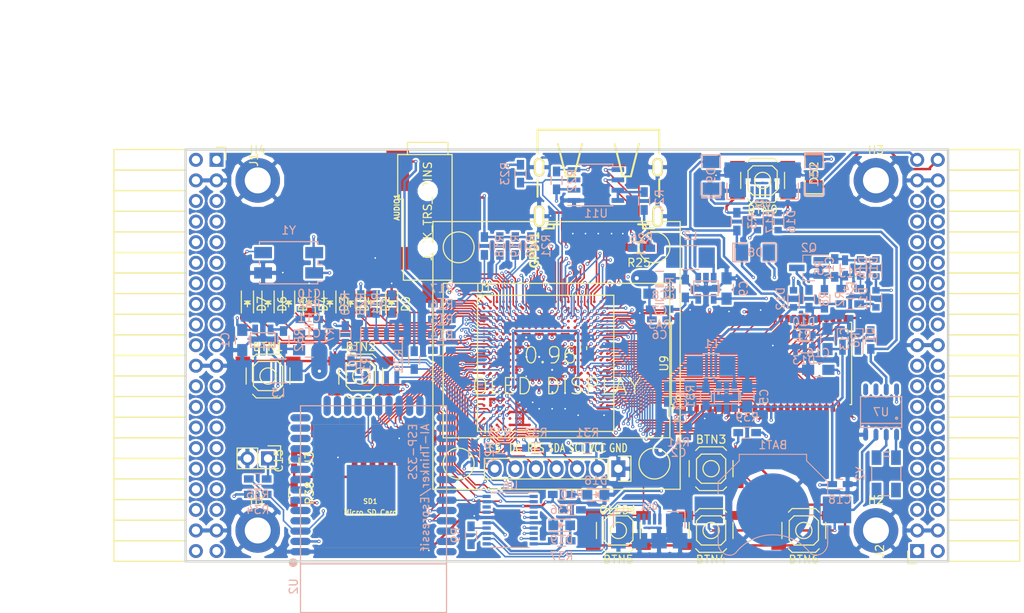
<source format=kicad_pcb>
(kicad_pcb (version 4) (host pcbnew 4.0.5+dfsg1-4)
  (layers (0 F.Cu signal) (1 In1.Cu signal) (2 In2.Cu signal) (31 B.Cu signal) (34 B.Paste user) (35 F.Paste user) (36 B.SilkS user) (37 F.SilkS user) (38 B.Mask user) (39 F.Mask user) (44 Edge.Cuts user))
  (net 0 "")
  (net 1 GND)
  (net 2 +5V)
  (net 3 /gpio/IN5V)
  (net 4 /gpio/OUT5V)
  (net 5 +3V3)
  (net 6 "Net-(L1-Pad1)")
  (net 7 "Net-(L2-Pad1)")
  (net 8 +1V2)
  (net 9 BTN_D)
  (net 10 BTN_F1)
  (net 11 BTN_F2)
  (net 12 BTN_L)
  (net 13 BTN_R)
  (net 14 BTN_U)
  (net 15 /power/FB1)
  (net 16 +2V5)
  (net 17 "Net-(L3-Pad1)")
  (net 18 /power/PWREN)
  (net 19 /power/FB3)
  (net 20 /power/FB2)
  (net 21 "Net-(D9-Pad1)")
  (net 22 /power/VBAT)
  (net 23 JTAG_TDI)
  (net 24 JTAG_TCK)
  (net 25 JTAG_TMS)
  (net 26 JTAG_TDO)
  (net 27 /power/WAKEUPn)
  (net 28 /power/WKUP)
  (net 29 /power/SHUT)
  (net 30 /power/WAKE)
  (net 31 /power/HOLD)
  (net 32 /power/WKn)
  (net 33 /power/OSCI_32k)
  (net 34 /power/OSCO_32k)
  (net 35 "Net-(Q2-Pad3)")
  (net 36 SHUTDOWN)
  (net 37 /analog/AUDIO_L)
  (net 38 /analog/AUDIO_R)
  (net 39 GPDI_5V_SCL)
  (net 40 GPDI_5V_SDA)
  (net 41 GPDI_SDA)
  (net 42 GPDI_SCL)
  (net 43 /gpdi/VREF2)
  (net 44 SD_CMD)
  (net 45 SD_CLK)
  (net 46 SD_D0)
  (net 47 SD_D1)
  (net 48 USB5V)
  (net 49 "Net-(BTN0-Pad1)")
  (net 50 GPDI_CEC)
  (net 51 nRESET)
  (net 52 FTDI_nDTR)
  (net 53 SDRAM_CKE)
  (net 54 SDRAM_A7)
  (net 55 SDRAM_D15)
  (net 56 SDRAM_BA1)
  (net 57 SDRAM_D7)
  (net 58 SDRAM_A6)
  (net 59 SDRAM_CLK)
  (net 60 SDRAM_D13)
  (net 61 SDRAM_BA0)
  (net 62 SDRAM_D6)
  (net 63 SDRAM_A5)
  (net 64 SDRAM_D14)
  (net 65 SDRAM_A11)
  (net 66 SDRAM_D12)
  (net 67 SDRAM_D5)
  (net 68 SDRAM_A4)
  (net 69 SDRAM_A10)
  (net 70 SDRAM_D11)
  (net 71 SDRAM_A3)
  (net 72 SDRAM_D4)
  (net 73 SDRAM_D10)
  (net 74 SDRAM_D9)
  (net 75 SDRAM_A9)
  (net 76 SDRAM_D3)
  (net 77 SDRAM_D8)
  (net 78 SDRAM_A8)
  (net 79 SDRAM_A2)
  (net 80 SDRAM_A1)
  (net 81 SDRAM_A0)
  (net 82 SDRAM_D2)
  (net 83 SDRAM_D1)
  (net 84 SDRAM_D0)
  (net 85 SDRAM_DQM0)
  (net 86 SDRAM_nCS)
  (net 87 SDRAM_nRAS)
  (net 88 SDRAM_DQM1)
  (net 89 SDRAM_nCAS)
  (net 90 SDRAM_nWE)
  (net 91 /flash/FLASH_nWP)
  (net 92 /flash/FLASH_nHOLD)
  (net 93 /flash/FLASH_MOSI)
  (net 94 /flash/FLASH_MISO)
  (net 95 /flash/FLASH_SCK)
  (net 96 /flash/FLASH_nCS)
  (net 97 /flash/FPGA_PROGRAMN)
  (net 98 /flash/FPGA_DONE)
  (net 99 /flash/FPGA_INITN)
  (net 100 OLED_RES)
  (net 101 OLED_DC)
  (net 102 OLED_CS)
  (net 103 WIFI_EN)
  (net 104 FTDI_nRTS)
  (net 105 FTDI_TXD)
  (net 106 FTDI_RXD)
  (net 107 WIFI_RXD)
  (net 108 WIFI_GPIO0)
  (net 109 WIFI_TXD)
  (net 110 GPDI_ETH-)
  (net 111 GPDI_ETH+)
  (net 112 GPDI_D2+)
  (net 113 GPDI_D2-)
  (net 114 GPDI_D1+)
  (net 115 GPDI_D1-)
  (net 116 GPDI_D0+)
  (net 117 GPDI_D0-)
  (net 118 GPDI_CLK+)
  (net 119 GPDI_CLK-)
  (net 120 USB_FTDI_D+)
  (net 121 USB_FTDI_D-)
  (net 122 J1_17-)
  (net 123 J1_17+)
  (net 124 J1_23-)
  (net 125 J1_23+)
  (net 126 J1_25-)
  (net 127 J1_25+)
  (net 128 J1_27-)
  (net 129 J1_27+)
  (net 130 J1_29-)
  (net 131 J1_29+)
  (net 132 J1_31-)
  (net 133 J1_31+)
  (net 134 J1_33-)
  (net 135 J1_33+)
  (net 136 J1_35-)
  (net 137 J1_35+)
  (net 138 J2_5-)
  (net 139 J2_5+)
  (net 140 J2_7-)
  (net 141 J2_7+)
  (net 142 J2_9-)
  (net 143 J2_9+)
  (net 144 J2_13-)
  (net 145 J2_13+)
  (net 146 J2_17-)
  (net 147 J2_17+)
  (net 148 J2_11-)
  (net 149 J2_11+)
  (net 150 J2_23-)
  (net 151 J2_23+)
  (net 152 J1_5-)
  (net 153 J1_5+)
  (net 154 J1_7-)
  (net 155 J1_7+)
  (net 156 J1_9-)
  (net 157 J1_9+)
  (net 158 J1_11-)
  (net 159 J1_11+)
  (net 160 J1_13-)
  (net 161 J1_13+)
  (net 162 J1_15-)
  (net 163 J1_15+)
  (net 164 J2_15-)
  (net 165 J2_15+)
  (net 166 J2_25-)
  (net 167 J2_25+)
  (net 168 J2_27-)
  (net 169 J2_27+)
  (net 170 J2_29-)
  (net 171 J2_29+)
  (net 172 J2_31-)
  (net 173 J2_31+)
  (net 174 J2_33-)
  (net 175 J2_33+)
  (net 176 J2_35-)
  (net 177 J2_35+)
  (net 178 SD_D3)
  (net 179 AUDIO_L3)
  (net 180 AUDIO_L2)
  (net 181 AUDIO_L1)
  (net 182 AUDIO_L0)
  (net 183 AUDIO_R3)
  (net 184 AUDIO_R2)
  (net 185 AUDIO_R1)
  (net 186 AUDIO_R0)
  (net 187 OLED_CLK)
  (net 188 OLED_MOSI)
  (net 189 LED0)
  (net 190 LED1)
  (net 191 LED2)
  (net 192 LED3)
  (net 193 LED4)
  (net 194 LED5)
  (net 195 LED6)
  (net 196 LED7)
  (net 197 BTN_PWRn)
  (net 198 "Net-(J3-Pad1)")
  (net 199 FTDI_nTXLED)
  (net 200 FTDI_nSLEEP)
  (net 201 /blinkey/LED_PWREN)
  (net 202 /blinkey/LED_TXLED)
  (net 203 FT3V3)
  (net 204 /sdcard/SD3V3)
  (net 205 SD_D2)
  (net 206 FTDI_nSUSPEND)
  (net 207 CLK_25MHz)
  (net 208 /blinkey/BTNPUL)
  (net 209 /blinkey/BTNPUR)
  (module lfe5bg381:BGA-381_pitch0.8mm_dia0.4mm (layer F.Cu) (at 138.48 87.8)
    (fp_text reference U1 (at -7.6 -9.2) (layer F.SilkS))
    (fp_text value LFE5U-25F-6BG381C)
    (pad A2 smd circle (at -6.8 -7.6) (size 0.35 0.35) (layers F.Cu F.Paste F.Mask) (net 129 J1_27+))
    (pad A3 smd circle (at -6 -7.6) (size 0.35 0.35) (layers F.Cu F.Paste F.Mask) (net 183 AUDIO_R3))
    (pad A4 smd circle (at -5.2 -7.6) (size 0.35 0.35) (layers F.Cu F.Paste F.Mask) (net 127 J1_25+))
    (pad A5 smd circle (at -4.4 -7.6) (size 0.35 0.35) (layers F.Cu F.Paste F.Mask) (net 126 J1_25-))
    (pad A6 smd circle (at -3.6 -7.6) (size 0.35 0.35) (layers F.Cu F.Paste F.Mask) (net 125 J1_23+))
    (pad A7 smd circle (at -2.8 -7.6) (size 0.35 0.35) (layers F.Cu F.Paste F.Mask) (net 161 J1_13+))
    (pad A8 smd circle (at -2 -7.6) (size 0.35 0.35) (layers F.Cu F.Paste F.Mask) (net 160 J1_13-))
    (pad A9 smd circle (at -1.2 -7.6) (size 0.35 0.35) (layers F.Cu F.Paste F.Mask) (net 156 J1_9-))
    (pad A10 smd circle (at -0.4 -7.6) (size 0.35 0.35) (layers F.Cu F.Paste F.Mask) (net 155 J1_7+))
    (pad A11 smd circle (at 0.4 -7.6) (size 0.35 0.35) (layers F.Cu F.Paste F.Mask) (net 154 J1_7-))
    (pad A12 smd circle (at 1.2 -7.6) (size 0.35 0.35) (layers F.Cu F.Paste F.Mask) (net 111 GPDI_ETH+))
    (pad A13 smd circle (at 2 -7.6) (size 0.35 0.35) (layers F.Cu F.Paste F.Mask) (net 110 GPDI_ETH-))
    (pad A14 smd circle (at 2.8 -7.6) (size 0.35 0.35) (layers F.Cu F.Paste F.Mask) (net 112 GPDI_D2+))
    (pad A15 smd circle (at 3.6 -7.6) (size 0.35 0.35) (layers F.Cu F.Paste F.Mask))
    (pad A16 smd circle (at 4.4 -7.6) (size 0.35 0.35) (layers F.Cu F.Paste F.Mask) (net 114 GPDI_D1+))
    (pad A17 smd circle (at 5.2 -7.6) (size 0.35 0.35) (layers F.Cu F.Paste F.Mask) (net 116 GPDI_D0+))
    (pad A18 smd circle (at 6 -7.6) (size 0.35 0.35) (layers F.Cu F.Paste F.Mask) (net 118 GPDI_CLK+))
    (pad A19 smd circle (at 6.8 -7.6) (size 0.35 0.35) (layers F.Cu F.Paste F.Mask) (net 50 GPDI_CEC))
    (pad B1 smd circle (at -7.6 -6.8) (size 0.35 0.35) (layers F.Cu F.Paste F.Mask) (net 128 J1_27-))
    (pad B2 smd circle (at -6.8 -6.8) (size 0.35 0.35) (layers F.Cu F.Paste F.Mask) (net 189 LED0))
    (pad B3 smd circle (at -6 -6.8) (size 0.35 0.35) (layers F.Cu F.Paste F.Mask) (net 182 AUDIO_L0))
    (pad B4 smd circle (at -5.2 -6.8) (size 0.35 0.35) (layers F.Cu F.Paste F.Mask) (net 130 J1_29-))
    (pad B5 smd circle (at -4.4 -6.8) (size 0.35 0.35) (layers F.Cu F.Paste F.Mask) (net 184 AUDIO_R2))
    (pad B6 smd circle (at -3.6 -6.8) (size 0.35 0.35) (layers F.Cu F.Paste F.Mask) (net 124 J1_23-))
    (pad B7 smd circle (at -2.8 -6.8) (size 0.35 0.35) (layers F.Cu F.Paste F.Mask) (net 1 GND))
    (pad B8 smd circle (at -2 -6.8) (size 0.35 0.35) (layers F.Cu F.Paste F.Mask) (net 162 J1_15-))
    (pad B9 smd circle (at -1.2 -6.8) (size 0.35 0.35) (layers F.Cu F.Paste F.Mask) (net 159 J1_11+))
    (pad B10 smd circle (at -0.4 -6.8) (size 0.35 0.35) (layers F.Cu F.Paste F.Mask) (net 157 J1_9+))
    (pad B11 smd circle (at 0.4 -6.8) (size 0.35 0.35) (layers F.Cu F.Paste F.Mask) (net 153 J1_5+))
    (pad B12 smd circle (at 1.2 -6.8) (size 0.35 0.35) (layers F.Cu F.Paste F.Mask))
    (pad B13 smd circle (at 2 -6.8) (size 0.35 0.35) (layers F.Cu F.Paste F.Mask) (net 175 J2_33+))
    (pad B14 smd circle (at 2.8 -6.8) (size 0.35 0.35) (layers F.Cu F.Paste F.Mask) (net 1 GND))
    (pad B15 smd circle (at 3.6 -6.8) (size 0.35 0.35) (layers F.Cu F.Paste F.Mask) (net 173 J2_31+))
    (pad B16 smd circle (at 4.4 -6.8) (size 0.35 0.35) (layers F.Cu F.Paste F.Mask) (net 115 GPDI_D1-))
    (pad B17 smd circle (at 5.2 -6.8) (size 0.35 0.35) (layers F.Cu F.Paste F.Mask) (net 169 J2_27+))
    (pad B18 smd circle (at 6 -6.8) (size 0.35 0.35) (layers F.Cu F.Paste F.Mask) (net 117 GPDI_D0-))
    (pad B19 smd circle (at 6.8 -6.8) (size 0.35 0.35) (layers F.Cu F.Paste F.Mask) (net 119 GPDI_CLK-))
    (pad B20 smd circle (at 7.6 -6.8) (size 0.35 0.35) (layers F.Cu F.Paste F.Mask) (net 41 GPDI_SDA))
    (pad C1 smd circle (at -7.6 -6) (size 0.35 0.35) (layers F.Cu F.Paste F.Mask) (net 191 LED2))
    (pad C2 smd circle (at -6.8 -6) (size 0.35 0.35) (layers F.Cu F.Paste F.Mask) (net 190 LED1))
    (pad C3 smd circle (at -6 -6) (size 0.35 0.35) (layers F.Cu F.Paste F.Mask) (net 181 AUDIO_L1))
    (pad C4 smd circle (at -5.2 -6) (size 0.35 0.35) (layers F.Cu F.Paste F.Mask) (net 131 J1_29+))
    (pad C5 smd circle (at -4.4 -6) (size 0.35 0.35) (layers F.Cu F.Paste F.Mask) (net 186 AUDIO_R0))
    (pad C6 smd circle (at -3.6 -6) (size 0.35 0.35) (layers F.Cu F.Paste F.Mask) (net 123 J1_17+))
    (pad C7 smd circle (at -2.8 -6) (size 0.35 0.35) (layers F.Cu F.Paste F.Mask) (net 122 J1_17-))
    (pad C8 smd circle (at -2 -6) (size 0.35 0.35) (layers F.Cu F.Paste F.Mask) (net 163 J1_15+))
    (pad C9 smd circle (at -1.2 -6) (size 0.35 0.35) (layers F.Cu F.Paste F.Mask))
    (pad C10 smd circle (at -0.4 -6) (size 0.35 0.35) (layers F.Cu F.Paste F.Mask) (net 158 J1_11-))
    (pad C11 smd circle (at 0.4 -6) (size 0.35 0.35) (layers F.Cu F.Paste F.Mask) (net 152 J1_5-))
    (pad C12 smd circle (at 1.2 -6) (size 0.35 0.35) (layers F.Cu F.Paste F.Mask) (net 42 GPDI_SCL))
    (pad C13 smd circle (at 2 -6) (size 0.35 0.35) (layers F.Cu F.Paste F.Mask) (net 174 J2_33-))
    (pad C14 smd circle (at 2.8 -6) (size 0.35 0.35) (layers F.Cu F.Paste F.Mask) (net 113 GPDI_D2-))
    (pad C15 smd circle (at 3.6 -6) (size 0.35 0.35) (layers F.Cu F.Paste F.Mask) (net 172 J2_31-))
    (pad C16 smd circle (at 4.4 -6) (size 0.35 0.35) (layers F.Cu F.Paste F.Mask) (net 171 J2_29+))
    (pad C17 smd circle (at 5.2 -6) (size 0.35 0.35) (layers F.Cu F.Paste F.Mask) (net 168 J2_27-))
    (pad C18 smd circle (at 6 -6) (size 0.35 0.35) (layers F.Cu F.Paste F.Mask) (net 151 J2_23+))
    (pad C19 smd circle (at 6.8 -6) (size 0.35 0.35) (layers F.Cu F.Paste F.Mask) (net 1 GND))
    (pad C20 smd circle (at 7.6 -6) (size 0.35 0.35) (layers F.Cu F.Paste F.Mask) (net 55 SDRAM_D15))
    (pad D1 smd circle (at -7.6 -5.2) (size 0.35 0.35) (layers F.Cu F.Paste F.Mask) (net 193 LED4))
    (pad D2 smd circle (at -6.8 -5.2) (size 0.35 0.35) (layers F.Cu F.Paste F.Mask) (net 192 LED3))
    (pad D3 smd circle (at -6 -5.2) (size 0.35 0.35) (layers F.Cu F.Paste F.Mask) (net 180 AUDIO_L2))
    (pad D4 smd circle (at -5.2 -5.2) (size 0.35 0.35) (layers F.Cu F.Paste F.Mask) (net 1 GND))
    (pad D5 smd circle (at -4.4 -5.2) (size 0.35 0.35) (layers F.Cu F.Paste F.Mask) (net 185 AUDIO_R1))
    (pad D6 smd circle (at -3.6 -5.2) (size 0.35 0.35) (layers F.Cu F.Paste F.Mask) (net 197 BTN_PWRn))
    (pad D7 smd circle (at -2.8 -5.2) (size 0.35 0.35) (layers F.Cu F.Paste F.Mask))
    (pad D8 smd circle (at -2 -5.2) (size 0.35 0.35) (layers F.Cu F.Paste F.Mask))
    (pad D9 smd circle (at -1.2 -5.2) (size 0.35 0.35) (layers F.Cu F.Paste F.Mask))
    (pad D10 smd circle (at -0.4 -5.2) (size 0.35 0.35) (layers F.Cu F.Paste F.Mask))
    (pad D11 smd circle (at 0.4 -5.2) (size 0.35 0.35) (layers F.Cu F.Paste F.Mask))
    (pad D12 smd circle (at 1.2 -5.2) (size 0.35 0.35) (layers F.Cu F.Paste F.Mask))
    (pad D13 smd circle (at 2 -5.2) (size 0.35 0.35) (layers F.Cu F.Paste F.Mask) (net 177 J2_35+))
    (pad D14 smd circle (at 2.8 -5.2) (size 0.35 0.35) (layers F.Cu F.Paste F.Mask))
    (pad D15 smd circle (at 3.6 -5.2) (size 0.35 0.35) (layers F.Cu F.Paste F.Mask) (net 167 J2_25+))
    (pad D16 smd circle (at 4.4 -5.2) (size 0.35 0.35) (layers F.Cu F.Paste F.Mask) (net 170 J2_29-))
    (pad D17 smd circle (at 5.2 -5.2) (size 0.35 0.35) (layers F.Cu F.Paste F.Mask) (net 150 J2_23-))
    (pad D18 smd circle (at 6 -5.2) (size 0.35 0.35) (layers F.Cu F.Paste F.Mask) (net 147 J2_17+))
    (pad D19 smd circle (at 6.8 -5.2) (size 0.35 0.35) (layers F.Cu F.Paste F.Mask) (net 64 SDRAM_D14))
    (pad D20 smd circle (at 7.6 -5.2) (size 0.35 0.35) (layers F.Cu F.Paste F.Mask) (net 60 SDRAM_D13))
    (pad E1 smd circle (at -7.6 -4.4) (size 0.35 0.35) (layers F.Cu F.Paste F.Mask) (net 195 LED6))
    (pad E2 smd circle (at -6.8 -4.4) (size 0.35 0.35) (layers F.Cu F.Paste F.Mask) (net 194 LED5))
    (pad E3 smd circle (at -6 -4.4) (size 0.35 0.35) (layers F.Cu F.Paste F.Mask) (net 132 J1_31-))
    (pad E4 smd circle (at -5.2 -4.4) (size 0.35 0.35) (layers F.Cu F.Paste F.Mask) (net 179 AUDIO_L3))
    (pad E5 smd circle (at -4.4 -4.4) (size 0.35 0.35) (layers F.Cu F.Paste F.Mask))
    (pad E6 smd circle (at -3.6 -4.4) (size 0.35 0.35) (layers F.Cu F.Paste F.Mask))
    (pad E7 smd circle (at -2.8 -4.4) (size 0.35 0.35) (layers F.Cu F.Paste F.Mask))
    (pad E8 smd circle (at -2 -4.4) (size 0.35 0.35) (layers F.Cu F.Paste F.Mask))
    (pad E9 smd circle (at -1.2 -4.4) (size 0.35 0.35) (layers F.Cu F.Paste F.Mask))
    (pad E10 smd circle (at -0.4 -4.4) (size 0.35 0.35) (layers F.Cu F.Paste F.Mask))
    (pad E11 smd circle (at 0.4 -4.4) (size 0.35 0.35) (layers F.Cu F.Paste F.Mask))
    (pad E12 smd circle (at 1.2 -4.4) (size 0.35 0.35) (layers F.Cu F.Paste F.Mask))
    (pad E13 smd circle (at 2 -4.4) (size 0.35 0.35) (layers F.Cu F.Paste F.Mask) (net 176 J2_35-))
    (pad E14 smd circle (at 2.8 -4.4) (size 0.35 0.35) (layers F.Cu F.Paste F.Mask))
    (pad E15 smd circle (at 3.6 -4.4) (size 0.35 0.35) (layers F.Cu F.Paste F.Mask) (net 166 J2_25-))
    (pad E16 smd circle (at 4.4 -4.4) (size 0.35 0.35) (layers F.Cu F.Paste F.Mask))
    (pad E17 smd circle (at 5.2 -4.4) (size 0.35 0.35) (layers F.Cu F.Paste F.Mask) (net 146 J2_17-))
    (pad E18 smd circle (at 6 -4.4) (size 0.35 0.35) (layers F.Cu F.Paste F.Mask) (net 72 SDRAM_D4))
    (pad E19 smd circle (at 6.8 -4.4) (size 0.35 0.35) (layers F.Cu F.Paste F.Mask) (net 66 SDRAM_D12))
    (pad E20 smd circle (at 7.6 -4.4) (size 0.35 0.35) (layers F.Cu F.Paste F.Mask) (net 70 SDRAM_D11))
    (pad F1 smd circle (at -7.6 -3.6) (size 0.35 0.35) (layers F.Cu F.Paste F.Mask))
    (pad F2 smd circle (at -6.8 -3.6) (size 0.35 0.35) (layers F.Cu F.Paste F.Mask) (net 207 CLK_25MHz))
    (pad F3 smd circle (at -6 -3.6) (size 0.35 0.35) (layers F.Cu F.Paste F.Mask) (net 134 J1_33-))
    (pad F4 smd circle (at -5.2 -3.6) (size 0.35 0.35) (layers F.Cu F.Paste F.Mask) (net 133 J1_31+))
    (pad F5 smd circle (at -4.4 -3.6) (size 0.35 0.35) (layers F.Cu F.Paste F.Mask))
    (pad F6 smd circle (at -3.6 -3.6) (size 0.35 0.35) (layers F.Cu F.Paste F.Mask) (net 16 +2V5))
    (pad F7 smd circle (at -2.8 -3.6) (size 0.35 0.35) (layers F.Cu F.Paste F.Mask) (net 1 GND))
    (pad F8 smd circle (at -2 -3.6) (size 0.35 0.35) (layers F.Cu F.Paste F.Mask) (net 1 GND))
    (pad F9 smd circle (at -1.2 -3.6) (size 0.35 0.35) (layers F.Cu F.Paste F.Mask) (net 5 +3V3))
    (pad F10 smd circle (at -0.4 -3.6) (size 0.35 0.35) (layers F.Cu F.Paste F.Mask) (net 5 +3V3))
    (pad F11 smd circle (at 0.4 -3.6) (size 0.35 0.35) (layers F.Cu F.Paste F.Mask) (net 5 +3V3))
    (pad F12 smd circle (at 1.2 -3.6) (size 0.35 0.35) (layers F.Cu F.Paste F.Mask) (net 5 +3V3))
    (pad F13 smd circle (at 2 -3.6) (size 0.35 0.35) (layers F.Cu F.Paste F.Mask) (net 1 GND))
    (pad F14 smd circle (at 2.8 -3.6) (size 0.35 0.35) (layers F.Cu F.Paste F.Mask) (net 1 GND))
    (pad F15 smd circle (at 3.6 -3.6) (size 0.35 0.35) (layers F.Cu F.Paste F.Mask) (net 16 +2V5))
    (pad F16 smd circle (at 4.4 -3.6) (size 0.35 0.35) (layers F.Cu F.Paste F.Mask))
    (pad F17 smd circle (at 5.2 -3.6) (size 0.35 0.35) (layers F.Cu F.Paste F.Mask) (net 165 J2_15+))
    (pad F18 smd circle (at 6 -3.6) (size 0.35 0.35) (layers F.Cu F.Paste F.Mask) (net 67 SDRAM_D5))
    (pad F19 smd circle (at 6.8 -3.6) (size 0.35 0.35) (layers F.Cu F.Paste F.Mask) (net 73 SDRAM_D10))
    (pad F20 smd circle (at 7.6 -3.6) (size 0.35 0.35) (layers F.Cu F.Paste F.Mask) (net 74 SDRAM_D9))
    (pad G1 smd circle (at -7.6 -2.8) (size 0.35 0.35) (layers F.Cu F.Paste F.Mask))
    (pad G2 smd circle (at -6.8 -2.8) (size 0.35 0.35) (layers F.Cu F.Paste F.Mask) (net 103 WIFI_EN))
    (pad G3 smd circle (at -6 -2.8) (size 0.35 0.35) (layers F.Cu F.Paste F.Mask) (net 135 J1_33+))
    (pad G4 smd circle (at -5.2 -2.8) (size 0.35 0.35) (layers F.Cu F.Paste F.Mask) (net 1 GND))
    (pad G5 smd circle (at -4.4 -2.8) (size 0.35 0.35) (layers F.Cu F.Paste F.Mask) (net 136 J1_35-))
    (pad G6 smd circle (at -3.6 -2.8) (size 0.35 0.35) (layers F.Cu F.Paste F.Mask) (net 1 GND))
    (pad G7 smd circle (at -2.8 -2.8) (size 0.35 0.35) (layers F.Cu F.Paste F.Mask) (net 1 GND))
    (pad G8 smd circle (at -2 -2.8) (size 0.35 0.35) (layers F.Cu F.Paste F.Mask) (net 1 GND))
    (pad G9 smd circle (at -1.2 -2.8) (size 0.35 0.35) (layers F.Cu F.Paste F.Mask) (net 1 GND))
    (pad G10 smd circle (at -0.4 -2.8) (size 0.35 0.35) (layers F.Cu F.Paste F.Mask) (net 1 GND))
    (pad G11 smd circle (at 0.4 -2.8) (size 0.35 0.35) (layers F.Cu F.Paste F.Mask) (net 1 GND))
    (pad G12 smd circle (at 1.2 -2.8) (size 0.35 0.35) (layers F.Cu F.Paste F.Mask) (net 1 GND))
    (pad G13 smd circle (at 2 -2.8) (size 0.35 0.35) (layers F.Cu F.Paste F.Mask) (net 1 GND))
    (pad G14 smd circle (at 2.8 -2.8) (size 0.35 0.35) (layers F.Cu F.Paste F.Mask) (net 1 GND))
    (pad G15 smd circle (at 3.6 -2.8) (size 0.35 0.35) (layers F.Cu F.Paste F.Mask) (net 1 GND))
    (pad G16 smd circle (at 4.4 -2.8) (size 0.35 0.35) (layers F.Cu F.Paste F.Mask))
    (pad G17 smd circle (at 5.2 -2.8) (size 0.35 0.35) (layers F.Cu F.Paste F.Mask) (net 1 GND))
    (pad G18 smd circle (at 6 -2.8) (size 0.35 0.35) (layers F.Cu F.Paste F.Mask) (net 164 J2_15-))
    (pad G19 smd circle (at 6.8 -2.8) (size 0.35 0.35) (layers F.Cu F.Paste F.Mask) (net 77 SDRAM_D8))
    (pad G20 smd circle (at 7.6 -2.8) (size 0.35 0.35) (layers F.Cu F.Paste F.Mask) (net 88 SDRAM_DQM1))
    (pad H1 smd circle (at -7.6 -2) (size 0.35 0.35) (layers F.Cu F.Paste F.Mask) (net 178 SD_D3))
    (pad H2 smd circle (at -6.8 -2) (size 0.35 0.35) (layers F.Cu F.Paste F.Mask) (net 205 SD_D2))
    (pad H3 smd circle (at -6 -2) (size 0.35 0.35) (layers F.Cu F.Paste F.Mask) (net 196 LED7))
    (pad H4 smd circle (at -5.2 -2) (size 0.35 0.35) (layers F.Cu F.Paste F.Mask) (net 137 J1_35+))
    (pad H5 smd circle (at -4.4 -2) (size 0.35 0.35) (layers F.Cu F.Paste F.Mask))
    (pad H6 smd circle (at -3.6 -2) (size 0.35 0.35) (layers F.Cu F.Paste F.Mask) (net 5 +3V3))
    (pad H7 smd circle (at -2.8 -2) (size 0.35 0.35) (layers F.Cu F.Paste F.Mask) (net 5 +3V3))
    (pad H8 smd circle (at -2 -2) (size 0.35 0.35) (layers F.Cu F.Paste F.Mask) (net 8 +1V2))
    (pad H9 smd circle (at -1.2 -2) (size 0.35 0.35) (layers F.Cu F.Paste F.Mask) (net 8 +1V2))
    (pad H10 smd circle (at -0.4 -2) (size 0.35 0.35) (layers F.Cu F.Paste F.Mask) (net 8 +1V2))
    (pad H11 smd circle (at 0.4 -2) (size 0.35 0.35) (layers F.Cu F.Paste F.Mask) (net 8 +1V2))
    (pad H12 smd circle (at 1.2 -2) (size 0.35 0.35) (layers F.Cu F.Paste F.Mask) (net 8 +1V2))
    (pad H13 smd circle (at 2 -2) (size 0.35 0.35) (layers F.Cu F.Paste F.Mask) (net 8 +1V2))
    (pad H14 smd circle (at 2.8 -2) (size 0.35 0.35) (layers F.Cu F.Paste F.Mask) (net 5 +3V3))
    (pad H15 smd circle (at 3.6 -2) (size 0.35 0.35) (layers F.Cu F.Paste F.Mask) (net 5 +3V3))
    (pad H16 smd circle (at 4.4 -2) (size 0.35 0.35) (layers F.Cu F.Paste F.Mask))
    (pad H17 smd circle (at 5.2 -2) (size 0.35 0.35) (layers F.Cu F.Paste F.Mask) (net 144 J2_13-))
    (pad H18 smd circle (at 6 -2) (size 0.35 0.35) (layers F.Cu F.Paste F.Mask) (net 145 J2_13+))
    (pad H19 smd circle (at 6.8 -2) (size 0.35 0.35) (layers F.Cu F.Paste F.Mask) (net 1 GND))
    (pad H20 smd circle (at 7.6 -2) (size 0.35 0.35) (layers F.Cu F.Paste F.Mask) (net 59 SDRAM_CLK))
    (pad J1 smd circle (at -7.6 -1.2) (size 0.35 0.35) (layers F.Cu F.Paste F.Mask) (net 45 SD_CLK))
    (pad J2 smd circle (at -6.8 -1.2) (size 0.35 0.35) (layers F.Cu F.Paste F.Mask) (net 1 GND))
    (pad J3 smd circle (at -6 -1.2) (size 0.35 0.35) (layers F.Cu F.Paste F.Mask) (net 44 SD_CMD))
    (pad J4 smd circle (at -5.2 -1.2) (size 0.35 0.35) (layers F.Cu F.Paste F.Mask))
    (pad J5 smd circle (at -4.4 -1.2) (size 0.35 0.35) (layers F.Cu F.Paste F.Mask))
    (pad J6 smd circle (at -3.6 -1.2) (size 0.35 0.35) (layers F.Cu F.Paste F.Mask) (net 5 +3V3))
    (pad J7 smd circle (at -2.8 -1.2) (size 0.35 0.35) (layers F.Cu F.Paste F.Mask) (net 1 GND))
    (pad J8 smd circle (at -2 -1.2) (size 0.35 0.35) (layers F.Cu F.Paste F.Mask) (net 8 +1V2))
    (pad J9 smd circle (at -1.2 -1.2) (size 0.35 0.35) (layers F.Cu F.Paste F.Mask) (net 1 GND))
    (pad J10 smd circle (at -0.4 -1.2) (size 0.35 0.35) (layers F.Cu F.Paste F.Mask) (net 1 GND))
    (pad J11 smd circle (at 0.4 -1.2) (size 0.35 0.35) (layers F.Cu F.Paste F.Mask) (net 1 GND))
    (pad J12 smd circle (at 1.2 -1.2) (size 0.35 0.35) (layers F.Cu F.Paste F.Mask) (net 1 GND))
    (pad J13 smd circle (at 2 -1.2) (size 0.35 0.35) (layers F.Cu F.Paste F.Mask) (net 8 +1V2))
    (pad J14 smd circle (at 2.8 -1.2) (size 0.35 0.35) (layers F.Cu F.Paste F.Mask) (net 1 GND))
    (pad J15 smd circle (at 3.6 -1.2) (size 0.35 0.35) (layers F.Cu F.Paste F.Mask) (net 5 +3V3))
    (pad J16 smd circle (at 4.4 -1.2) (size 0.35 0.35) (layers F.Cu F.Paste F.Mask))
    (pad J17 smd circle (at 5.2 -1.2) (size 0.35 0.35) (layers F.Cu F.Paste F.Mask))
    (pad J18 smd circle (at 6 -1.2) (size 0.35 0.35) (layers F.Cu F.Paste F.Mask) (net 76 SDRAM_D3))
    (pad J19 smd circle (at 6.8 -1.2) (size 0.35 0.35) (layers F.Cu F.Paste F.Mask) (net 53 SDRAM_CKE))
    (pad J20 smd circle (at 7.6 -1.2) (size 0.35 0.35) (layers F.Cu F.Paste F.Mask) (net 65 SDRAM_A11))
    (pad K1 smd circle (at -7.6 -0.4) (size 0.35 0.35) (layers F.Cu F.Paste F.Mask) (net 47 SD_D1))
    (pad K2 smd circle (at -6.8 -0.4) (size 0.35 0.35) (layers F.Cu F.Paste F.Mask) (net 46 SD_D0))
    (pad K3 smd circle (at -6 -0.4) (size 0.35 0.35) (layers F.Cu F.Paste F.Mask) (net 107 WIFI_RXD))
    (pad K4 smd circle (at -5.2 -0.4) (size 0.35 0.35) (layers F.Cu F.Paste F.Mask) (net 109 WIFI_TXD))
    (pad K5 smd circle (at -4.4 -0.4) (size 0.35 0.35) (layers F.Cu F.Paste F.Mask))
    (pad K6 smd circle (at -3.6 -0.4) (size 0.35 0.35) (layers F.Cu F.Paste F.Mask) (net 1 GND))
    (pad K7 smd circle (at -2.8 -0.4) (size 0.35 0.35) (layers F.Cu F.Paste F.Mask) (net 1 GND))
    (pad K8 smd circle (at -2 -0.4) (size 0.35 0.35) (layers F.Cu F.Paste F.Mask) (net 8 +1V2))
    (pad K9 smd circle (at -1.2 -0.4) (size 0.35 0.35) (layers F.Cu F.Paste F.Mask) (net 1 GND))
    (pad K10 smd circle (at -0.4 -0.4) (size 0.35 0.35) (layers F.Cu F.Paste F.Mask) (net 1 GND))
    (pad K11 smd circle (at 0.4 -0.4) (size 0.35 0.35) (layers F.Cu F.Paste F.Mask) (net 1 GND))
    (pad K12 smd circle (at 1.2 -0.4) (size 0.35 0.35) (layers F.Cu F.Paste F.Mask) (net 1 GND))
    (pad K13 smd circle (at 2 -0.4) (size 0.35 0.35) (layers F.Cu F.Paste F.Mask) (net 8 +1V2))
    (pad K14 smd circle (at 2.8 -0.4) (size 0.35 0.35) (layers F.Cu F.Paste F.Mask) (net 1 GND))
    (pad K15 smd circle (at 3.6 -0.4) (size 0.35 0.35) (layers F.Cu F.Paste F.Mask) (net 1 GND))
    (pad K16 smd circle (at 4.4 -0.4) (size 0.35 0.35) (layers F.Cu F.Paste F.Mask))
    (pad K17 smd circle (at 5.2 -0.4) (size 0.35 0.35) (layers F.Cu F.Paste F.Mask))
    (pad K18 smd circle (at 6 -0.4) (size 0.35 0.35) (layers F.Cu F.Paste F.Mask) (net 82 SDRAM_D2))
    (pad K19 smd circle (at 6.8 -0.4) (size 0.35 0.35) (layers F.Cu F.Paste F.Mask) (net 75 SDRAM_A9))
    (pad K20 smd circle (at 7.6 -0.4) (size 0.35 0.35) (layers F.Cu F.Paste F.Mask) (net 78 SDRAM_A8))
    (pad L1 smd circle (at -7.6 0.4) (size 0.35 0.35) (layers F.Cu F.Paste F.Mask))
    (pad L2 smd circle (at -6.8 0.4) (size 0.35 0.35) (layers F.Cu F.Paste F.Mask) (net 108 WIFI_GPIO0))
    (pad L3 smd circle (at -6 0.4) (size 0.35 0.35) (layers F.Cu F.Paste F.Mask))
    (pad L4 smd circle (at -5.2 0.4) (size 0.35 0.35) (layers F.Cu F.Paste F.Mask) (net 106 FTDI_RXD))
    (pad L5 smd circle (at -4.4 0.4) (size 0.35 0.35) (layers F.Cu F.Paste F.Mask))
    (pad L6 smd circle (at -3.6 0.4) (size 0.35 0.35) (layers F.Cu F.Paste F.Mask) (net 5 +3V3))
    (pad L7 smd circle (at -2.8 0.4) (size 0.35 0.35) (layers F.Cu F.Paste F.Mask) (net 5 +3V3))
    (pad L8 smd circle (at -2 0.4) (size 0.35 0.35) (layers F.Cu F.Paste F.Mask) (net 8 +1V2))
    (pad L9 smd circle (at -1.2 0.4) (size 0.35 0.35) (layers F.Cu F.Paste F.Mask) (net 1 GND))
    (pad L10 smd circle (at -0.4 0.4) (size 0.35 0.35) (layers F.Cu F.Paste F.Mask) (net 1 GND))
    (pad L11 smd circle (at 0.4 0.4) (size 0.35 0.35) (layers F.Cu F.Paste F.Mask) (net 1 GND))
    (pad L12 smd circle (at 1.2 0.4) (size 0.35 0.35) (layers F.Cu F.Paste F.Mask) (net 1 GND))
    (pad L13 smd circle (at 2 0.4) (size 0.35 0.35) (layers F.Cu F.Paste F.Mask) (net 8 +1V2))
    (pad L14 smd circle (at 2.8 0.4) (size 0.35 0.35) (layers F.Cu F.Paste F.Mask) (net 5 +3V3))
    (pad L15 smd circle (at 3.6 0.4) (size 0.35 0.35) (layers F.Cu F.Paste F.Mask) (net 5 +3V3))
    (pad L16 smd circle (at 4.4 0.4) (size 0.35 0.35) (layers F.Cu F.Paste F.Mask) (net 149 J2_11+))
    (pad L17 smd circle (at 5.2 0.4) (size 0.35 0.35) (layers F.Cu F.Paste F.Mask) (net 148 J2_11-))
    (pad L18 smd circle (at 6 0.4) (size 0.35 0.35) (layers F.Cu F.Paste F.Mask) (net 83 SDRAM_D1))
    (pad L19 smd circle (at 6.8 0.4) (size 0.35 0.35) (layers F.Cu F.Paste F.Mask) (net 54 SDRAM_A7))
    (pad L20 smd circle (at 7.6 0.4) (size 0.35 0.35) (layers F.Cu F.Paste F.Mask) (net 58 SDRAM_A6))
    (pad M1 smd circle (at -7.6 1.2) (size 0.35 0.35) (layers F.Cu F.Paste F.Mask) (net 105 FTDI_TXD))
    (pad M2 smd circle (at -6.8 1.2) (size 0.35 0.35) (layers F.Cu F.Paste F.Mask) (net 1 GND))
    (pad M3 smd circle (at -6 1.2) (size 0.35 0.35) (layers F.Cu F.Paste F.Mask) (net 104 FTDI_nRTS))
    (pad M4 smd circle (at -5.2 1.2) (size 0.35 0.35) (layers F.Cu F.Paste F.Mask))
    (pad M5 smd circle (at -4.4 1.2) (size 0.35 0.35) (layers F.Cu F.Paste F.Mask))
    (pad M6 smd circle (at -3.6 1.2) (size 0.35 0.35) (layers F.Cu F.Paste F.Mask) (net 5 +3V3))
    (pad M7 smd circle (at -2.8 1.2) (size 0.35 0.35) (layers F.Cu F.Paste F.Mask) (net 1 GND))
    (pad M8 smd circle (at -2 1.2) (size 0.35 0.35) (layers F.Cu F.Paste F.Mask) (net 8 +1V2))
    (pad M9 smd circle (at -1.2 1.2) (size 0.35 0.35) (layers F.Cu F.Paste F.Mask) (net 1 GND))
    (pad M10 smd circle (at -0.4 1.2) (size 0.35 0.35) (layers F.Cu F.Paste F.Mask) (net 1 GND))
    (pad M11 smd circle (at 0.4 1.2) (size 0.35 0.35) (layers F.Cu F.Paste F.Mask) (net 1 GND))
    (pad M12 smd circle (at 1.2 1.2) (size 0.35 0.35) (layers F.Cu F.Paste F.Mask) (net 1 GND))
    (pad M13 smd circle (at 2 1.2) (size 0.35 0.35) (layers F.Cu F.Paste F.Mask) (net 8 +1V2))
    (pad M14 smd circle (at 2.8 1.2) (size 0.35 0.35) (layers F.Cu F.Paste F.Mask) (net 1 GND))
    (pad M15 smd circle (at 3.6 1.2) (size 0.35 0.35) (layers F.Cu F.Paste F.Mask) (net 5 +3V3))
    (pad M16 smd circle (at 4.4 1.2) (size 0.35 0.35) (layers F.Cu F.Paste F.Mask) (net 1 GND))
    (pad M17 smd circle (at 5.2 1.2) (size 0.35 0.35) (layers F.Cu F.Paste F.Mask) (net 142 J2_9-))
    (pad M18 smd circle (at 6 1.2) (size 0.35 0.35) (layers F.Cu F.Paste F.Mask) (net 84 SDRAM_D0))
    (pad M19 smd circle (at 6.8 1.2) (size 0.35 0.35) (layers F.Cu F.Paste F.Mask) (net 63 SDRAM_A5))
    (pad M20 smd circle (at 7.6 1.2) (size 0.35 0.35) (layers F.Cu F.Paste F.Mask) (net 68 SDRAM_A4))
    (pad N1 smd circle (at -7.6 2) (size 0.35 0.35) (layers F.Cu F.Paste F.Mask) (net 52 FTDI_nDTR))
    (pad N2 smd circle (at -6.8 2) (size 0.35 0.35) (layers F.Cu F.Paste F.Mask) (net 102 OLED_CS))
    (pad N3 smd circle (at -6 2) (size 0.35 0.35) (layers F.Cu F.Paste F.Mask))
    (pad N4 smd circle (at -5.2 2) (size 0.35 0.35) (layers F.Cu F.Paste F.Mask))
    (pad N5 smd circle (at -4.4 2) (size 0.35 0.35) (layers F.Cu F.Paste F.Mask))
    (pad N6 smd circle (at -3.6 2) (size 0.35 0.35) (layers F.Cu F.Paste F.Mask) (net 1 GND))
    (pad N7 smd circle (at -2.8 2) (size 0.35 0.35) (layers F.Cu F.Paste F.Mask) (net 1 GND))
    (pad N8 smd circle (at -2 2) (size 0.35 0.35) (layers F.Cu F.Paste F.Mask) (net 8 +1V2))
    (pad N9 smd circle (at -1.2 2) (size 0.35 0.35) (layers F.Cu F.Paste F.Mask) (net 8 +1V2))
    (pad N10 smd circle (at -0.4 2) (size 0.35 0.35) (layers F.Cu F.Paste F.Mask) (net 8 +1V2))
    (pad N11 smd circle (at 0.4 2) (size 0.35 0.35) (layers F.Cu F.Paste F.Mask) (net 8 +1V2))
    (pad N12 smd circle (at 1.2 2) (size 0.35 0.35) (layers F.Cu F.Paste F.Mask) (net 8 +1V2))
    (pad N13 smd circle (at 2 2) (size 0.35 0.35) (layers F.Cu F.Paste F.Mask) (net 8 +1V2))
    (pad N14 smd circle (at 2.8 2) (size 0.35 0.35) (layers F.Cu F.Paste F.Mask) (net 1 GND))
    (pad N15 smd circle (at 3.6 2) (size 0.35 0.35) (layers F.Cu F.Paste F.Mask) (net 1 GND))
    (pad N16 smd circle (at 4.4 2) (size 0.35 0.35) (layers F.Cu F.Paste F.Mask) (net 143 J2_9+))
    (pad N17 smd circle (at 5.2 2) (size 0.35 0.35) (layers F.Cu F.Paste F.Mask) (net 141 J2_7+))
    (pad N18 smd circle (at 6 2) (size 0.35 0.35) (layers F.Cu F.Paste F.Mask) (net 62 SDRAM_D6))
    (pad N19 smd circle (at 6.8 2) (size 0.35 0.35) (layers F.Cu F.Paste F.Mask) (net 71 SDRAM_A3))
    (pad N20 smd circle (at 7.6 2) (size 0.35 0.35) (layers F.Cu F.Paste F.Mask) (net 79 SDRAM_A2))
    (pad P1 smd circle (at -7.6 2.8) (size 0.35 0.35) (layers F.Cu F.Paste F.Mask) (net 101 OLED_DC))
    (pad P2 smd circle (at -6.8 2.8) (size 0.35 0.35) (layers F.Cu F.Paste F.Mask) (net 100 OLED_RES))
    (pad P3 smd circle (at -6 2.8) (size 0.35 0.35) (layers F.Cu F.Paste F.Mask) (net 188 OLED_MOSI))
    (pad P4 smd circle (at -5.2 2.8) (size 0.35 0.35) (layers F.Cu F.Paste F.Mask) (net 187 OLED_CLK))
    (pad P5 smd circle (at -4.4 2.8) (size 0.35 0.35) (layers F.Cu F.Paste F.Mask))
    (pad P6 smd circle (at -3.6 2.8) (size 0.35 0.35) (layers F.Cu F.Paste F.Mask) (net 16 +2V5))
    (pad P7 smd circle (at -2.8 2.8) (size 0.35 0.35) (layers F.Cu F.Paste F.Mask) (net 1 GND))
    (pad P8 smd circle (at -2 2.8) (size 0.35 0.35) (layers F.Cu F.Paste F.Mask) (net 1 GND))
    (pad P9 smd circle (at -1.2 2.8) (size 0.35 0.35) (layers F.Cu F.Paste F.Mask) (net 5 +3V3))
    (pad P10 smd circle (at -0.4 2.8) (size 0.35 0.35) (layers F.Cu F.Paste F.Mask) (net 5 +3V3))
    (pad P11 smd circle (at 0.4 2.8) (size 0.35 0.35) (layers F.Cu F.Paste F.Mask) (net 1 GND))
    (pad P12 smd circle (at 1.2 2.8) (size 0.35 0.35) (layers F.Cu F.Paste F.Mask) (net 1 GND))
    (pad P13 smd circle (at 2 2.8) (size 0.35 0.35) (layers F.Cu F.Paste F.Mask) (net 1 GND))
    (pad P14 smd circle (at 2.8 2.8) (size 0.35 0.35) (layers F.Cu F.Paste F.Mask) (net 1 GND))
    (pad P15 smd circle (at 3.6 2.8) (size 0.35 0.35) (layers F.Cu F.Paste F.Mask) (net 16 +2V5))
    (pad P16 smd circle (at 4.4 2.8) (size 0.35 0.35) (layers F.Cu F.Paste F.Mask) (net 140 J2_7-))
    (pad P17 smd circle (at 5.2 2.8) (size 0.35 0.35) (layers F.Cu F.Paste F.Mask))
    (pad P18 smd circle (at 6 2.8) (size 0.35 0.35) (layers F.Cu F.Paste F.Mask) (net 57 SDRAM_D7))
    (pad P19 smd circle (at 6.8 2.8) (size 0.35 0.35) (layers F.Cu F.Paste F.Mask) (net 80 SDRAM_A1))
    (pad P20 smd circle (at 7.6 2.8) (size 0.35 0.35) (layers F.Cu F.Paste F.Mask) (net 81 SDRAM_A0))
    (pad R1 smd circle (at -7.6 3.6) (size 0.35 0.35) (layers F.Cu F.Paste F.Mask) (net 10 BTN_F1))
    (pad R2 smd circle (at -6.8 3.6) (size 0.35 0.35) (layers F.Cu F.Paste F.Mask) (net 96 /flash/FLASH_nCS))
    (pad R3 smd circle (at -6 3.6) (size 0.35 0.35) (layers F.Cu F.Paste F.Mask))
    (pad R4 smd circle (at -5.2 3.6) (size 0.35 0.35) (layers F.Cu F.Paste F.Mask) (net 1 GND))
    (pad R5 smd circle (at -4.4 3.6) (size 0.35 0.35) (layers F.Cu F.Paste F.Mask) (net 23 JTAG_TDI))
    (pad R16 smd circle (at 4.4 3.6) (size 0.35 0.35) (layers F.Cu F.Paste F.Mask))
    (pad R17 smd circle (at 5.2 3.6) (size 0.35 0.35) (layers F.Cu F.Paste F.Mask))
    (pad R18 smd circle (at 6 3.6) (size 0.35 0.35) (layers F.Cu F.Paste F.Mask) (net 85 SDRAM_DQM0))
    (pad R19 smd circle (at 6.8 3.6) (size 0.35 0.35) (layers F.Cu F.Paste F.Mask) (net 1 GND))
    (pad R20 smd circle (at 7.6 3.6) (size 0.35 0.35) (layers F.Cu F.Paste F.Mask) (net 69 SDRAM_A10))
    (pad T1 smd circle (at -7.6 4.4) (size 0.35 0.35) (layers F.Cu F.Paste F.Mask) (net 11 BTN_F2))
    (pad T2 smd circle (at -6.8 4.4) (size 0.35 0.35) (layers F.Cu F.Paste F.Mask) (net 5 +3V3))
    (pad T3 smd circle (at -6 4.4) (size 0.35 0.35) (layers F.Cu F.Paste F.Mask) (net 5 +3V3))
    (pad T4 smd circle (at -5.2 4.4) (size 0.35 0.35) (layers F.Cu F.Paste F.Mask) (net 5 +3V3))
    (pad T5 smd circle (at -4.4 4.4) (size 0.35 0.35) (layers F.Cu F.Paste F.Mask) (net 24 JTAG_TCK))
    (pad T6 smd circle (at -3.6 4.4) (size 0.35 0.35) (layers F.Cu F.Paste F.Mask) (net 1 GND))
    (pad T7 smd circle (at -2.8 4.4) (size 0.35 0.35) (layers F.Cu F.Paste F.Mask) (net 1 GND))
    (pad T8 smd circle (at -2 4.4) (size 0.35 0.35) (layers F.Cu F.Paste F.Mask) (net 1 GND))
    (pad T9 smd circle (at -1.2 4.4) (size 0.35 0.35) (layers F.Cu F.Paste F.Mask) (net 1 GND))
    (pad T10 smd circle (at -0.4 4.4) (size 0.35 0.35) (layers F.Cu F.Paste F.Mask) (net 1 GND))
    (pad T11 smd circle (at 0.4 4.4) (size 0.35 0.35) (layers F.Cu F.Paste F.Mask))
    (pad T12 smd circle (at 1.2 4.4) (size 0.35 0.35) (layers F.Cu F.Paste F.Mask))
    (pad T13 smd circle (at 2 4.4) (size 0.35 0.35) (layers F.Cu F.Paste F.Mask))
    (pad T14 smd circle (at 2.8 4.4) (size 0.35 0.35) (layers F.Cu F.Paste F.Mask))
    (pad T15 smd circle (at 3.6 4.4) (size 0.35 0.35) (layers F.Cu F.Paste F.Mask))
    (pad T16 smd circle (at 4.4 4.4) (size 0.35 0.35) (layers F.Cu F.Paste F.Mask))
    (pad T17 smd circle (at 5.2 4.4) (size 0.35 0.35) (layers F.Cu F.Paste F.Mask) (net 89 SDRAM_nCAS))
    (pad T18 smd circle (at 6 4.4) (size 0.35 0.35) (layers F.Cu F.Paste F.Mask) (net 90 SDRAM_nWE))
    (pad T19 smd circle (at 6.8 4.4) (size 0.35 0.35) (layers F.Cu F.Paste F.Mask) (net 56 SDRAM_BA1))
    (pad T20 smd circle (at 7.6 4.4) (size 0.35 0.35) (layers F.Cu F.Paste F.Mask) (net 61 SDRAM_BA0))
    (pad U1 smd circle (at -7.6 5.2) (size 0.35 0.35) (layers F.Cu F.Paste F.Mask) (net 12 BTN_L))
    (pad U2 smd circle (at -6.8 5.2) (size 0.35 0.35) (layers F.Cu F.Paste F.Mask) (net 5 +3V3))
    (pad U3 smd circle (at -6 5.2) (size 0.35 0.35) (layers F.Cu F.Paste F.Mask) (net 95 /flash/FLASH_SCK))
    (pad U4 smd circle (at -5.2 5.2) (size 0.35 0.35) (layers F.Cu F.Paste F.Mask) (net 1 GND))
    (pad U5 smd circle (at -4.4 5.2) (size 0.35 0.35) (layers F.Cu F.Paste F.Mask) (net 25 JTAG_TMS))
    (pad U6 smd circle (at -3.6 5.2) (size 0.35 0.35) (layers F.Cu F.Paste F.Mask) (net 1 GND))
    (pad U7 smd circle (at -2.8 5.2) (size 0.35 0.35) (layers F.Cu F.Paste F.Mask) (net 1 GND))
    (pad U8 smd circle (at -2 5.2) (size 0.35 0.35) (layers F.Cu F.Paste F.Mask) (net 1 GND))
    (pad U9 smd circle (at -1.2 5.2) (size 0.35 0.35) (layers F.Cu F.Paste F.Mask) (net 1 GND))
    (pad U10 smd circle (at -0.4 5.2) (size 0.35 0.35) (layers F.Cu F.Paste F.Mask) (net 1 GND))
    (pad U11 smd circle (at 0.4 5.2) (size 0.35 0.35) (layers F.Cu F.Paste F.Mask) (net 1 GND))
    (pad U12 smd circle (at 1.2 5.2) (size 0.35 0.35) (layers F.Cu F.Paste F.Mask) (net 1 GND))
    (pad U13 smd circle (at 2 5.2) (size 0.35 0.35) (layers F.Cu F.Paste F.Mask) (net 1 GND))
    (pad U14 smd circle (at 2.8 5.2) (size 0.35 0.35) (layers F.Cu F.Paste F.Mask) (net 1 GND))
    (pad U15 smd circle (at 3.6 5.2) (size 0.35 0.35) (layers F.Cu F.Paste F.Mask))
    (pad U16 smd circle (at 4.4 5.2) (size 0.35 0.35) (layers F.Cu F.Paste F.Mask))
    (pad U17 smd circle (at 5.2 5.2) (size 0.35 0.35) (layers F.Cu F.Paste F.Mask) (net 138 J2_5-))
    (pad U18 smd circle (at 6 5.2) (size 0.35 0.35) (layers F.Cu F.Paste F.Mask) (net 139 J2_5+))
    (pad U19 smd circle (at 6.8 5.2) (size 0.35 0.35) (layers F.Cu F.Paste F.Mask) (net 86 SDRAM_nCS))
    (pad U20 smd circle (at 7.6 5.2) (size 0.35 0.35) (layers F.Cu F.Paste F.Mask) (net 87 SDRAM_nRAS))
    (pad V1 smd circle (at -7.6 6) (size 0.35 0.35) (layers F.Cu F.Paste F.Mask) (net 9 BTN_D))
    (pad V2 smd circle (at -6.8 6) (size 0.35 0.35) (layers F.Cu F.Paste F.Mask) (net 94 /flash/FLASH_MISO))
    (pad V3 smd circle (at -6 6) (size 0.35 0.35) (layers F.Cu F.Paste F.Mask) (net 99 /flash/FPGA_INITN))
    (pad V4 smd circle (at -5.2 6) (size 0.35 0.35) (layers F.Cu F.Paste F.Mask) (net 26 JTAG_TDO))
    (pad V5 smd circle (at -4.4 6) (size 0.35 0.35) (layers F.Cu F.Paste F.Mask) (net 1 GND))
    (pad V6 smd circle (at -3.6 6) (size 0.35 0.35) (layers F.Cu F.Paste F.Mask) (net 1 GND))
    (pad V7 smd circle (at -2.8 6) (size 0.35 0.35) (layers F.Cu F.Paste F.Mask) (net 1 GND))
    (pad V8 smd circle (at -2 6) (size 0.35 0.35) (layers F.Cu F.Paste F.Mask) (net 1 GND))
    (pad V9 smd circle (at -1.2 6) (size 0.35 0.35) (layers F.Cu F.Paste F.Mask) (net 1 GND))
    (pad V10 smd circle (at -0.4 6) (size 0.35 0.35) (layers F.Cu F.Paste F.Mask) (net 1 GND))
    (pad V11 smd circle (at 0.4 6) (size 0.35 0.35) (layers F.Cu F.Paste F.Mask) (net 1 GND))
    (pad V12 smd circle (at 1.2 6) (size 0.35 0.35) (layers F.Cu F.Paste F.Mask) (net 1 GND))
    (pad V13 smd circle (at 2 6) (size 0.35 0.35) (layers F.Cu F.Paste F.Mask) (net 1 GND))
    (pad V14 smd circle (at 2.8 6) (size 0.35 0.35) (layers F.Cu F.Paste F.Mask) (net 1 GND))
    (pad V15 smd circle (at 3.6 6) (size 0.35 0.35) (layers F.Cu F.Paste F.Mask) (net 1 GND))
    (pad V16 smd circle (at 4.4 6) (size 0.35 0.35) (layers F.Cu F.Paste F.Mask) (net 1 GND))
    (pad V17 smd circle (at 5.2 6) (size 0.35 0.35) (layers F.Cu F.Paste F.Mask))
    (pad V18 smd circle (at 6 6) (size 0.35 0.35) (layers F.Cu F.Paste F.Mask))
    (pad V19 smd circle (at 6.8 6) (size 0.35 0.35) (layers F.Cu F.Paste F.Mask) (net 1 GND))
    (pad V20 smd circle (at 7.6 6) (size 0.35 0.35) (layers F.Cu F.Paste F.Mask) (net 1 GND))
    (pad W1 smd circle (at -7.6 6.8) (size 0.35 0.35) (layers F.Cu F.Paste F.Mask) (net 14 BTN_U))
    (pad W2 smd circle (at -6.8 6.8) (size 0.35 0.35) (layers F.Cu F.Paste F.Mask) (net 93 /flash/FLASH_MOSI))
    (pad W3 smd circle (at -6 6.8) (size 0.35 0.35) (layers F.Cu F.Paste F.Mask) (net 97 /flash/FPGA_PROGRAMN))
    (pad W4 smd circle (at -5.2 6.8) (size 0.35 0.35) (layers F.Cu F.Paste F.Mask))
    (pad W5 smd circle (at -4.4 6.8) (size 0.35 0.35) (layers F.Cu F.Paste F.Mask))
    (pad W6 smd circle (at -3.6 6.8) (size 0.35 0.35) (layers F.Cu F.Paste F.Mask) (net 1 GND))
    (pad W7 smd circle (at -2.8 6.8) (size 0.35 0.35) (layers F.Cu F.Paste F.Mask) (net 1 GND))
    (pad W8 smd circle (at -2 6.8) (size 0.35 0.35) (layers F.Cu F.Paste F.Mask))
    (pad W9 smd circle (at -1.2 6.8) (size 0.35 0.35) (layers F.Cu F.Paste F.Mask))
    (pad W10 smd circle (at -0.4 6.8) (size 0.35 0.35) (layers F.Cu F.Paste F.Mask))
    (pad W11 smd circle (at 0.4 6.8) (size 0.35 0.35) (layers F.Cu F.Paste F.Mask))
    (pad W12 smd circle (at 1.2 6.8) (size 0.35 0.35) (layers F.Cu F.Paste F.Mask) (net 1 GND))
    (pad W13 smd circle (at 2 6.8) (size 0.35 0.35) (layers F.Cu F.Paste F.Mask))
    (pad W14 smd circle (at 2.8 6.8) (size 0.35 0.35) (layers F.Cu F.Paste F.Mask))
    (pad W15 smd circle (at 3.6 6.8) (size 0.35 0.35) (layers F.Cu F.Paste F.Mask) (net 1 GND))
    (pad W16 smd circle (at 4.4 6.8) (size 0.35 0.35) (layers F.Cu F.Paste F.Mask) (net 1 GND))
    (pad W17 smd circle (at 5.2 6.8) (size 0.35 0.35) (layers F.Cu F.Paste F.Mask))
    (pad W18 smd circle (at 6 6.8) (size 0.35 0.35) (layers F.Cu F.Paste F.Mask))
    (pad W19 smd circle (at 6.8 6.8) (size 0.35 0.35) (layers F.Cu F.Paste F.Mask) (net 1 GND))
    (pad W20 smd circle (at 7.6 6.8) (size 0.35 0.35) (layers F.Cu F.Paste F.Mask))
    (pad Y2 smd circle (at -6.8 7.6) (size 0.35 0.35) (layers F.Cu F.Paste F.Mask) (net 13 BTN_R))
    (pad Y3 smd circle (at -6 7.6) (size 0.35 0.35) (layers F.Cu F.Paste F.Mask) (net 98 /flash/FPGA_DONE))
    (pad Y5 smd circle (at -4.4 7.6) (size 0.35 0.35) (layers F.Cu F.Paste F.Mask) (net 1 GND))
    (pad Y6 smd circle (at -3.6 7.6) (size 0.35 0.35) (layers F.Cu F.Paste F.Mask) (net 1 GND))
    (pad Y7 smd circle (at -2.8 7.6) (size 0.35 0.35) (layers F.Cu F.Paste F.Mask) (net 1 GND))
    (pad Y8 smd circle (at -2 7.6) (size 0.35 0.35) (layers F.Cu F.Paste F.Mask) (net 1 GND))
    (pad Y11 smd circle (at 0.4 7.6) (size 0.35 0.35) (layers F.Cu F.Paste F.Mask) (net 1 GND))
    (pad Y12 smd circle (at 1.2 7.6) (size 0.35 0.35) (layers F.Cu F.Paste F.Mask) (net 1 GND))
    (pad Y14 smd circle (at 2.8 7.6) (size 0.35 0.35) (layers F.Cu F.Paste F.Mask))
    (pad Y15 smd circle (at 3.6 7.6) (size 0.35 0.35) (layers F.Cu F.Paste F.Mask))
    (pad Y16 smd circle (at 4.4 7.6) (size 0.35 0.35) (layers F.Cu F.Paste F.Mask))
    (pad Y17 smd circle (at 5.2 7.6) (size 0.35 0.35) (layers F.Cu F.Paste F.Mask))
    (pad Y19 smd circle (at 6.8 7.6) (size 0.35 0.35) (layers F.Cu F.Paste F.Mask))
  )
  (module Keystone_3000_1x12mm-CoinCell:Keystone_3000_1x12mm-CoinCell (layer B.Cu) (at 166.49 105.87 180)
    (fp_text reference BAT1 (at 0 8 180) (layer B.SilkS) (effects (justify mirror)))
    (fp_text value CR1225)
    (pad 1 smd rect (at -7.9 0 180) (size 3.5 3.3) (layers B.Cu B.Paste B.Mask) (net 22 /power/VBAT))
    (pad 1 smd rect (at 7.9 0 180) (size 3.5 3.3) (layers B.Cu B.Paste B.Mask) (net 22 /power/VBAT))
    (pad 2 smd circle (at 0 0 180) (size 9 9) (layers B.Cu B.Mask) (net 1 GND))
  )
  (module SMD_Packages:SMD-1206_Pol (layer F.Cu) (at 171.57 64.341 90)
    (fp_text reference D52 (at 0 0 90) (layer F.SilkS))
    (fp_text value 2A)
    (pad 1 smd rect (at -1.651 0 90) (size 1.524 2.032) (layers F.Cu F.Paste F.Mask) (net 4 /gpio/OUT5V))
    (pad 2 smd rect (at 1.651 0 90) (size 1.524 2.032) (layers F.Cu F.Paste F.Mask) (net 2 +5V))
  )
  (module SMD_Packages:SMD-1206_Pol (layer B.Cu) (at 171.57 64.595 270)
    (fp_text reference D51 (at 0 0 270) (layer B.SilkS) (effects (justify mirror)))
    (fp_text value 2A)
    (pad 1 smd rect (at -1.651 0 270) (size 1.524 2.032) (layers B.Cu B.Paste B.Mask) (net 2 +5V))
    (pad 2 smd rect (at 1.651 0 270) (size 1.524 2.032) (layers B.Cu B.Paste B.Mask) (net 3 /gpio/IN5V))
  )
  (module micro-sd:MicroSD_TF02D (layer F.Cu) (at 116.87 110.52 180)
    (fp_text reference SD1 (at 0 5.7 180) (layer F.SilkS) (effects (font (size 0.59944 0.59944) (thickness 0.12446))))
    (fp_text value Micro_SD_Card (at 0 4.35 180) (layer F.SilkS) (effects (font (size 0.59944 0.59944) (thickness 0.12446))))
    (pad 1 smd rect (at 1.94 11 180) (size 0.7 1.8) (layers F.Cu F.Paste F.Mask) (net 205 SD_D2))
    (pad 2 smd rect (at 0.84 11 180) (size 0.7 1.8) (layers F.Cu F.Paste F.Mask) (net 178 SD_D3))
    (pad 3 smd rect (at -0.26 11 180) (size 0.7 1.8) (layers F.Cu F.Paste F.Mask) (net 44 SD_CMD))
    (pad 4 smd rect (at -1.36 11 180) (size 0.7 1.8) (layers F.Cu F.Paste F.Mask) (net 204 /sdcard/SD3V3))
    (pad 5 smd rect (at -2.46 11 180) (size 0.7 1.8) (layers F.Cu F.Paste F.Mask) (net 45 SD_CLK))
    (pad 6 smd rect (at -3.56 11 180) (size 0.7 1.8) (layers F.Cu F.Paste F.Mask) (net 1 GND))
    (pad 7 smd rect (at -4.66 11 180) (size 0.7 1.8) (layers F.Cu F.Paste F.Mask) (net 46 SD_D0))
    (pad 8 smd rect (at -5.76 11 180) (size 0.7 1.8) (layers F.Cu F.Paste F.Mask) (net 47 SD_D1))
    (pad S smd rect (at -5.05 0.4 180) (size 1.6 1.4) (layers F.Cu F.Paste F.Mask))
    (pad S smd rect (at 0.75 0.4 180) (size 1.8 1.4) (layers F.Cu F.Paste F.Mask))
    (pad G smd rect (at -7.45 13.55 180) (size 1.4 1.9) (layers F.Cu F.Paste F.Mask))
    (pad G smd rect (at 6.6 14.55 180) (size 1.4 1.9) (layers F.Cu F.Paste F.Mask))
  )
  (module Resistors_SMD:R_1210_HandSoldering (layer B.Cu) (at 158.87 88.09 180)
    (fp_text reference L1 (at 0 2.7 180) (layer B.SilkS) (effects (justify mirror)))
    (fp_text value 2.2uH)
    (pad 1 smd rect (at -2 0 180) (size 2 2.5) (layers B.Cu B.Paste B.Mask) (net 6 "Net-(L1-Pad1)"))
    (pad 2 smd rect (at 2 0 180) (size 2 2.5) (layers B.Cu B.Paste B.Mask) (net 8 +1V2))
  )
  (module TSOT-25:TSOT-25 (layer B.Cu) (at 160.775 91.9)
    (fp_text reference U3 (at 0 -0.5) (layer B.SilkS) (effects (font (size 0.15 0.15) (thickness 0.0375)) (justify mirror)))
    (fp_text value AP3429A)
    (pad 1 smd rect (at -0.95 -1.3) (size 0.7 1.2) (layers B.Cu B.Paste B.Mask) (net 18 /power/PWREN))
    (pad 2 smd rect (at 0 -1.3) (size 0.7 1.2) (layers B.Cu B.Paste B.Mask) (net 1 GND))
    (pad 3 smd rect (at 0.95 -1.3) (size 0.7 1.2) (layers B.Cu B.Paste B.Mask) (net 6 "Net-(L1-Pad1)"))
    (pad 4 smd rect (at 0.95 1.3) (size 0.7 1.2) (layers B.Cu B.Paste B.Mask) (net 2 +5V))
    (pad 5 smd rect (at -0.95 1.3) (size 0.7 1.2) (layers B.Cu B.Paste B.Mask) (net 15 /power/FB1))
  )
  (module Resistors_SMD:R_1210_HandSoldering (layer B.Cu) (at 156.33 74.755 180)
    (fp_text reference L2 (at 0 2.7 180) (layer B.SilkS) (effects (justify mirror)))
    (fp_text value 2.2uH)
    (pad 1 smd rect (at -2 0 180) (size 2 2.5) (layers B.Cu B.Paste B.Mask) (net 7 "Net-(L2-Pad1)"))
    (pad 2 smd rect (at 2 0 180) (size 2 2.5) (layers B.Cu B.Paste B.Mask) (net 5 +3V3))
  )
  (module TSOT-25:TSOT-25 (layer B.Cu) (at 158.235 78.535)
    (fp_text reference U4 (at 0 -0.5) (layer B.SilkS) (effects (font (size 0.15 0.15) (thickness 0.0375)) (justify mirror)))
    (fp_text value AP3429A)
    (pad 1 smd rect (at -0.95 -1.3) (size 0.7 1.2) (layers B.Cu B.Paste B.Mask) (net 18 /power/PWREN))
    (pad 2 smd rect (at 0 -1.3) (size 0.7 1.2) (layers B.Cu B.Paste B.Mask) (net 1 GND))
    (pad 3 smd rect (at 0.95 -1.3) (size 0.7 1.2) (layers B.Cu B.Paste B.Mask) (net 7 "Net-(L2-Pad1)"))
    (pad 4 smd rect (at 0.95 1.3) (size 0.7 1.2) (layers B.Cu B.Paste B.Mask) (net 2 +5V))
    (pad 5 smd rect (at -0.95 1.3) (size 0.7 1.2) (layers B.Cu B.Paste B.Mask) (net 19 /power/FB3))
  )
  (module Buttons_Switches_SMD:SW_SPST_SKQG (layer F.Cu) (at 104.26 89.36)
    (fp_text reference BTN1 (at 0 -3.6) (layer F.SilkS))
    (fp_text value FIRE1)
    (pad 1 smd rect (at -3.1 -1.85) (size 1.8 1.1) (layers F.Cu F.Paste F.Mask) (net 208 /blinkey/BTNPUL))
    (pad 1 smd rect (at 3.1 -1.85) (size 1.8 1.1) (layers F.Cu F.Paste F.Mask) (net 208 /blinkey/BTNPUL))
    (pad 2 smd rect (at -3.1 1.85) (size 1.8 1.1) (layers F.Cu F.Paste F.Mask) (net 10 BTN_F1))
    (pad 2 smd rect (at 3.1 1.85) (size 1.8 1.1) (layers F.Cu F.Paste F.Mask) (net 10 BTN_F1))
  )
  (module Buttons_Switches_SMD:SW_SPST_SKQG (layer F.Cu) (at 115.69 89.36)
    (fp_text reference BTN2 (at 0 -3.6) (layer F.SilkS))
    (fp_text value FIRE2)
    (pad 1 smd rect (at -3.1 -1.85) (size 1.8 1.1) (layers F.Cu F.Paste F.Mask) (net 208 /blinkey/BTNPUL))
    (pad 1 smd rect (at 3.1 -1.85) (size 1.8 1.1) (layers F.Cu F.Paste F.Mask) (net 208 /blinkey/BTNPUL))
    (pad 2 smd rect (at -3.1 1.85) (size 1.8 1.1) (layers F.Cu F.Paste F.Mask) (net 11 BTN_F2))
    (pad 2 smd rect (at 3.1 1.85) (size 1.8 1.1) (layers F.Cu F.Paste F.Mask) (net 11 BTN_F2))
  )
  (module Buttons_Switches_SMD:SW_SPST_SKQG (layer F.Cu) (at 158.87 100.79)
    (fp_text reference BTN3 (at 0 -3.6) (layer F.SilkS))
    (fp_text value UP)
    (pad 1 smd rect (at -3.1 -1.85) (size 1.8 1.1) (layers F.Cu F.Paste F.Mask) (net 209 /blinkey/BTNPUR))
    (pad 1 smd rect (at 3.1 -1.85) (size 1.8 1.1) (layers F.Cu F.Paste F.Mask) (net 209 /blinkey/BTNPUR))
    (pad 2 smd rect (at -3.1 1.85) (size 1.8 1.1) (layers F.Cu F.Paste F.Mask) (net 14 BTN_U))
    (pad 2 smd rect (at 3.1 1.85) (size 1.8 1.1) (layers F.Cu F.Paste F.Mask) (net 14 BTN_U))
  )
  (module Buttons_Switches_SMD:SW_SPST_SKQG (layer F.Cu) (at 158.87 108.41 180)
    (fp_text reference BTN4 (at 0 -3.6 180) (layer F.SilkS))
    (fp_text value DOWN)
    (pad 1 smd rect (at -3.1 -1.85 180) (size 1.8 1.1) (layers F.Cu F.Paste F.Mask) (net 209 /blinkey/BTNPUR))
    (pad 1 smd rect (at 3.1 -1.85 180) (size 1.8 1.1) (layers F.Cu F.Paste F.Mask) (net 209 /blinkey/BTNPUR))
    (pad 2 smd rect (at -3.1 1.85 180) (size 1.8 1.1) (layers F.Cu F.Paste F.Mask) (net 9 BTN_D))
    (pad 2 smd rect (at 3.1 1.85 180) (size 1.8 1.1) (layers F.Cu F.Paste F.Mask) (net 9 BTN_D))
  )
  (module Buttons_Switches_SMD:SW_SPST_SKQG (layer F.Cu) (at 147.44 108.41 180)
    (fp_text reference BTN5 (at 0 -3.6 180) (layer F.SilkS))
    (fp_text value LEFT)
    (pad 1 smd rect (at -3.1 -1.85 180) (size 1.8 1.1) (layers F.Cu F.Paste F.Mask) (net 209 /blinkey/BTNPUR))
    (pad 1 smd rect (at 3.1 -1.85 180) (size 1.8 1.1) (layers F.Cu F.Paste F.Mask) (net 209 /blinkey/BTNPUR))
    (pad 2 smd rect (at -3.1 1.85 180) (size 1.8 1.1) (layers F.Cu F.Paste F.Mask) (net 12 BTN_L))
    (pad 2 smd rect (at 3.1 1.85 180) (size 1.8 1.1) (layers F.Cu F.Paste F.Mask) (net 12 BTN_L))
  )
  (module Buttons_Switches_SMD:SW_SPST_SKQG (layer F.Cu) (at 170.3 108.41 180)
    (fp_text reference BTN6 (at 0 -3.6 180) (layer F.SilkS))
    (fp_text value RIGHT)
    (pad 1 smd rect (at -3.1 -1.85 180) (size 1.8 1.1) (layers F.Cu F.Paste F.Mask) (net 209 /blinkey/BTNPUR))
    (pad 1 smd rect (at 3.1 -1.85 180) (size 1.8 1.1) (layers F.Cu F.Paste F.Mask) (net 209 /blinkey/BTNPUR))
    (pad 2 smd rect (at -3.1 1.85 180) (size 1.8 1.1) (layers F.Cu F.Paste F.Mask) (net 13 BTN_R))
    (pad 2 smd rect (at 3.1 1.85 180) (size 1.8 1.1) (layers F.Cu F.Paste F.Mask) (net 13 BTN_R))
  )
  (module LEDs:LED_0805 (layer F.Cu) (at 119.5 80.47 270)
    (fp_text reference D0 (at 0 -1.75 270) (layer F.SilkS))
    (fp_text value LED)
    (pad 2 smd rect (at 1.04902 0 90) (size 1.19888 1.19888) (layers F.Cu F.Paste F.Mask) (net 189 LED0))
    (pad 1 smd rect (at -1.04902 0 90) (size 1.19888 1.19888) (layers F.Cu F.Paste F.Mask) (net 1 GND))
  )
  (module LEDs:LED_0805 (layer F.Cu) (at 116.96 80.47 270)
    (fp_text reference D1 (at 0 -1.75 270) (layer F.SilkS))
    (fp_text value LED)
    (pad 2 smd rect (at 1.04902 0 90) (size 1.19888 1.19888) (layers F.Cu F.Paste F.Mask) (net 190 LED1))
    (pad 1 smd rect (at -1.04902 0 90) (size 1.19888 1.19888) (layers F.Cu F.Paste F.Mask) (net 1 GND))
  )
  (module LEDs:LED_0805 (layer F.Cu) (at 114.42 80.47 270)
    (fp_text reference D2 (at 0 -1.75 270) (layer F.SilkS))
    (fp_text value LED)
    (pad 2 smd rect (at 1.04902 0 90) (size 1.19888 1.19888) (layers F.Cu F.Paste F.Mask) (net 191 LED2))
    (pad 1 smd rect (at -1.04902 0 90) (size 1.19888 1.19888) (layers F.Cu F.Paste F.Mask) (net 1 GND))
  )
  (module LEDs:LED_0805 (layer F.Cu) (at 111.88 80.47 270)
    (fp_text reference D3 (at 0 -1.75 270) (layer F.SilkS))
    (fp_text value LED)
    (pad 2 smd rect (at 1.04902 0 90) (size 1.19888 1.19888) (layers F.Cu F.Paste F.Mask) (net 192 LED3))
    (pad 1 smd rect (at -1.04902 0 90) (size 1.19888 1.19888) (layers F.Cu F.Paste F.Mask) (net 1 GND))
  )
  (module LEDs:LED_0805 (layer F.Cu) (at 109.34 80.47 270)
    (fp_text reference D4 (at 0 -1.75 270) (layer F.SilkS))
    (fp_text value LED)
    (pad 2 smd rect (at 1.04902 0 90) (size 1.19888 1.19888) (layers F.Cu F.Paste F.Mask) (net 193 LED4))
    (pad 1 smd rect (at -1.04902 0 90) (size 1.19888 1.19888) (layers F.Cu F.Paste F.Mask) (net 1 GND))
  )
  (module LEDs:LED_0805 (layer F.Cu) (at 106.8 80.47 270)
    (fp_text reference D5 (at 0 -1.75 270) (layer F.SilkS))
    (fp_text value LED)
    (pad 2 smd rect (at 1.04902 0 90) (size 1.19888 1.19888) (layers F.Cu F.Paste F.Mask) (net 194 LED5))
    (pad 1 smd rect (at -1.04902 0 90) (size 1.19888 1.19888) (layers F.Cu F.Paste F.Mask) (net 1 GND))
  )
  (module LEDs:LED_0805 (layer F.Cu) (at 104.26 80.47 270)
    (fp_text reference D6 (at 0 -1.75 270) (layer F.SilkS))
    (fp_text value LED)
    (pad 2 smd rect (at 1.04902 0 90) (size 1.19888 1.19888) (layers F.Cu F.Paste F.Mask) (net 195 LED6))
    (pad 1 smd rect (at -1.04902 0 90) (size 1.19888 1.19888) (layers F.Cu F.Paste F.Mask) (net 1 GND))
  )
  (module LEDs:LED_0805 (layer F.Cu) (at 101.72 80.47 270)
    (fp_text reference D7 (at 0 -1.75 270) (layer F.SilkS))
    (fp_text value LED)
    (pad 2 smd rect (at 1.04902 0 90) (size 1.19888 1.19888) (layers F.Cu F.Paste F.Mask) (net 196 LED7))
    (pad 1 smd rect (at -1.04902 0 90) (size 1.19888 1.19888) (layers F.Cu F.Paste F.Mask) (net 1 GND))
  )
  (module Resistors_SMD:R_1210_HandSoldering (layer B.Cu) (at 105.53 88.725)
    (fp_text reference L3 (at 0 2.7) (layer B.SilkS) (effects (justify mirror)))
    (fp_text value 2.2uH)
    (pad 1 smd rect (at -2 0) (size 2 2.5) (layers B.Cu B.Paste B.Mask) (net 17 "Net-(L3-Pad1)"))
    (pad 2 smd rect (at 2 0) (size 2 2.5) (layers B.Cu B.Paste B.Mask) (net 16 +2V5))
  )
  (module TSOT-25:TSOT-25 (layer B.Cu) (at 103.625 84.915 180)
    (fp_text reference U5 (at 0 -0.5 180) (layer B.SilkS) (effects (font (size 0.15 0.15) (thickness 0.0375)) (justify mirror)))
    (fp_text value AP3429A)
    (pad 1 smd rect (at -0.95 -1.3 180) (size 0.7 1.2) (layers B.Cu B.Paste B.Mask) (net 18 /power/PWREN))
    (pad 2 smd rect (at 0 -1.3 180) (size 0.7 1.2) (layers B.Cu B.Paste B.Mask) (net 1 GND))
    (pad 3 smd rect (at 0.95 -1.3 180) (size 0.7 1.2) (layers B.Cu B.Paste B.Mask) (net 17 "Net-(L3-Pad1)"))
    (pad 4 smd rect (at 0.95 1.3 180) (size 0.7 1.2) (layers B.Cu B.Paste B.Mask) (net 2 +5V))
    (pad 5 smd rect (at -0.95 1.3 180) (size 0.7 1.2) (layers B.Cu B.Paste B.Mask) (net 20 /power/FB2))
  )
  (module Capacitors_SMD:C_0805_HandSoldering (layer B.Cu) (at 101.085 84.915 270)
    (fp_text reference C1 (at 0 2.1 270) (layer B.SilkS) (effects (justify mirror)))
    (fp_text value 22uF)
    (pad 1 smd rect (at -1.25 0 270) (size 1.5 1.25) (layers B.Cu B.Paste B.Mask) (net 2 +5V))
    (pad 2 smd rect (at 1.25 0 270) (size 1.5 1.25) (layers B.Cu B.Paste B.Mask) (net 1 GND))
  )
  (module Capacitors_SMD:C_0805_HandSoldering (layer B.Cu) (at 155.06 90.63)
    (fp_text reference C3 (at 0 2.1) (layer B.SilkS) (effects (justify mirror)))
    (fp_text value 22uF)
    (pad 1 smd rect (at -1.25 0) (size 1.5 1.25) (layers B.Cu B.Paste B.Mask) (net 8 +1V2))
    (pad 2 smd rect (at 1.25 0) (size 1.5 1.25) (layers B.Cu B.Paste B.Mask) (net 1 GND))
  )
  (module Capacitors_SMD:C_0805_HandSoldering (layer B.Cu) (at 155.06 92.535)
    (fp_text reference C4 (at 0 2.1) (layer B.SilkS) (effects (justify mirror)))
    (fp_text value 22uF)
    (pad 1 smd rect (at -1.25 0) (size 1.5 1.25) (layers B.Cu B.Paste B.Mask) (net 8 +1V2))
    (pad 2 smd rect (at 1.25 0) (size 1.5 1.25) (layers B.Cu B.Paste B.Mask) (net 1 GND))
  )
  (module Capacitors_SMD:C_0805_HandSoldering (layer B.Cu) (at 163.315 91.9 90)
    (fp_text reference C5 (at 0 2.1 90) (layer B.SilkS) (effects (justify mirror)))
    (fp_text value 22uF)
    (pad 1 smd rect (at -1.25 0 90) (size 1.5 1.25) (layers B.Cu B.Paste B.Mask) (net 2 +5V))
    (pad 2 smd rect (at 1.25 0 90) (size 1.5 1.25) (layers B.Cu B.Paste B.Mask) (net 1 GND))
  )
  (module Capacitors_SMD:C_0805_HandSoldering (layer B.Cu) (at 152.52 79.2)
    (fp_text reference C7 (at 0 2.1) (layer B.SilkS) (effects (justify mirror)))
    (fp_text value 22uF)
    (pad 1 smd rect (at -1.25 0) (size 1.5 1.25) (layers B.Cu B.Paste B.Mask) (net 5 +3V3))
    (pad 2 smd rect (at 1.25 0) (size 1.5 1.25) (layers B.Cu B.Paste B.Mask) (net 1 GND))
  )
  (module Capacitors_SMD:C_0805_HandSoldering (layer B.Cu) (at 152.52 77.295)
    (fp_text reference C8 (at 0 2.1) (layer B.SilkS) (effects (justify mirror)))
    (fp_text value 22uF)
    (pad 1 smd rect (at -1.25 0) (size 1.5 1.25) (layers B.Cu B.Paste B.Mask) (net 5 +3V3))
    (pad 2 smd rect (at 1.25 0) (size 1.5 1.25) (layers B.Cu B.Paste B.Mask) (net 1 GND))
  )
  (module Capacitors_SMD:C_0805_HandSoldering (layer B.Cu) (at 160.775 78.565 90)
    (fp_text reference C9 (at 0 2.1 90) (layer B.SilkS) (effects (justify mirror)))
    (fp_text value 22uF)
    (pad 1 smd rect (at -1.25 0 90) (size 1.5 1.25) (layers B.Cu B.Paste B.Mask) (net 2 +5V))
    (pad 2 smd rect (at 1.25 0 90) (size 1.5 1.25) (layers B.Cu B.Paste B.Mask) (net 1 GND))
  )
  (module Capacitors_SMD:C_0805_HandSoldering (layer B.Cu) (at 109.34 84.28 180)
    (fp_text reference C11 (at 0 2.1 180) (layer B.SilkS) (effects (justify mirror)))
    (fp_text value 22uF)
    (pad 1 smd rect (at -1.25 0 180) (size 1.5 1.25) (layers B.Cu B.Paste B.Mask) (net 16 +2V5))
    (pad 2 smd rect (at 1.25 0 180) (size 1.5 1.25) (layers B.Cu B.Paste B.Mask) (net 1 GND))
  )
  (module Capacitors_SMD:C_0805_HandSoldering (layer B.Cu) (at 109.34 86.185 180)
    (fp_text reference C12 (at 0 2.1 180) (layer B.SilkS) (effects (justify mirror)))
    (fp_text value 22uF)
    (pad 1 smd rect (at -1.25 0 180) (size 1.5 1.25) (layers B.Cu B.Paste B.Mask) (net 16 +2V5))
    (pad 2 smd rect (at 1.25 0 180) (size 1.5 1.25) (layers B.Cu B.Paste B.Mask) (net 1 GND))
  )
  (module SMD_Packages:SMD-1206_Pol (layer B.Cu) (at 164.331 74.12)
    (fp_text reference D8 (at 0 0) (layer B.SilkS) (effects (justify mirror)))
    (fp_text value 2A)
    (pad 1 smd rect (at -1.651 0) (size 1.524 2.032) (layers B.Cu B.Paste B.Mask) (net 2 +5V))
    (pad 2 smd rect (at 1.651 0) (size 1.524 2.032) (layers B.Cu B.Paste B.Mask) (net 48 USB5V))
  )
  (module SMD_Packages:SMD-1206_Pol (layer B.Cu) (at 158.87 64.595 90)
    (fp_text reference D9 (at 0 0 90) (layer B.SilkS) (effects (justify mirror)))
    (fp_text value 2A)
    (pad 1 smd rect (at -1.651 0 90) (size 1.524 2.032) (layers B.Cu B.Paste B.Mask) (net 21 "Net-(D9-Pad1)"))
    (pad 2 smd rect (at 1.651 0 90) (size 1.524 2.032) (layers B.Cu B.Paste B.Mask) (net 2 +5V))
  )
  (module Power_Integrations:SO-8 (layer B.Cu) (at 179.825 93.805 180)
    (fp_text reference U7 (at 0 0 180) (layer B.SilkS) (effects (justify mirror)))
    (fp_text value PCF8523)
    (pad 1 smd oval (at -1.905 -2.794 180) (size 0.6096 1.4732) (layers B.Cu B.Paste B.Mask) (net 33 /power/OSCI_32k))
    (pad 2 smd oval (at -0.635 -2.794 180) (size 0.6096 1.4732) (layers B.Cu B.Paste B.Mask) (net 34 /power/OSCO_32k))
    (pad 3 smd oval (at 0.635 -2.794 180) (size 0.6096 1.4732) (layers B.Cu B.Paste B.Mask) (net 22 /power/VBAT))
    (pad 4 smd oval (at 1.905 -2.794 180) (size 0.6096 1.4732) (layers B.Cu B.Paste B.Mask) (net 1 GND))
    (pad 5 smd oval (at 1.905 2.794 180) (size 0.6096 1.4732) (layers B.Cu B.Paste B.Mask))
    (pad 6 smd oval (at 0.635 2.794 180) (size 0.6096 1.4732) (layers B.Cu B.Paste B.Mask))
    (pad 7 smd oval (at -0.635 2.794 180) (size 0.6096 1.4732) (layers B.Cu B.Paste B.Mask) (net 27 /power/WAKEUPn))
    (pad 8 smd oval (at -1.905 2.794 180) (size 0.6096 1.4732) (layers B.Cu B.Paste B.Mask) (net 5 +3V3))
  )
  (module Capacitors_SMD:C_0805_HandSoldering (layer B.Cu) (at 173.221 84.788 90)
    (fp_text reference C13 (at 0 2.1 90) (layer B.SilkS) (effects (justify mirror)))
    (fp_text value 2.2uF)
    (pad 1 smd rect (at -1.25 0 90) (size 1.5 1.25) (layers B.Cu B.Paste B.Mask) (net 2 +5V))
    (pad 2 smd rect (at 1.25 0 90) (size 1.5 1.25) (layers B.Cu B.Paste B.Mask) (net 28 /power/WKUP))
  )
  (module Diodes_SMD:D_0805 (layer B.Cu) (at 170.3 84.28)
    (fp_text reference D10 (at 0 -1.6) (layer B.SilkS) (effects (justify mirror)))
    (fp_text value 1N4148)
    (pad 1 smd rect (at -1.05 0) (size 0.8 0.9) (layers B.Cu B.Paste B.Mask) (net 30 /power/WAKE))
    (pad 2 smd rect (at 1.05 0) (size 0.8 0.9) (layers B.Cu B.Paste B.Mask) (net 28 /power/WKUP))
  )
  (module Diodes_SMD:D_0805 (layer B.Cu) (at 179.19 79.835 90)
    (fp_text reference D11 (at 0 -1.6 90) (layer B.SilkS) (effects (justify mirror)))
    (fp_text value 1N4148)
    (pad 1 smd rect (at -1.05 0 90) (size 0.8 0.9) (layers B.Cu B.Paste B.Mask) (net 31 /power/HOLD))
    (pad 2 smd rect (at 1.05 0 90) (size 0.8 0.9) (layers B.Cu B.Paste B.Mask) (net 5 +3V3))
  )
  (module Diodes_SMD:D_0805 (layer B.Cu) (at 177.285 76.025 270)
    (fp_text reference D15 (at 0 -1.6 270) (layer B.SilkS) (effects (justify mirror)))
    (fp_text value BAT42)
    (pad 1 smd rect (at -1.05 0 270) (size 0.8 0.9) (layers B.Cu B.Paste B.Mask) (net 29 /power/SHUT))
    (pad 2 smd rect (at 1.05 0 270) (size 0.8 0.9) (layers B.Cu B.Paste B.Mask) (net 36 SHUTDOWN))
  )
  (module Diodes_SMD:D_0805 (layer B.Cu) (at 169.03 79.835 90)
    (fp_text reference D12 (at 0 -1.6 90) (layer B.SilkS) (effects (justify mirror)))
    (fp_text value 1N4148)
    (pad 1 smd rect (at -1.05 0 90) (size 0.8 0.9) (layers B.Cu B.Paste B.Mask) (net 18 /power/PWREN))
    (pad 2 smd rect (at 1.05 0 90) (size 0.8 0.9) (layers B.Cu B.Paste B.Mask) (net 206 FTDI_nSUSPEND))
  )
  (module audio-jack:CUI_SJ-43516-SMT (layer F.Cu) (at 123.945 69.04 270)
    (fp_text reference AUDIO1 (at -0.5 3.8 270) (layer F.SilkS) (effects (font (size 0.6096 0.6096) (thickness 0.1524))))
    (fp_text value JACK_TRS_6PINS (at 0 0 270) (layer F.SilkS))
    (pad 1 smd rect (at -6.4 3.7 270) (size 2.2 2.8) (layers F.Cu F.Paste F.Mask) (net 37 /analog/AUDIO_L))
    (pad 4 smd rect (at -3.6 3.7 270) (size 2.2 2.8) (layers F.Cu F.Paste F.Mask))
    (pad 2 smd rect (at 5.8 3.7 270) (size 2.8 2.8) (layers F.Cu F.Paste F.Mask) (net 1 GND))
    (pad 5 smd rect (at 9.9 -0.75 270) (size 2.8 2.8) (layers F.Cu F.Paste F.Mask))
    (pad 3 smd rect (at -1.7 -3.7 270) (size 2 2.8) (layers F.Cu F.Paste F.Mask) (net 38 /analog/AUDIO_R))
    (pad 6 smd rect (at -4.5 -3.7 270) (size 2 2.8) (layers F.Cu F.Paste F.Mask))
    (pad "" np_thru_hole circle (at -2.5 0 270) (size 1.7 1.7) (drill 1.7) (layers *.Cu *.Mask F.SilkS) (clearance 0.4))
    (pad "" np_thru_hole circle (at 4.5 0 270) (size 1.7 1.7) (drill 1.7) (layers *.Cu *.Mask F.SilkS) (clearance 0.4))
  )
  (module TSOP54:TSOP54 (layer F.Cu) (at 165.08 87.8 90)
    (fp_text reference U9 (at 0 -12 90) (layer F.SilkS))
    (fp_text value MT48LC16M16A2TG)
    (pad 28 smd rect (at 5.53 10.4 90) (size 0.9 0.56) (layers F.Cu F.Paste F.Mask) (net 1 GND))
    (pad 1 smd rect (at -5.53 -10.4 90) (size 0.9 0.56) (layers F.Cu F.Paste F.Mask) (net 5 +3V3))
    (pad 2 smd rect (at -5.53 -9.6 90) (size 0.9 0.56) (layers F.Cu F.Paste F.Mask) (net 84 SDRAM_D0))
    (pad 3 smd rect (at -5.53 -8.8 90) (size 0.9 0.56) (layers F.Cu F.Paste F.Mask) (net 5 +3V3))
    (pad 4 smd rect (at -5.53 -8 90) (size 0.9 0.56) (layers F.Cu F.Paste F.Mask) (net 83 SDRAM_D1))
    (pad 5 smd rect (at -5.53 -7.2 90) (size 0.9 0.56) (layers F.Cu F.Paste F.Mask) (net 82 SDRAM_D2))
    (pad 6 smd rect (at -5.53 -6.4 90) (size 0.9 0.56) (layers F.Cu F.Paste F.Mask) (net 1 GND))
    (pad 7 smd rect (at -5.53 -5.6 90) (size 0.9 0.56) (layers F.Cu F.Paste F.Mask) (net 76 SDRAM_D3))
    (pad 8 smd rect (at -5.53 -4.8 90) (size 0.9 0.56) (layers F.Cu F.Paste F.Mask) (net 72 SDRAM_D4))
    (pad 9 smd rect (at -5.53 -4 90) (size 0.9 0.56) (layers F.Cu F.Paste F.Mask) (net 5 +3V3))
    (pad 10 smd rect (at -5.53 -3.2 90) (size 0.9 0.56) (layers F.Cu F.Paste F.Mask) (net 67 SDRAM_D5))
    (pad 11 smd rect (at -5.53 -2.4 90) (size 0.9 0.56) (layers F.Cu F.Paste F.Mask) (net 62 SDRAM_D6))
    (pad 12 smd rect (at -5.53 -1.6 90) (size 0.9 0.56) (layers F.Cu F.Paste F.Mask) (net 1 GND))
    (pad 13 smd rect (at -5.53 -0.8 90) (size 0.9 0.56) (layers F.Cu F.Paste F.Mask) (net 57 SDRAM_D7))
    (pad 14 smd rect (at -5.53 0 90) (size 0.9 0.56) (layers F.Cu F.Paste F.Mask) (net 5 +3V3))
    (pad 15 smd rect (at -5.53 0.8 90) (size 0.9 0.56) (layers F.Cu F.Paste F.Mask) (net 85 SDRAM_DQM0))
    (pad 16 smd rect (at -5.53 1.6 90) (size 0.9 0.56) (layers F.Cu F.Paste F.Mask) (net 90 SDRAM_nWE))
    (pad 17 smd rect (at -5.53 2.4 90) (size 0.9 0.56) (layers F.Cu F.Paste F.Mask) (net 89 SDRAM_nCAS))
    (pad 18 smd rect (at -5.53 3.2 90) (size 0.9 0.56) (layers F.Cu F.Paste F.Mask) (net 87 SDRAM_nRAS))
    (pad 19 smd rect (at -5.53 4 90) (size 0.9 0.56) (layers F.Cu F.Paste F.Mask) (net 86 SDRAM_nCS))
    (pad 20 smd rect (at -5.53 4.8 90) (size 0.9 0.56) (layers F.Cu F.Paste F.Mask) (net 61 SDRAM_BA0))
    (pad 21 smd rect (at -5.53 5.6 90) (size 0.9 0.56) (layers F.Cu F.Paste F.Mask) (net 56 SDRAM_BA1))
    (pad 22 smd rect (at -5.53 6.4 90) (size 0.9 0.56) (layers F.Cu F.Paste F.Mask) (net 69 SDRAM_A10))
    (pad 23 smd rect (at -5.53 7.2 90) (size 0.9 0.56) (layers F.Cu F.Paste F.Mask) (net 81 SDRAM_A0))
    (pad 24 smd rect (at -5.53 8 90) (size 0.9 0.56) (layers F.Cu F.Paste F.Mask) (net 80 SDRAM_A1))
    (pad 25 smd rect (at -5.53 8.8 90) (size 0.9 0.56) (layers F.Cu F.Paste F.Mask) (net 79 SDRAM_A2))
    (pad 26 smd rect (at -5.53 9.6 90) (size 0.9 0.56) (layers F.Cu F.Paste F.Mask) (net 71 SDRAM_A3))
    (pad 27 smd rect (at -5.53 10.4 90) (size 0.9 0.56) (layers F.Cu F.Paste F.Mask) (net 5 +3V3))
    (pad 29 smd rect (at 5.53 9.6 90) (size 0.9 0.56) (layers F.Cu F.Paste F.Mask) (net 68 SDRAM_A4))
    (pad 30 smd rect (at 5.53 8.8 90) (size 0.9 0.56) (layers F.Cu F.Paste F.Mask) (net 63 SDRAM_A5))
    (pad 31 smd rect (at 5.53 8 90) (size 0.9 0.56) (layers F.Cu F.Paste F.Mask) (net 58 SDRAM_A6))
    (pad 32 smd rect (at 5.53 7.2 90) (size 0.9 0.56) (layers F.Cu F.Paste F.Mask) (net 54 SDRAM_A7))
    (pad 33 smd rect (at 5.53 6.4 90) (size 0.9 0.56) (layers F.Cu F.Paste F.Mask) (net 78 SDRAM_A8))
    (pad 34 smd rect (at 5.53 5.6 90) (size 0.9 0.56) (layers F.Cu F.Paste F.Mask) (net 75 SDRAM_A9))
    (pad 35 smd rect (at 5.53 4.8 90) (size 0.9 0.56) (layers F.Cu F.Paste F.Mask) (net 65 SDRAM_A11))
    (pad 36 smd rect (at 5.53 4 90) (size 0.9 0.56) (layers F.Cu F.Paste F.Mask))
    (pad 37 smd rect (at 5.53 3.2 90) (size 0.9 0.56) (layers F.Cu F.Paste F.Mask) (net 53 SDRAM_CKE))
    (pad 38 smd rect (at 5.53 2.4 90) (size 0.9 0.56) (layers F.Cu F.Paste F.Mask) (net 59 SDRAM_CLK))
    (pad 39 smd rect (at 5.53 1.6 90) (size 0.9 0.56) (layers F.Cu F.Paste F.Mask) (net 88 SDRAM_DQM1))
    (pad 40 smd rect (at 5.53 0.8 90) (size 0.9 0.56) (layers F.Cu F.Paste F.Mask))
    (pad 41 smd rect (at 5.53 0 90) (size 0.9 0.56) (layers F.Cu F.Paste F.Mask) (net 1 GND))
    (pad 42 smd rect (at 5.53 -0.8 90) (size 0.9 0.56) (layers F.Cu F.Paste F.Mask) (net 77 SDRAM_D8))
    (pad 43 smd rect (at 5.53 -1.6 90) (size 0.9 0.56) (layers F.Cu F.Paste F.Mask) (net 5 +3V3))
    (pad 44 smd rect (at 5.53 -2.4 90) (size 0.9 0.56) (layers F.Cu F.Paste F.Mask) (net 74 SDRAM_D9))
    (pad 45 smd rect (at 5.53 -3.2 90) (size 0.9 0.56) (layers F.Cu F.Paste F.Mask) (net 73 SDRAM_D10))
    (pad 46 smd rect (at 5.53 -4 90) (size 0.9 0.56) (layers F.Cu F.Paste F.Mask) (net 1 GND))
    (pad 47 smd rect (at 5.53 -4.8 90) (size 0.9 0.56) (layers F.Cu F.Paste F.Mask) (net 70 SDRAM_D11))
    (pad 48 smd rect (at 5.53 -5.6 90) (size 0.9 0.56) (layers F.Cu F.Paste F.Mask) (net 66 SDRAM_D12))
    (pad 49 smd rect (at 5.53 -6.4 90) (size 0.9 0.56) (layers F.Cu F.Paste F.Mask) (net 5 +3V3))
    (pad 50 smd rect (at 5.53 -7.2 90) (size 0.9 0.56) (layers F.Cu F.Paste F.Mask) (net 60 SDRAM_D13))
    (pad 51 smd rect (at 5.53 -8 90) (size 0.9 0.56) (layers F.Cu F.Paste F.Mask) (net 64 SDRAM_D14))
    (pad 52 smd rect (at 5.53 -8.8 90) (size 0.9 0.56) (layers F.Cu F.Paste F.Mask) (net 1 GND))
    (pad 53 smd rect (at 5.53 -9.6 90) (size 0.9 0.56) (layers F.Cu F.Paste F.Mask) (net 55 SDRAM_D15))
    (pad 54 smd rect (at 5.53 -10.4 90) (size 0.9 0.56) (layers F.Cu F.Paste F.Mask) (net 1 GND))
  )
  (module TO_SOT_Packages_SMD:SOT-23_Handsoldering (layer B.Cu) (at 176.015 84.28 90)
    (fp_text reference Q1 (at 0 2.5 90) (layer B.SilkS) (effects (justify mirror)))
    (fp_text value BC857)
    (pad 1 smd rect (at -1.5 0.95 90) (size 1.9 0.8) (layers B.Cu B.Paste B.Mask) (net 32 /power/WKn))
    (pad 2 smd rect (at -1.5 -0.95 90) (size 1.9 0.8) (layers B.Cu B.Paste B.Mask) (net 2 +5V))
    (pad 3 smd rect (at 1.5 0 90) (size 1.9 0.8) (layers B.Cu B.Paste B.Mask) (net 28 /power/WKUP))
  )
  (module TO_SOT_Packages_SMD:SOT-23_Handsoldering (layer B.Cu) (at 170.935 76.025 180)
    (fp_text reference Q2 (at 0 2.5 180) (layer B.SilkS) (effects (justify mirror)))
    (fp_text value 2N7002)
    (pad 1 smd rect (at -1.5 0.95 180) (size 1.9 0.8) (layers B.Cu B.Paste B.Mask) (net 29 /power/SHUT))
    (pad 2 smd rect (at -1.5 -0.95 180) (size 1.9 0.8) (layers B.Cu B.Paste B.Mask) (net 1 GND))
    (pad 3 smd rect (at 1.5 0 180) (size 1.9 0.8) (layers B.Cu B.Paste B.Mask) (net 35 "Net-(Q2-Pad3)"))
  )
  (module Capacitors_SMD:C_0603_HandSoldering (layer B.Cu) (at 154.86 96.91)
    (fp_text reference C2 (at 0 1.9) (layer B.SilkS) (effects (justify mirror)))
    (fp_text value 470pF)
    (pad 1 smd rect (at -0.95 0) (size 1.2 0.75) (layers B.Cu B.Paste B.Mask) (net 8 +1V2))
    (pad 2 smd rect (at 0.95 0) (size 1.2 0.75) (layers B.Cu B.Paste B.Mask) (net 15 /power/FB1))
  )
  (module Capacitors_SMD:C_0603_HandSoldering (layer B.Cu) (at 152.52 82.375)
    (fp_text reference C6 (at 0 1.9) (layer B.SilkS) (effects (justify mirror)))
    (fp_text value 470pF)
    (pad 1 smd rect (at -0.95 0) (size 1.2 0.75) (layers B.Cu B.Paste B.Mask) (net 5 +3V3))
    (pad 2 smd rect (at 0.95 0) (size 1.2 0.75) (layers B.Cu B.Paste B.Mask) (net 19 /power/FB3))
  )
  (module Capacitors_SMD:C_0603_HandSoldering (layer B.Cu) (at 109.34 81.105 180)
    (fp_text reference C10 (at 0 1.9 180) (layer B.SilkS) (effects (justify mirror)))
    (fp_text value 470pF)
    (pad 1 smd rect (at -0.95 0 180) (size 1.2 0.75) (layers B.Cu B.Paste B.Mask) (net 16 +2V5))
    (pad 2 smd rect (at 0.95 0 180) (size 1.2 0.75) (layers B.Cu B.Paste B.Mask) (net 20 /power/FB2))
  )
  (module Capacitors_SMD:C_0603_HandSoldering (layer B.Cu) (at 175.38 76.025 270)
    (fp_text reference C14 (at 0 1.9 270) (layer B.SilkS) (effects (justify mirror)))
    (fp_text value 100nF)
    (pad 1 smd rect (at -0.95 0 270) (size 1.2 0.75) (layers B.Cu B.Paste B.Mask) (net 29 /power/SHUT))
    (pad 2 smd rect (at 0.95 0 270) (size 1.2 0.75) (layers B.Cu B.Paste B.Mask) (net 1 GND))
  )
  (module Resistors_SMD:R_0603_HandSoldering (layer B.Cu) (at 170.3 82.375)
    (fp_text reference R1 (at 0 1.9) (layer B.SilkS) (effects (justify mirror)))
    (fp_text value 15k)
    (pad 1 smd rect (at -1.1 0) (size 1.2 0.9) (layers B.Cu B.Paste B.Mask) (net 30 /power/WAKE))
    (pad 2 smd rect (at 1.1 0) (size 1.2 0.9) (layers B.Cu B.Paste B.Mask) (net 18 /power/PWREN))
  )
  (module Resistors_SMD:R_0603_HandSoldering (layer B.Cu) (at 172.84 79.835 90)
    (fp_text reference R2 (at 0 1.9 90) (layer B.SilkS) (effects (justify mirror)))
    (fp_text value 47k)
    (pad 1 smd rect (at -1.1 0 90) (size 1.2 0.9) (layers B.Cu B.Paste B.Mask) (net 18 /power/PWREN))
    (pad 2 smd rect (at 1.1 0 90) (size 1.2 0.9) (layers B.Cu B.Paste B.Mask) (net 1 GND))
  )
  (module Resistors_SMD:R_0603_HandSoldering (layer B.Cu) (at 176.015 80.47 180)
    (fp_text reference R4 (at 0 1.9 180) (layer B.SilkS) (effects (justify mirror)))
    (fp_text value 15k)
    (pad 1 smd rect (at -1.1 0 180) (size 1.2 0.9) (layers B.Cu B.Paste B.Mask) (net 31 /power/HOLD))
    (pad 2 smd rect (at 1.1 0 180) (size 1.2 0.9) (layers B.Cu B.Paste B.Mask) (net 18 /power/PWREN))
  )
  (module Resistors_SMD:R_0603_HandSoldering (layer B.Cu) (at 174.11 76.025 270)
    (fp_text reference R5 (at 0 1.9 270) (layer B.SilkS) (effects (justify mirror)))
    (fp_text value 4.7M)
    (pad 1 smd rect (at -1.1 0 270) (size 1.2 0.9) (layers B.Cu B.Paste B.Mask) (net 29 /power/SHUT))
    (pad 2 smd rect (at 1.1 0 270) (size 1.2 0.9) (layers B.Cu B.Paste B.Mask) (net 1 GND))
  )
  (module Resistors_SMD:R_0603_HandSoldering (layer B.Cu) (at 178.555 84.915 270)
    (fp_text reference R6 (at 0 1.9 270) (layer B.SilkS) (effects (justify mirror)))
    (fp_text value 1k)
    (pad 1 smd rect (at -1.1 0 270) (size 1.2 0.9) (layers B.Cu B.Paste B.Mask) (net 32 /power/WKn))
    (pad 2 smd rect (at 1.1 0 270) (size 1.2 0.9) (layers B.Cu B.Paste B.Mask) (net 27 /power/WAKEUPn))
  )
  (module Resistors_SMD:R_0603_HandSoldering (layer B.Cu) (at 113.785 84.28 270)
    (fp_text reference R7 (at 0 1.9 270) (layer B.SilkS) (effects (justify mirror)))
    (fp_text value 220)
    (pad 1 smd rect (at -1.1 0 270) (size 1.2 0.9) (layers B.Cu B.Paste B.Mask) (net 5 +3V3))
    (pad 2 smd rect (at 1.1 0 270) (size 1.2 0.9) (layers B.Cu B.Paste B.Mask) (net 208 /blinkey/BTNPUL))
  )
  (module Resistors_SMD:R_0603_HandSoldering (layer B.Cu) (at 170.935 79.835 90)
    (fp_text reference R8 (at 0 1.9 90) (layer B.SilkS) (effects (justify mirror)))
    (fp_text value 1k)
    (pad 1 smd rect (at -1.1 0 90) (size 1.2 0.9) (layers B.Cu B.Paste B.Mask) (net 18 /power/PWREN))
    (pad 2 smd rect (at 1.1 0 90) (size 1.2 0.9) (layers B.Cu B.Paste B.Mask) (net 35 "Net-(Q2-Pad3)"))
  )
  (module Resistors_SMD:R_0603_HandSoldering (layer B.Cu) (at 129.28 109 270)
    (fp_text reference R9 (at 0 1.9 270) (layer B.SilkS) (effects (justify mirror)))
    (fp_text value 15k)
    (pad 1 smd rect (at -1.1 0 270) (size 1.2 0.9) (layers B.Cu B.Paste B.Mask) (net 51 nRESET))
    (pad 2 smd rect (at 1.1 0 270) (size 1.2 0.9) (layers B.Cu B.Paste B.Mask) (net 203 FT3V3))
  )
  (module Resistors_SMD:R_0603_HandSoldering (layer B.Cu) (at 141.725 105.87 180)
    (fp_text reference R10 (at 0 1.9 180) (layer B.SilkS) (effects (justify mirror)))
    (fp_text value 220)
    (pad 1 smd rect (at -1.1 0 180) (size 1.2 0.9) (layers B.Cu B.Paste B.Mask) (net 206 FTDI_nSUSPEND))
    (pad 2 smd rect (at 1.1 0 180) (size 1.2 0.9) (layers B.Cu B.Paste B.Mask) (net 200 FTDI_nSLEEP))
  )
  (module Resistors_SMD:R_0603_HandSoldering (layer B.Cu) (at 176.015 78.565 180)
    (fp_text reference R13 (at 0 1.9 180) (layer B.SilkS) (effects (justify mirror)))
    (fp_text value 15k)
    (pad 1 smd rect (at -1.1 0 180) (size 1.2 0.9) (layers B.Cu B.Paste B.Mask) (net 36 SHUTDOWN))
    (pad 2 smd rect (at 1.1 0 180) (size 1.2 0.9) (layers B.Cu B.Paste B.Mask) (net 1 GND))
  )
  (module Resistors_SMD:R_0603_HandSoldering (layer B.Cu) (at 154.86 95.64)
    (fp_text reference RA1 (at 0 1.9) (layer B.SilkS) (effects (justify mirror)))
    (fp_text value 15k)
    (pad 1 smd rect (at -1.1 0) (size 1.2 0.9) (layers B.Cu B.Paste B.Mask) (net 8 +1V2))
    (pad 2 smd rect (at 1.1 0) (size 1.2 0.9) (layers B.Cu B.Paste B.Mask) (net 15 /power/FB1))
  )
  (module Resistors_SMD:R_0603_HandSoldering (layer B.Cu) (at 109.34 82.375 180)
    (fp_text reference RA2 (at 0 1.9 180) (layer B.SilkS) (effects (justify mirror)))
    (fp_text value 15k)
    (pad 1 smd rect (at -1.1 0 180) (size 1.2 0.9) (layers B.Cu B.Paste B.Mask) (net 16 +2V5))
    (pad 2 smd rect (at 1.1 0 180) (size 1.2 0.9) (layers B.Cu B.Paste B.Mask) (net 20 /power/FB2))
  )
  (module Resistors_SMD:R_0603_HandSoldering (layer B.Cu) (at 152.52 81.105)
    (fp_text reference RA3 (at 0 1.9) (layer B.SilkS) (effects (justify mirror)))
    (fp_text value 15k)
    (pad 1 smd rect (at -1.1 0) (size 1.2 0.9) (layers B.Cu B.Paste B.Mask) (net 5 +3V3))
    (pad 2 smd rect (at 1.1 0) (size 1.2 0.9) (layers B.Cu B.Paste B.Mask) (net 19 /power/FB3))
  )
  (module Resistors_SMD:R_0603_HandSoldering (layer B.Cu) (at 158.235 91.9 270)
    (fp_text reference RB1 (at 0 1.9 270) (layer B.SilkS) (effects (justify mirror)))
    (fp_text value 15k)
    (pad 1 smd rect (at -1.1 0 270) (size 1.2 0.9) (layers B.Cu B.Paste B.Mask) (net 1 GND))
    (pad 2 smd rect (at 1.1 0 270) (size 1.2 0.9) (layers B.Cu B.Paste B.Mask) (net 15 /power/FB1))
  )
  (module Resistors_SMD:R_0603_HandSoldering (layer B.Cu) (at 106.165 84.915 90)
    (fp_text reference RB2 (at 0 1.9 90) (layer B.SilkS) (effects (justify mirror)))
    (fp_text value 4.7k)
    (pad 1 smd rect (at -1.1 0 90) (size 1.2 0.9) (layers B.Cu B.Paste B.Mask) (net 1 GND))
    (pad 2 smd rect (at 1.1 0 90) (size 1.2 0.9) (layers B.Cu B.Paste B.Mask) (net 20 /power/FB2))
  )
  (module Resistors_SMD:R_0603_HandSoldering (layer B.Cu) (at 155.695 78.565 270)
    (fp_text reference RB3 (at 0 1.9 270) (layer B.SilkS) (effects (justify mirror)))
    (fp_text value 3.3k)
    (pad 1 smd rect (at -1.1 0 270) (size 1.2 0.9) (layers B.Cu B.Paste B.Mask) (net 1 GND))
    (pad 2 smd rect (at 1.1 0 270) (size 1.2 0.9) (layers B.Cu B.Paste B.Mask) (net 19 /power/FB3))
  )
  (module Resistors_SMD:R_0603_HandSoldering (layer B.Cu) (at 125.682 86.185 180)
    (fp_text reference R14 (at 0 1.9 180) (layer B.SilkS) (effects (justify mirror)))
    (fp_text value 800)
    (pad 1 smd rect (at -1.1 0 180) (size 1.2 0.9) (layers B.Cu B.Paste B.Mask) (net 179 AUDIO_L3))
    (pad 2 smd rect (at 1.1 0 180) (size 1.2 0.9) (layers B.Cu B.Paste B.Mask) (net 37 /analog/AUDIO_L))
  )
  (module Resistors_SMD:R_0603_HandSoldering (layer B.Cu) (at 125.682 84.279 180)
    (fp_text reference R15 (at 0 1.9 180) (layer B.SilkS) (effects (justify mirror)))
    (fp_text value 400)
    (pad 1 smd rect (at -1.1 0 180) (size 1.2 0.9) (layers B.Cu B.Paste B.Mask) (net 180 AUDIO_L2))
    (pad 2 smd rect (at 1.1 0 180) (size 1.2 0.9) (layers B.Cu B.Paste B.Mask) (net 37 /analog/AUDIO_L))
  )
  (module Resistors_SMD:R_0603_HandSoldering (layer B.Cu) (at 125.682 82.375 180)
    (fp_text reference R16 (at 0 1.9 180) (layer B.SilkS) (effects (justify mirror)))
    (fp_text value 200)
    (pad 1 smd rect (at -1.1 0 180) (size 1.2 0.9) (layers B.Cu B.Paste B.Mask) (net 181 AUDIO_L1))
    (pad 2 smd rect (at 1.1 0 180) (size 1.2 0.9) (layers B.Cu B.Paste B.Mask) (net 37 /analog/AUDIO_L))
  )
  (module Resistors_SMD:R_0603_HandSoldering (layer B.Cu) (at 125.682 80.47 180)
    (fp_text reference R17 (at 0 1.9 180) (layer B.SilkS) (effects (justify mirror)))
    (fp_text value 100)
    (pad 1 smd rect (at -1.1 0 180) (size 1.2 0.9) (layers B.Cu B.Paste B.Mask) (net 182 AUDIO_L0))
    (pad 2 smd rect (at 1.1 0 180) (size 1.2 0.9) (layers B.Cu B.Paste B.Mask) (net 37 /analog/AUDIO_L))
  )
  (module Resistors_SMD:R_0603_HandSoldering (layer B.Cu) (at 130.93 73.317 90)
    (fp_text reference R18 (at 0 1.9 90) (layer B.SilkS) (effects (justify mirror)))
    (fp_text value 800)
    (pad 1 smd rect (at -1.1 0 90) (size 1.2 0.9) (layers B.Cu B.Paste B.Mask) (net 183 AUDIO_R3))
    (pad 2 smd rect (at 1.1 0 90) (size 1.2 0.9) (layers B.Cu B.Paste B.Mask) (net 38 /analog/AUDIO_R))
  )
  (module Resistors_SMD:R_0603_HandSoldering (layer B.Cu) (at 132.835 73.317 90)
    (fp_text reference R19 (at 0 1.9 90) (layer B.SilkS) (effects (justify mirror)))
    (fp_text value 400)
    (pad 1 smd rect (at -1.1 0 90) (size 1.2 0.9) (layers B.Cu B.Paste B.Mask) (net 184 AUDIO_R2))
    (pad 2 smd rect (at 1.1 0 90) (size 1.2 0.9) (layers B.Cu B.Paste B.Mask) (net 38 /analog/AUDIO_R))
  )
  (module Resistors_SMD:R_0603_HandSoldering (layer B.Cu) (at 134.74 73.317 90)
    (fp_text reference R20 (at 0 1.9 90) (layer B.SilkS) (effects (justify mirror)))
    (fp_text value 200)
    (pad 1 smd rect (at -1.1 0 90) (size 1.2 0.9) (layers B.Cu B.Paste B.Mask) (net 185 AUDIO_R1))
    (pad 2 smd rect (at 1.1 0 90) (size 1.2 0.9) (layers B.Cu B.Paste B.Mask) (net 38 /analog/AUDIO_R))
  )
  (module Resistors_SMD:R_0603_HandSoldering (layer B.Cu) (at 136.645 73.317 90)
    (fp_text reference R21 (at 0 1.9 90) (layer B.SilkS) (effects (justify mirror)))
    (fp_text value 100)
    (pad 1 smd rect (at -1.1 0 90) (size 1.2 0.9) (layers B.Cu B.Paste B.Mask) (net 186 AUDIO_R0))
    (pad 2 smd rect (at 1.1 0 90) (size 1.2 0.9) (layers B.Cu B.Paste B.Mask) (net 38 /analog/AUDIO_R))
  )
  (module hdmi-swm-19:hdmi-swm-19 (layer F.Cu) (at 144.98 65.05)
    (fp_text reference GPDI1 (at -7.874 8.763 90) (layer F.SilkS) (effects (font (size 1.016 1.016) (thickness 0.254))))
    (fp_text value MICRO-GPDI-D)
    (pad 0 thru_hole oval (at 7.3 4.6) (size 1.3 2.7) (drill oval 0.8 2.2) (layers *.Cu *.Mask F.SilkS) (net 1 GND))
    (pad 0 thru_hole oval (at -7.3 4.6) (size 1.3 2.7) (drill oval 0.8 2.2) (layers *.Cu *.Mask F.SilkS) (net 1 GND))
    (pad 0 thru_hole oval (at -7.3 -1.45) (size 1.3 2.3) (drill oval 0.8 1.8) (layers *.Cu *.Mask F.SilkS) (net 1 GND))
    (pad 1 smd rect (at -4.5 5.55 90) (size 1.6 0.25) (layers F.Cu F.Paste F.Mask) (net 110 GPDI_ETH-))
    (pad 2 smd rect (at -4 5.55 90) (size 1.6 0.25) (layers F.Cu F.Paste F.Mask) (net 111 GPDI_ETH+))
    (pad 3 smd rect (at -3.5 5.55 90) (size 1.6 0.25) (layers F.Cu F.Paste F.Mask) (net 112 GPDI_D2+))
    (pad 4 smd rect (at -3 5.55 90) (size 1.6 0.25) (layers F.Cu F.Paste F.Mask) (net 1 GND))
    (pad 5 smd rect (at -2.5 5.55 90) (size 1.6 0.25) (layers F.Cu F.Paste F.Mask) (net 113 GPDI_D2-))
    (pad 6 smd rect (at -2 5.55 90) (size 1.6 0.25) (layers F.Cu F.Paste F.Mask) (net 114 GPDI_D1+))
    (pad 7 smd rect (at -1.5 5.55 90) (size 1.6 0.25) (layers F.Cu F.Paste F.Mask) (net 1 GND))
    (pad 8 smd rect (at -1 5.55 90) (size 1.6 0.25) (layers F.Cu F.Paste F.Mask) (net 115 GPDI_D1-))
    (pad 9 smd rect (at -0.5 5.55 90) (size 1.6 0.25) (layers F.Cu F.Paste F.Mask) (net 116 GPDI_D0+))
    (pad 10 smd rect (at 0 5.55 90) (size 1.6 0.25) (layers F.Cu F.Paste F.Mask) (net 1 GND))
    (pad 11 smd rect (at 0.5 5.55 90) (size 1.6 0.25) (layers F.Cu F.Paste F.Mask) (net 117 GPDI_D0-))
    (pad 12 smd rect (at 1 5.55 90) (size 1.6 0.25) (layers F.Cu F.Paste F.Mask) (net 118 GPDI_CLK+))
    (pad 13 smd rect (at 1.5 5.55 90) (size 1.6 0.25) (layers F.Cu F.Paste F.Mask) (net 1 GND))
    (pad 14 smd rect (at 2 5.55 90) (size 1.6 0.25) (layers F.Cu F.Paste F.Mask) (net 119 GPDI_CLK-))
    (pad 15 smd rect (at 2.5 5.55 90) (size 1.6 0.25) (layers F.Cu F.Paste F.Mask) (net 50 GPDI_CEC))
    (pad 16 smd rect (at 3 5.55 90) (size 1.6 0.25) (layers F.Cu F.Paste F.Mask) (net 1 GND))
    (pad 17 smd rect (at 3.5 5.55 90) (size 1.6 0.25) (layers F.Cu F.Paste F.Mask) (net 39 GPDI_5V_SCL))
    (pad 18 smd rect (at 4 5.55 90) (size 1.6 0.25) (layers F.Cu F.Paste F.Mask) (net 40 GPDI_5V_SDA))
    (pad 19 smd rect (at 4.5 5.55 90) (size 1.6 0.25) (layers F.Cu F.Paste F.Mask) (net 2 +5V))
    (pad 0 thru_hole oval (at 7.3 -1.45) (size 1.3 2.3) (drill oval 0.8 1.8) (layers *.Cu *.Mask F.SilkS) (net 1 GND))
  )
  (module Housings_SOIC:SOIC-8_3.9x4.9mm_Pitch1.27mm (layer B.Cu) (at 118.23 86.82 270)
    (fp_text reference U10 (at 0 3.5 270) (layer B.SilkS) (effects (justify mirror)))
    (fp_text value S25FL164K0XMFI011)
    (pad 1 smd rect (at -2.7 1.905 270) (size 1.55 0.6) (layers B.Cu B.Paste B.Mask) (net 96 /flash/FLASH_nCS))
    (pad 2 smd rect (at -2.7 0.635 270) (size 1.55 0.6) (layers B.Cu B.Paste B.Mask) (net 94 /flash/FLASH_MISO))
    (pad 3 smd rect (at -2.7 -0.635 270) (size 1.55 0.6) (layers B.Cu B.Paste B.Mask) (net 91 /flash/FLASH_nWP))
    (pad 4 smd rect (at -2.7 -1.905 270) (size 1.55 0.6) (layers B.Cu B.Paste B.Mask) (net 1 GND))
    (pad 5 smd rect (at 2.7 -1.905 270) (size 1.55 0.6) (layers B.Cu B.Paste B.Mask) (net 93 /flash/FLASH_MOSI))
    (pad 6 smd rect (at 2.7 -0.635 270) (size 1.55 0.6) (layers B.Cu B.Paste B.Mask) (net 95 /flash/FLASH_SCK))
    (pad 7 smd rect (at 2.7 0.635 270) (size 1.55 0.6) (layers B.Cu B.Paste B.Mask) (net 92 /flash/FLASH_nHOLD))
    (pad 8 smd rect (at 2.7 1.905 270) (size 1.55 0.6) (layers B.Cu B.Paste B.Mask) (net 5 +3V3))
  )
  (module Capacitors_SMD:C_0603_HandSoldering (layer B.Cu) (at 174.745 102.695)
    (fp_text reference C18 (at 0 1.9) (layer B.SilkS) (effects (justify mirror)))
    (fp_text value 100nF)
    (pad 1 smd rect (at -0.95 0) (size 1.2 0.75) (layers B.Cu B.Paste B.Mask) (net 2 +5V))
    (pad 2 smd rect (at 0.95 0) (size 1.2 0.75) (layers B.Cu B.Paste B.Mask) (net 1 GND))
  )
  (module Housings_SOIC:SOIC-8_3.9x4.9mm_Pitch1.27mm (layer B.Cu) (at 144.68 65.8)
    (fp_text reference U11 (at 0 3.5) (layer B.SilkS) (effects (justify mirror)))
    (fp_text value PCA9306DCTR)
    (pad 1 smd rect (at -2.7 1.905) (size 1.55 0.6) (layers B.Cu B.Paste B.Mask) (net 1 GND))
    (pad 2 smd rect (at -2.7 0.635) (size 1.55 0.6) (layers B.Cu B.Paste B.Mask) (net 5 +3V3))
    (pad 3 smd rect (at -2.7 -0.635) (size 1.55 0.6) (layers B.Cu B.Paste B.Mask) (net 42 GPDI_SCL))
    (pad 4 smd rect (at -2.7 -1.905) (size 1.55 0.6) (layers B.Cu B.Paste B.Mask) (net 41 GPDI_SDA))
    (pad 5 smd rect (at 2.7 -1.905) (size 1.55 0.6) (layers B.Cu B.Paste B.Mask) (net 40 GPDI_5V_SDA))
    (pad 6 smd rect (at 2.7 -0.635) (size 1.55 0.6) (layers B.Cu B.Paste B.Mask) (net 39 GPDI_5V_SCL))
    (pad 7 smd rect (at 2.7 0.635) (size 1.55 0.6) (layers B.Cu B.Paste B.Mask) (net 43 /gpdi/VREF2))
    (pad 8 smd rect (at 2.7 1.905) (size 1.55 0.6) (layers B.Cu B.Paste B.Mask) (net 43 /gpdi/VREF2))
  )
  (module Diodes_SMD:D_0805 (layer B.Cu) (at 170.3 85.804 180)
    (fp_text reference D13 (at 0 -1.6 180) (layer B.SilkS) (effects (justify mirror)))
    (fp_text value 1N4148)
    (pad 1 smd rect (at -1.05 0 180) (size 0.8 0.9) (layers B.Cu B.Paste B.Mask) (net 28 /power/WKUP))
    (pad 2 smd rect (at 1.05 0 180) (size 0.8 0.9) (layers B.Cu B.Paste B.Mask) (net 1 GND))
  )
  (module Diodes_SMD:D_0805 (layer B.Cu) (at 179.19 76.025 90)
    (fp_text reference D14 (at 0 -1.6 90) (layer B.SilkS) (effects (justify mirror)))
    (fp_text value 1N4148)
    (pad 1 smd rect (at -1.05 0 90) (size 0.8 0.9) (layers B.Cu B.Paste B.Mask) (net 5 +3V3))
    (pad 2 smd rect (at 1.05 0 90) (size 0.8 0.9) (layers B.Cu B.Paste B.Mask) (net 29 /power/SHUT))
  )
  (module ESP32-footprints-Lib:ESP-32S (layer B.Cu) (at 117.313 101.513)
    (fp_text reference U2 (at -9.9 13.8 90) (layer B.SilkS) (effects (justify mirror)))
    (fp_text value ESP-32S)
    (fp_text user AI-Thinker/Espressif (at 6.3 1.6 270) (layer B.SilkS) (effects (justify mirror)))
    (fp_text user ESP-32S (at 4.8 -2.8 270) (layer B.SilkS) (effects (justify mirror)))
    (pad 38 smd oval (at 8.947434 9.517338 180) (size 2.5 0.9) (layers B.Cu B.Paste B.Mask))
    (pad 37 smd oval (at 8.947434 8.247338 180) (size 2.5 0.9) (layers B.Cu B.Paste B.Mask))
    (pad 36 smd oval (at 8.947434 6.977338 180) (size 2.5 0.9) (layers B.Cu B.Paste B.Mask))
    (pad 35 smd oval (at 8.947434 5.707338 180) (size 2.5 0.9) (layers B.Cu B.Paste B.Mask) (net 109 WIFI_TXD))
    (pad 34 smd oval (at 8.947434 4.437338 180) (size 2.5 0.9) (layers B.Cu B.Paste B.Mask) (net 107 WIFI_RXD))
    (pad 33 smd oval (at 8.947434 3.167338 180) (size 2.5 0.9) (layers B.Cu B.Paste B.Mask) (net 25 JTAG_TMS))
    (pad 32 smd oval (at 8.947434 1.897338 180) (size 2.5 0.9) (layers B.Cu B.Paste B.Mask) (net 26 JTAG_TDO))
    (pad 31 smd oval (at 8.947434 0.627338 180) (size 2.5 0.9) (layers B.Cu B.Paste B.Mask) (net 23 JTAG_TDI))
    (pad 30 smd oval (at 8.947434 -0.642662 180) (size 2.5 0.9) (layers B.Cu B.Paste B.Mask) (net 24 JTAG_TCK))
    (pad 29 smd oval (at 8.947434 -1.912662 180) (size 2.5 0.9) (layers B.Cu B.Paste B.Mask))
    (pad 28 smd oval (at 8.947434 -3.182662 180) (size 2.5 0.9) (layers B.Cu B.Paste B.Mask))
    (pad 27 smd oval (at 8.947434 -4.452662 180) (size 2.5 0.9) (layers B.Cu B.Paste B.Mask))
    (pad 26 smd oval (at 8.947434 -5.722662 180) (size 2.5 0.9) (layers B.Cu B.Paste B.Mask))
    (pad 25 smd oval (at 8.947434 -6.992662 180) (size 2.5 0.9) (layers B.Cu B.Paste B.Mask) (net 108 WIFI_GPIO0))
    (pad 24 smd oval (at 5.662434 -8.482662 180) (size 0.9 2.5) (layers B.Cu B.Paste B.Mask))
    (pad 23 smd oval (at 4.392434 -8.482662 180) (size 0.9 2.5) (layers B.Cu B.Paste B.Mask))
    (pad 22 smd oval (at 3.122434 -8.482662 180) (size 0.9 2.5) (layers B.Cu B.Paste B.Mask) (net 47 SD_D1))
    (pad 21 smd oval (at 1.852434 -8.482662 180) (size 0.9 2.5) (layers B.Cu B.Paste B.Mask) (net 46 SD_D0))
    (pad 20 smd oval (at 0.582434 -8.482662 180) (size 0.9 2.5) (layers B.Cu B.Paste B.Mask) (net 45 SD_CLK))
    (pad 19 smd oval (at -0.687566 -8.482662 180) (size 0.9 2.5) (layers B.Cu B.Paste B.Mask) (net 44 SD_CMD))
    (pad 18 smd oval (at -1.957566 -8.482662 180) (size 0.9 2.5) (layers B.Cu B.Paste B.Mask))
    (pad 17 smd oval (at -3.227566 -8.482662 180) (size 0.9 2.5) (layers B.Cu B.Paste B.Mask))
    (pad 16 smd oval (at -4.497566 -8.482662 180) (size 0.9 2.5) (layers B.Cu B.Paste B.Mask))
    (pad 15 smd oval (at -5.767566 -8.482662 180) (size 0.9 2.5) (layers B.Cu B.Paste B.Mask))
    (pad 14 smd oval (at -9.052566 -6.992662 180) (size 2.5 0.9) (layers B.Cu B.Paste B.Mask))
    (pad 13 smd oval (at -9.052566 -5.722662 180) (size 2.5 0.9) (layers B.Cu B.Paste B.Mask))
    (pad 12 smd oval (at -9.052566 -4.452662 180) (size 2.5 0.9) (layers B.Cu B.Paste B.Mask))
    (pad 11 smd oval (at -9.052566 -3.182662 180) (size 2.5 0.9) (layers B.Cu B.Paste B.Mask))
    (pad 10 smd oval (at -9.052566 -1.912662 180) (size 2.5 0.9) (layers B.Cu B.Paste B.Mask))
    (pad 9 smd oval (at -9.052566 -0.642662 180) (size 2.5 0.9) (layers B.Cu B.Paste B.Mask))
    (pad 8 smd oval (at -9.052566 0.627338 180) (size 2.5 0.9) (layers B.Cu B.Paste B.Mask))
    (pad 7 smd oval (at -9.052566 1.897338 180) (size 2.5 0.9) (layers B.Cu B.Paste B.Mask))
    (pad 6 smd oval (at -9.052566 3.167338 180) (size 2.5 0.9) (layers B.Cu B.Paste B.Mask))
    (pad 5 smd oval (at -9.052566 4.437338 180) (size 2.5 0.9) (layers B.Cu B.Paste B.Mask))
    (pad 4 smd oval (at -9.052566 5.707338 180) (size 2.5 0.9) (layers B.Cu B.Paste B.Mask))
    (pad 3 smd oval (at -9.052566 6.977338 180) (size 2.5 0.9) (layers B.Cu B.Paste B.Mask) (net 103 WIFI_EN))
    (pad 2 smd oval (at -9.052566 8.247338 180) (size 2.5 0.9) (layers B.Cu B.Paste B.Mask) (net 5 +3V3))
    (pad 1 smd oval (at -9.052566 9.517338 180) (size 2.5 0.9) (layers B.Cu B.Paste B.Mask) (net 1 GND))
    (pad 39 smd rect (at -0.352566 1.817338 180) (size 6 6) (layers B.Cu B.Paste B.Mask))
  )
  (module Socket_Strips:Socket_Strip_Angled_2x20 (layer F.Cu) (at 97.91 62.69 270)
    (fp_text reference J1 (at 0 -4.6 270) (layer F.SilkS))
    (fp_text value CONN_02X20)
    (pad 1 thru_hole rect (at 0 0 270) (size 1.7272 1.7272) (drill 1.016) (layers *.Cu *.Mask) (net 5 +3V3))
    (pad 2 thru_hole oval (at 0 2.54 270) (size 1.7272 1.7272) (drill 1.016) (layers *.Cu *.Mask) (net 5 +3V3))
    (pad 3 thru_hole oval (at 2.54 0 270) (size 1.7272 1.7272) (drill 1.016) (layers *.Cu *.Mask) (net 1 GND))
    (pad 4 thru_hole oval (at 2.54 2.54 270) (size 1.7272 1.7272) (drill 1.016) (layers *.Cu *.Mask) (net 1 GND))
    (pad 5 thru_hole oval (at 5.08 0 270) (size 1.7272 1.7272) (drill 1.016) (layers *.Cu *.Mask) (net 152 J1_5-))
    (pad 6 thru_hole oval (at 5.08 2.54 270) (size 1.7272 1.7272) (drill 1.016) (layers *.Cu *.Mask) (net 153 J1_5+))
    (pad 7 thru_hole oval (at 7.62 0 270) (size 1.7272 1.7272) (drill 1.016) (layers *.Cu *.Mask) (net 154 J1_7-))
    (pad 8 thru_hole oval (at 7.62 2.54 270) (size 1.7272 1.7272) (drill 1.016) (layers *.Cu *.Mask) (net 155 J1_7+))
    (pad 9 thru_hole oval (at 10.16 0 270) (size 1.7272 1.7272) (drill 1.016) (layers *.Cu *.Mask) (net 156 J1_9-))
    (pad 10 thru_hole oval (at 10.16 2.54 270) (size 1.7272 1.7272) (drill 1.016) (layers *.Cu *.Mask) (net 157 J1_9+))
    (pad 11 thru_hole oval (at 12.7 0 270) (size 1.7272 1.7272) (drill 1.016) (layers *.Cu *.Mask) (net 158 J1_11-))
    (pad 12 thru_hole oval (at 12.7 2.54 270) (size 1.7272 1.7272) (drill 1.016) (layers *.Cu *.Mask) (net 159 J1_11+))
    (pad 13 thru_hole oval (at 15.24 0 270) (size 1.7272 1.7272) (drill 1.016) (layers *.Cu *.Mask) (net 160 J1_13-))
    (pad 14 thru_hole oval (at 15.24 2.54 270) (size 1.7272 1.7272) (drill 1.016) (layers *.Cu *.Mask) (net 161 J1_13+))
    (pad 15 thru_hole oval (at 17.78 0 270) (size 1.7272 1.7272) (drill 1.016) (layers *.Cu *.Mask) (net 162 J1_15-))
    (pad 16 thru_hole oval (at 17.78 2.54 270) (size 1.7272 1.7272) (drill 1.016) (layers *.Cu *.Mask) (net 163 J1_15+))
    (pad 17 thru_hole oval (at 20.32 0 270) (size 1.7272 1.7272) (drill 1.016) (layers *.Cu *.Mask) (net 122 J1_17-))
    (pad 18 thru_hole oval (at 20.32 2.54 270) (size 1.7272 1.7272) (drill 1.016) (layers *.Cu *.Mask) (net 123 J1_17+))
    (pad 19 thru_hole oval (at 22.86 0 270) (size 1.7272 1.7272) (drill 1.016) (layers *.Cu *.Mask) (net 5 +3V3))
    (pad 20 thru_hole oval (at 22.86 2.54 270) (size 1.7272 1.7272) (drill 1.016) (layers *.Cu *.Mask) (net 5 +3V3))
    (pad 21 thru_hole oval (at 25.4 0 270) (size 1.7272 1.7272) (drill 1.016) (layers *.Cu *.Mask) (net 1 GND))
    (pad 22 thru_hole oval (at 25.4 2.54 270) (size 1.7272 1.7272) (drill 1.016) (layers *.Cu *.Mask) (net 1 GND))
    (pad 23 thru_hole oval (at 27.94 0 270) (size 1.7272 1.7272) (drill 1.016) (layers *.Cu *.Mask) (net 124 J1_23-))
    (pad 24 thru_hole oval (at 27.94 2.54 270) (size 1.7272 1.7272) (drill 1.016) (layers *.Cu *.Mask) (net 125 J1_23+))
    (pad 25 thru_hole oval (at 30.48 0 270) (size 1.7272 1.7272) (drill 1.016) (layers *.Cu *.Mask) (net 126 J1_25-))
    (pad 26 thru_hole oval (at 30.48 2.54 270) (size 1.7272 1.7272) (drill 1.016) (layers *.Cu *.Mask) (net 127 J1_25+))
    (pad 27 thru_hole oval (at 33.02 0 270) (size 1.7272 1.7272) (drill 1.016) (layers *.Cu *.Mask) (net 128 J1_27-))
    (pad 28 thru_hole oval (at 33.02 2.54 270) (size 1.7272 1.7272) (drill 1.016) (layers *.Cu *.Mask) (net 129 J1_27+))
    (pad 29 thru_hole oval (at 35.56 0 270) (size 1.7272 1.7272) (drill 1.016) (layers *.Cu *.Mask) (net 130 J1_29-))
    (pad 30 thru_hole oval (at 35.56 2.54 270) (size 1.7272 1.7272) (drill 1.016) (layers *.Cu *.Mask) (net 131 J1_29+))
    (pad 31 thru_hole oval (at 38.1 0 270) (size 1.7272 1.7272) (drill 1.016) (layers *.Cu *.Mask) (net 132 J1_31-))
    (pad 32 thru_hole oval (at 38.1 2.54 270) (size 1.7272 1.7272) (drill 1.016) (layers *.Cu *.Mask) (net 133 J1_31+))
    (pad 33 thru_hole oval (at 40.64 0 270) (size 1.7272 1.7272) (drill 1.016) (layers *.Cu *.Mask) (net 134 J1_33-))
    (pad 34 thru_hole oval (at 40.64 2.54 270) (size 1.7272 1.7272) (drill 1.016) (layers *.Cu *.Mask) (net 135 J1_33+))
    (pad 35 thru_hole oval (at 43.18 0 270) (size 1.7272 1.7272) (drill 1.016) (layers *.Cu *.Mask) (net 136 J1_35-))
    (pad 36 thru_hole oval (at 43.18 2.54 270) (size 1.7272 1.7272) (drill 1.016) (layers *.Cu *.Mask) (net 137 J1_35+))
    (pad 37 thru_hole oval (at 45.72 0 270) (size 1.7272 1.7272) (drill 1.016) (layers *.Cu *.Mask) (net 1 GND))
    (pad 38 thru_hole oval (at 45.72 2.54 270) (size 1.7272 1.7272) (drill 1.016) (layers *.Cu *.Mask) (net 1 GND))
    (pad 39 thru_hole oval (at 48.26 0 270) (size 1.7272 1.7272) (drill 1.016) (layers *.Cu *.Mask) (net 5 +3V3))
    (pad 40 thru_hole oval (at 48.26 2.54 270) (size 1.7272 1.7272) (drill 1.016) (layers *.Cu *.Mask) (net 5 +3V3))
  )
  (module Socket_Strips:Socket_Strip_Angled_2x20 (layer F.Cu) (at 184.27 110.95 90)
    (fp_text reference J2 (at 0 -4.6 90) (layer F.SilkS))
    (fp_text value CONN_02X20)
    (pad 1 thru_hole rect (at 0 0 90) (size 1.7272 1.7272) (drill 1.016) (layers *.Cu *.Mask) (net 5 +3V3))
    (pad 2 thru_hole oval (at 0 2.54 90) (size 1.7272 1.7272) (drill 1.016) (layers *.Cu *.Mask) (net 5 +3V3))
    (pad 3 thru_hole oval (at 2.54 0 90) (size 1.7272 1.7272) (drill 1.016) (layers *.Cu *.Mask) (net 1 GND))
    (pad 4 thru_hole oval (at 2.54 2.54 90) (size 1.7272 1.7272) (drill 1.016) (layers *.Cu *.Mask) (net 1 GND))
    (pad 5 thru_hole oval (at 5.08 0 90) (size 1.7272 1.7272) (drill 1.016) (layers *.Cu *.Mask) (net 138 J2_5-))
    (pad 6 thru_hole oval (at 5.08 2.54 90) (size 1.7272 1.7272) (drill 1.016) (layers *.Cu *.Mask) (net 139 J2_5+))
    (pad 7 thru_hole oval (at 7.62 0 90) (size 1.7272 1.7272) (drill 1.016) (layers *.Cu *.Mask) (net 140 J2_7-))
    (pad 8 thru_hole oval (at 7.62 2.54 90) (size 1.7272 1.7272) (drill 1.016) (layers *.Cu *.Mask) (net 141 J2_7+))
    (pad 9 thru_hole oval (at 10.16 0 90) (size 1.7272 1.7272) (drill 1.016) (layers *.Cu *.Mask) (net 142 J2_9-))
    (pad 10 thru_hole oval (at 10.16 2.54 90) (size 1.7272 1.7272) (drill 1.016) (layers *.Cu *.Mask) (net 143 J2_9+))
    (pad 11 thru_hole oval (at 12.7 0 90) (size 1.7272 1.7272) (drill 1.016) (layers *.Cu *.Mask) (net 148 J2_11-))
    (pad 12 thru_hole oval (at 12.7 2.54 90) (size 1.7272 1.7272) (drill 1.016) (layers *.Cu *.Mask) (net 149 J2_11+))
    (pad 13 thru_hole oval (at 15.24 0 90) (size 1.7272 1.7272) (drill 1.016) (layers *.Cu *.Mask) (net 144 J2_13-))
    (pad 14 thru_hole oval (at 15.24 2.54 90) (size 1.7272 1.7272) (drill 1.016) (layers *.Cu *.Mask) (net 145 J2_13+))
    (pad 15 thru_hole oval (at 17.78 0 90) (size 1.7272 1.7272) (drill 1.016) (layers *.Cu *.Mask) (net 164 J2_15-))
    (pad 16 thru_hole oval (at 17.78 2.54 90) (size 1.7272 1.7272) (drill 1.016) (layers *.Cu *.Mask) (net 165 J2_15+))
    (pad 17 thru_hole oval (at 20.32 0 90) (size 1.7272 1.7272) (drill 1.016) (layers *.Cu *.Mask) (net 146 J2_17-))
    (pad 18 thru_hole oval (at 20.32 2.54 90) (size 1.7272 1.7272) (drill 1.016) (layers *.Cu *.Mask) (net 147 J2_17+))
    (pad 19 thru_hole oval (at 22.86 0 90) (size 1.7272 1.7272) (drill 1.016) (layers *.Cu *.Mask) (net 5 +3V3))
    (pad 20 thru_hole oval (at 22.86 2.54 90) (size 1.7272 1.7272) (drill 1.016) (layers *.Cu *.Mask) (net 5 +3V3))
    (pad 21 thru_hole oval (at 25.4 0 90) (size 1.7272 1.7272) (drill 1.016) (layers *.Cu *.Mask) (net 1 GND))
    (pad 22 thru_hole oval (at 25.4 2.54 90) (size 1.7272 1.7272) (drill 1.016) (layers *.Cu *.Mask) (net 1 GND))
    (pad 23 thru_hole oval (at 27.94 0 90) (size 1.7272 1.7272) (drill 1.016) (layers *.Cu *.Mask) (net 150 J2_23-))
    (pad 24 thru_hole oval (at 27.94 2.54 90) (size 1.7272 1.7272) (drill 1.016) (layers *.Cu *.Mask) (net 151 J2_23+))
    (pad 25 thru_hole oval (at 30.48 0 90) (size 1.7272 1.7272) (drill 1.016) (layers *.Cu *.Mask) (net 166 J2_25-))
    (pad 26 thru_hole oval (at 30.48 2.54 90) (size 1.7272 1.7272) (drill 1.016) (layers *.Cu *.Mask) (net 167 J2_25+))
    (pad 27 thru_hole oval (at 33.02 0 90) (size 1.7272 1.7272) (drill 1.016) (layers *.Cu *.Mask) (net 168 J2_27-))
    (pad 28 thru_hole oval (at 33.02 2.54 90) (size 1.7272 1.7272) (drill 1.016) (layers *.Cu *.Mask) (net 169 J2_27+))
    (pad 29 thru_hole oval (at 35.56 0 90) (size 1.7272 1.7272) (drill 1.016) (layers *.Cu *.Mask) (net 170 J2_29-))
    (pad 30 thru_hole oval (at 35.56 2.54 90) (size 1.7272 1.7272) (drill 1.016) (layers *.Cu *.Mask) (net 171 J2_29+))
    (pad 31 thru_hole oval (at 38.1 0 90) (size 1.7272 1.7272) (drill 1.016) (layers *.Cu *.Mask) (net 172 J2_31-))
    (pad 32 thru_hole oval (at 38.1 2.54 90) (size 1.7272 1.7272) (drill 1.016) (layers *.Cu *.Mask) (net 173 J2_31+))
    (pad 33 thru_hole oval (at 40.64 0 90) (size 1.7272 1.7272) (drill 1.016) (layers *.Cu *.Mask) (net 174 J2_33-))
    (pad 34 thru_hole oval (at 40.64 2.54 90) (size 1.7272 1.7272) (drill 1.016) (layers *.Cu *.Mask) (net 175 J2_33+))
    (pad 35 thru_hole oval (at 43.18 0 90) (size 1.7272 1.7272) (drill 1.016) (layers *.Cu *.Mask) (net 176 J2_35-))
    (pad 36 thru_hole oval (at 43.18 2.54 90) (size 1.7272 1.7272) (drill 1.016) (layers *.Cu *.Mask) (net 177 J2_35+))
    (pad 37 thru_hole oval (at 45.72 0 90) (size 1.7272 1.7272) (drill 1.016) (layers *.Cu *.Mask) (net 1 GND))
    (pad 38 thru_hole oval (at 45.72 2.54 90) (size 1.7272 1.7272) (drill 1.016) (layers *.Cu *.Mask) (net 1 GND))
    (pad 39 thru_hole oval (at 48.26 0 90) (size 1.7272 1.7272) (drill 1.016) (layers *.Cu *.Mask) (net 3 /gpio/IN5V))
    (pad 40 thru_hole oval (at 48.26 2.54 90) (size 1.7272 1.7272) (drill 1.016) (layers *.Cu *.Mask) (net 4 /gpio/OUT5V))
  )
  (module Mounting_Holes:MountingHole_3.2mm_M3_ISO14580_Pad (layer F.Cu) (at 102.99 108.41)
    (fp_text reference H1 (at 0 -3.75) (layer F.SilkS))
    (fp_text value HOLE)
    (pad 1 thru_hole circle (at 0 0) (size 5.5 5.5) (drill 3.2) (layers *.Cu *.Mask) (net 1 GND))
  )
  (module Mounting_Holes:MountingHole_3.2mm_M3_ISO14580_Pad (layer F.Cu) (at 179.19 108.41)
    (fp_text reference H2 (at 0 -3.75) (layer F.SilkS))
    (fp_text value HOLE)
    (pad 1 thru_hole circle (at 0 0) (size 5.5 5.5) (drill 3.2) (layers *.Cu *.Mask) (net 1 GND))
  )
  (module Mounting_Holes:MountingHole_3.2mm_M3_ISO14580_Pad (layer F.Cu) (at 179.19 65.23)
    (fp_text reference H3 (at 0 -3.75) (layer F.SilkS))
    (fp_text value HOLE)
    (pad 1 thru_hole circle (at 0 0) (size 5.5 5.5) (drill 3.2) (layers *.Cu *.Mask) (net 1 GND))
  )
  (module Mounting_Holes:MountingHole_3.2mm_M3_ISO14580_Pad (layer F.Cu) (at 102.99 65.23)
    (fp_text reference H4 (at 0 -3.75) (layer F.SilkS))
    (fp_text value HOLE)
    (pad 1 thru_hole circle (at 0 0) (size 5.5 5.5) (drill 3.2) (layers *.Cu *.Mask) (net 1 GND))
  )
  (module Buttons_Switches_SMD:SW_SPST_SKQG (layer F.Cu) (at 165.22 65.23 180)
    (fp_text reference BTN0 (at 0 -3.6 180) (layer F.SilkS))
    (fp_text value POWER)
    (pad 1 smd rect (at -3.1 -1.85 180) (size 1.8 1.1) (layers F.Cu F.Paste F.Mask) (net 49 "Net-(BTN0-Pad1)"))
    (pad 1 smd rect (at 3.1 -1.85 180) (size 1.8 1.1) (layers F.Cu F.Paste F.Mask) (net 49 "Net-(BTN0-Pad1)"))
    (pad 2 smd rect (at -3.1 1.85 180) (size 1.8 1.1) (layers F.Cu F.Paste F.Mask) (net 1 GND))
    (pad 2 smd rect (at 3.1 1.85 180) (size 1.8 1.1) (layers F.Cu F.Paste F.Mask) (net 1 GND))
  )
  (module Diodes_SMD:D_0805 (layer B.Cu) (at 167.125 70.31 270)
    (fp_text reference D16 (at 0 -1.6 270) (layer B.SilkS) (effects (justify mirror)))
    (fp_text value 1N4148)
    (pad 1 smd rect (at -1.05 0 270) (size 0.8 0.9) (layers B.Cu B.Paste B.Mask) (net 49 "Net-(BTN0-Pad1)"))
    (pad 2 smd rect (at 1.05 0 270) (size 0.8 0.9) (layers B.Cu B.Paste B.Mask) (net 27 /power/WAKEUPn))
  )
  (module Diodes_SMD:D_0805 (layer B.Cu) (at 164.585 70.31 270)
    (fp_text reference D17 (at 0 -1.6 270) (layer B.SilkS) (effects (justify mirror)))
    (fp_text value 1N4148)
    (pad 1 smd rect (at -1.05 0 270) (size 0.8 0.9) (layers B.Cu B.Paste B.Mask) (net 49 "Net-(BTN0-Pad1)"))
    (pad 2 smd rect (at 1.05 0 270) (size 0.8 0.9) (layers B.Cu B.Paste B.Mask) (net 197 BTN_PWRn))
  )
  (module Resistors_SMD:R_0603_HandSoldering (layer B.Cu) (at 162.045 70.31 90)
    (fp_text reference R3 (at 0 1.9 90) (layer B.SilkS) (effects (justify mirror)))
    (fp_text value 4.7k)
    (pad 1 smd rect (at -1.1 0 90) (size 1.2 0.9) (layers B.Cu B.Paste B.Mask) (net 2 +5V))
    (pad 2 smd rect (at 1.1 0 90) (size 1.2 0.9) (layers B.Cu B.Paste B.Mask) (net 49 "Net-(BTN0-Pad1)"))
  )
  (module Resistors_SMD:R_0603_HandSoldering (layer B.Cu) (at 139.82 65.23 90)
    (fp_text reference R22 (at 0 1.9 90) (layer B.SilkS) (effects (justify mirror)))
    (fp_text value 2.2k)
    (pad 1 smd rect (at -1.1 0 90) (size 1.2 0.9) (layers B.Cu B.Paste B.Mask) (net 5 +3V3))
    (pad 2 smd rect (at 1.1 0 90) (size 1.2 0.9) (layers B.Cu B.Paste B.Mask) (net 41 GPDI_SDA))
  )
  (module Resistors_SMD:R_0603_HandSoldering (layer B.Cu) (at 135.375 64.4 270)
    (fp_text reference R23 (at 0 1.9 270) (layer B.SilkS) (effects (justify mirror)))
    (fp_text value 2.2k)
    (pad 1 smd rect (at -1.1 0 270) (size 1.2 0.9) (layers B.Cu B.Paste B.Mask) (net 5 +3V3))
    (pad 2 smd rect (at 1.1 0 270) (size 1.2 0.9) (layers B.Cu B.Paste B.Mask) (net 42 GPDI_SCL))
  )
  (module Resistors_SMD:R_0603_HandSoldering (layer B.Cu) (at 150.615 67.77 90)
    (fp_text reference R24 (at 0 1.9 90) (layer B.SilkS) (effects (justify mirror)))
    (fp_text value 100k)
    (pad 1 smd rect (at -1.1 0 90) (size 1.2 0.9) (layers B.Cu B.Paste B.Mask) (net 2 +5V))
    (pad 2 smd rect (at 1.1 0 90) (size 1.2 0.9) (layers B.Cu B.Paste B.Mask) (net 43 /gpdi/VREF2))
  )
  (module Resistors_SMD:R_0603_HandSoldering (layer F.Cu) (at 149.98 73.485 180)
    (fp_text reference R25 (at 0 -1.9 180) (layer F.SilkS))
    (fp_text value 470)
    (pad 1 smd rect (at -1.1 0 180) (size 1.2 0.9) (layers F.Cu F.Paste F.Mask) (net 2 +5V))
    (pad 2 smd rect (at 1.1 0 180) (size 1.2 0.9) (layers F.Cu F.Paste F.Mask) (net 39 GPDI_5V_SCL))
  )
  (module Resistors_SMD:R_0603_HandSoldering (layer B.Cu) (at 150.28 73.6 180)
    (fp_text reference R26 (at 0 1.27 180) (layer B.SilkS) (effects (justify mirror)))
    (fp_text value 470)
    (pad 1 smd rect (at -1.1 0 180) (size 1.2 0.9) (layers B.Cu B.Paste B.Mask) (net 2 +5V))
    (pad 2 smd rect (at 1.1 0 180) (size 1.2 0.9) (layers B.Cu B.Paste B.Mask) (net 40 GPDI_5V_SDA))
  )
  (module Housings_SSOP:SSOP-20_4.4x6.5mm_Pitch0.65mm (layer B.Cu) (at 134.105 107.14 180)
    (fp_text reference U6 (at 0 4.3 180) (layer B.SilkS) (effects (justify mirror)))
    (fp_text value FT231XS)
    (pad 1 smd rect (at -2.9 2.925 180) (size 1 0.4) (layers B.Cu B.Paste B.Mask) (net 52 FTDI_nDTR))
    (pad 2 smd rect (at -2.9 2.275 180) (size 1 0.4) (layers B.Cu B.Paste B.Mask) (net 104 FTDI_nRTS))
    (pad 3 smd rect (at -2.9 1.625 180) (size 1 0.4) (layers B.Cu B.Paste B.Mask) (net 203 FT3V3))
    (pad 4 smd rect (at -2.9 0.975 180) (size 1 0.4) (layers B.Cu B.Paste B.Mask) (net 106 FTDI_RXD))
    (pad 5 smd rect (at -2.9 0.325 180) (size 1 0.4) (layers B.Cu B.Paste B.Mask) (net 23 JTAG_TDI))
    (pad 6 smd rect (at -2.9 -0.325 180) (size 1 0.4) (layers B.Cu B.Paste B.Mask) (net 1 GND))
    (pad 7 smd rect (at -2.9 -0.975 180) (size 1 0.4) (layers B.Cu B.Paste B.Mask) (net 24 JTAG_TCK))
    (pad 8 smd rect (at -2.9 -1.625 180) (size 1 0.4) (layers B.Cu B.Paste B.Mask) (net 25 JTAG_TMS))
    (pad 9 smd rect (at -2.9 -2.275 180) (size 1 0.4) (layers B.Cu B.Paste B.Mask) (net 26 JTAG_TDO))
    (pad 10 smd rect (at -2.9 -2.925 180) (size 1 0.4) (layers B.Cu B.Paste B.Mask) (net 199 FTDI_nTXLED))
    (pad 11 smd rect (at 2.9 -2.925 180) (size 1 0.4) (layers B.Cu B.Paste B.Mask) (net 120 USB_FTDI_D+))
    (pad 12 smd rect (at 2.9 -2.275 180) (size 1 0.4) (layers B.Cu B.Paste B.Mask) (net 121 USB_FTDI_D-))
    (pad 13 smd rect (at 2.9 -1.625 180) (size 1 0.4) (layers B.Cu B.Paste B.Mask) (net 203 FT3V3))
    (pad 14 smd rect (at 2.9 -0.975 180) (size 1 0.4) (layers B.Cu B.Paste B.Mask) (net 51 nRESET))
    (pad 15 smd rect (at 2.9 -0.325 180) (size 1 0.4) (layers B.Cu B.Paste B.Mask) (net 2 +5V))
    (pad 16 smd rect (at 2.9 0.325 180) (size 1 0.4) (layers B.Cu B.Paste B.Mask) (net 1 GND))
    (pad 17 smd rect (at 2.9 0.975 180) (size 1 0.4) (layers B.Cu B.Paste B.Mask))
    (pad 18 smd rect (at 2.9 1.625 180) (size 1 0.4) (layers B.Cu B.Paste B.Mask))
    (pad 19 smd rect (at 2.9 2.275 180) (size 1 0.4) (layers B.Cu B.Paste B.Mask) (net 200 FTDI_nSLEEP))
    (pad 20 smd rect (at 2.9 2.925 180) (size 1 0.4) (layers B.Cu B.Paste B.Mask) (net 105 FTDI_TXD))
  )
  (module Resistors_SMD:R_0603_HandSoldering (layer B.Cu) (at 119.5 80.47 270)
    (fp_text reference R11 (at 0 1.9 270) (layer B.SilkS) (effects (justify mirror)))
    (fp_text value 10k)
    (pad 1 smd rect (at -1.1 0 270) (size 1.2 0.9) (layers B.Cu B.Paste B.Mask) (net 5 +3V3))
    (pad 2 smd rect (at 1.1 0 270) (size 1.2 0.9) (layers B.Cu B.Paste B.Mask) (net 91 /flash/FLASH_nWP))
  )
  (module Resistors_SMD:R_0603_HandSoldering (layer B.Cu) (at 114.48 88.4 90)
    (fp_text reference R12 (at 0 1.9 90) (layer B.SilkS) (effects (justify mirror)))
    (fp_text value 10k)
    (pad 1 smd rect (at -1.1 0 90) (size 1.2 0.9) (layers B.Cu B.Paste B.Mask) (net 5 +3V3))
    (pad 2 smd rect (at 1.1 0 90) (size 1.2 0.9) (layers B.Cu B.Paste B.Mask) (net 92 /flash/FLASH_nHOLD))
  )
  (module Resistors_SMD:R_0603_HandSoldering (layer B.Cu) (at 129.66 98.885 90)
    (fp_text reference R27 (at 0 1.9 90) (layer B.SilkS) (effects (justify mirror)))
    (fp_text value 10k)
    (pad 1 smd rect (at -1.1 0 90) (size 1.2 0.9) (layers B.Cu B.Paste B.Mask) (net 5 +3V3))
    (pad 2 smd rect (at 1.1 0 90) (size 1.2 0.9) (layers B.Cu B.Paste B.Mask) (net 93 /flash/FLASH_MOSI))
  )
  (module Resistors_SMD:R_0603_HandSoldering (layer B.Cu) (at 117.595 80.47 270)
    (fp_text reference R28 (at 0 1.9 270) (layer B.SilkS) (effects (justify mirror)))
    (fp_text value 10k)
    (pad 1 smd rect (at -1.1 0 270) (size 1.2 0.9) (layers B.Cu B.Paste B.Mask) (net 5 +3V3))
    (pad 2 smd rect (at 1.1 0 270) (size 1.2 0.9) (layers B.Cu B.Paste B.Mask) (net 94 /flash/FLASH_MISO))
  )
  (module Resistors_SMD:R_0603_HandSoldering (layer B.Cu) (at 122.28 87.4 270)
    (fp_text reference R29 (at 0 1.9 270) (layer B.SilkS) (effects (justify mirror)))
    (fp_text value 1k)
    (pad 1 smd rect (at -1.1 0 270) (size 1.2 0.9) (layers B.Cu B.Paste B.Mask) (net 5 +3V3))
    (pad 2 smd rect (at 1.1 0 270) (size 1.2 0.9) (layers B.Cu B.Paste B.Mask) (net 95 /flash/FLASH_SCK))
  )
  (module Resistors_SMD:R_0603_HandSoldering (layer B.Cu) (at 115.69 80.47 270)
    (fp_text reference R30 (at 0 1.9 270) (layer B.SilkS) (effects (justify mirror)))
    (fp_text value 4.7k)
    (pad 1 smd rect (at -1.1 0 270) (size 1.2 0.9) (layers B.Cu B.Paste B.Mask) (net 5 +3V3))
    (pad 2 smd rect (at 1.1 0 270) (size 1.2 0.9) (layers B.Cu B.Paste B.Mask) (net 96 /flash/FLASH_nCS))
  )
  (module Resistors_SMD:R_0603_HandSoldering (layer B.Cu) (at 143.63 98.25 180)
    (fp_text reference R31 (at 0 1.9 180) (layer B.SilkS) (effects (justify mirror)))
    (fp_text value 10k)
    (pad 1 smd rect (at -1.1 0 180) (size 1.2 0.9) (layers B.Cu B.Paste B.Mask) (net 5 +3V3))
    (pad 2 smd rect (at 1.1 0 180) (size 1.2 0.9) (layers B.Cu B.Paste B.Mask) (net 97 /flash/FPGA_PROGRAMN))
  )
  (module Resistors_SMD:R_0603_HandSoldering (layer B.Cu) (at 137.28 98.25 180)
    (fp_text reference R32 (at 0 1.9 180) (layer B.SilkS) (effects (justify mirror)))
    (fp_text value 10k)
    (pad 1 smd rect (at -1.1 0 180) (size 1.2 0.9) (layers B.Cu B.Paste B.Mask) (net 5 +3V3))
    (pad 2 smd rect (at 1.1 0 180) (size 1.2 0.9) (layers B.Cu B.Paste B.Mask) (net 98 /flash/FPGA_DONE))
  )
  (module Resistors_SMD:R_0603_HandSoldering (layer B.Cu) (at 132.835 98.25 180)
    (fp_text reference R33 (at 0 1.9 180) (layer B.SilkS) (effects (justify mirror)))
    (fp_text value 10k)
    (pad 1 smd rect (at -1.1 0 180) (size 1.2 0.9) (layers B.Cu B.Paste B.Mask) (net 5 +3V3))
    (pad 2 smd rect (at 1.1 0 180) (size 1.2 0.9) (layers B.Cu B.Paste B.Mask) (net 99 /flash/FPGA_INITN))
  )
  (module Resistors_SMD:R_0603_HandSoldering (layer B.Cu) (at 102.99 103.965)
    (fp_text reference R34 (at 0 1.9) (layer B.SilkS) (effects (justify mirror)))
    (fp_text value 15k)
    (pad 1 smd rect (at -1.1 0) (size 1.2 0.9) (layers B.Cu B.Paste B.Mask) (net 5 +3V3))
    (pad 2 smd rect (at 1.1 0) (size 1.2 0.9) (layers B.Cu B.Paste B.Mask) (net 103 WIFI_EN))
  )
  (module abs25:Crystal_SMD_ABS25 (layer B.Cu) (at 180.46 101.425 270)
    (fp_text reference Y2 (at 0 3.2 270) (layer B.SilkS) (effects (justify mirror)))
    (fp_text value 32768Hz)
    (pad 4 smd rect (at -2 1.2 270) (size 1.8 1.2) (layers B.Cu B.Paste B.Mask) (net 34 /power/OSCO_32k))
    (pad 3 smd rect (at 2 1.2 270) (size 1.8 1.2) (layers B.Cu B.Paste B.Mask))
    (pad 2 smd rect (at 2 -1.2 270) (size 1.8 1.2) (layers B.Cu B.Paste B.Mask))
    (pad 1 smd rect (at -2 -1.2 270) (size 1.8 1.2) (layers B.Cu B.Paste B.Mask) (net 33 /power/OSCI_32k))
  )
  (module oscxo:Crystal_SMD_7050_4Pads (layer B.Cu) (at 106.8 75.39 180)
    (fp_text reference Y1 (at 0 4 180) (layer B.SilkS) (effects (justify mirror)))
    (fp_text value FNETHE025)
    (pad 1 smd rect (at -3.15 -1.25 180) (size 2.2 1.4) (layers B.Cu B.Paste B.Mask) (net 5 +3V3))
    (pad 2 smd rect (at 3.15 -1.25 180) (size 2.2 1.4) (layers B.Cu B.Paste B.Mask) (net 1 GND))
    (pad 3 smd rect (at 3.15 1.25 180) (size 2.2 1.4) (layers B.Cu B.Paste B.Mask) (net 207 CLK_25MHz))
    (pad 4 smd rect (at -3.15 1.25 180) (size 2.2 1.4) (layers B.Cu B.Paste B.Mask) (net 5 +3V3))
  )
  (module Socket_Strips:Socket_Strip_Straight_2x01 (layer F.Cu) (at 104.26 99.52 270)
    (fp_text reference J3 (at 0 -5.1 270) (layer F.SilkS))
    (fp_text value WIFI_OFF)
    (pad 1 thru_hole rect (at 0 0 270) (size 1.7272 1.7272) (drill 1.016) (layers *.Cu *.Mask) (net 198 "Net-(J3-Pad1)"))
    (pad 2 thru_hole oval (at 0 2.54 270) (size 1.7272 1.7272) (drill 1.016) (layers *.Cu *.Mask) (net 1 GND))
  )
  (module oled:oled_13xx (layer F.Cu) (at 139.82 100.79 180)
    (fp_text reference OLED1 (at -7.62 -5.1 180) (layer F.SilkS))
    (fp_text value SSD_1331)
    (fp_text user CS (at 7.62 2.54 180) (layer F.SilkS) (effects (font (size 1 0.75))))
    (fp_text user DC (at 5.08 2.54 180) (layer F.SilkS) (effects (font (size 1 0.75))))
    (fp_text user RES (at 2.54 2.54 180) (layer F.SilkS) (effects (font (size 1 0.75))))
    (fp_text user SDA (at 0 2.54 180) (layer F.SilkS) (effects (font (size 1 0.75))))
    (fp_text user SCL (at -2.54 2.54 180) (layer F.SilkS) (effects (font (size 1 0.75))))
    (fp_text user VCC (at -5.08 2.54 180) (layer F.SilkS) (effects (font (size 1 0.75))))
    (fp_text user GND (at -7.62 2.54 180) (layer F.SilkS) (effects (font (size 1 0.75))))
    (fp_text user 0.96" (at 0 13.97 180) (layer F.SilkS) (effects (font (size 2 2))))
    (fp_text user "OLED DISPLAY" (at 0 10.16 180) (layer F.SilkS) (effects (font (size 2 2))))
    (pad 1 thru_hole rect (at -7.62 0 180) (size 1.7272 2.032) (drill 1.016) (layers *.Cu *.Mask) (net 1 GND))
    (pad 2 thru_hole oval (at -5.08 0 180) (size 1.7272 2.032) (drill 1.016) (layers *.Cu *.Mask) (net 5 +3V3))
    (pad 3 thru_hole oval (at -2.54 0 180) (size 1.7272 2.032) (drill 1.016) (layers *.Cu *.Mask) (net 187 OLED_CLK))
    (pad 4 thru_hole oval (at 0 0 180) (size 1.7272 2.032) (drill 1.016) (layers *.Cu *.Mask) (net 188 OLED_MOSI))
    (pad 5 thru_hole oval (at 2.54 0 180) (size 1.7272 2.032) (drill 1.016) (layers *.Cu *.Mask) (net 100 OLED_RES))
    (pad 6 thru_hole oval (at 5.08 0 180) (size 1.7272 2.032) (drill 1.016) (layers *.Cu *.Mask) (net 101 OLED_DC))
    (pad 7 thru_hole oval (at 7.62 0 180) (size 1.7272 2.032) (drill 1.016) (layers *.Cu *.Mask) (net 102 OLED_CS))
  )
  (module Resistors_SMD:R_0603_HandSoldering (layer B.Cu) (at 102.99 102.06)
    (fp_text reference R35 (at 0 1.9) (layer B.SilkS) (effects (justify mirror)))
    (fp_text value 470)
    (pad 1 smd rect (at -1.1 0) (size 1.2 0.9) (layers B.Cu B.Paste B.Mask) (net 103 WIFI_EN))
    (pad 2 smd rect (at 1.1 0) (size 1.2 0.9) (layers B.Cu B.Paste B.Mask) (net 198 "Net-(J3-Pad1)"))
  )
  (module LEDs:LED_0805 (layer B.Cu) (at 144.68 104 180)
    (fp_text reference D18 (at 0 1.75 180) (layer B.SilkS) (effects (justify mirror)))
    (fp_text value LED)
    (pad 2 smd rect (at 1.04902 0) (size 1.19888 1.19888) (layers B.Cu B.Paste B.Mask) (net 201 /blinkey/LED_PWREN))
    (pad 1 smd rect (at -1.04902 0) (size 1.19888 1.19888) (layers B.Cu B.Paste B.Mask) (net 1 GND))
  )
  (module LEDs:LED_0805 (layer B.Cu) (at 140.455 107.775)
    (fp_text reference D19 (at 0 1.75) (layer B.SilkS) (effects (justify mirror)))
    (fp_text value LED)
    (pad 2 smd rect (at 1.04902 0 180) (size 1.19888 1.19888) (layers B.Cu B.Paste B.Mask) (net 202 /blinkey/LED_TXLED))
    (pad 1 smd rect (at -1.04902 0 180) (size 1.19888 1.19888) (layers B.Cu B.Paste B.Mask) (net 203 FT3V3))
  )
  (module Resistors_SMD:R_0603_HandSoldering (layer B.Cu) (at 140.455 103.965)
    (fp_text reference R36 (at 0 1.9) (layer B.SilkS) (effects (justify mirror)))
    (fp_text value 330k)
    (pad 1 smd rect (at -1.1 0) (size 1.2 0.9) (layers B.Cu B.Paste B.Mask) (net 200 FTDI_nSLEEP))
    (pad 2 smd rect (at 1.1 0) (size 1.2 0.9) (layers B.Cu B.Paste B.Mask) (net 201 /blinkey/LED_PWREN))
  )
  (module Resistors_SMD:R_0603_HandSoldering (layer B.Cu) (at 140.455 109.68)
    (fp_text reference R37 (at 0 1.9) (layer B.SilkS) (effects (justify mirror)))
    (fp_text value 1k)
    (pad 1 smd rect (at -1.1 0) (size 1.2 0.9) (layers B.Cu B.Paste B.Mask) (net 199 FTDI_nTXLED))
    (pad 2 smd rect (at 1.1 0) (size 1.2 0.9) (layers B.Cu B.Paste B.Mask) (net 202 /blinkey/LED_TXLED))
  )
  (module Capacitors_SMD:C_0603_HandSoldering (layer F.Cu) (at 107.48 99.8 90)
    (fp_text reference C15 (at 0 -1.9 90) (layer F.SilkS))
    (fp_text value 22uF)
    (pad 1 smd rect (at -0.95 0 90) (size 1.2 0.75) (layers F.Cu F.Paste F.Mask) (net 204 /sdcard/SD3V3))
    (pad 2 smd rect (at 0.95 0 90) (size 1.2 0.75) (layers F.Cu F.Paste F.Mask) (net 1 GND))
  )
  (module Resistors_SMD:R_0603_HandSoldering (layer F.Cu) (at 107.48 103.8 270)
    (fp_text reference R38 (at 0 -1.9 270) (layer F.SilkS))
    (fp_text value 1R0)
    (pad 1 smd rect (at -1.1 0 270) (size 1.2 0.9) (layers F.Cu F.Paste F.Mask) (net 204 /sdcard/SD3V3))
    (pad 2 smd rect (at 1.1 0 270) (size 1.2 0.9) (layers F.Cu F.Paste F.Mask) (net 5 +3V3))
  )
  (module usb_otg:USB-MICRO-B-FCI-10118192-0001LF (layer B.Cu) (at 151.25 109.68 180)
    (fp_text reference US1 (at 0 4.2 180) (layer B.SilkS) (effects (font (size 0.7 0.7)) (justify mirror)))
    (fp_text value USB_FTDI hide)
    (pad 6 smd rect (at -3.1 2.55 180) (size 2.1 1.6) (layers B.Cu B.Paste B.Mask) (net 1 GND))
    (pad 6 smd rect (at 3.1 2.55 180) (size 2.1 1.6) (layers B.Cu B.Paste B.Mask) (net 1 GND))
    (pad 6 smd rect (at -1.2 0 180) (size 1.9 1.9) (layers B.Cu B.Paste B.Mask) (net 1 GND))
    (pad 6 smd rect (at 1.2 0 180) (size 1.9 1.9) (layers B.Cu B.Paste B.Mask) (net 1 GND))
    (pad 1 smd rect (at -1.3 2.675 180) (size 0.4 1.35) (layers B.Cu B.Paste B.Mask) (net 48 USB5V))
    (pad 2 smd rect (at -0.65 2.675 180) (size 0.4 1.35) (layers B.Cu B.Paste B.Mask) (net 121 USB_FTDI_D-))
    (pad 3 smd rect (at 0 2.675 180) (size 0.4 1.35) (layers B.Cu B.Paste B.Mask) (net 120 USB_FTDI_D+))
    (pad 4 smd rect (at 0.65 2.675 180) (size 0.4 1.35) (layers B.Cu B.Paste B.Mask))
    (pad 5 smd rect (at 1.3 2.675 180) (size 0.4 1.35) (layers B.Cu B.Paste B.Mask) (net 1 GND))
    (pad 6 smd rect (at -3.8 0 180) (size 1.8 1.9) (layers B.Cu B.Paste B.Mask) (net 1 GND))
    (pad 6 smd rect (at 3.8 0 180) (size 1.8 1.9) (layers B.Cu B.Paste B.Mask) (net 1 GND))
  )
  (module usb_otg:USB-MICRO-B-FCI-10118192-0001LF (layer B.Cu) (at 165.22 63.96)
    (fp_text reference US2 (at 0 4.2) (layer B.SilkS) (effects (font (size 0.7 0.7)) (justify mirror)))
    (fp_text value USB_FPGA hide)
    (pad 6 smd rect (at -3.1 2.55) (size 2.1 1.6) (layers B.Cu B.Paste B.Mask) (net 1 GND))
    (pad 6 smd rect (at 3.1 2.55) (size 2.1 1.6) (layers B.Cu B.Paste B.Mask) (net 1 GND))
    (pad 6 smd rect (at -1.2 0) (size 1.9 1.9) (layers B.Cu B.Paste B.Mask) (net 1 GND))
    (pad 6 smd rect (at 1.2 0) (size 1.9 1.9) (layers B.Cu B.Paste B.Mask) (net 1 GND))
    (pad 1 smd rect (at -1.3 2.675) (size 0.4 1.35) (layers B.Cu B.Paste B.Mask) (net 21 "Net-(D9-Pad1)"))
    (pad 2 smd rect (at -0.65 2.675) (size 0.4 1.35) (layers B.Cu B.Paste B.Mask))
    (pad 3 smd rect (at 0 2.675) (size 0.4 1.35) (layers B.Cu B.Paste B.Mask))
    (pad 4 smd rect (at 0.65 2.675) (size 0.4 1.35) (layers B.Cu B.Paste B.Mask))
    (pad 5 smd rect (at 1.3 2.675) (size 0.4 1.35) (layers B.Cu B.Paste B.Mask) (net 1 GND))
    (pad 6 smd rect (at -3.8 0) (size 1.8 1.9) (layers B.Cu B.Paste B.Mask) (net 1 GND))
    (pad 6 smd rect (at 3.8 0) (size 1.8 1.9) (layers B.Cu B.Paste B.Mask) (net 1 GND))
  )
  (module Capacitors_SMD:C_0805_HandSoldering (layer B.Cu) (at 172.08 88.6 180)
    (fp_text reference C16 (at 0 2.1 180) (layer B.SilkS) (effects (justify mirror)))
    (fp_text value 2.2uF)
    (pad 1 smd rect (at -1.25 0 180) (size 1.5 1.25) (layers B.Cu B.Paste B.Mask) (net 5 +3V3))
    (pad 2 smd rect (at 1.25 0 180) (size 1.5 1.25) (layers B.Cu B.Paste B.Mask) (net 1 GND))
  )
  (module Resistors_SMD:R_0603_HandSoldering (layer B.Cu) (at 163.315 96.345 180)
    (fp_text reference R39 (at 0 1.9 180) (layer B.SilkS) (effects (justify mirror)))
    (fp_text value 220)
    (pad 1 smd rect (at -1.1 0 180) (size 1.2 0.9) (layers B.Cu B.Paste B.Mask) (net 5 +3V3))
    (pad 2 smd rect (at 1.1 0 180) (size 1.2 0.9) (layers B.Cu B.Paste B.Mask) (net 209 /blinkey/BTNPUR))
  )
  (gr_line (start 94.1 61.42) (end 94.1 112.22) (layer Edge.Cuts) (width 0.3))
  (gr_line (start 188.08 61.42) (end 94.1 61.42) (layer Edge.Cuts) (width 0.3))
  (gr_line (start 188.08 112.22) (end 188.08 61.42) (layer Edge.Cuts) (width 0.3))
  (gr_line (start 94.1 112.22) (end 188.08 112.22) (layer Edge.Cuts) (width 0.3))
  (segment (start 131.331357 86.251357) (end 131.254529 86.251357) (width 0.3) (layer F.Cu) (net 1))
  (segment (start 131.68 86.6) (end 131.331357 86.251357) (width 0.3) (layer F.Cu) (net 1))
  (via (at 131.254529 86.251357) (size 0.4) (drill 0.2) (layers F.Cu B.Cu) (net 1))
  (segment (start 168.346 85.6) (end 166.48 85.6) (width 0.3) (layer B.Cu) (net 1))
  (via (at 166.48 85.6) (size 0.4) (drill 0.2) (layers F.Cu B.Cu) (net 1))
  (segment (start 169.25 85.804) (end 168.55 85.804) (width 0.3) (layer B.Cu) (net 1))
  (segment (start 168.55 85.804) (end 168.346 85.6) (width 0.3) (layer B.Cu) (net 1))
  (via (at 146.60299 71.79299) (size 0.4) (drill 0.2) (layers F.Cu B.Cu) (net 1))
  (via (at 141.828352 71.79299) (size 0.4) (drill 0.2) (layers F.Cu B.Cu) (net 1))
  (via (at 144.966727 71.79299) (size 0.4) (drill 0.2) (layers F.Cu B.Cu) (net 1))
  (via (at 143.392702 71.79299) (size 0.4) (drill 0.2) (layers F.Cu B.Cu) (net 1))
  (via (at 147.987057 71.79299) (size 0.4) (drill 0.2) (layers F.Cu B.Cu) (net 1))
  (segment (start 146.48 71.7) (end 146.57299 71.79299) (width 0.3) (layer F.Cu) (net 1))
  (segment (start 146.57299 71.79299) (end 146.60299 71.79299) (width 0.3) (layer F.Cu) (net 1))
  (segment (start 141.88701 71.79299) (end 141.828352 71.79299) (width 0.3) (layer F.Cu) (net 1))
  (segment (start 147.98 71.785933) (end 147.987057 71.79299) (width 0.3) (layer F.Cu) (net 1))
  (segment (start 141.98 70.6) (end 141.98 71.7) (width 0.3) (layer F.Cu) (net 1))
  (segment (start 143.48 71.705692) (end 143.392702 71.79299) (width 0.3) (layer F.Cu) (net 1))
  (segment (start 141.98 71.7) (end 141.88701 71.79299) (width 0.3) (layer F.Cu) (net 1))
  (segment (start 144.98 71.779717) (end 144.966727 71.79299) (width 0.3) (layer F.Cu) (net 1))
  (segment (start 146.48 70.6) (end 146.48 71.7) (width 0.3) (layer F.Cu) (net 1))
  (segment (start 147.98 70.6) (end 147.98 71.785933) (width 0.3) (layer F.Cu) (net 1))
  (segment (start 143.48 70.6) (end 143.48 71.705692) (width 0.3) (layer F.Cu) (net 1))
  (segment (start 144.98 70.6) (end 144.98 71.779717) (width 0.3) (layer F.Cu) (net 1))
  (segment (start 168.32 63.38) (end 162.12 63.38) (width 0.3) (layer F.Cu) (net 1))
  (segment (start 162.12 63.38) (end 162.12 64.23) (width 0.3) (layer F.Cu) (net 1))
  (segment (start 162.12 64.23) (end 161.755 64.595) (width 0.3) (layer F.Cu) (net 1))
  (segment (start 161.755 64.595) (end 159.485 64.595) (width 0.3) (layer F.Cu) (net 1))
  (segment (start 159.485 64.595) (end 159.48 64.6) (width 0.3) (layer F.Cu) (net 1))
  (via (at 159.48 64.6) (size 0.4) (drill 0.2) (layers F.Cu B.Cu) (net 1))
  (via (at 161.995 77.315) (size 0.4) (drill 0.2) (layers F.Cu B.Cu) (net 1))
  (segment (start 160.775 77.315) (end 161.995 77.315) (width 0.3) (layer B.Cu) (net 1))
  (segment (start 165.058793 81.304197) (end 164.978793 81.224197) (width 0.3) (layer F.Cu) (net 1))
  (segment (start 165.08 81.325404) (end 165.058793 81.304197) (width 0.3) (layer F.Cu) (net 1))
  (segment (start 165.08 82.27) (end 165.08 81.325404) (width 0.3) (layer F.Cu) (net 1))
  (via (at 164.978793 81.224197) (size 0.4) (drill 0.2) (layers F.Cu B.Cu) (net 1))
  (segment (start 129.68 106.6) (end 128.35701 106.6) (width 0.3) (layer F.Cu) (net 1))
  (segment (start 128.35701 106.6) (end 124.279999 110.677011) (width 0.3) (layer F.Cu) (net 1))
  (segment (start 124.279999 110.677011) (end 124.08 110.87701) (width 0.3) (layer F.Cu) (net 1))
  (via (at 124.08 110.87701) (size 0.4) (drill 0.2) (layers F.Cu B.Cu) (net 1))
  (segment (start 141.28 81) (end 140.88 81.4) (width 0.3) (layer F.Cu) (net 1))
  (via (at 140.88 81.4) (size 0.4) (drill 0.2) (layers F.Cu B.Cu) (net 1))
  (segment (start 105.09 76.6) (end 106.08 76.6) (width 0.3) (layer B.Cu) (net 1))
  (via (at 106.08 76.6) (size 0.4) (drill 0.2) (layers F.Cu B.Cu) (net 1))
  (segment (start 103.65 76.64) (end 105.05 76.64) (width 0.3) (layer B.Cu) (net 1))
  (segment (start 105.05 76.64) (end 105.09 76.6) (width 0.3) (layer B.Cu) (net 1))
  (via (at 119.5 77.93) (size 0.4) (drill 0.2) (layers F.Cu B.Cu) (net 1))
  (segment (start 119.5 79.42098) (end 119.5 77.93) (width 0.3) (layer F.Cu) (net 1))
  (segment (start 135.685174 89.394826) (end 135.802332 89.394826) (width 0.3) (layer F.Cu) (net 1))
  (segment (start 135.68 89.4) (end 135.685174 89.394826) (width 0.3) (layer F.Cu) (net 1))
  (via (at 136.085174 89.394826) (size 0.4) (drill 0.2) (layers F.Cu B.Cu) (net 1))
  (segment (start 135.802332 89.394826) (end 136.085174 89.394826) (width 0.3) (layer F.Cu) (net 1))
  (via (at 109.34 77.93) (size 0.4) (drill 0.2) (layers F.Cu B.Cu) (net 1))
  (segment (start 109.34 79.42098) (end 109.34 77.93) (width 0.3) (layer F.Cu) (net 1))
  (segment (start 145.454999 91.225001) (end 145.68 91) (width 0.3) (layer F.Cu) (net 1))
  (via (at 145.68 91) (size 0.4) (drill 0.2) (layers F.Cu B.Cu) (net 1))
  (segment (start 145.28 91.4) (end 145.454999 91.225001) (width 0.3) (layer F.Cu) (net 1))
  (via (at 135.28 80.6) (size 0.4) (drill 0.2) (layers F.Cu B.Cu) (net 1))
  (segment (start 135.68 81) (end 135.28 80.6) (width 0.3) (layer F.Cu) (net 1))
  (segment (start 135.054999 84.825001) (end 137.08 84.825001) (width 0.3) (layer F.Cu) (net 1))
  (segment (start 137.28 85) (end 137.105001 84.825001) (width 0.3) (layer F.Cu) (net 1))
  (segment (start 137.105001 84.825001) (end 137.08 84.825001) (width 0.3) (layer F.Cu) (net 1))
  (segment (start 138.28 85.088351) (end 137.368351 85.088351) (width 0.3) (layer F.Cu) (net 1))
  (segment (start 137.368351 85.088351) (end 137.28 85) (width 0.3) (layer F.Cu) (net 1))
  (segment (start 139.68 86.6) (end 139.28 87) (width 0.3) (layer F.Cu) (net 1))
  (segment (start 139.68 88.2) (end 139.68 89) (width 0.3) (layer F.Cu) (net 1))
  (segment (start 139.68 87.4) (end 139.68 88.2) (width 0.3) (layer F.Cu) (net 1))
  (segment (start 139.68 86.6) (end 139.68 87.4) (width 0.3) (layer F.Cu) (net 1))
  (segment (start 137.28 88.2) (end 137.28 89) (width 0.3) (layer F.Cu) (net 1))
  (segment (start 137.28 87.4) (end 137.28 88.2) (width 0.3) (layer F.Cu) (net 1))
  (segment (start 137.28 86.6) (end 137.28 87.4) (width 0.3) (layer F.Cu) (net 1))
  (segment (start 138.88 87.4) (end 138.88 88.2) (width 0.3) (layer F.Cu) (net 1))
  (segment (start 138.88 86.6) (end 138.88 87.4) (width 0.3) (layer F.Cu) (net 1))
  (segment (start 138.08 87.4) (end 138.08 86.6) (width 0.3) (layer F.Cu) (net 1))
  (segment (start 138.08 88.2) (end 138.08 87.4) (width 0.3) (layer F.Cu) (net 1))
  (segment (start 138.08 89) (end 138.08 88.2) (width 0.3) (layer F.Cu) (net 1))
  (segment (start 138.08 88.2) (end 138.88 88.2) (width 0.3) (layer F.Cu) (net 1))
  (segment (start 138.08 87.4) (end 138.88 87.4) (width 0.3) (layer F.Cu) (net 1))
  (segment (start 137.28 87.4) (end 138.08 87.4) (width 0.3) (layer F.Cu) (net 1))
  (segment (start 117.87 74.8) (end 117.48 74.8) (width 0.3) (layer F.Cu) (net 1))
  (via (at 117.48 74.8) (size 0.4) (drill 0.2) (layers F.Cu B.Cu) (net 1))
  (segment (start 119.61 74.84) (end 117.91 74.84) (width 0.3) (layer F.Cu) (net 1))
  (segment (start 117.91 74.84) (end 117.87 74.8) (width 0.3) (layer F.Cu) (net 1))
  (segment (start 145.454999 81.625001) (end 145.68 81.4) (width 0.3) (layer F.Cu) (net 1))
  (via (at 145.68 81.4) (size 0.4) (drill 0.2) (layers F.Cu B.Cu) (net 1))
  (segment (start 145.28 81.8) (end 145.454999 81.625001) (width 0.3) (layer F.Cu) (net 1))
  (segment (start 176.13 82.2) (end 177.28 82.2) (width 0.3) (layer F.Cu) (net 1))
  (via (at 177.28 82.2) (size 0.4) (drill 0.2) (layers F.Cu B.Cu) (net 1))
  (segment (start 175.48 82.27) (end 176.06 82.27) (width 0.3) (layer F.Cu) (net 1))
  (segment (start 176.06 82.27) (end 176.13 82.2) (width 0.3) (layer F.Cu) (net 1))
  (segment (start 139.08 69.6) (end 137.73 69.6) (width 0.3) (layer B.Cu) (net 1))
  (segment (start 137.73 69.6) (end 137.68 69.65) (width 0.3) (layer B.Cu) (net 1))
  (segment (start 139.48 69.2) (end 139.08 69.6) (width 0.3) (layer F.Cu) (net 1))
  (via (at 139.08 69.6) (size 0.4) (drill 0.2) (layers F.Cu B.Cu) (net 1))
  (segment (start 142.28 69.2) (end 139.48 69.2) (width 0.3) (layer F.Cu) (net 1))
  (segment (start 150.13 62.4) (end 151.33 63.6) (width 0.3) (layer B.Cu) (net 1))
  (segment (start 151.33 63.6) (end 152.28 63.6) (width 0.3) (layer B.Cu) (net 1))
  (segment (start 138.08 62.4) (end 150.13 62.4) (width 0.3) (layer B.Cu) (net 1))
  (segment (start 137.68 62.8) (end 138.08 62.4) (width 0.3) (layer B.Cu) (net 1))
  (segment (start 137.68 63.6) (end 137.68 62.8) (width 0.3) (layer B.Cu) (net 1))
  (segment (start 137.68 63.6) (end 137.68 63) (width 0.3) (layer B.Cu) (net 1))
  (via (at 120.43 97.05) (size 0.4) (drill 0.2) (layers F.Cu B.Cu) (net 1))
  (segment (start 120.43 99.52) (end 120.43 97.05) (width 0.3) (layer F.Cu) (net 1))
  (segment (start 108.705 99.4) (end 112.88 99.4) (width 0.3) (layer F.Cu) (net 1))
  (via (at 112.88 99.4) (size 0.4) (drill 0.2) (layers F.Cu B.Cu) (net 1))
  (segment (start 107.48 98.85) (end 108.155 98.85) (width 0.3) (layer F.Cu) (net 1))
  (segment (start 108.155 98.85) (end 108.705 99.4) (width 0.3) (layer F.Cu) (net 1))
  (segment (start 153.43 81.6) (end 150.08 81.6) (width 0.3) (layer F.Cu) (net 1))
  (via (at 150.08 81.6) (size 0.4) (drill 0.2) (layers F.Cu B.Cu) (net 1))
  (segment (start 154.68 82.27) (end 154.1 82.27) (width 0.3) (layer F.Cu) (net 1))
  (segment (start 154.1 82.27) (end 153.43 81.6) (width 0.3) (layer F.Cu) (net 1))
  (segment (start 161.08 81.52) (end 161.08 81.4) (width 0.3) (layer F.Cu) (net 1))
  (via (at 161.08 81.4) (size 0.4) (drill 0.2) (layers F.Cu B.Cu) (net 1))
  (segment (start 161.08 82.27) (end 161.08 81.52) (width 0.3) (layer F.Cu) (net 1))
  (via (at 156.28 81.2) (size 0.4) (drill 0.2) (layers F.Cu B.Cu) (net 1))
  (segment (start 156.28 82.27) (end 156.28 81.2) (width 0.3) (layer F.Cu) (net 1))
  (segment (start 166.52 66.635) (end 168.195 66.635) (width 0.3) (layer B.Cu) (net 1))
  (segment (start 168.195 66.635) (end 168.32 66.51) (width 0.3) (layer B.Cu) (net 1))
  (segment (start 149.95 107.005) (end 148.275 107.005) (width 0.3) (layer B.Cu) (net 1))
  (segment (start 148.275 107.005) (end 148.15 107.13) (width 0.3) (layer B.Cu) (net 1))
  (segment (start 134.345 107.465) (end 133.695 106.815) (width 0.3) (layer B.Cu) (net 1))
  (segment (start 133.695 106.815) (end 131.205 106.815) (width 0.3) (layer B.Cu) (net 1))
  (segment (start 137.005 107.465) (end 134.345 107.465) (width 0.3) (layer B.Cu) (net 1))
  (segment (start 130.19 106.6) (end 129.68 106.6) (width 0.3) (layer B.Cu) (net 1))
  (via (at 129.68 106.6) (size 0.4) (drill 0.2) (layers F.Cu B.Cu) (net 1))
  (segment (start 131.205 106.815) (end 130.405 106.815) (width 0.3) (layer B.Cu) (net 1))
  (segment (start 130.405 106.815) (end 130.19 106.6) (width 0.3) (layer B.Cu) (net 1))
  (segment (start 170.08 64.6) (end 170.68 64.6) (width 0.3) (layer B.Cu) (net 1))
  (segment (start 169.02 63.96) (end 169.44 63.96) (width 0.3) (layer B.Cu) (net 1))
  (segment (start 169.44 63.96) (end 170.08 64.6) (width 0.3) (layer B.Cu) (net 1))
  (segment (start 169.02 63.96) (end 169.24 63.96) (width 0.3) (layer B.Cu) (net 1))
  (segment (start 160.48 64.6) (end 159.48 64.6) (width 0.3) (layer B.Cu) (net 1))
  (segment (start 161.12 63.96) (end 160.48 64.6) (width 0.3) (layer B.Cu) (net 1))
  (segment (start 161.42 63.96) (end 161.12 63.96) (width 0.3) (layer B.Cu) (net 1))
  (segment (start 169.24 63.96) (end 169.88 64.6) (width 0.3) (layer B.Cu) (net 1))
  (segment (start 161.42 63.96) (end 169.02 63.96) (width 2) (layer B.Cu) (net 1))
  (segment (start 162.12 66.51) (end 162.12 64.66) (width 2) (layer B.Cu) (net 1))
  (segment (start 162.12 64.66) (end 161.42 63.96) (width 0.3) (layer B.Cu) (net 1))
  (segment (start 168.32 66.51) (end 168.32 64.66) (width 2) (layer B.Cu) (net 1))
  (segment (start 168.32 64.66) (end 169.02 63.96) (width 0.3) (layer B.Cu) (net 1))
  (segment (start 154.35 107.13) (end 154.35 108.98) (width 2) (layer B.Cu) (net 1))
  (segment (start 154.35 108.98) (end 155.05 109.68) (width 0.3) (layer B.Cu) (net 1))
  (segment (start 148.15 107.13) (end 148.15 108.98) (width 2) (layer B.Cu) (net 1))
  (segment (start 148.15 108.98) (end 147.45 109.68) (width 0.3) (layer B.Cu) (net 1))
  (segment (start 141.48 89.8) (end 141.48 89.2) (width 0.3) (layer F.Cu) (net 1))
  (segment (start 141.48 89.2) (end 141.28 89) (width 0.3) (layer F.Cu) (net 1))
  (segment (start 141.28 89.8) (end 141.48 89.8) (width 0.3) (layer F.Cu) (net 1))
  (segment (start 141.48 89.8) (end 142.08 89.8) (width 0.3) (layer F.Cu) (net 1))
  (segment (start 141.454999 90.425001) (end 141.454999 89.825001) (width 0.3) (layer F.Cu) (net 1))
  (segment (start 141.454999 89.825001) (end 141.48 89.8) (width 0.3) (layer F.Cu) (net 1))
  (via (at 131.28 89.4) (size 0.4) (drill 0.2) (layers F.Cu B.Cu) (net 1))
  (segment (start 131.68 89) (end 131.28 89.4) (width 0.3) (layer F.Cu) (net 1))
  (via (at 162.56 95) (size 0.4) (drill 0.2) (layers F.Cu B.Cu) (net 1))
  (segment (start 163.48 93.33) (end 163.48 94.08) (width 0.3) (layer F.Cu) (net 1))
  (segment (start 163.48 94.08) (end 162.56 95) (width 0.3) (layer F.Cu) (net 1))
  (segment (start 158.68 93.33) (end 158.68 94.005008) (width 0.3) (layer F.Cu) (net 1))
  (segment (start 158.68 94.005008) (end 158.085008 94.6) (width 0.3) (layer F.Cu) (net 1))
  (segment (start 158.085008 94.6) (end 158.08 94.6) (width 0.3) (layer F.Cu) (net 1))
  (via (at 158.08 94.6) (size 0.4) (drill 0.2) (layers F.Cu B.Cu) (net 1))
  (segment (start 133.699841 94.180159) (end 133.690245 94.180159) (width 0.3) (layer F.Cu) (net 1))
  (segment (start 134.08 93.8) (end 133.699841 94.180159) (width 0.3) (layer F.Cu) (net 1))
  (via (at 133.690245 94.180159) (size 0.4) (drill 0.2) (layers F.Cu B.Cu) (net 1))
  (segment (start 102.21 84.915) (end 103.625 84.915) (width 0.3) (layer B.Cu) (net 1))
  (segment (start 103.625 84.915) (end 105.215 84.915) (width 0.3) (layer B.Cu) (net 1))
  (segment (start 103.625 86.215) (end 103.625 84.915) (width 0.3) (layer B.Cu) (net 1))
  (segment (start 105.215 84.915) (end 106.165 85.865) (width 0.3) (layer B.Cu) (net 1))
  (segment (start 106.165 85.865) (end 106.165 86.015) (width 0.3) (layer B.Cu) (net 1))
  (segment (start 101.085 86.165) (end 101.085 86.04) (width 0.3) (layer B.Cu) (net 1))
  (segment (start 101.085 86.04) (end 102.21 84.915) (width 0.3) (layer B.Cu) (net 1))
  (segment (start 106.165 86.015) (end 107.92 86.015) (width 0.3) (layer B.Cu) (net 1))
  (segment (start 107.92 86.015) (end 108.09 86.185) (width 0.3) (layer B.Cu) (net 1))
  (segment (start 139.085645 91.132701) (end 139.312644 91.3597) (width 0.3) (layer F.Cu) (net 1))
  (segment (start 138.88 90.927056) (end 139.085645 91.132701) (width 0.3) (layer F.Cu) (net 1))
  (segment (start 138.88 90.6) (end 138.88 90.927056) (width 0.3) (layer F.Cu) (net 1))
  (segment (start 139.085645 91.132701) (end 139.312644 91.3597) (width 0.3) (layer B.Cu) (net 1))
  (segment (start 138.48 89.4) (end 138.48 90.527056) (width 0.3) (layer B.Cu) (net 1))
  (segment (start 139.28 88.6) (end 138.48 89.4) (width 0.3) (layer B.Cu) (net 1))
  (segment (start 138.48 90.527056) (end 139.085645 91.132701) (width 0.3) (layer B.Cu) (net 1))
  (via (at 139.312644 91.3597) (size 0.454) (drill 0.254) (layers F.Cu B.Cu) (net 1))
  (segment (start 140.874194 90.605806) (end 140.874194 91.150511) (width 0.3) (layer F.Cu) (net 1))
  (segment (start 140.88 90.6) (end 140.874194 90.605806) (width 0.3) (layer F.Cu) (net 1))
  (segment (start 140.874194 91.150511) (end 140.874194 91.433353) (width 0.3) (layer F.Cu) (net 1))
  (via (at 140.874194 91.433353) (size 0.4) (drill 0.2) (layers F.Cu B.Cu) (net 1))
  (segment (start 140.48 90.6) (end 140.88 90.6) (width 0.3) (layer F.Cu) (net 1))
  (segment (start 140.88 90.6) (end 141.28 90.6) (width 0.3) (layer F.Cu) (net 1))
  (segment (start 139.68 90.6) (end 140.48 90.6) (width 0.3) (layer F.Cu) (net 1))
  (segment (start 138.88 90.6) (end 139.68 90.6) (width 0.3) (layer F.Cu) (net 1))
  (segment (start 153.77 77.295) (end 155.525 77.295) (width 0.3) (layer B.Cu) (net 1))
  (segment (start 155.525 77.295) (end 155.695 77.465) (width 0.3) (layer B.Cu) (net 1))
  (segment (start 153.77 79.2) (end 153.77 77.295) (width 0.3) (layer B.Cu) (net 1))
  (segment (start 174.11 77.125) (end 174.745 77.125) (width 0.3) (layer B.Cu) (net 1))
  (segment (start 174.745 77.125) (end 175.23 77.125) (width 0.3) (layer B.Cu) (net 1))
  (segment (start 174.915 78.565) (end 174.915 77.295) (width 0.3) (layer B.Cu) (net 1))
  (segment (start 174.915 77.295) (end 174.745 77.125) (width 0.3) (layer B.Cu) (net 1))
  (segment (start 172.84 78.735) (end 172.84 77.38) (width 0.3) (layer B.Cu) (net 1))
  (segment (start 172.84 77.38) (end 172.435 76.975) (width 0.3) (layer B.Cu) (net 1))
  (segment (start 175.23 77.125) (end 175.38 76.975) (width 0.3) (layer B.Cu) (net 1))
  (segment (start 172.435 76.975) (end 173.96 76.975) (width 0.3) (layer B.Cu) (net 1))
  (segment (start 173.96 76.975) (end 174.11 77.125) (width 0.3) (layer B.Cu) (net 1))
  (segment (start 145.28 85.8) (end 145.65799 85.42201) (width 0.3) (layer F.Cu) (net 1))
  (via (at 145.68 85.42201) (size 0.4) (drill 0.2) (layers F.Cu B.Cu) (net 1))
  (segment (start 145.65799 85.42201) (end 145.68 85.42201) (width 0.3) (layer F.Cu) (net 1))
  (segment (start 133.28 85) (end 132.880424 84.600424) (width 0.3) (layer F.Cu) (net 1))
  (segment (start 132.880424 84.600424) (end 132.880424 84.565132) (width 0.3) (layer F.Cu) (net 1))
  (via (at 132.880424 84.565132) (size 0.4) (drill 0.2) (layers F.Cu B.Cu) (net 1))
  (segment (start 141.28 85) (end 141.28 84.8) (width 0.3) (layer F.Cu) (net 1))
  (segment (start 141.28 84.2) (end 141.28 85) (width 0.3) (layer F.Cu) (net 1))
  (segment (start 140.48 84.2) (end 141.28 84.2) (width 0.3) (layer F.Cu) (net 1))
  (segment (start 141.28 84.8) (end 141.28 84.2) (width 0.3) (layer F.Cu) (net 1))
  (segment (start 141.905001 84.825001) (end 141.305001 84.825001) (width 0.3) (layer F.Cu) (net 1))
  (segment (start 141.305001 84.825001) (end 141.28 84.8) (width 0.3) (layer F.Cu) (net 1))
  (segment (start 140.48 85) (end 140.48 84.2) (width 0.3) (layer F.Cu) (net 1))
  (segment (start 139.68 85) (end 139.68 84.898347) (width 0.3) (layer F.Cu) (net 1))
  (segment (start 139.68 84.898347) (end 139.753346 84.825001) (width 0.3) (layer F.Cu) (net 1))
  (segment (start 138.28 85.088351) (end 138.68 85.088351) (width 0.3) (layer F.Cu) (net 1))
  (segment (start 138.28 85.088351) (end 139.489996 85.088351) (width 0.3) (layer F.Cu) (net 1))
  (segment (start 138.08 85) (end 138.191649 85) (width 0.3) (layer F.Cu) (net 1))
  (segment (start 138.191649 85) (end 138.28 85.088351) (width 0.3) (layer F.Cu) (net 1))
  (segment (start 138.88 85) (end 138.768351 85) (width 0.3) (layer F.Cu) (net 1))
  (segment (start 138.768351 85) (end 138.68 85.088351) (width 0.3) (layer F.Cu) (net 1))
  (segment (start 135.68 84.2) (end 135.68 84.8) (width 0.3) (layer F.Cu) (net 1))
  (segment (start 135.68 84.8) (end 135.68 85) (width 0.3) (layer F.Cu) (net 1))
  (segment (start 135.054999 84.825001) (end 135.654999 84.825001) (width 0.3) (layer F.Cu) (net 1))
  (segment (start 135.654999 84.825001) (end 135.68 84.8) (width 0.3) (layer F.Cu) (net 1))
  (segment (start 136.48 85) (end 136.48 84.2) (width 0.3) (layer F.Cu) (net 1))
  (segment (start 134.88 85) (end 135.054999 84.825001) (width 0.3) (layer F.Cu) (net 1))
  (segment (start 138.88 87.4) (end 139.68 87.4) (width 0.3) (layer F.Cu) (net 1))
  (segment (start 138.88 88.2) (end 138.88 89) (width 0.3) (layer F.Cu) (net 1))
  (segment (start 138.88 88.2) (end 139.68 88.2) (width 0.3) (layer F.Cu) (net 1))
  (segment (start 137.28 88.2) (end 138.08 88.2) (width 0.3) (layer F.Cu) (net 1))
  (segment (start 141.28 90.6) (end 141.454999 90.425001) (width 0.3) (layer F.Cu) (net 1))
  (segment (start 142.28 69.2) (end 143.48 69.2) (width 0.3) (layer F.Cu) (net 1))
  (segment (start 143.48 69.2) (end 144.98 69.2) (width 0.3) (layer F.Cu) (net 1))
  (segment (start 143.48 70.6) (end 143.48 69.2) (width 0.3) (layer F.Cu) (net 1))
  (segment (start 144.98 69.2) (end 146.48 69.2) (width 0.3) (layer F.Cu) (net 1))
  (segment (start 144.98 70.6) (end 144.98 69.2) (width 0.3) (layer F.Cu) (net 1))
  (segment (start 146.48 69.2) (end 147.78 69.2) (width 0.3) (layer F.Cu) (net 1))
  (segment (start 146.48 70.6) (end 146.48 69.2) (width 0.3) (layer F.Cu) (net 1))
  (segment (start 147.98 69.4) (end 147.98 70.6) (width 0.3) (layer F.Cu) (net 1))
  (segment (start 147.78 69.2) (end 147.98 69.4) (width 0.3) (layer F.Cu) (net 1))
  (segment (start 141.98 70.6) (end 141.98 69.5) (width 0.3) (layer F.Cu) (net 1))
  (segment (start 141.98 69.5) (end 142.28 69.2) (width 0.3) (layer F.Cu) (net 1))
  (segment (start 116.96 79.42098) (end 119.5 79.42098) (width 0.3) (layer F.Cu) (net 1))
  (segment (start 114.42 79.42098) (end 116.96 79.42098) (width 0.3) (layer F.Cu) (net 1))
  (segment (start 111.88 79.42098) (end 114.42 79.42098) (width 0.3) (layer F.Cu) (net 1))
  (segment (start 109.34 79.42098) (end 111.88 79.42098) (width 0.3) (layer F.Cu) (net 1))
  (segment (start 106.8 79.42098) (end 109.34 79.42098) (width 0.3) (layer F.Cu) (net 1))
  (segment (start 104.26 79.42098) (end 106.8 79.42098) (width 0.3) (layer F.Cu) (net 1))
  (segment (start 101.72 79.42098) (end 104.26 79.42098) (width 0.3) (layer F.Cu) (net 1))
  (via (at 144.08 84.6) (size 0.4) (drill 0.2) (layers F.Cu B.Cu) (net 1))
  (segment (start 143.68 85) (end 144.08 84.6) (width 0.3) (layer F.Cu) (net 1))
  (segment (start 142.08 89.8) (end 142.88 89) (width 0.3) (layer F.Cu) (net 1))
  (via (at 145.68 94.2) (size 0.4) (drill 0.2) (layers F.Cu B.Cu) (net 1))
  (segment (start 145.68 93.8) (end 145.28 93.8) (width 0.3) (layer F.Cu) (net 1))
  (segment (start 146.08 93.8) (end 145.68 93.8) (width 0.3) (layer F.Cu) (net 1))
  (segment (start 145.68 93.8) (end 145.68 94.2) (width 0.3) (layer F.Cu) (net 1))
  (segment (start 135.68 89.4) (end 135.68 89.8) (width 0.3) (layer F.Cu) (net 1))
  (segment (start 135.68 89) (end 135.68 89.4) (width 0.3) (layer F.Cu) (net 1))
  (via (at 135.28 95) (size 0.4) (drill 0.2) (layers F.Cu B.Cu) (net 1))
  (segment (start 135.28 95.4) (end 135.68 95.4) (width 0.3) (layer F.Cu) (net 1))
  (segment (start 134.88 95.4) (end 135.28 95.4) (width 0.3) (layer F.Cu) (net 1))
  (segment (start 135.28 95.4) (end 135.28 95) (width 0.3) (layer F.Cu) (net 1))
  (via (at 135.28 94.2) (size 0.4) (drill 0.2) (layers F.Cu B.Cu) (net 1))
  (segment (start 135.28 93.8) (end 135.68 93.8) (width 0.3) (layer F.Cu) (net 1))
  (segment (start 134.88 93.8) (end 135.28 93.8) (width 0.3) (layer F.Cu) (net 1))
  (segment (start 135.28 93.8) (end 135.28 94.2) (width 0.3) (layer F.Cu) (net 1))
  (via (at 142.48 94.2) (size 0.4) (drill 0.2) (layers F.Cu B.Cu) (net 1))
  (segment (start 142.48 93.8) (end 142.08 93.8) (width 0.3) (layer F.Cu) (net 1))
  (segment (start 142.88 93.8) (end 142.48 93.8) (width 0.3) (layer F.Cu) (net 1))
  (segment (start 142.48 93.8) (end 142.48 94.2) (width 0.3) (layer F.Cu) (net 1))
  (via (at 140.88 93.4) (size 0.4) (drill 0.2) (layers F.Cu B.Cu) (net 1))
  (segment (start 140.88 93) (end 141.28 93) (width 0.3) (layer F.Cu) (net 1))
  (segment (start 140.48 93) (end 140.88 93) (width 0.3) (layer F.Cu) (net 1))
  (segment (start 140.88 93) (end 140.88 93.4) (width 0.3) (layer F.Cu) (net 1))
  (via (at 139.28 93.4) (size 0.4) (drill 0.2) (layers F.Cu B.Cu) (net 1))
  (segment (start 139.28 93) (end 138.88 93) (width 0.3) (layer F.Cu) (net 1))
  (segment (start 139.68 93) (end 139.28 93) (width 0.3) (layer F.Cu) (net 1))
  (segment (start 139.28 93) (end 139.28 93.4) (width 0.3) (layer F.Cu) (net 1))
  (via (at 137.68 93.4) (size 0.4) (drill 0.2) (layers F.Cu B.Cu) (net 1))
  (segment (start 137.68 93) (end 137.28 93) (width 0.3) (layer F.Cu) (net 1))
  (segment (start 137.68 93) (end 137.68 93.4) (width 0.3) (layer F.Cu) (net 1))
  (segment (start 138.08 93) (end 137.68 93) (width 0.3) (layer F.Cu) (net 1))
  (via (at 136.08 93.4) (size 0.4) (drill 0.2) (layers F.Cu B.Cu) (net 1))
  (segment (start 136.08 93) (end 135.68 93) (width 0.3) (layer F.Cu) (net 1))
  (segment (start 136.48 93) (end 136.08 93) (width 0.3) (layer F.Cu) (net 1))
  (segment (start 136.08 93) (end 136.08 93.4) (width 0.3) (layer F.Cu) (net 1))
  (via (at 136.88 92.6) (size 0.4) (drill 0.2) (layers F.Cu B.Cu) (net 1))
  (segment (start 136.88 93) (end 136.48 93) (width 0.3) (layer F.Cu) (net 1))
  (segment (start 137.28 93) (end 136.88 93) (width 0.3) (layer F.Cu) (net 1))
  (segment (start 136.88 93) (end 136.88 92.6) (width 0.3) (layer F.Cu) (net 1))
  (via (at 135.28 92.6) (size 0.4) (drill 0.2) (layers F.Cu B.Cu) (net 1))
  (segment (start 135.28 93) (end 135.68 93) (width 0.3) (layer F.Cu) (net 1))
  (segment (start 134.88 93) (end 135.28 93) (width 0.3) (layer F.Cu) (net 1))
  (segment (start 135.28 93) (end 135.28 92.6) (width 0.3) (layer F.Cu) (net 1))
  (segment (start 133.28 91.4) (end 132.88 91.8) (width 0.3) (layer F.Cu) (net 1))
  (via (at 132.88 91.8) (size 0.4) (drill 0.2) (layers F.Cu B.Cu) (net 1))
  (via (at 132.88 93.4) (size 0.4) (drill 0.2) (layers F.Cu B.Cu) (net 1))
  (segment (start 133.28 93) (end 132.88 93.4) (width 0.3) (layer F.Cu) (net 1))
  (via (at 132.88 82.2) (size 0.4) (drill 0.2) (layers F.Cu B.Cu) (net 1))
  (segment (start 133.28 82.6) (end 132.88 82.2) (width 0.3) (layer F.Cu) (net 1))
  (segment (start 139.753346 84.825001) (end 141.905001 84.825001) (width 0.3) (layer F.Cu) (net 1))
  (segment (start 139.489996 85.088351) (end 139.753346 84.825001) (width 0.3) (layer F.Cu) (net 1))
  (segment (start 141.905001 84.825001) (end 142.08 85) (width 0.3) (layer F.Cu) (net 1))
  (segment (start 137.68 86.2) (end 137.68 86.6) (width 0.3) (layer B.Cu) (net 1))
  (segment (start 136.08 84.6) (end 137.68 86.2) (width 0.3) (layer B.Cu) (net 1))
  (segment (start 159.85 78.365) (end 158.235 78.365) (width 0.3) (layer B.Cu) (net 1))
  (segment (start 158.235 78.365) (end 156.445 78.365) (width 0.3) (layer B.Cu) (net 1))
  (segment (start 158.235 77.235) (end 158.235 78.365) (width 0.3) (layer B.Cu) (net 1))
  (segment (start 160.775 77.315) (end 160.775 77.44) (width 0.3) (layer B.Cu) (net 1))
  (segment (start 160.775 77.44) (end 159.85 78.365) (width 0.3) (layer B.Cu) (net 1))
  (segment (start 156.445 78.365) (end 155.695 77.615) (width 0.3) (layer B.Cu) (net 1))
  (segment (start 155.695 77.615) (end 155.695 77.465) (width 0.3) (layer B.Cu) (net 1))
  (segment (start 156.31 90.63) (end 156.31 92.535) (width 0.3) (layer B.Cu) (net 1))
  (segment (start 158.235 90.8) (end 156.48 90.8) (width 0.3) (layer B.Cu) (net 1))
  (segment (start 156.48 90.8) (end 156.31 90.63) (width 0.3) (layer B.Cu) (net 1))
  (segment (start 163.315 90.65) (end 163.315 90.834602) (width 0.3) (layer B.Cu) (net 1))
  (segment (start 163.315 90.834602) (end 162.249602 91.9) (width 0.3) (layer B.Cu) (net 1))
  (segment (start 162.249602 91.9) (end 160.775 91.9) (width 0.3) (layer B.Cu) (net 1))
  (segment (start 101.085 86.165) (end 101.085 85.929893) (width 0.3) (layer B.Cu) (net 1))
  (segment (start 106.165 85.944374) (end 106.165 86.015) (width 0.3) (layer B.Cu) (net 1))
  (segment (start 159.185 91.9) (end 160.775 91.9) (width 0.3) (layer B.Cu) (net 1))
  (segment (start 160.775 90.6) (end 160.775 91.9) (width 0.3) (layer B.Cu) (net 1))
  (segment (start 158.235 90.8) (end 158.235 90.95) (width 0.3) (layer B.Cu) (net 1))
  (segment (start 158.235 90.95) (end 159.185 91.9) (width 0.3) (layer B.Cu) (net 1))
  (segment (start 108.09 84.28) (end 108.09 86.185) (width 0.3) (layer B.Cu) (net 1))
  (segment (start 107.625 84.745) (end 108.09 84.28) (width 0.3) (layer B.Cu) (net 1))
  (segment (start 108.07 84.26) (end 108.09 84.28) (width 0.3) (layer B.Cu) (net 1))
  (segment (start 141.037856 87) (end 141.042859 86.994997) (width 0.3) (layer B.Cu) (net 1))
  (segment (start 139.28 87) (end 141.037856 87) (width 0.3) (layer B.Cu) (net 1))
  (segment (start 141.042859 86.837141) (end 141.042859 86.994997) (width 0.3) (layer F.Cu) (net 1))
  (segment (start 141.28 86.6) (end 141.042859 86.837141) (width 0.3) (layer F.Cu) (net 1))
  (via (at 141.042859 86.994997) (size 0.454) (drill 0.254) (layers F.Cu B.Cu) (net 1))
  (via (at 139.28 87) (size 0.454) (drill 0.254) (layers F.Cu B.Cu) (net 1))
  (segment (start 135.684597 86.995403) (end 135.789964 86.995403) (width 0.3) (layer F.Cu) (net 1))
  (segment (start 135.68 87) (end 135.684597 86.995403) (width 0.3) (layer F.Cu) (net 1))
  (segment (start 136.432016 86.995403) (end 136.11099 86.995403) (width 0.3) (layer B.Cu) (net 1))
  (segment (start 137.284597 86.995403) (end 136.432016 86.995403) (width 0.3) (layer B.Cu) (net 1))
  (segment (start 137.68 86.6) (end 137.284597 86.995403) (width 0.3) (layer B.Cu) (net 1))
  (via (at 136.11099 86.995403) (size 0.454) (drill 0.254) (layers F.Cu B.Cu) (net 1))
  (segment (start 135.789964 86.995403) (end 136.11099 86.995403) (width 0.3) (layer F.Cu) (net 1))
  (segment (start 137.68 86.6) (end 137.68 87) (width 0.3) (layer B.Cu) (net 1))
  (segment (start 135.68 87) (end 135.68 86.6) (width 0.3) (layer F.Cu) (net 1))
  (segment (start 135.68 87.4) (end 135.68 87) (width 0.3) (layer F.Cu) (net 1))
  (segment (start 138.88 90.6) (end 138.88 91.09188) (width 0.3) (layer F.Cu) (net 1))
  (segment (start 138.88 91.09188) (end 138.08 91.89188) (width 0.3) (layer F.Cu) (net 1))
  (segment (start 138.08 91.89188) (end 138.08 92.2) (width 0.3) (layer F.Cu) (net 1))
  (segment (start 136.48 90.6) (end 136.48 92.2) (width 0.3) (layer F.Cu) (net 1))
  (segment (start 139.68 89) (end 139.28 88.6) (width 0.3) (layer F.Cu) (net 1))
  (via (at 139.28 88.6) (size 0.454) (drill 0.254) (layers F.Cu B.Cu) (net 1))
  (via (at 137.68 87) (size 0.454) (drill 0.254) (layers F.Cu B.Cu) (net 1))
  (segment (start 137.28 86.6) (end 137.68 87) (width 0.3) (layer F.Cu) (net 1))
  (segment (start 136.48 84.2) (end 136.08 84.6) (width 0.3) (layer F.Cu) (net 1))
  (via (at 136.08 84.6) (size 0.454) (drill 0.254) (layers F.Cu B.Cu) (net 1))
  (segment (start 141.28 86.6) (end 141.28 87.4) (width 0.3) (layer F.Cu) (net 1))
  (segment (start 142.08 87.4) (end 141.28 87.4) (width 0.3) (layer F.Cu) (net 1))
  (segment (start 135.68 84.2) (end 136.48 84.2) (width 0.3) (layer F.Cu) (net 1))
  (segment (start 134.88 87.4) (end 135.68 87.4) (width 0.3) (layer F.Cu) (net 1))
  (segment (start 138.88 86.6) (end 139.68 86.6) (width 0.3) (layer F.Cu) (net 1))
  (segment (start 138.08 86.6) (end 138.88 86.6) (width 0.3) (layer F.Cu) (net 1))
  (segment (start 137.28 86.6) (end 138.08 86.6) (width 0.3) (layer F.Cu) (net 1))
  (segment (start 138.88 89) (end 139.68 89) (width 0.3) (layer F.Cu) (net 1))
  (segment (start 138.08 89) (end 138.88 89) (width 0.3) (layer F.Cu) (net 1))
  (segment (start 137.28 89) (end 138.08 89) (width 0.3) (layer F.Cu) (net 1))
  (segment (start 135.68 89.8) (end 134.88 89.8) (width 0.3) (layer F.Cu) (net 1))
  (segment (start 135.68 90.6) (end 135.68 89.8) (width 0.3) (layer F.Cu) (net 1))
  (segment (start 135.68 90.6) (end 136.48 90.6) (width 0.3) (layer F.Cu) (net 1))
  (segment (start 140.48 93) (end 139.68 93) (width 0.3) (layer F.Cu) (net 1))
  (segment (start 139.68 93.8) (end 140.48 93.8) (width 0.3) (layer F.Cu) (net 1))
  (segment (start 139.68 93.8) (end 139.68 94.6) (width 0.3) (layer F.Cu) (net 1))
  (segment (start 139.68 95.4) (end 139.68 94.6) (width 0.3) (layer F.Cu) (net 1))
  (segment (start 138.88 95.4) (end 139.68 95.4) (width 0.3) (layer F.Cu) (net 1))
  (segment (start 135.68 95.4) (end 136.48 95.4) (width 0.3) (layer F.Cu) (net 1))
  (segment (start 135.68 95.4) (end 135.68 94.6) (width 0.3) (layer F.Cu) (net 1))
  (segment (start 134.88 95.4) (end 134.08 95.4) (width 0.3) (layer F.Cu) (net 1))
  (segment (start 134.88 94.6) (end 134.88 95.4) (width 0.3) (layer F.Cu) (net 1))
  (segment (start 134.08 93.8) (end 134.88 93.8) (width 0.3) (layer F.Cu) (net 1))
  (segment (start 134.88 94.6) (end 134.88 93.8) (width 0.3) (layer F.Cu) (net 1))
  (segment (start 135.68 94.6) (end 134.88 94.6) (width 0.3) (layer F.Cu) (net 1))
  (segment (start 135.68 93.8) (end 135.68 94.6) (width 0.3) (layer F.Cu) (net 1))
  (segment (start 134.88 93) (end 134.88 93.8) (width 0.3) (layer F.Cu) (net 1))
  (segment (start 134.88 92.2) (end 134.88 93) (width 0.3) (layer F.Cu) (net 1))
  (segment (start 135.68 92.2) (end 134.88 92.2) (width 0.3) (layer F.Cu) (net 1))
  (segment (start 135.68 93.8) (end 136.48 93.8) (width 0.3) (layer F.Cu) (net 1))
  (segment (start 135.68 93) (end 135.68 93.8) (width 0.3) (layer F.Cu) (net 1))
  (segment (start 135.68 92.2) (end 135.68 93) (width 0.3) (layer F.Cu) (net 1))
  (segment (start 135.68 92.2) (end 136.48 92.2) (width 0.3) (layer F.Cu) (net 1))
  (segment (start 136.48 92.2) (end 137.28 92.2) (width 0.3) (layer F.Cu) (net 1))
  (segment (start 137.28 93.8) (end 137.28 93) (width 0.3) (layer F.Cu) (net 1))
  (segment (start 136.48 93.8) (end 137.28 93.8) (width 0.3) (layer F.Cu) (net 1))
  (segment (start 136.48 93) (end 136.48 93.8) (width 0.3) (layer F.Cu) (net 1))
  (segment (start 136.48 92.2) (end 136.48 93) (width 0.3) (layer F.Cu) (net 1))
  (segment (start 137.28 92.2) (end 138.08 92.2) (width 0.3) (layer F.Cu) (net 1))
  (segment (start 137.28 93.8) (end 138.08 93.8) (width 0.3) (layer F.Cu) (net 1))
  (segment (start 137.28 92.2) (end 137.28 93) (width 0.3) (layer F.Cu) (net 1))
  (segment (start 138.08 92.2) (end 138.08 93) (width 0.3) (layer F.Cu) (net 1))
  (segment (start 138.08 93) (end 138.88 93) (width 0.3) (layer F.Cu) (net 1))
  (segment (start 138.08 93.8) (end 138.08 93) (width 0.3) (layer F.Cu) (net 1))
  (segment (start 138.88 93.8) (end 138.08 93.8) (width 0.3) (layer F.Cu) (net 1))
  (segment (start 138.88 93) (end 138.88 93.8) (width 0.3) (layer F.Cu) (net 1))
  (segment (start 139.68 93.8) (end 139.68 93) (width 0.3) (layer F.Cu) (net 1))
  (segment (start 138.88 93.8) (end 139.68 93.8) (width 0.3) (layer F.Cu) (net 1))
  (segment (start 140.48 93) (end 140.48 93.8) (width 0.3) (layer F.Cu) (net 1))
  (segment (start 141.28 93) (end 141.28 93.8) (width 0.3) (layer F.Cu) (net 1))
  (segment (start 141.28 93.8) (end 142.08 93.8) (width 0.3) (layer F.Cu) (net 1))
  (segment (start 140.48 93.8) (end 141.28 93.8) (width 0.3) (layer F.Cu) (net 1))
  (segment (start 142.08 94.6) (end 142.88 94.6) (width 0.3) (layer F.Cu) (net 1))
  (segment (start 142.08 93.8) (end 142.08 94.6) (width 0.3) (layer F.Cu) (net 1))
  (segment (start 142.88 94.6) (end 142.88 93.8) (width 0.3) (layer F.Cu) (net 1))
  (segment (start 145.28 93.8) (end 145.28 94.6) (width 0.3) (layer F.Cu) (net 1))
  (segment (start 155.181038 71.315988) (end 151.164012 71.315988) (width 0.3) (layer B.Cu) (net 2))
  (segment (start 156.515988 71.245988) (end 155.251038 71.245988) (width 0.3) (layer B.Cu) (net 2))
  (segment (start 156.68 71.41) (end 156.515988 71.245988) (width 0.3) (layer B.Cu) (net 2))
  (segment (start 151.164012 71.315988) (end 151.08 71.4) (width 0.3) (layer B.Cu) (net 2))
  (segment (start 155.251038 71.245988) (end 155.181038 71.315988) (width 0.3) (layer B.Cu) (net 2))
  (segment (start 158.87 62.944) (end 157.554 62.944) (width 0.3) (layer B.Cu) (net 2))
  (segment (start 157.554 62.944) (end 156.306476 64.191524) (width 0.3) (layer B.Cu) (net 2))
  (segment (start 156.306476 64.191524) (end 156.306476 71.036476) (width 0.3) (layer B.Cu) (net 2))
  (segment (start 156.306476 71.036476) (end 156.68 71.41) (width 0.3) (layer B.Cu) (net 2))
  (segment (start 173.68 62.6) (end 171.914 62.6) (width 0.3) (layer B.Cu) (net 2))
  (segment (start 171.914 62.6) (end 171.57 62.944) (width 0.3) (layer B.Cu) (net 2))
  (segment (start 172.976 62.6) (end 173.68 62.6) (width 0.3) (layer F.Cu) (net 2))
  (via (at 173.68 62.6) (size 0.4) (drill 0.2) (layers F.Cu B.Cu) (net 2))
  (segment (start 171.57 62.69) (end 172.886 62.69) (width 0.3) (layer F.Cu) (net 2))
  (segment (start 172.886 62.69) (end 172.976 62.6) (width 0.3) (layer F.Cu) (net 2))
  (segment (start 171.57 62.944) (end 171.224 62.944) (width 0.3) (layer B.Cu) (net 2))
  (segment (start 171.224 62.944) (end 170.28 62) (width 0.3) (layer B.Cu) (net 2))
  (segment (start 159.136 62.944) (end 158.87 62.944) (width 0.3) (layer B.Cu) (net 2))
  (segment (start 170.28 62) (end 160.08 62) (width 0.3) (layer B.Cu) (net 2))
  (segment (start 160.08 62) (end 159.136 62.944) (width 0.3) (layer B.Cu) (net 2))
  (segment (start 162.045 71.41) (end 156.68 71.41) (width 0.3) (layer B.Cu) (net 2))
  (segment (start 150.641998 71.838002) (end 150.641998 72.145148) (width 0.3) (layer B.Cu) (net 2))
  (segment (start 150.92484 72.42799) (end 150.641998 72.42799) (width 0.3) (layer B.Cu) (net 2))
  (segment (start 151.08 72.735) (end 150.77299 72.42799) (width 0.3) (layer F.Cu) (net 2))
  (via (at 150.641998 72.42799) (size 0.4) (drill 0.2) (layers F.Cu B.Cu) (net 2))
  (segment (start 150.641998 72.145148) (end 150.641998 72.42799) (width 0.3) (layer B.Cu) (net 2))
  (segment (start 151.38 72.85) (end 150.95799 72.42799) (width 0.3) (layer B.Cu) (net 2))
  (segment (start 150.95799 72.42799) (end 150.92484 72.42799) (width 0.3) (layer B.Cu) (net 2))
  (segment (start 151.08 71.4) (end 150.641998 71.838002) (width 0.3) (layer B.Cu) (net 2))
  (segment (start 149.48 71.275) (end 151.08 72.875) (width 0.3) (layer F.Cu) (net 2))
  (segment (start 150.77299 72.42799) (end 150.641998 72.42799) (width 0.3) (layer F.Cu) (net 2))
  (segment (start 151.08 72.875) (end 151.08 73.485) (width 0.3) (layer F.Cu) (net 2))
  (segment (start 151.38 73.6) (end 151.38 72.85) (width 0.3) (layer B.Cu) (net 2))
  (segment (start 149.48 70.6) (end 149.48 71.275) (width 0.3) (layer F.Cu) (net 2))
  (segment (start 151.08 73.485) (end 151.08 72.735) (width 0.3) (layer F.Cu) (net 2))
  (via (at 133.48 108.94) (size 0.4) (drill 0.2) (layers F.Cu B.Cu) (net 2))
  (segment (start 131.205 107.465) (end 132.005 107.465) (width 0.3) (layer B.Cu) (net 2))
  (segment (start 132.005 107.465) (end 133.48 108.94) (width 0.3) (layer B.Cu) (net 2))
  (segment (start 100.476549 82.2) (end 100.476549 83.056549) (width 0.3) (layer B.Cu) (net 2))
  (segment (start 100.476549 83.056549) (end 101.085 83.665) (width 0.3) (layer B.Cu) (net 2))
  (via (at 100.476549 82.2) (size 0.4) (drill 0.2) (layers F.Cu B.Cu) (net 2))
  (segment (start 162.68 74.12) (end 162.68 75.8) (width 0.3) (layer B.Cu) (net 2))
  (segment (start 162.68 75.8) (end 164.08 77.2) (width 0.3) (layer B.Cu) (net 2))
  (via (at 164.08 77.2) (size 0.4) (drill 0.2) (layers F.Cu B.Cu) (net 2))
  (segment (start 165.68 79.8) (end 160.79 79.8) (width 0.3) (layer B.Cu) (net 2))
  (segment (start 160.79 79.8) (end 160.775 79.815) (width 0.3) (layer B.Cu) (net 2))
  (via (at 165.68 79.8) (size 0.4) (drill 0.2) (layers F.Cu B.Cu) (net 2))
  (via (at 166.28 94.8) (size 0.4) (drill 0.2) (layers F.Cu B.Cu) (net 2))
  (segment (start 166.28 93.15) (end 173.93 93.15) (width 0.3) (layer B.Cu) (net 2))
  (segment (start 163.315 93.15) (end 166.28 93.15) (width 0.3) (layer B.Cu) (net 2))
  (segment (start 166.28 93.15) (end 166.28 94.8) (width 0.3) (layer B.Cu) (net 2))
  (segment (start 173.795 102.695) (end 173.795 93.285) (width 0.3) (layer B.Cu) (net 2))
  (segment (start 173.795 93.285) (end 173.93 93.15) (width 0.3) (layer B.Cu) (net 2))
  (segment (start 160.775 79.94) (end 160.775 79.815) (width 0.3) (layer B.Cu) (net 2))
  (segment (start 175.065 92.015) (end 175.065 85.78) (width 0.3) (layer B.Cu) (net 2))
  (segment (start 173.93 93.15) (end 175.065 92.015) (width 0.3) (layer B.Cu) (net 2))
  (segment (start 164.925 93.15) (end 164.24 93.15) (width 0.3) (layer B.Cu) (net 2))
  (segment (start 164.24 93.15) (end 163.315 93.15) (width 0.3) (layer B.Cu) (net 2))
  (segment (start 172.28 102.8) (end 173.69 102.8) (width 0.3) (layer B.Cu) (net 2))
  (segment (start 173.69 102.8) (end 173.795 102.695) (width 0.3) (layer B.Cu) (net 2))
  (via (at 172.28 102.8) (size 0.4) (drill 0.2) (layers F.Cu B.Cu) (net 2))
  (segment (start 101.085 83.665) (end 101.085 83.79) (width 0.3) (layer B.Cu) (net 2))
  (segment (start 151.08 71.4) (end 151.08 70.83812) (width 0.3) (layer B.Cu) (net 2))
  (segment (start 151.08 70.83812) (end 150.615 70.37312) (width 0.3) (layer B.Cu) (net 2))
  (segment (start 150.615 70.37312) (end 150.615 69.99599) (width 0.3) (layer B.Cu) (net 2))
  (segment (start 150.615 69.99599) (end 150.615 68.87) (width 0.3) (layer B.Cu) (net 2))
  (segment (start 159.185 79.835) (end 160.755 79.835) (width 0.3) (layer B.Cu) (net 2))
  (segment (start 160.755 79.835) (end 160.775 79.815) (width 0.3) (layer B.Cu) (net 2))
  (segment (start 161.725 93.2) (end 163.265 93.2) (width 0.3) (layer B.Cu) (net 2))
  (segment (start 163.265 93.2) (end 163.315 93.15) (width 0.3) (layer B.Cu) (net 2))
  (segment (start 173.221 86.038) (end 174.807 86.038) (width 0.3) (layer B.Cu) (net 2))
  (segment (start 174.807 86.038) (end 175.065 85.78) (width 0.3) (layer B.Cu) (net 2))
  (segment (start 162.045 71.41) (end 162.045 73.485) (width 0.3) (layer B.Cu) (net 2))
  (segment (start 162.045 73.485) (end 162.68 74.12) (width 0.3) (layer B.Cu) (net 2))
  (segment (start 101.085 83.665) (end 102.625 83.665) (width 0.3) (layer B.Cu) (net 2))
  (segment (start 102.625 83.665) (end 102.675 83.615) (width 0.3) (layer B.Cu) (net 2))
  (segment (start 171.57 66.246) (end 171.824 66.246) (width 0.3) (layer B.Cu) (net 3))
  (segment (start 171.824 66.246) (end 176.27 61.8) (width 0.3) (layer B.Cu) (net 3))
  (segment (start 176.27 61.8) (end 183.38 61.8) (width 0.3) (layer B.Cu) (net 3))
  (segment (start 183.38 61.8) (end 184.27 62.69) (width 0.3) (layer B.Cu) (net 3))
  (segment (start 171.57 65.992) (end 172.886 65.992) (width 0.3) (layer F.Cu) (net 4))
  (segment (start 172.886 65.992) (end 177.078 61.8) (width 0.3) (layer F.Cu) (net 4))
  (segment (start 177.078 61.8) (end 181.08 61.8) (width 0.3) (layer F.Cu) (net 4))
  (segment (start 181.08 61.8) (end 183.110601 63.830601) (width 0.3) (layer F.Cu) (net 4))
  (segment (start 183.110601 63.830601) (end 185.849399 63.830601) (width 0.3) (layer F.Cu) (net 4))
  (segment (start 185.849399 63.830601) (end 185.849399 63.650601) (width 0.3) (layer F.Cu) (net 4))
  (segment (start 185.849399 63.650601) (end 186.81 62.69) (width 0.3) (layer F.Cu) (net 4))
  (via (at 181.73 92.55) (size 0.4) (drill 0.2) (layers F.Cu B.Cu) (net 5))
  (segment (start 181.73 91.011) (end 181.73 92.55) (width 0.3) (layer B.Cu) (net 5))
  (segment (start 109.88 72.2) (end 109.88 74.07) (width 0.3) (layer B.Cu) (net 5))
  (segment (start 109.88 74.07) (end 109.95 74.14) (width 0.3) (layer B.Cu) (net 5))
  (via (at 109.88 72.2) (size 0.4) (drill 0.2) (layers F.Cu B.Cu) (net 5))
  (segment (start 137.08 99.4) (end 138.48 99.4) (width 0.3) (layer B.Cu) (net 5))
  (segment (start 138.48 99.4) (end 144.73 99.4) (width 0.3) (layer B.Cu) (net 5))
  (segment (start 138.38 98.25) (end 138.38 99.3) (width 0.3) (layer B.Cu) (net 5))
  (segment (start 138.38 99.3) (end 138.48 99.4) (width 0.3) (layer B.Cu) (net 5))
  (segment (start 144.73 98.25) (end 144.73 99.4) (width 0.3) (layer B.Cu) (net 5))
  (segment (start 144.73 99.4) (end 144.73 100.62) (width 0.3) (layer B.Cu) (net 5))
  (segment (start 134.335 99.4) (end 137.08 99.4) (width 0.3) (layer B.Cu) (net 5))
  (segment (start 133.935 98.25) (end 133.935 99) (width 0.3) (layer B.Cu) (net 5))
  (segment (start 133.935 99) (end 134.335 99.4) (width 0.3) (layer B.Cu) (net 5))
  (segment (start 133.935 98.25) (end 134.714151 98.25) (width 0.3) (layer B.Cu) (net 5))
  (segment (start 164.415 96.345) (end 165.225 96.345) (width 0.3) (layer B.Cu) (net 5))
  (segment (start 165.225 96.345) (end 165.68 96.8) (width 0.3) (layer B.Cu) (net 5))
  (segment (start 113.785 83.18) (end 112.685 83.18) (width 0.3) (layer B.Cu) (net 5))
  (segment (start 112.685 83.18) (end 112.515 83.01) (width 0.3) (layer B.Cu) (net 5))
  (via (at 112.515 83.01) (size 0.4) (drill 0.2) (layers F.Cu B.Cu) (net 5))
  (via (at 165.68 96.8) (size 0.4) (drill 0.2) (layers F.Cu B.Cu) (net 5))
  (segment (start 133.98 63.3) (end 133.88 63.4) (width 0.3) (layer B.Cu) (net 5))
  (via (at 133.88 63.4) (size 0.4) (drill 0.2) (layers F.Cu B.Cu) (net 5))
  (segment (start 135.375 63.3) (end 133.98 63.3) (width 0.3) (layer B.Cu) (net 5))
  (via (at 148.639876 77.124934) (size 0.4) (drill 0.2) (layers F.Cu B.Cu) (net 5))
  (segment (start 122.28 86.3) (end 122.28 81.4) (width 0.3) (layer B.Cu) (net 5))
  (segment (start 122.28 81.4) (end 120.25 79.37) (width 0.3) (layer B.Cu) (net 5))
  (segment (start 120.25 79.37) (end 119.5 79.37) (width 0.3) (layer B.Cu) (net 5))
  (segment (start 134.88 86.6) (end 135.28 86.2) (width 0.3) (layer F.Cu) (net 5))
  (segment (start 135.28 85.8) (end 135.28 86.2) (width 0.3) (layer F.Cu) (net 5))
  (via (at 181.065 78.785) (size 0.4) (drill 0.2) (layers F.Cu B.Cu) (net 5))
  (segment (start 179.19 78.785) (end 181.065 78.785) (width 0.3) (layer B.Cu) (net 5))
  (segment (start 128.44133 100.513039) (end 128.44133 100.795881) (width 0.3) (layer B.Cu) (net 5))
  (segment (start 128.44133 100.45367) (end 128.44133 100.513039) (width 0.3) (layer B.Cu) (net 5))
  (segment (start 129.66 99.985) (end 128.91 99.985) (width 0.3) (layer B.Cu) (net 5))
  (segment (start 128.91 99.985) (end 128.44133 100.45367) (width 0.3) (layer B.Cu) (net 5))
  (via (at 128.44133 100.795881) (size 0.4) (drill 0.2) (layers F.Cu B.Cu) (net 5))
  (segment (start 163.233339 81.440902) (end 162.950497 81.440902) (width 0.3) (layer F.Cu) (net 5))
  (segment (start 163.48 82.27) (end 163.48 81.52) (width 0.3) (layer F.Cu) (net 5))
  (segment (start 163.400902 81.440902) (end 163.233339 81.440902) (width 0.3) (layer F.Cu) (net 5))
  (segment (start 163.48 81.52) (end 163.400902 81.440902) (width 0.3) (layer F.Cu) (net 5))
  (via (at 162.950497 81.440902) (size 0.4) (drill 0.2) (layers F.Cu B.Cu) (net 5))
  (segment (start 174.38 88.6) (end 174.58799 88.80799) (width 0.3) (layer B.Cu) (net 5))
  (via (at 174.58799 88.973349) (size 0.4) (drill 0.2) (layers F.Cu B.Cu) (net 5))
  (segment (start 174.58799 88.80799) (end 174.58799 88.973349) (width 0.3) (layer B.Cu) (net 5))
  (segment (start 173.33 88.6) (end 174.38 88.6) (width 0.3) (layer B.Cu) (net 5))
  (via (at 111.84 76.64) (size 0.4) (drill 0.2) (layers F.Cu B.Cu) (net 5))
  (segment (start 109.95 76.64) (end 111.84 76.64) (width 0.3) (layer B.Cu) (net 5))
  (segment (start 109.95 76.64) (end 109.95 74.14) (width 0.3) (layer B.Cu) (net 5))
  (segment (start 134.88 85.8) (end 134.88 86.6) (width 0.3) (layer F.Cu) (net 5))
  (via (at 110.529662 109.760338) (size 0.4) (drill 0.2) (layers F.Cu B.Cu) (net 5))
  (segment (start 108.260434 109.760338) (end 110.529662 109.760338) (width 0.3) (layer B.Cu) (net 5))
  (segment (start 179.19 77.075) (end 179.19 78.785) (width 0.3) (layer B.Cu) (net 5))
  (segment (start 108.33 105) (end 110.28 105) (width 0.3) (layer F.Cu) (net 5))
  (via (at 110.28 105) (size 0.4) (drill 0.2) (layers F.Cu B.Cu) (net 5))
  (segment (start 107.48 104.9) (end 108.23 104.9) (width 0.3) (layer F.Cu) (net 5))
  (segment (start 108.23 104.9) (end 108.33 105) (width 0.3) (layer F.Cu) (net 5))
  (segment (start 100.315 103.965) (end 100.08 104.2) (width 0.3) (layer B.Cu) (net 5))
  (segment (start 101.89 103.965) (end 100.315 103.965) (width 0.3) (layer B.Cu) (net 5))
  (via (at 100.08 104.2) (size 0.4) (drill 0.2) (layers F.Cu B.Cu) (net 5))
  (via (at 115.69 78.01) (size 0.4) (drill 0.2) (layers F.Cu B.Cu) (net 5))
  (segment (start 115.69 79.37) (end 115.69 78.01) (width 0.3) (layer B.Cu) (net 5))
  (segment (start 117.595 79.37) (end 119.5 79.37) (width 0.3) (layer B.Cu) (net 5))
  (segment (start 115.69 79.37) (end 117.595 79.37) (width 0.3) (layer B.Cu) (net 5))
  (segment (start 114.48 89.5) (end 113.78 89.5) (width 0.3) (layer B.Cu) (net 5))
  (segment (start 113.78 89.5) (end 113.08 88.8) (width 0.3) (layer B.Cu) (net 5))
  (via (at 113.08 88.8) (size 0.4) (drill 0.2) (layers F.Cu B.Cu) (net 5))
  (segment (start 114.48 89.5) (end 116.305 89.5) (width 0.3) (layer B.Cu) (net 5))
  (segment (start 116.305 89.5) (end 116.325 89.52) (width 0.3) (layer B.Cu) (net 5))
  (segment (start 144.9 98.25) (end 144.73 98.25) (width 0.3) (layer B.Cu) (net 5))
  (segment (start 138.38 98.25) (end 138.53 98.25) (width 0.3) (layer B.Cu) (net 5))
  (segment (start 144.73 100.62) (end 144.9 100.79) (width 0.3) (layer B.Cu) (net 5))
  (segment (start 135.325 63.35) (end 135.375 63.3) (width 0.3) (layer B.Cu) (net 5))
  (segment (start 139.82 66.33) (end 141.875 66.33) (width 0.3) (layer B.Cu) (net 5))
  (segment (start 141.875 66.33) (end 141.98 66.435) (width 0.3) (layer B.Cu) (net 5))
  (via (at 139.82 67.77) (size 0.4) (drill 0.2) (layers F.Cu B.Cu) (net 5))
  (segment (start 139.82 66.33) (end 139.82 67.77) (width 0.3) (layer B.Cu) (net 5))
  (segment (start 164.853769 94.625548) (end 164.65377 94.825547) (width 0.3) (layer F.Cu) (net 5))
  (segment (start 165.08 94.399317) (end 164.853769 94.625548) (width 0.3) (layer F.Cu) (net 5))
  (segment (start 165.08 93.33) (end 165.08 94.399317) (width 0.3) (layer F.Cu) (net 5))
  (via (at 164.65377 94.825547) (size 0.4) (drill 0.2) (layers F.Cu B.Cu) (net 5))
  (segment (start 160.934801 94.305583) (end 160.734802 94.505582) (width 0.3) (layer F.Cu) (net 5))
  (segment (start 161.08 94.160384) (end 160.934801 94.305583) (width 0.3) (layer F.Cu) (net 5))
  (segment (start 161.08 93.33) (end 161.08 94.160384) (width 0.3) (layer F.Cu) (net 5))
  (via (at 160.734802 94.505582) (size 0.4) (drill 0.2) (layers F.Cu B.Cu) (net 5))
  (segment (start 156.145718 94.244825) (end 155.945719 94.444824) (width 0.3) (layer F.Cu) (net 5))
  (segment (start 156.28 94.110543) (end 156.145718 94.244825) (width 0.3) (layer F.Cu) (net 5))
  (segment (start 156.28 93.33) (end 156.28 94.110543) (width 0.3) (layer F.Cu) (net 5))
  (via (at 155.945719 94.444824) (size 0.4) (drill 0.2) (layers F.Cu B.Cu) (net 5))
  (segment (start 154.68 94.2) (end 154.48 94.4) (width 0.3) (layer F.Cu) (net 5))
  (segment (start 154.68 93.33) (end 154.68 94.2) (width 0.3) (layer F.Cu) (net 5))
  (via (at 154.48 94.4) (size 0.4) (drill 0.2) (layers F.Cu B.Cu) (net 5))
  (segment (start 158.68 81.52) (end 158.68 81.2) (width 0.3) (layer F.Cu) (net 5))
  (via (at 158.68 81.2) (size 0.4) (drill 0.2) (layers F.Cu B.Cu) (net 5))
  (segment (start 158.68 82.27) (end 158.68 81.52) (width 0.3) (layer F.Cu) (net 5))
  (segment (start 175.48 93.6) (end 176.48 94.6) (width 0.3) (layer F.Cu) (net 5))
  (via (at 176.48 94.6) (size 0.4) (drill 0.2) (layers F.Cu B.Cu) (net 5))
  (segment (start 175.48 93.33) (end 175.48 93.6) (width 0.3) (layer F.Cu) (net 5))
  (segment (start 151.27 77.295) (end 151.264735 77.289735) (width 1) (layer B.Cu) (net 5))
  (segment (start 151.264735 77.289735) (end 149.993577 77.289735) (width 2) (layer B.Cu) (net 5))
  (segment (start 149.993577 77.289735) (end 149.710735 77.289735) (width 1) (layer B.Cu) (net 5))
  (via (at 149.710735 77.289735) (size 1) (drill 0.5) (layers F.Cu B.Cu) (net 5))
  (segment (start 151.27 77.295) (end 151.27 76.37) (width 0.3) (layer B.Cu) (net 5))
  (segment (start 152.885 74.755) (end 153.03 74.755) (width 0.3) (layer B.Cu) (net 5))
  (segment (start 151.27 76.37) (end 152.885 74.755) (width 0.3) (layer B.Cu) (net 5))
  (segment (start 153.03 74.755) (end 154.33 74.755) (width 0.3) (layer B.Cu) (net 5))
  (segment (start 137.665894 91.119604) (end 137.665894 91.402446) (width 0.3) (layer F.Cu) (net 5))
  (segment (start 137.665894 90.814106) (end 137.665894 91.119604) (width 0.3) (layer F.Cu) (net 5))
  (segment (start 137.68 90.8) (end 137.665894 90.814106) (width 0.3) (layer F.Cu) (net 5))
  (via (at 137.665894 91.402446) (size 0.4) (drill 0.2) (layers F.Cu B.Cu) (net 5))
  (segment (start 137.68 90.8) (end 137.88 90.8) (width 0.3) (layer F.Cu) (net 5))
  (segment (start 137.48 90.8) (end 137.68 90.8) (width 0.3) (layer F.Cu) (net 5))
  (segment (start 137.88 90.8) (end 138.08 90.6) (width 0.3) (layer F.Cu) (net 5))
  (segment (start 137.28 90.6) (end 137.48 90.8) (width 0.3) (layer F.Cu) (net 5))
  (segment (start 132.88 92.6) (end 133.28 92.2) (width 0.3) (layer F.Cu) (net 5))
  (segment (start 132.48 92.2) (end 132.88 92.6) (width 0.3) (layer F.Cu) (net 5))
  (segment (start 134.990464 88.618602) (end 135.273306 88.618602) (width 0.3) (layer F.Cu) (net 5))
  (segment (start 134.898602 88.618602) (end 134.990464 88.618602) (width 0.3) (layer F.Cu) (net 5))
  (segment (start 134.88 88.6) (end 134.898602 88.618602) (width 0.3) (layer F.Cu) (net 5))
  (via (at 135.273306 88.618602) (size 0.4) (drill 0.2) (layers F.Cu B.Cu) (net 5))
  (segment (start 139.272517 84.328507) (end 139.272517 84.611349) (width 0.3) (layer F.Cu) (net 5))
  (segment (start 139.272517 84.207483) (end 139.272517 84.328507) (width 0.3) (layer F.Cu) (net 5))
  (via (at 139.272517 84.611349) (size 0.4) (drill 0.2) (layers F.Cu B.Cu) (net 5))
  (segment (start 139.28 84.2) (end 139.272517 84.207483) (width 0.3) (layer F.Cu) (net 5))
  (segment (start 137.680556 84.200556) (end 137.680556 84.251243) (width 0.3) (layer F.Cu) (net 5))
  (segment (start 137.68 84.2) (end 137.680556 84.200556) (width 0.3) (layer F.Cu) (net 5))
  (via (at 137.680556 84.534085) (size 0.4) (drill 0.2) (layers F.Cu B.Cu) (net 5))
  (segment (start 137.680556 84.251243) (end 137.680556 84.534085) (width 0.3) (layer F.Cu) (net 5))
  (segment (start 142.08 88.6) (end 142.08 89) (width 0.3) (layer F.Cu) (net 5))
  (segment (start 142.08 88.2) (end 142.08 88.6) (width 0.3) (layer F.Cu) (net 5))
  (via (at 141.68 86.2) (size 0.4) (drill 0.2) (layers F.Cu B.Cu) (net 5))
  (segment (start 141.68 85.8) (end 141.68 86.2) (width 0.3) (layer F.Cu) (net 5))
  (via (at 135.28 86.2) (size 0.4) (drill 0.2) (layers F.Cu B.Cu) (net 5))
  (segment (start 135.28 85.8) (end 135.68 85.8) (width 0.3) (layer F.Cu) (net 5))
  (segment (start 134.88 85.8) (end 135.28 85.8) (width 0.3) (layer F.Cu) (net 5))
  (via (at 132.88 92.6) (size 0.4) (drill 0.2) (layers F.Cu B.Cu) (net 5))
  (via (at 132.08 92.6) (size 0.4) (drill 0.2) (layers F.Cu B.Cu) (net 5))
  (segment (start 132.08 92.2) (end 132.48 92.2) (width 0.3) (layer F.Cu) (net 5))
  (segment (start 131.68 92.2) (end 132.08 92.2) (width 0.3) (layer F.Cu) (net 5))
  (segment (start 132.08 92.2) (end 132.08 92.6) (width 0.3) (layer F.Cu) (net 5))
  (segment (start 131.68 93) (end 131.68 92.2) (width 0.3) (layer F.Cu) (net 5))
  (segment (start 134.88 88.6) (end 134.88 89) (width 0.3) (layer F.Cu) (net 5))
  (segment (start 134.88 88.2) (end 134.88 88.6) (width 0.3) (layer F.Cu) (net 5))
  (via (at 141.68 88.6) (size 0.4) (drill 0.2) (layers F.Cu B.Cu) (net 5))
  (segment (start 141.68 88.2) (end 142.08 88.2) (width 0.3) (layer F.Cu) (net 5))
  (segment (start 141.28 88.2) (end 141.68 88.2) (width 0.3) (layer F.Cu) (net 5))
  (segment (start 141.68 88.2) (end 141.68 88.6) (width 0.3) (layer F.Cu) (net 5))
  (via (at 141.68 85.4) (size 0.4) (drill 0.2) (layers F.Cu B.Cu) (net 5))
  (segment (start 141.68 85.8) (end 142.08 85.8) (width 0.3) (layer F.Cu) (net 5))
  (segment (start 141.28 85.8) (end 141.68 85.8) (width 0.3) (layer F.Cu) (net 5))
  (segment (start 141.68 85.8) (end 141.68 85.4) (width 0.3) (layer F.Cu) (net 5))
  (segment (start 139.28 84.2) (end 139.68 84.2) (width 0.3) (layer F.Cu) (net 5))
  (segment (start 138.88 84.2) (end 139.28 84.2) (width 0.3) (layer F.Cu) (net 5))
  (segment (start 137.68 84.2) (end 138.08 84.2) (width 0.3) (layer F.Cu) (net 5))
  (segment (start 137.28 84.2) (end 137.68 84.2) (width 0.3) (layer F.Cu) (net 5))
  (segment (start 151.42 81.105) (end 151.42 82.225) (width 0.3) (layer B.Cu) (net 5))
  (segment (start 151.42 82.225) (end 151.57 82.375) (width 0.3) (layer B.Cu) (net 5))
  (segment (start 151.27 79.2) (end 151.27 80.955) (width 0.3) (layer B.Cu) (net 5))
  (segment (start 151.27 80.955) (end 151.42 81.105) (width 0.3) (layer B.Cu) (net 5))
  (segment (start 151.27 77.295) (end 151.27 79.2) (width 0.3) (layer B.Cu) (net 5))
  (segment (start 151.79 76.775) (end 151.27 77.295) (width 0.3) (layer B.Cu) (net 5))
  (segment (start 142.08 85.8) (end 142.08 86.6) (width 0.3) (layer F.Cu) (net 5))
  (segment (start 134.88 88.2) (end 135.68 88.2) (width 0.3) (layer F.Cu) (net 5))
  (segment (start 160.87 88.09) (end 161.725 88.945) (width 0.3) (layer B.Cu) (net 6))
  (segment (start 161.725 88.945) (end 161.725 90.6) (width 0.3) (layer B.Cu) (net 6))
  (segment (start 159.185 77.235) (end 159.185 75.61) (width 0.3) (layer B.Cu) (net 7))
  (segment (start 159.185 75.61) (end 158.33 74.755) (width 0.3) (layer B.Cu) (net 7))
  (segment (start 136.654999 86.8) (end 136.654999 87.2) (width 0.3) (layer F.Cu) (net 8))
  (segment (start 136.654999 86.6) (end 136.654999 86.8) (width 0.3) (layer F.Cu) (net 8))
  (segment (start 136.654999 86.8) (end 136.654999 86.774999) (width 0.3) (layer F.Cu) (net 8))
  (segment (start 136.654999 86.774999) (end 136.48 86.6) (width 0.3) (layer F.Cu) (net 8))
  (segment (start 136.654999 87.2) (end 136.654999 88.2) (width 0.3) (layer F.Cu) (net 8))
  (segment (start 136.48 87.4) (end 136.654999 87.225001) (width 0.3) (layer F.Cu) (net 8))
  (segment (start 136.654999 87.225001) (end 136.654999 87.2) (width 0.3) (layer F.Cu) (net 8))
  (segment (start 153.121046 98.01997) (end 152.621047 98.519969) (width 1.5) (layer B.Cu) (net 8))
  (segment (start 153.733519 97.407497) (end 153.121046 98.01997) (width 1.5) (layer B.Cu) (net 8))
  (segment (start 153.733519 96.686345) (end 153.733519 97.407497) (width 1.5) (layer B.Cu) (net 8))
  (via (at 152.621047 98.519969) (size 1) (drill 0.5) (layers F.Cu B.Cu) (net 8))
  (segment (start 136.885174 89.911984) (end 136.885174 90.194826) (width 0.3) (layer F.Cu) (net 8))
  (segment (start 136.88 89.8) (end 136.885174 89.805174) (width 0.3) (layer F.Cu) (net 8))
  (via (at 136.885174 90.194826) (size 0.4) (drill 0.2) (layers F.Cu B.Cu) (net 8))
  (segment (start 136.885174 89.805174) (end 136.885174 89.911984) (width 0.3) (layer F.Cu) (net 8))
  (segment (start 138.08 89.625001) (end 138.88 89.625001) (width 0.3) (layer F.Cu) (net 8))
  (segment (start 138.88 89.625001) (end 139.28 89.625001) (width 0.3) (layer F.Cu) (net 8))
  (segment (start 138.88 89.8) (end 138.88 89.625001) (width 0.3) (layer F.Cu) (net 8))
  (segment (start 138.08 89.8) (end 138.08 89.625001) (width 0.3) (layer F.Cu) (net 8))
  (segment (start 137.054999 89.625001) (end 137.28 89.625001) (width 0.3) (layer F.Cu) (net 8))
  (segment (start 137.28 89.625001) (end 137.68 89.625001) (width 0.3) (layer F.Cu) (net 8))
  (segment (start 137.28 89.8) (end 137.28 89.625001) (width 0.3) (layer F.Cu) (net 8))
  (segment (start 137.68 89.625001) (end 138.08 89.625001) (width 0.3) (layer F.Cu) (net 8))
  (segment (start 136.48 89) (end 136.654999 89) (width 0.3) (layer F.Cu) (net 8))
  (segment (start 136.654999 88.2) (end 136.654999 89) (width 0.3) (layer F.Cu) (net 8))
  (segment (start 136.48 88.2) (end 136.654999 88.2) (width 0.3) (layer F.Cu) (net 8))
  (segment (start 154.11 95.71) (end 154.11 96.385) (width 0.3) (layer B.Cu) (net 8))
  (segment (start 140.09489 89.840148) (end 140.09489 90.12299) (width 0.3) (layer F.Cu) (net 8))
  (segment (start 140.09489 89.639891) (end 140.09489 89.840148) (width 0.3) (layer F.Cu) (net 8))
  (segment (start 140.08 89.625001) (end 140.09489 89.639891) (width 0.3) (layer F.Cu) (net 8))
  (via (at 140.09489 90.12299) (size 0.4) (drill 0.2) (layers F.Cu B.Cu) (net 8))
  (segment (start 139.28 89.625001) (end 139.28 90.12299) (width 0.3) (layer F.Cu) (net 8))
  (via (at 139.28 90.12299) (size 0.4) (drill 0.2) (layers F.Cu B.Cu) (net 8))
  (segment (start 139.28 89.625001) (end 139.68 89.625001) (width 0.3) (layer F.Cu) (net 8))
  (segment (start 139.68 89.625001) (end 140.08 89.625001) (width 0.3) (layer F.Cu) (net 8))
  (segment (start 140.08 89.625001) (end 140.305001 89.625001) (width 0.3) (layer F.Cu) (net 8))
  (segment (start 156.87 88.09) (end 155.57 88.09) (width 0.3) (layer B.Cu) (net 8))
  (segment (start 155.57 88.09) (end 153.81 89.85) (width 0.3) (layer B.Cu) (net 8))
  (segment (start 153.81 89.85) (end 153.81 90.63) (width 0.3) (layer B.Cu) (net 8))
  (segment (start 139.68 89.8) (end 139.68 89.625001) (width 0.3) (layer F.Cu) (net 8))
  (segment (start 140.305001 89.4) (end 140.305001 89) (width 0.3) (layer F.Cu) (net 8))
  (segment (start 140.305001 89) (end 140.305001 88.2) (width 0.3) (layer F.Cu) (net 8))
  (segment (start 140.48 89) (end 140.305001 89) (width 0.3) (layer F.Cu) (net 8))
  (segment (start 140.305001 88.2) (end 140.305001 87.8) (width 0.3) (layer F.Cu) (net 8))
  (segment (start 140.48 88.2) (end 140.305001 88.2) (width 0.3) (layer F.Cu) (net 8))
  (segment (start 140.305001 87.8) (end 140.305001 87.4) (width 0.3) (layer F.Cu) (net 8))
  (segment (start 140.305001 87.4) (end 140.305001 86.6) (width 0.3) (layer F.Cu) (net 8))
  (segment (start 140.48 87.4) (end 140.305001 87.4) (width 0.3) (layer F.Cu) (net 8))
  (segment (start 140.305001 86.6) (end 140.305001 85.974999) (width 0.3) (layer F.Cu) (net 8))
  (segment (start 140.48 86.6) (end 140.305001 86.6) (width 0.3) (layer F.Cu) (net 8))
  (segment (start 140.48 85.8) (end 139.48 85.8) (width 0.3) (layer F.Cu) (net 8))
  (segment (start 139.48 85.8) (end 138.68 85.8) (width 0.3) (layer F.Cu) (net 8))
  (segment (start 139.68 85.8) (end 139.48 85.8) (width 0.3) (layer F.Cu) (net 8))
  (segment (start 138.68 85.8) (end 137.88 85.8) (width 0.3) (layer F.Cu) (net 8))
  (segment (start 138.88 85.8) (end 138.68 85.8) (width 0.3) (layer F.Cu) (net 8))
  (segment (start 137.88 85.8) (end 137.08 85.8) (width 0.3) (layer F.Cu) (net 8))
  (segment (start 138.08 85.8) (end 137.88 85.8) (width 0.3) (layer F.Cu) (net 8))
  (segment (start 137.08 85.8) (end 136.48 85.8) (width 0.3) (layer F.Cu) (net 8))
  (segment (start 137.28 85.8) (end 137.08 85.8) (width 0.3) (layer F.Cu) (net 8))
  (segment (start 136.654999 85.974999) (end 136.654999 86.6) (width 0.3) (layer F.Cu) (net 8))
  (segment (start 136.654999 89) (end 136.654999 89.625001) (width 0.3) (layer F.Cu) (net 8))
  (via (at 140.88 89.4) (size 0.4) (drill 0.2) (layers F.Cu B.Cu) (net 8))
  (segment (start 140.305001 89.4) (end 140.88 89.4) (width 0.3) (layer F.Cu) (net 8))
  (via (at 137.68 90.17299) (size 0.4) (drill 0.2) (layers F.Cu B.Cu) (net 8))
  (segment (start 137.68 89.625001) (end 137.68 90.17299) (width 0.3) (layer F.Cu) (net 8))
  (segment (start 136.88 89.8) (end 137.054999 89.625001) (width 0.3) (layer F.Cu) (net 8))
  (segment (start 140.305001 89.625001) (end 140.48 89.8) (width 0.3) (layer F.Cu) (net 8))
  (segment (start 140.305001 87.8) (end 140.88 87.8) (width 0.3) (layer F.Cu) (net 8))
  (via (at 140.88 87.8) (size 0.4) (drill 0.2) (layers F.Cu B.Cu) (net 8))
  (segment (start 140.305001 89.625001) (end 140.305001 89.4) (width 0.3) (layer F.Cu) (net 8))
  (segment (start 140.48 85.8) (end 140.88 85.4) (width 0.3) (layer F.Cu) (net 8))
  (via (at 140.88 85.4) (size 0.4) (drill 0.2) (layers F.Cu B.Cu) (net 8))
  (segment (start 136.48 89.8) (end 136.88 89.8) (width 0.3) (layer F.Cu) (net 8))
  (via (at 136.08 85.4) (size 0.454) (drill 0.254) (layers F.Cu B.Cu) (net 8))
  (segment (start 136.48 85.8) (end 136.08 85.4) (width 0.3) (layer F.Cu) (net 8))
  (segment (start 153.96 94.44) (end 153.96 95.56) (width 0.3) (layer B.Cu) (net 8))
  (segment (start 153.96 95.56) (end 154.11 95.71) (width 0.3) (layer B.Cu) (net 8))
  (segment (start 153.81 92.535) (end 153.81 94.29) (width 0.3) (layer B.Cu) (net 8))
  (segment (start 153.81 94.29) (end 153.96 94.44) (width 0.3) (layer B.Cu) (net 8))
  (segment (start 153.81 92.535) (end 153.81 90.63) (width 0.3) (layer B.Cu) (net 8))
  (segment (start 153.695 90.515) (end 153.81 90.63) (width 0.3) (layer B.Cu) (net 8))
  (segment (start 140.305001 85.974999) (end 140.48 85.8) (width 0.3) (layer F.Cu) (net 8))
  (segment (start 136.48 85.8) (end 136.654999 85.974999) (width 0.3) (layer F.Cu) (net 8))
  (segment (start 136.654999 89.625001) (end 136.48 89.8) (width 0.3) (layer F.Cu) (net 8))
  (segment (start 136.241989 96.599106) (end 145.851447 96.599106) (width 0.19) (layer F.Cu) (net 9))
  (segment (start 134.999192 96.460988) (end 136.103871 96.460988) (width 0.19) (layer F.Cu) (net 9))
  (segment (start 150.857011 100.884385) (end 155.77 105.797374) (width 0.19) (layer F.Cu) (net 9))
  (segment (start 155.77 105.82) (end 155.77 106.56) (width 0.19) (layer F.Cu) (net 9))
  (segment (start 130.835903 96.539283) (end 131.70728 96.539283) (width 0.19) (layer F.Cu) (net 9))
  (segment (start 148.678556 98.358968) (end 150.857011 100.537423) (width 0.19) (layer F.Cu) (net 9))
  (segment (start 130.04155 94.63845) (end 130.04155 95.74493) (width 0.19) (layer F.Cu) (net 9))
  (segment (start 150.857011 100.537423) (end 150.857011 100.884385) (width 0.19) (layer F.Cu) (net 9))
  (segment (start 131.70728 96.539283) (end 132.607902 97.439905) (width 0.19) (layer F.Cu) (net 9))
  (segment (start 136.103871 96.460988) (end 136.241989 96.599106) (width 0.19) (layer F.Cu) (net 9))
  (segment (start 134.020275 97.439905) (end 134.999192 96.460988) (width 0.19) (layer F.Cu) (net 9))
  (segment (start 130.88 93.8) (end 130.04155 94.63845) (width 0.19) (layer F.Cu) (net 9))
  (segment (start 147.611309 98.358968) (end 148.678556 98.358968) (width 0.19) (layer F.Cu) (net 9))
  (segment (start 145.851447 96.599106) (end 147.611309 98.358968) (width 0.19) (layer F.Cu) (net 9))
  (segment (start 130.04155 95.74493) (end 130.835903 96.539283) (width 0.19) (layer F.Cu) (net 9))
  (segment (start 132.607902 97.439905) (end 134.020275 97.439905) (width 0.19) (layer F.Cu) (net 9))
  (segment (start 155.77 105.797374) (end 155.77 105.82) (width 0.19) (layer F.Cu) (net 9))
  (segment (start 155.77 106.56) (end 161.97 106.56) (width 0.19) (layer F.Cu) (net 9))
  (segment (start 130.88 91.4) (end 129.75457 91.4) (width 0.19) (layer F.Cu) (net 10))
  (segment (start 129.75457 91.4) (end 129.629397 91.274827) (width 0.19) (layer F.Cu) (net 10))
  (via (at 129.629397 91.274827) (size 0.4) (drill 0.2) (layers F.Cu B.Cu) (net 10))
  (segment (start 109.233423 90.426577) (end 121.202744 90.426577) (width 0.19) (layer F.Cu) (net 10))
  (via (at 121.408624 90.632457) (size 0.4) (drill 0.2) (layers F.Cu B.Cu) (net 10))
  (segment (start 108.45 91.21) (end 109.233423 90.426577) (width 0.19) (layer F.Cu) (net 10))
  (segment (start 121.208625 90.432458) (end 121.408624 90.632457) (width 0.19) (layer F.Cu) (net 10))
  (segment (start 121.202744 90.426577) (end 121.208625 90.432458) (width 0.19) (layer F.Cu) (net 10))
  (segment (start 107.36 91.21) (end 108.45 91.21) (width 0.19) (layer F.Cu) (net 10))
  (segment (start 101.16 91.21) (end 107.36 91.21) (width 0.19) (layer F.Cu) (net 10))
  (segment (start 130.125193 92.2) (end 130.013283 92.31191) (width 0.19) (layer F.Cu) (net 11))
  (segment (start 130.88 92.2) (end 130.125193 92.2) (width 0.19) (layer F.Cu) (net 11))
  (segment (start 130.013283 92.31191) (end 129.813284 92.511909) (width 0.19) (layer F.Cu) (net 11))
  (via (at 129.813284 92.511909) (size 0.4) (drill 0.2) (layers F.Cu B.Cu) (net 11))
  (segment (start 118.79 91.21) (end 120.67 91.21) (width 0.19) (layer F.Cu) (net 11))
  (segment (start 120.67 91.21) (end 120.88 91) (width 0.19) (layer F.Cu) (net 11))
  (via (at 120.88 91) (size 0.4) (drill 0.2) (layers F.Cu B.Cu) (net 11))
  (segment (start 112.59 91.21) (end 118.79 91.21) (width 0.19) (layer F.Cu) (net 11))
  (segment (start 129.702002 93.226237) (end 129.702002 95.865485) (width 0.19) (layer F.Cu) (net 12))
  (segment (start 129.702002 95.865485) (end 130.703342 96.866825) (width 0.19) (layer F.Cu) (net 12))
  (segment (start 150.54 105.82) (end 150.54 106.56) (width 0.19) (layer F.Cu) (net 12))
  (segment (start 150.54 100.668733) (end 150.54 105.82) (width 0.19) (layer F.Cu) (net 12))
  (segment (start 147.479999 98.675979) (end 148.547246 98.675979) (width 0.19) (layer F.Cu) (net 12))
  (segment (start 145.720137 96.916117) (end 147.479999 98.675979) (width 0.19) (layer F.Cu) (net 12))
  (segment (start 130.703342 96.866825) (end 131.586501 96.866825) (width 0.19) (layer F.Cu) (net 12))
  (segment (start 131.586501 96.866825) (end 132.476592 97.756916) (width 0.19) (layer F.Cu) (net 12))
  (segment (start 135.972561 96.777999) (end 136.110679 96.916117) (width 0.19) (layer F.Cu) (net 12))
  (segment (start 130.103238 92.825001) (end 129.702002 93.226237) (width 0.19) (layer F.Cu) (net 12))
  (segment (start 130.705001 92.825001) (end 130.103238 92.825001) (width 0.19) (layer F.Cu) (net 12))
  (segment (start 130.88 93) (end 130.705001 92.825001) (width 0.19) (layer F.Cu) (net 12))
  (segment (start 134.151585 97.756916) (end 135.130502 96.777999) (width 0.19) (layer F.Cu) (net 12))
  (segment (start 132.476592 97.756916) (end 134.151585 97.756916) (width 0.19) (layer F.Cu) (net 12))
  (segment (start 148.547246 98.675979) (end 150.54 100.668733) (width 0.19) (layer F.Cu) (net 12))
  (segment (start 136.110679 96.916117) (end 145.720137 96.916117) (width 0.19) (layer F.Cu) (net 12))
  (segment (start 135.130502 96.777999) (end 135.972561 96.777999) (width 0.19) (layer F.Cu) (net 12))
  (segment (start 144.34 106.56) (end 150.54 106.56) (width 0.19) (layer F.Cu) (net 12))
  (segment (start 136.504609 95.965084) (end 146.114067 95.965084) (width 0.19) (layer F.Cu) (net 13))
  (segment (start 149.004946 97.724946) (end 152.969032 101.689032) (width 0.19) (layer F.Cu) (net 13))
  (segment (start 152.969032 101.689032) (end 163.069032 101.689032) (width 0.19) (layer F.Cu) (net 13))
  (segment (start 134.736572 95.826966) (end 136.366491 95.826966) (width 0.19) (layer F.Cu) (net 13))
  (segment (start 133.757655 96.805883) (end 134.736572 95.826966) (width 0.19) (layer F.Cu) (net 13))
  (segment (start 132.870522 96.805883) (end 133.757655 96.805883) (width 0.19) (layer F.Cu) (net 13))
  (segment (start 131.854999 95.574999) (end 131.854999 95.79036) (width 0.19) (layer F.Cu) (net 13))
  (segment (start 131.68 95.4) (end 131.854999 95.574999) (width 0.19) (layer F.Cu) (net 13))
  (segment (start 147.873929 97.724946) (end 149.004946 97.724946) (width 0.19) (layer F.Cu) (net 13))
  (segment (start 146.114067 95.965084) (end 147.873929 97.724946) (width 0.19) (layer F.Cu) (net 13))
  (segment (start 136.366491 95.826966) (end 136.504609 95.965084) (width 0.19) (layer F.Cu) (net 13))
  (segment (start 163.069032 101.689032) (end 167.2 105.82) (width 0.19) (layer F.Cu) (net 13))
  (segment (start 167.2 105.82) (end 167.2 106.56) (width 0.19) (layer F.Cu) (net 13))
  (segment (start 131.854999 95.79036) (end 132.870522 96.805883) (width 0.19) (layer F.Cu) (net 13))
  (segment (start 167.2 106.56) (end 173.4 106.56) (width 0.19) (layer F.Cu) (net 13))
  (segment (start 155.77 102.64) (end 153.407909 102.64) (width 0.19) (layer F.Cu) (net 14))
  (segment (start 130.358561 95.121439) (end 130.705001 94.774999) (width 0.19) (layer F.Cu) (net 14))
  (segment (start 130.358561 95.61362) (end 130.358561 95.121439) (width 0.19) (layer F.Cu) (net 14))
  (segment (start 133.888965 97.122894) (end 132.739212 97.122894) (width 0.19) (layer F.Cu) (net 14))
  (segment (start 134.867882 96.143977) (end 133.888965 97.122894) (width 0.19) (layer F.Cu) (net 14))
  (segment (start 136.235181 96.143977) (end 134.867882 96.143977) (width 0.19) (layer F.Cu) (net 14))
  (segment (start 136.373299 96.282095) (end 136.235181 96.143977) (width 0.19) (layer F.Cu) (net 14))
  (segment (start 145.982757 96.282095) (end 136.373299 96.282095) (width 0.19) (layer F.Cu) (net 14))
  (segment (start 147.742619 98.041957) (end 145.982757 96.282095) (width 0.19) (layer F.Cu) (net 14))
  (segment (start 153.407909 102.64) (end 148.809866 98.041957) (width 0.19) (layer F.Cu) (net 14))
  (segment (start 148.809866 98.041957) (end 147.742619 98.041957) (width 0.19) (layer F.Cu) (net 14))
  (segment (start 130.705001 94.774999) (end 130.88 94.6) (width 0.19) (layer F.Cu) (net 14))
  (segment (start 130.967213 96.222272) (end 130.358561 95.61362) (width 0.19) (layer F.Cu) (net 14))
  (segment (start 131.83859 96.222272) (end 130.967213 96.222272) (width 0.19) (layer F.Cu) (net 14))
  (segment (start 132.739212 97.122894) (end 131.83859 96.222272) (width 0.19) (layer F.Cu) (net 14))
  (segment (start 155.77 102.64) (end 161.97 102.64) (width 0.3) (layer F.Cu) (net 14))
  (segment (start 155.96 95.64) (end 155.96 96.76) (width 0.3) (layer B.Cu) (net 15))
  (segment (start 155.96 96.76) (end 155.81 96.91) (width 0.3) (layer B.Cu) (net 15))
  (segment (start 156.01 95.375) (end 158.235 93.15) (width 0.3) (layer B.Cu) (net 15))
  (segment (start 156.01 95.71) (end 156.01 95.375) (width 0.3) (layer B.Cu) (net 15))
  (segment (start 158.235 93.15) (end 158.235 93) (width 0.3) (layer B.Cu) (net 15))
  (segment (start 158.235 93) (end 159.625 93) (width 0.3) (layer B.Cu) (net 15))
  (segment (start 159.625 93) (end 159.825 93.2) (width 0.3) (layer B.Cu) (net 15))
  (segment (start 110.59 88.75305) (end 110.593658 88.756708) (width 0.3) (layer B.Cu) (net 16))
  (segment (start 110.59 86.185) (end 110.59 88.75305) (width 2) (layer B.Cu) (net 16))
  (via (at 110.593658 88.756708) (size 1) (drill 0.4) (layers F.Cu B.Cu) (net 16))
  (segment (start 107.53 88.725) (end 108.83 88.725) (width 0.3) (layer B.Cu) (net 16))
  (segment (start 108.83 88.725) (end 110.59 86.965) (width 0.3) (layer B.Cu) (net 16))
  (segment (start 110.59 86.965) (end 110.59 86.185) (width 0.3) (layer B.Cu) (net 16))
  (segment (start 142.48 83.8) (end 142.48 91) (width 0.3) (layer B.Cu) (net 16))
  (segment (start 134.48 83.8) (end 142.48 83.8) (width 0.3) (layer B.Cu) (net 16))
  (segment (start 134.48 91) (end 134.48 83.8) (width 0.3) (layer B.Cu) (net 16))
  (via (at 142.48 91) (size 0.4) (drill 0.2) (layers F.Cu B.Cu) (net 16))
  (segment (start 142.08 90.6) (end 142.48 91) (width 0.3) (layer F.Cu) (net 16))
  (segment (start 142.254999 84.025001) (end 142.48 83.8) (width 0.3) (layer F.Cu) (net 16))
  (via (at 142.48 83.8) (size 0.4) (drill 0.2) (layers F.Cu B.Cu) (net 16))
  (segment (start 142.08 84.2) (end 142.254999 84.025001) (width 0.3) (layer F.Cu) (net 16))
  (via (at 134.48 83.8) (size 0.4) (drill 0.2) (layers F.Cu B.Cu) (net 16))
  (segment (start 134.88 84.2) (end 134.48 83.8) (width 0.3) (layer F.Cu) (net 16))
  (via (at 134.48 91) (size 0.4) (drill 0.2) (layers F.Cu B.Cu) (net 16))
  (segment (start 134.88 90.6) (end 134.48 91) (width 0.3) (layer F.Cu) (net 16))
  (segment (start 110.44 82.375) (end 110.44 81.255) (width 0.3) (layer B.Cu) (net 16))
  (segment (start 110.44 81.255) (end 110.29 81.105) (width 0.3) (layer B.Cu) (net 16))
  (segment (start 110.59 84.28) (end 110.59 82.525) (width 0.3) (layer B.Cu) (net 16))
  (segment (start 110.59 82.525) (end 110.44 82.375) (width 0.3) (layer B.Cu) (net 16))
  (segment (start 110.59 86.185) (end 110.59 84.28) (width 0.3) (layer B.Cu) (net 16))
  (segment (start 110.07 86.705) (end 110.59 86.185) (width 0.3) (layer B.Cu) (net 16))
  (segment (start 102.675 86.215) (end 102.675 87.87) (width 0.3) (layer B.Cu) (net 17))
  (segment (start 102.675 87.87) (end 103.53 88.725) (width 0.3) (layer B.Cu) (net 17))
  (segment (start 155.679999 71.922989) (end 155.48 71.72299) (width 0.3) (layer B.Cu) (net 18))
  (segment (start 155.75701 72) (end 155.679999 71.922989) (width 0.3) (layer B.Cu) (net 18))
  (segment (start 156.28 72) (end 155.75701 72) (width 0.3) (layer B.Cu) (net 18))
  (via (at 155.48 71.72299) (size 0.4) (drill 0.2) (layers F.Cu B.Cu) (net 18))
  (segment (start 156.28 72) (end 160.08 72) (width 0.3) (layer B.Cu) (net 18))
  (segment (start 160.08 72) (end 160.459361 72.379361) (width 0.3) (layer B.Cu) (net 18))
  (segment (start 160.459361 72.379361) (end 160.459361 74.579361) (width 0.3) (layer B.Cu) (net 18))
  (segment (start 160.459361 74.579361) (end 165.08 79.2) (width 0.3) (layer B.Cu) (net 18))
  (segment (start 165.08 79.2) (end 166.595 79.2) (width 0.3) (layer B.Cu) (net 18))
  (segment (start 166.595 79.2) (end 168.28 80.885) (width 0.3) (layer B.Cu) (net 18))
  (segment (start 168.28 80.885) (end 169.03 80.885) (width 0.3) (layer B.Cu) (net 18))
  (segment (start 105.48 87.4) (end 105.48 90.6) (width 0.3) (layer B.Cu) (net 18))
  (via (at 105.48 90.6) (size 0.4) (drill 0.2) (layers F.Cu B.Cu) (net 18))
  (segment (start 104.575 86.495) (end 105.48 87.4) (width 0.3) (layer B.Cu) (net 18))
  (segment (start 104.575 86.215) (end 104.575 86.495) (width 0.3) (layer B.Cu) (net 18))
  (segment (start 156.28 75.98) (end 156.28 72) (width 0.3) (layer B.Cu) (net 18))
  (segment (start 157.285 77.235) (end 157.285 76.985) (width 0.3) (layer B.Cu) (net 18))
  (segment (start 157.285 76.985) (end 156.28 75.98) (width 0.3) (layer B.Cu) (net 18))
  (segment (start 159.825 90.6) (end 159.825 90.345) (width 0.3) (layer B.Cu) (net 18))
  (segment (start 159.825 90.345) (end 158.88 89.4) (width 0.3) (layer B.Cu) (net 18))
  (segment (start 158.88 89.4) (end 158.88 85.8) (width 0.3) (layer B.Cu) (net 18))
  (segment (start 158.88 85.8) (end 161.08 83.6) (width 0.3) (layer B.Cu) (net 18))
  (segment (start 161.08 83.6) (end 166.265 83.6) (width 0.3) (layer B.Cu) (net 18))
  (segment (start 166.265 83.6) (end 168.98 80.885) (width 0.3) (layer B.Cu) (net 18))
  (segment (start 168.98 80.885) (end 169.03 80.885) (width 0.3) (layer B.Cu) (net 18))
  (segment (start 169.03 80.885) (end 170.885 80.885) (width 0.3) (layer B.Cu) (net 18))
  (segment (start 170.885 80.885) (end 170.935 80.935) (width 0.3) (layer B.Cu) (net 18))
  (segment (start 170.935 80.935) (end 171.57 80.935) (width 0.3) (layer B.Cu) (net 18))
  (segment (start 171.57 80.935) (end 172.84 80.935) (width 0.3) (layer B.Cu) (net 18))
  (segment (start 171.4 82.375) (end 171.4 81.105) (width 0.3) (layer B.Cu) (net 18))
  (segment (start 171.4 81.105) (end 171.57 80.935) (width 0.3) (layer B.Cu) (net 18))
  (segment (start 174.915 80.47) (end 173.305 80.47) (width 0.3) (layer B.Cu) (net 18))
  (segment (start 173.305 80.47) (end 172.84 80.935) (width 0.3) (layer B.Cu) (net 18))
  (segment (start 153.62 81.105) (end 155.155 81.105) (width 0.3) (layer B.Cu) (net 19))
  (segment (start 155.155 81.105) (end 155.695 80.565) (width 0.3) (layer B.Cu) (net 19))
  (segment (start 155.695 80.565) (end 155.695 79.665) (width 0.3) (layer B.Cu) (net 19))
  (segment (start 153.62 81.105) (end 153.62 82.225) (width 0.3) (layer B.Cu) (net 19))
  (segment (start 153.62 82.225) (end 153.47 82.375) (width 0.3) (layer B.Cu) (net 19))
  (segment (start 155.695 79.665) (end 157.115 79.665) (width 0.3) (layer B.Cu) (net 19))
  (segment (start 157.115 79.665) (end 157.285 79.835) (width 0.3) (layer B.Cu) (net 19))
  (segment (start 155.525 79.835) (end 155.695 79.665) (width 0.3) (layer B.Cu) (net 19))
  (segment (start 108.24 82.375) (end 107.605 82.375) (width 0.3) (layer B.Cu) (net 20))
  (segment (start 107.605 82.375) (end 106.165 83.815) (width 0.3) (layer B.Cu) (net 20))
  (segment (start 104.575 83.615) (end 105.965 83.615) (width 0.3) (layer B.Cu) (net 20))
  (segment (start 105.965 83.615) (end 106.165 83.815) (width 0.3) (layer B.Cu) (net 20))
  (segment (start 104.775 83.815) (end 104.575 83.615) (width 0.3) (layer B.Cu) (net 20))
  (segment (start 108.07 82.545) (end 108.24 82.375) (width 0.3) (layer B.Cu) (net 20))
  (segment (start 108.39 81.105) (end 108.39 82.225) (width 0.3) (layer B.Cu) (net 20))
  (segment (start 108.39 82.225) (end 108.24 82.375) (width 0.3) (layer B.Cu) (net 20))
  (segment (start 163.92 66.635) (end 163.92 67.587717) (width 0.3) (layer B.Cu) (net 21))
  (segment (start 163.92 67.587717) (end 163.418882 68.088835) (width 0.3) (layer B.Cu) (net 21))
  (segment (start 163.418882 68.088835) (end 159.332837 68.088835) (width 0.3) (layer B.Cu) (net 21))
  (segment (start 159.332837 68.088835) (end 158.87 67.625998) (width 0.3) (layer B.Cu) (net 21))
  (segment (start 158.87 67.625998) (end 158.87 66.246) (width 0.3) (layer B.Cu) (net 21))
  (segment (start 174.11 108.41) (end 174.11 106.15) (width 0.3) (layer B.Cu) (net 22))
  (segment (start 174.11 106.15) (end 174.39 105.87) (width 0.3) (layer B.Cu) (net 22))
  (via (at 174.11 108.41) (size 0.4) (drill 0.2) (layers F.Cu B.Cu) (net 22))
  (segment (start 158.87 108.41) (end 174.11 108.41) (width 0.3) (layer F.Cu) (net 22))
  (segment (start 158.59 108.13) (end 158.87 108.41) (width 0.3) (layer B.Cu) (net 22))
  (via (at 158.87 108.41) (size 0.4) (drill 0.2) (layers F.Cu B.Cu) (net 22))
  (segment (start 158.59 105.87) (end 158.59 108.13) (width 0.3) (layer B.Cu) (net 22))
  (segment (start 177.48 104.83) (end 177.48 98.7408) (width 0.3) (layer B.Cu) (net 22))
  (segment (start 177.48 98.7408) (end 179.19 97.0308) (width 0.3) (layer B.Cu) (net 22))
  (segment (start 179.19 97.0308) (end 179.19 96.599) (width 0.3) (layer B.Cu) (net 22))
  (segment (start 174.39 105.87) (end 176.44 105.87) (width 0.3) (layer B.Cu) (net 22))
  (segment (start 176.44 105.87) (end 177.48 104.83) (width 0.3) (layer B.Cu) (net 22))
  (segment (start 137.2887 97.255899) (end 137.2887 97.538741) (width 0.19) (layer B.Cu) (net 23))
  (segment (start 137.2887 95.4087) (end 137.2887 97.255899) (width 0.19) (layer B.Cu) (net 23))
  (via (at 137.2887 97.538741) (size 0.4) (drill 0.2) (layers F.Cu B.Cu) (net 23))
  (segment (start 133.68 91.8) (end 137.2887 95.4087) (width 0.19) (layer B.Cu) (net 23))
  (segment (start 128.151195 102.140338) (end 128.791195 101.500338) (width 0.19) (layer B.Cu) (net 23))
  (segment (start 126.260434 102.140338) (end 128.151195 102.140338) (width 0.19) (layer B.Cu) (net 23))
  (segment (start 130.774333 101.500338) (end 132.02622 102.752225) (width 0.19) (layer B.Cu) (net 23))
  (segment (start 128.791195 101.500338) (end 130.774333 101.500338) (width 0.19) (layer B.Cu) (net 23))
  (segment (start 133.753388 102.752225) (end 134.074414 102.752225) (width 0.19) (layer B.Cu) (net 23))
  (segment (start 132.02622 102.752225) (end 133.753388 102.752225) (width 0.19) (layer B.Cu) (net 23))
  (segment (start 137.005 106.815) (end 135.89875 106.815) (width 0.19) (layer B.Cu) (net 23))
  (segment (start 135.89875 106.815) (end 135.884156 106.800406) (width 0.19) (layer B.Cu) (net 23))
  (via (at 135.884156 106.800406) (size 0.4) (drill 0.2) (layers F.Cu B.Cu) (net 23))
  (via (at 133.68 91.8) (size 0.4) (drill 0.2) (layers F.Cu B.Cu) (net 23))
  (segment (start 134.08 91.4) (end 133.68 91.8) (width 0.19) (layer F.Cu) (net 23))
  (via (at 134.074414 102.752225) (size 0.454) (drill 0.254) (layers F.Cu B.Cu) (net 23))
  (segment (start 134.856098 97.30243) (end 134.885459 97.331791) (width 0.19) (layer B.Cu) (net 24))
  (segment (start 134.856098 93.776098) (end 134.856098 97.30243) (width 0.19) (layer B.Cu) (net 24))
  (segment (start 133.68 92.6) (end 134.856098 93.776098) (width 0.19) (layer B.Cu) (net 24))
  (segment (start 134.885459 97.331791) (end 135.085458 97.53179) (width 0.19) (layer B.Cu) (net 24))
  (via (at 135.085458 97.53179) (size 0.4) (drill 0.2) (layers F.Cu B.Cu) (net 24))
  (segment (start 128.332874 101.510338) (end 128.662889 101.180323) (width 0.19) (layer B.Cu) (net 24))
  (segment (start 127.700434 101.510338) (end 128.332874 101.510338) (width 0.19) (layer B.Cu) (net 24))
  (segment (start 128.662889 101.180323) (end 130.902639 101.180323) (width 0.19) (layer B.Cu) (net 24))
  (segment (start 131.954931 102.232615) (end 133.128263 102.232615) (width 0.19) (layer B.Cu) (net 24))
  (segment (start 130.902639 101.180323) (end 131.954931 102.232615) (width 0.19) (layer B.Cu) (net 24))
  (segment (start 133.128263 102.232615) (end 133.449289 102.232615) (width 0.19) (layer B.Cu) (net 24))
  (segment (start 126.260434 100.870338) (end 127.060434 100.870338) (width 0.19) (layer B.Cu) (net 24))
  (segment (start 127.060434 100.870338) (end 127.700434 101.510338) (width 0.19) (layer B.Cu) (net 24))
  (segment (start 137.005 108.115) (end 135.947547 108.115) (width 0.19) (layer B.Cu) (net 24))
  (segment (start 135.947547 108.115) (end 135.855186 108.022639) (width 0.19) (layer B.Cu) (net 24))
  (via (at 135.855186 108.022639) (size 0.4) (drill 0.2) (layers F.Cu B.Cu) (net 24))
  (via (at 133.449289 102.232615) (size 0.454) (drill 0.254) (layers F.Cu B.Cu) (net 24))
  (via (at 133.68 92.6) (size 0.4) (drill 0.2) (layers F.Cu B.Cu) (net 24))
  (segment (start 134.08 92.2) (end 133.68 92.6) (width 0.19) (layer F.Cu) (net 24))
  (segment (start 132.862382 98.091626) (end 132.775091 98.178917) (width 0.19) (layer B.Cu) (net 25))
  (segment (start 132.862382 97.904217) (end 132.862382 98.091626) (width 0.19) (layer B.Cu) (net 25))
  (via (at 132.775091 98.178917) (size 0.4) (drill 0.2) (layers F.Cu B.Cu) (net 25))
  (segment (start 133.062381 97.704218) (end 132.862382 97.904217) (width 0.19) (layer B.Cu) (net 25))
  (segment (start 133.268244 93.819906) (end 133.268244 95.945565) (width 0.19) (layer B.Cu) (net 25))
  (segment (start 133.504019 96.18134) (end 133.504019 97.26258) (width 0.19) (layer B.Cu) (net 25))
  (segment (start 133.504019 97.26258) (end 133.062381 97.704218) (width 0.19) (layer B.Cu) (net 25))
  (segment (start 133.685668 93.402482) (end 133.268244 93.819906) (width 0.19) (layer B.Cu) (net 25))
  (segment (start 133.268244 95.945565) (end 133.504019 96.18134) (width 0.19) (layer B.Cu) (net 25))
  (segment (start 132.918584 104.8) (end 129.68339 104.8) (width 0.19) (layer F.Cu) (net 25))
  (segment (start 126.260434 104.680338) (end 129.563728 104.680338) (width 0.19) (layer B.Cu) (net 25))
  (via (at 129.563728 104.680338) (size 0.4) (drill 0.2) (layers F.Cu B.Cu) (net 25))
  (segment (start 129.68339 104.8) (end 129.563728 104.680338) (width 0.19) (layer F.Cu) (net 25))
  (via (at 132.918584 104.8) (size 0.4) (drill 0.2) (layers F.Cu B.Cu) (net 25))
  (segment (start 137.005 108.765) (end 135.88064 108.765) (width 0.19) (layer B.Cu) (net 25))
  (segment (start 135.88064 108.765) (end 135.853254 108.792386) (width 0.19) (layer B.Cu) (net 25))
  (via (at 135.853254 108.792386) (size 0.4) (drill 0.2) (layers F.Cu B.Cu) (net 25))
  (segment (start 133.685668 93.394332) (end 133.685668 93.402482) (width 0.19) (layer F.Cu) (net 25))
  (segment (start 134.08 93) (end 133.685668 93.394332) (width 0.19) (layer F.Cu) (net 25))
  (via (at 133.685668 93.402482) (size 0.4) (drill 0.2) (layers F.Cu B.Cu) (net 25))
  (segment (start 131.56518 97.140009) (end 131.414026 97.291163) (width 0.19) (layer B.Cu) (net 26))
  (segment (start 131.56518 95.478127) (end 131.56518 97.140009) (width 0.19) (layer B.Cu) (net 26))
  (segment (start 132.846234 94.197073) (end 131.56518 95.478127) (width 0.19) (layer B.Cu) (net 26))
  (via (at 131.414026 97.291163) (size 0.4) (drill 0.2) (layers F.Cu B.Cu) (net 26))
  (segment (start 133.28 93.8) (end 132.882927 94.197073) (width 0.19) (layer F.Cu) (net 26))
  (via (at 132.846234 94.197073) (size 0.4) (drill 0.2) (layers F.Cu B.Cu) (net 26))
  (segment (start 132.882927 94.197073) (end 132.846234 94.197073) (width 0.19) (layer F.Cu) (net 26))
  (segment (start 129.973842 103.410338) (end 130.819993 102.564187) (width 0.19) (layer B.Cu) (net 26))
  (segment (start 126.260434 103.410338) (end 129.973842 103.410338) (width 0.19) (layer B.Cu) (net 26))
  (segment (start 130.819993 102.564187) (end 131.019992 102.364188) (width 0.19) (layer B.Cu) (net 26))
  (via (at 131.019992 102.364188) (size 0.4) (drill 0.2) (layers F.Cu B.Cu) (net 26))
  (segment (start 137.005 109.415) (end 135.477357 109.415) (width 0.19) (layer B.Cu) (net 26))
  (segment (start 135.477357 109.415) (end 135.471949 109.409592) (width 0.19) (layer B.Cu) (net 26))
  (via (at 135.471949 109.409592) (size 0.4) (drill 0.2) (layers F.Cu B.Cu) (net 26))
  (segment (start 181.73 84.915) (end 180.63 86.015) (width 0.3) (layer B.Cu) (net 27))
  (segment (start 180.63 86.015) (end 178.555 86.015) (width 0.3) (layer B.Cu) (net 27))
  (segment (start 181.73 73.485) (end 181.73 84.915) (width 0.3) (layer B.Cu) (net 27))
  (segment (start 179.825 71.58) (end 181.73 73.485) (width 0.3) (layer B.Cu) (net 27))
  (segment (start 167.395 71.58) (end 179.825 71.58) (width 0.3) (layer B.Cu) (net 27))
  (segment (start 167.125 71.36) (end 167.175 71.36) (width 0.3) (layer B.Cu) (net 27))
  (segment (start 167.175 71.36) (end 167.395 71.58) (width 0.3) (layer B.Cu) (net 27))
  (segment (start 180.46 91.011) (end 180.46 89.489868) (width 0.3) (layer B.Cu) (net 27))
  (segment (start 180.46 89.489868) (end 178.555 87.584868) (width 0.3) (layer B.Cu) (net 27))
  (segment (start 178.555 87.584868) (end 178.555 86.015) (width 0.3) (layer B.Cu) (net 27))
  (segment (start 176.015 82.78) (end 173.979 82.78) (width 0.3) (layer B.Cu) (net 28))
  (segment (start 173.979 82.78) (end 173.221 83.538) (width 0.3) (layer B.Cu) (net 28))
  (segment (start 171.35 84.28) (end 172.479 84.28) (width 0.3) (layer B.Cu) (net 28))
  (segment (start 172.479 84.28) (end 173.221 83.538) (width 0.3) (layer B.Cu) (net 28))
  (segment (start 171.35 84.28) (end 171.35 85.804) (width 0.3) (layer B.Cu) (net 28))
  (segment (start 177.285 74.975) (end 179.19 74.975) (width 0.3) (layer B.Cu) (net 29))
  (segment (start 175.38 75.075) (end 177.185 75.075) (width 0.3) (layer B.Cu) (net 29))
  (segment (start 177.185 75.075) (end 177.285 74.975) (width 0.3) (layer B.Cu) (net 29))
  (segment (start 174.11 74.925) (end 175.23 74.925) (width 0.3) (layer B.Cu) (net 29))
  (segment (start 175.23 74.925) (end 175.38 75.075) (width 0.3) (layer B.Cu) (net 29))
  (segment (start 172.435 75.075) (end 173.96 75.075) (width 0.3) (layer B.Cu) (net 29))
  (segment (start 173.96 75.075) (end 174.11 74.925) (width 0.3) (layer B.Cu) (net 29))
  (segment (start 169.2 82.375) (end 169.2 84.23) (width 0.3) (layer B.Cu) (net 30))
  (segment (start 169.2 84.23) (end 169.25 84.28) (width 0.3) (layer B.Cu) (net 30))
  (segment (start 177.115 80.47) (end 178.775 80.47) (width 0.3) (layer B.Cu) (net 31))
  (segment (start 178.775 80.47) (end 179.19 80.885) (width 0.3) (layer B.Cu) (net 31))
  (segment (start 176.965 85.78) (end 176.965 85.405) (width 0.3) (layer B.Cu) (net 32))
  (segment (start 176.965 85.405) (end 178.555 83.815) (width 0.3) (layer B.Cu) (net 32))
  (segment (start 181.66 99.425) (end 181.66 96.669) (width 0.3) (layer B.Cu) (net 33))
  (segment (start 181.66 96.669) (end 181.73 96.599) (width 0.3) (layer B.Cu) (net 33))
  (segment (start 180.48 97.905) (end 180.46 97.885) (width 0.3) (layer B.Cu) (net 34))
  (segment (start 180.46 97.885) (end 180.46 96.599) (width 0.3) (layer B.Cu) (net 34))
  (segment (start 179.26 99.425) (end 179.26 99.125) (width 0.3) (layer B.Cu) (net 34))
  (segment (start 179.26 99.125) (end 180.48 97.905) (width 0.3) (layer B.Cu) (net 34))
  (segment (start 170.3 77.93) (end 170.3 77.59) (width 0.3) (layer B.Cu) (net 35))
  (segment (start 170.3 77.59) (end 169.435 76.725) (width 0.3) (layer B.Cu) (net 35))
  (segment (start 169.435 76.725) (end 169.435 76.025) (width 0.3) (layer B.Cu) (net 35))
  (segment (start 170.935 78.565) (end 170.3 77.93) (width 0.3) (layer B.Cu) (net 35))
  (segment (start 170.935 78.735) (end 170.935 78.565) (width 0.3) (layer B.Cu) (net 35))
  (segment (start 177.285 77.075) (end 177.285 78.395) (width 0.19) (layer B.Cu) (net 36))
  (segment (start 177.285 78.395) (end 177.115 78.565) (width 0.19) (layer B.Cu) (net 36))
  (segment (start 121.08 65.4) (end 122.48 64) (width 0.3) (layer B.Cu) (net 37))
  (segment (start 122.48 64) (end 122.48 62.9) (width 0.3) (layer B.Cu) (net 37))
  (segment (start 121.08 76.218) (end 121.08 65.4) (width 0.3) (layer B.Cu) (net 37))
  (segment (start 124.582 80.47) (end 124.582 79.72) (width 0.3) (layer B.Cu) (net 37))
  (segment (start 124.582 79.72) (end 121.08 76.218) (width 0.3) (layer B.Cu) (net 37))
  (segment (start 122.48 62.9) (end 119.87 62.9) (width 0.3) (layer F.Cu) (net 37))
  (segment (start 119.87 62.9) (end 119.61 62.64) (width 0.3) (layer F.Cu) (net 37))
  (via (at 122.48 62.9) (size 0.4) (drill 0.2) (layers F.Cu B.Cu) (net 37))
  (segment (start 124.582 84.279) (end 124.582 86.185) (width 0.3) (layer B.Cu) (net 37))
  (segment (start 124.582 82.375) (end 124.582 84.279) (width 0.3) (layer B.Cu) (net 37))
  (segment (start 124.582 80.47) (end 124.582 82.375) (width 0.3) (layer B.Cu) (net 37))
  (segment (start 127.645 67.34) (end 130.725 67.34) (width 0.3) (layer F.Cu) (net 38))
  (segment (start 130.725 67.34) (end 130.93 67.135) (width 0.3) (layer F.Cu) (net 38))
  (via (at 130.93 67.135) (size 0.4) (drill 0.2) (layers F.Cu B.Cu) (net 38))
  (segment (start 130.93 70.940979) (end 130.93 67.135) (width 0.3) (layer B.Cu) (net 38))
  (segment (start 130.93 72.217) (end 130.93 70.940979) (width 0.3) (layer B.Cu) (net 38))
  (segment (start 134.74 72.217) (end 136.645 72.217) (width 0.3) (layer B.Cu) (net 38))
  (segment (start 132.835 72.217) (end 134.74 72.217) (width 0.3) (layer B.Cu) (net 38))
  (segment (start 130.93 72.217) (end 132.835 72.217) (width 0.3) (layer B.Cu) (net 38))
  (segment (start 145.876086 65.165) (end 145.851858 65.189228) (width 0.19) (layer B.Cu) (net 39))
  (segment (start 147.38 65.165) (end 145.876086 65.165) (width 0.19) (layer B.Cu) (net 39))
  (segment (start 146.078857 65.416227) (end 145.851858 65.189228) (width 0.19) (layer F.Cu) (net 39))
  (segment (start 148.48 67.81737) (end 146.078857 65.416227) (width 0.19) (layer F.Cu) (net 39))
  (segment (start 148.48 70.6) (end 148.48 67.81737) (width 0.19) (layer F.Cu) (net 39))
  (via (at 145.851858 65.189228) (size 0.454) (drill 0.254) (layers F.Cu B.Cu) (net 39))
  (segment (start 148.48 70.6) (end 148.48 73.085) (width 0.19) (layer F.Cu) (net 39))
  (segment (start 148.48 73.085) (end 148.88 73.485) (width 0.19) (layer F.Cu) (net 39))
  (via (at 149.08 71.79299) (size 0.4) (drill 0.2) (layers F.Cu B.Cu) (net 40))
  (segment (start 148.98 71.69299) (end 149.08 71.79299) (width 0.19) (layer F.Cu) (net 40))
  (segment (start 148.98 70.6) (end 148.98 71.69299) (width 0.19) (layer F.Cu) (net 40))
  (segment (start 149.18 71.89299) (end 149.08 71.79299) (width 0.19) (layer B.Cu) (net 40))
  (segment (start 149.18 73.6) (end 149.18 71.89299) (width 0.19) (layer B.Cu) (net 40))
  (segment (start 145.899578 63.895) (end 145.873729 63.920849) (width 0.19) (layer B.Cu) (net 40))
  (segment (start 147.38 63.895) (end 145.899578 63.895) (width 0.19) (layer B.Cu) (net 40))
  (segment (start 146.100728 64.147848) (end 145.873729 63.920849) (width 0.19) (layer F.Cu) (net 40))
  (segment (start 148.98 67.02712) (end 146.100728 64.147848) (width 0.19) (layer F.Cu) (net 40))
  (segment (start 148.98 70.6) (end 148.98 67.02712) (width 0.19) (layer F.Cu) (net 40))
  (via (at 145.873729 63.920849) (size 0.454) (drill 0.254) (layers F.Cu B.Cu) (net 40))
  (segment (start 148.88 63.4) (end 144.18 63.4) (width 0.19) (layer F.Cu) (net 41))
  (segment (start 149.98 64.5) (end 148.88 63.4) (width 0.19) (layer F.Cu) (net 41))
  (segment (start 149.98 70.275436) (end 149.98 64.5) (width 0.19) (layer F.Cu) (net 41))
  (segment (start 152.28 72.575436) (end 149.98 70.275436) (width 0.19) (layer F.Cu) (net 41))
  (segment (start 152.28 74.4) (end 152.28 72.575436) (width 0.19) (layer F.Cu) (net 41))
  (segment (start 144.18 63.4) (end 143.68 63.9) (width 0.19) (layer F.Cu) (net 41))
  (segment (start 148.217875 75.462125) (end 149.28 74.4) (width 0.19) (layer F.Cu) (net 41))
  (segment (start 149.28 74.4) (end 152.28 74.4) (width 0.19) (layer F.Cu) (net 41))
  (segment (start 148.217875 80.262125) (end 148.217875 75.462125) (width 0.19) (layer F.Cu) (net 41))
  (segment (start 147.48 81) (end 148.217875 80.262125) (width 0.19) (layer F.Cu) (net 41))
  (segment (start 146.08 81) (end 147.48 81) (width 0.19) (layer F.Cu) (net 41))
  (segment (start 143.68 63.9) (end 141.985 63.9) (width 0.19) (layer B.Cu) (net 41))
  (segment (start 141.985 63.9) (end 141.98 63.895) (width 0.19) (layer B.Cu) (net 41))
  (via (at 143.68 63.9) (size 0.4) (drill 0.2) (layers F.Cu B.Cu) (net 41))
  (segment (start 141.98 63.895) (end 140.055 63.895) (width 0.19) (layer B.Cu) (net 41))
  (segment (start 140.055 63.895) (end 139.82 64.13) (width 0.19) (layer B.Cu) (net 41))
  (segment (start 140.035989 81.4) (end 140.035989 74.995691) (width 0.19) (layer B.Cu) (net 42))
  (segment (start 140.035989 74.995691) (end 140.513618 74.518062) (width 0.19) (layer B.Cu) (net 42))
  (segment (start 140.513618 74.518062) (end 140.513618 73.234098) (width 0.19) (layer B.Cu) (net 42))
  (segment (start 140.513618 73.234098) (end 140.08 72.80048) (width 0.19) (layer B.Cu) (net 42))
  (segment (start 140.08 72.80048) (end 140.08 69) (width 0.19) (layer B.Cu) (net 42))
  (segment (start 140.08 69) (end 138.115 67.035) (width 0.19) (layer B.Cu) (net 42))
  (segment (start 138.115 67.035) (end 138.115 65.5) (width 0.19) (layer B.Cu) (net 42))
  (segment (start 139.68 81.8) (end 140.035989 81.444011) (width 0.19) (layer F.Cu) (net 42))
  (via (at 140.035989 81.4) (size 0.4) (drill 0.2) (layers F.Cu B.Cu) (net 42))
  (segment (start 140.035989 81.444011) (end 140.035989 81.4) (width 0.19) (layer F.Cu) (net 42))
  (segment (start 135.375 65.5) (end 138.115 65.5) (width 0.19) (layer B.Cu) (net 42))
  (segment (start 138.115 65.5) (end 138.45 65.165) (width 0.19) (layer B.Cu) (net 42))
  (segment (start 138.45 65.165) (end 141.98 65.165) (width 0.19) (layer B.Cu) (net 42))
  (segment (start 147.38 67.705) (end 147.38 66.435) (width 0.3) (layer B.Cu) (net 43))
  (segment (start 150.615 66.67) (end 147.615 66.67) (width 0.3) (layer B.Cu) (net 43))
  (segment (start 147.615 66.67) (end 147.38 66.435) (width 0.3) (layer B.Cu) (net 43))
  (segment (start 117.121665 97.817265) (end 117.121665 96.479539) (width 0.19) (layer F.Cu) (net 44))
  (segment (start 129.549299 86.810339) (end 129.3493 86.61034) (width 0.19) (layer B.Cu) (net 44))
  (segment (start 131.482519 86.810339) (end 129.549299 86.810339) (width 0.19) (layer B.Cu) (net 44))
  (segment (start 132.077895 86.214963) (end 131.482519 86.810339) (width 0.19) (layer B.Cu) (net 44))
  (segment (start 127.050172 86.551032) (end 129.289992 86.551032) (width 0.19) (layer F.Cu) (net 44))
  (segment (start 117.121665 96.479539) (end 127.050172 86.551032) (width 0.19) (layer F.Cu) (net 44))
  (segment (start 129.289992 86.551032) (end 129.3493 86.61034) (width 0.19) (layer F.Cu) (net 44))
  (via (at 129.3493 86.61034) (size 0.4) (drill 0.2) (layers F.Cu B.Cu) (net 44))
  (segment (start 132.094963 86.214963) (end 132.077895 86.214963) (width 0.19) (layer F.Cu) (net 44))
  (segment (start 132.48 86.6) (end 132.094963 86.214963) (width 0.19) (layer F.Cu) (net 44))
  (via (at 132.077895 86.214963) (size 0.4) (drill 0.2) (layers F.Cu B.Cu) (net 44))
  (segment (start 116.921666 97.617266) (end 117.121665 97.817265) (width 0.19) (layer B.Cu) (net 44))
  (segment (start 116.625434 97.321034) (end 116.921666 97.617266) (width 0.19) (layer B.Cu) (net 44))
  (segment (start 117.13 99.52) (end 117.13 97.8256) (width 0.19) (layer F.Cu) (net 44))
  (segment (start 116.625434 93.030338) (end 116.625434 97.321034) (width 0.19) (layer B.Cu) (net 44))
  (segment (start 117.13 97.8256) (end 117.121665 97.817265) (width 0.19) (layer F.Cu) (net 44))
  (via (at 117.121665 97.817265) (size 0.4) (drill 0.2) (layers F.Cu B.Cu) (net 44))
  (segment (start 118.843798 95.205727) (end 118.843798 95.21538) (width 0.19) (layer F.Cu) (net 45))
  (segment (start 127.181482 86.868043) (end 118.843798 95.205727) (width 0.19) (layer F.Cu) (net 45))
  (segment (start 118.843798 95.21538) (end 118.843798 95.498222) (width 0.19) (layer F.Cu) (net 45))
  (segment (start 128.982439 86.868043) (end 127.181482 86.868043) (width 0.19) (layer F.Cu) (net 45))
  (segment (start 129.146738 87.032342) (end 128.982439 86.868043) (width 0.19) (layer F.Cu) (net 45))
  (segment (start 129.551862 87.032342) (end 129.146738 87.032342) (width 0.19) (layer F.Cu) (net 45))
  (segment (start 130.88 86.6) (end 129.984204 86.6) (width 0.19) (layer F.Cu) (net 45))
  (segment (start 129.984204 86.6) (end 129.551862 87.032342) (width 0.19) (layer F.Cu) (net 45))
  (segment (start 119.33 95.984424) (end 119.043797 95.698221) (width 0.19) (layer F.Cu) (net 45))
  (segment (start 119.33 99.52) (end 119.33 95.984424) (width 0.19) (layer F.Cu) (net 45))
  (segment (start 118.643799 95.298223) (end 118.843798 95.498222) (width 0.19) (layer B.Cu) (net 45))
  (segment (start 117.895434 94.549858) (end 118.643799 95.298223) (width 0.19) (layer B.Cu) (net 45))
  (segment (start 117.895434 93.030338) (end 117.895434 94.549858) (width 0.19) (layer B.Cu) (net 45))
  (segment (start 119.043797 95.698221) (end 118.843798 95.498222) (width 0.19) (layer F.Cu) (net 45))
  (via (at 118.843798 95.498222) (size 0.4) (drill 0.2) (layers F.Cu B.Cu) (net 45))
  (segment (start 128.851129 87.185054) (end 127.312792 87.185054) (width 0.19) (layer F.Cu) (net 46))
  (segment (start 131.68 87.4) (end 131.28 87) (width 0.19) (layer F.Cu) (net 46))
  (segment (start 119.978162 94.519684) (end 119.978162 95.091925) (width 0.19) (layer F.Cu) (net 46))
  (segment (start 129.683172 87.349353) (end 129.015428 87.349353) (width 0.19) (layer F.Cu) (net 46))
  (segment (start 119.978162 95.091925) (end 119.978162 95.412951) (width 0.19) (layer F.Cu) (net 46))
  (segment (start 130.032525 87) (end 129.683172 87.349353) (width 0.19) (layer F.Cu) (net 46))
  (segment (start 129.015428 87.349353) (end 128.851129 87.185054) (width 0.19) (layer F.Cu) (net 46))
  (segment (start 127.312792 87.185054) (end 119.978162 94.519684) (width 0.19) (layer F.Cu) (net 46))
  (segment (start 131.28 87) (end 130.032525 87) (width 0.19) (layer F.Cu) (net 46))
  (segment (start 119.751163 95.185952) (end 119.978162 95.412951) (width 0.19) (layer B.Cu) (net 46))
  (via (at 119.978162 95.412951) (size 0.454) (drill 0.254) (layers F.Cu B.Cu) (net 46))
  (segment (start 120.205161 95.63995) (end 119.978162 95.412951) (width 0.19) (layer F.Cu) (net 46))
  (segment (start 121.53 96.964789) (end 120.205161 95.63995) (width 0.19) (layer F.Cu) (net 46))
  (segment (start 119.165434 93.030338) (end 119.165434 94.600223) (width 0.19) (layer B.Cu) (net 46))
  (segment (start 119.165434 94.600223) (end 119.751163 95.185952) (width 0.19) (layer B.Cu) (net 46))
  (segment (start 121.53 99.52) (end 121.53 96.964789) (width 0.19) (layer F.Cu) (net 46))
  (segment (start 128.46786 87.502065) (end 127.444102 87.502065) (width 0.19) (layer F.Cu) (net 47))
  (segment (start 127.444102 87.502065) (end 120.634035 94.312132) (width 0.19) (layer F.Cu) (net 47))
  (segment (start 120.634035 94.656578) (end 120.634035 94.977604) (width 0.19) (layer F.Cu) (net 47))
  (segment (start 120.634035 94.312132) (end 120.634035 94.656578) (width 0.19) (layer F.Cu) (net 47))
  (segment (start 128.632159 87.666364) (end 128.46786 87.502065) (width 0.19) (layer F.Cu) (net 47))
  (segment (start 130.080845 87.4) (end 129.814482 87.666364) (width 0.19) (layer F.Cu) (net 47))
  (segment (start 129.814482 87.666364) (end 128.632159 87.666364) (width 0.19) (layer F.Cu) (net 47))
  (segment (start 130.88 87.4) (end 130.080845 87.4) (width 0.19) (layer F.Cu) (net 47))
  (via (at 120.634035 94.977604) (size 0.454) (drill 0.254) (layers F.Cu B.Cu) (net 47))
  (segment (start 122.63 99.52) (end 122.63 96.973569) (width 0.19) (layer F.Cu) (net 47))
  (segment (start 120.435434 93.030338) (end 120.435434 94.779003) (width 0.19) (layer B.Cu) (net 47))
  (segment (start 122.63 96.973569) (end 120.861034 95.204603) (width 0.19) (layer F.Cu) (net 47))
  (segment (start 120.861034 95.204603) (end 120.634035 94.977604) (width 0.19) (layer F.Cu) (net 47))
  (segment (start 120.435434 94.779003) (end 120.634035 94.977604) (width 0.19) (layer B.Cu) (net 47))
  (segment (start 152.202588 105.238665) (end 152.002589 105.038666) (width 0.3) (layer B.Cu) (net 48))
  (segment (start 152.55 105.586077) (end 152.202588 105.238665) (width 0.3) (layer B.Cu) (net 48))
  (segment (start 152.55 107.005) (end 152.55 105.586077) (width 0.3) (layer B.Cu) (net 48))
  (via (at 152.002589 105.038666) (size 0.4) (drill 0.2) (layers F.Cu B.Cu) (net 48))
  (segment (start 166.68 76.134) (end 166.68 77.2) (width 0.3) (layer B.Cu) (net 48))
  (via (at 166.68 77.2) (size 0.4) (drill 0.2) (layers F.Cu B.Cu) (net 48))
  (segment (start 165.982 74.12) (end 165.982 75.436) (width 0.3) (layer B.Cu) (net 48))
  (segment (start 165.982 75.436) (end 166.68 76.134) (width 0.3) (layer B.Cu) (net 48))
  (segment (start 168.32 68.782438) (end 168.332253 68.794691) (width 0.3) (layer F.Cu) (net 49))
  (segment (start 168.32 67.08) (end 168.32 68.782438) (width 0.3) (layer F.Cu) (net 49))
  (segment (start 168.332253 68.802747) (end 168.332253 68.794691) (width 0.3) (layer B.Cu) (net 49))
  (segment (start 167.875 69.26) (end 168.332253 68.802747) (width 0.3) (layer B.Cu) (net 49))
  (segment (start 167.125 69.26) (end 167.875 69.26) (width 0.3) (layer B.Cu) (net 49))
  (via (at 168.332253 68.794691) (size 0.4) (drill 0.2) (layers F.Cu B.Cu) (net 49))
  (segment (start 160.775 69.04) (end 160.775 68.425) (width 0.3) (layer F.Cu) (net 49))
  (segment (start 160.775 68.425) (end 162.12 67.08) (width 0.3) (layer F.Cu) (net 49))
  (segment (start 160.945 69.21) (end 160.775 69.04) (width 0.3) (layer B.Cu) (net 49))
  (via (at 160.775 69.04) (size 0.4) (drill 0.2) (layers F.Cu B.Cu) (net 49))
  (segment (start 162.045 69.21) (end 160.945 69.21) (width 0.3) (layer B.Cu) (net 49))
  (segment (start 164.585 69.26) (end 167.125 69.26) (width 0.3) (layer B.Cu) (net 49))
  (segment (start 162.045 69.21) (end 164.535 69.21) (width 0.3) (layer B.Cu) (net 49))
  (segment (start 164.535 69.21) (end 164.585 69.26) (width 0.3) (layer B.Cu) (net 49))
  (segment (start 147.48 70.6) (end 147.48 77.539168) (width 0.19) (layer F.Cu) (net 50))
  (segment (start 147.48 77.539168) (end 147.48 77.82201) (width 0.19) (layer F.Cu) (net 50))
  (via (at 147.48 77.82201) (size 0.4) (drill 0.2) (layers F.Cu B.Cu) (net 50))
  (segment (start 146.387166 78.201833) (end 146.387166 77.918991) (width 0.19) (layer F.Cu) (net 50))
  (segment (start 145.28 80.2) (end 146.387166 79.092834) (width 0.19) (layer F.Cu) (net 50))
  (segment (start 146.387166 79.092834) (end 146.387166 78.201833) (width 0.19) (layer F.Cu) (net 50))
  (via (at 146.387166 77.918991) (size 0.4) (drill 0.2) (layers F.Cu B.Cu) (net 50))
  (segment (start 131.205 108.115) (end 129.495 108.115) (width 0.19) (layer B.Cu) (net 51))
  (segment (start 129.495 108.115) (end 129.28 107.9) (width 0.19) (layer B.Cu) (net 51))
  (segment (start 130.935246 102.777602) (end 129.817486 102.777602) (width 0.19) (layer F.Cu) (net 52))
  (segment (start 127.943291 90.141121) (end 128.821326 90.141121) (width 0.19) (layer F.Cu) (net 52))
  (segment (start 128.821326 90.141121) (end 129.162447 89.8) (width 0.19) (layer F.Cu) (net 52))
  (segment (start 131.453853 103.296209) (end 130.935246 102.777602) (width 0.19) (layer F.Cu) (net 52))
  (segment (start 127.272943 90.811467) (end 127.943291 90.141121) (width 0.19) (layer F.Cu) (net 52))
  (segment (start 127.272943 100.233059) (end 127.272943 90.811467) (width 0.19) (layer F.Cu) (net 52))
  (segment (start 129.817486 102.777602) (end 127.272943 100.233059) (width 0.19) (layer F.Cu) (net 52))
  (segment (start 130.632513 89.8) (end 130.88 89.8) (width 0.19) (layer F.Cu) (net 52))
  (segment (start 129.162447 89.8) (end 130.632513 89.8) (width 0.19) (layer F.Cu) (net 52))
  (segment (start 131.736695 103.296209) (end 131.453853 103.296209) (width 0.19) (layer B.Cu) (net 52))
  (segment (start 132.487676 103.296209) (end 131.736695 103.296209) (width 0.19) (layer B.Cu) (net 52))
  (segment (start 133.406467 104.215) (end 132.487676 103.296209) (width 0.19) (layer B.Cu) (net 52))
  (segment (start 137.005 104.215) (end 133.406467 104.215) (width 0.19) (layer B.Cu) (net 52))
  (via (at 131.453853 103.296209) (size 0.4) (drill 0.2) (layers F.Cu B.Cu) (net 52))
  (segment (start 137.005 104.215) (end 136.705 104.215) (width 0.19) (layer B.Cu) (net 52))
  (segment (start 146.441738 86.000768) (end 165.221281 86.000768) (width 0.19) (layer F.Cu) (net 53))
  (segment (start 168.28 82.942049) (end 168.28 82.91) (width 0.19) (layer F.Cu) (net 53))
  (segment (start 168.28 82.91) (end 168.28 82.27) (width 0.19) (layer F.Cu) (net 53))
  (segment (start 165.221281 86.000768) (end 168.28 82.942049) (width 0.19) (layer F.Cu) (net 53))
  (segment (start 146.245505 86.197001) (end 146.441738 86.000768) (width 0.19) (layer F.Cu) (net 53))
  (segment (start 145.28 86.6) (end 145.682999 86.197001) (width 0.19) (layer F.Cu) (net 53))
  (segment (start 145.682999 86.197001) (end 146.245505 86.197001) (width 0.19) (layer F.Cu) (net 53))
  (segment (start 172.28 82.91) (end 172.28 82.27) (width 0.19) (layer F.Cu) (net 54))
  (segment (start 145.68 87.8) (end 146.225446 87.8) (width 0.19) (layer F.Cu) (net 54))
  (segment (start 167.921188 87.268812) (end 172.28 82.91) (width 0.19) (layer F.Cu) (net 54))
  (segment (start 146.992034 87.268812) (end 167.921188 87.268812) (width 0.19) (layer F.Cu) (net 54))
  (segment (start 146.500286 87.76056) (end 146.992034 87.268812) (width 0.19) (layer F.Cu) (net 54))
  (segment (start 146.264886 87.76056) (end 146.500286 87.76056) (width 0.19) (layer F.Cu) (net 54))
  (segment (start 146.225446 87.8) (end 146.264886 87.76056) (width 0.19) (layer F.Cu) (net 54))
  (segment (start 145.28 88.2) (end 145.68 87.8) (width 0.19) (layer F.Cu) (net 54))
  (segment (start 155.48 81.63) (end 155.077989 81.227989) (width 0.19) (layer F.Cu) (net 55))
  (segment (start 155.077989 81.227989) (end 150.332553 81.227989) (width 0.19) (layer F.Cu) (net 55))
  (segment (start 146.254999 81.625001) (end 146.08 81.8) (width 0.19) (layer F.Cu) (net 55))
  (segment (start 148.631914 81.517085) (end 146.362915 81.517085) (width 0.19) (layer F.Cu) (net 55))
  (segment (start 149.430435 81.625001) (end 148.73983 81.625001) (width 0.19) (layer F.Cu) (net 55))
  (segment (start 149.877438 81.177998) (end 149.430435 81.625001) (width 0.19) (layer F.Cu) (net 55))
  (segment (start 150.332553 81.227989) (end 150.282562 81.177998) (width 0.19) (layer F.Cu) (net 55))
  (segment (start 150.282562 81.177998) (end 149.877438 81.177998) (width 0.19) (layer F.Cu) (net 55))
  (segment (start 148.73983 81.625001) (end 148.631914 81.517085) (width 0.19) (layer F.Cu) (net 55))
  (segment (start 155.48 82.27) (end 155.48 81.63) (width 0.19) (layer F.Cu) (net 55))
  (segment (start 146.362915 81.517085) (end 146.254999 81.625001) (width 0.19) (layer F.Cu) (net 55))
  (segment (start 149.22376 91.188397) (end 150.290246 90.121911) (width 0.19) (layer F.Cu) (net 56))
  (segment (start 168.111911 90.121911) (end 170.68 92.69) (width 0.19) (layer F.Cu) (net 56))
  (segment (start 147.53043 91.188397) (end 149.22376 91.188397) (width 0.19) (layer F.Cu) (net 56))
  (segment (start 146.918828 91.8) (end 147.53043 91.188397) (width 0.19) (layer F.Cu) (net 56))
  (segment (start 145.28 92.2) (end 145.68 91.8) (width 0.19) (layer F.Cu) (net 56))
  (segment (start 145.68 91.8) (end 146.918828 91.8) (width 0.19) (layer F.Cu) (net 56))
  (segment (start 150.290246 90.121911) (end 168.111911 90.121911) (width 0.19) (layer F.Cu) (net 56))
  (segment (start 170.68 92.69) (end 170.68 93.33) (width 0.19) (layer F.Cu) (net 56))
  (segment (start 148.653935 94.680266) (end 148.653935 94.918923) (width 0.19) (layer F.Cu) (net 57))
  (segment (start 149.926727 93.407474) (end 148.653935 94.680266) (width 0.19) (layer F.Cu) (net 57))
  (segment (start 163.930988 92.340988) (end 151.209416 92.340988) (width 0.19) (layer F.Cu) (net 57))
  (segment (start 151.209416 92.340988) (end 150.14293 93.407474) (width 0.19) (layer F.Cu) (net 57))
  (segment (start 164.28 92.69) (end 163.930988 92.340988) (width 0.19) (layer F.Cu) (net 57))
  (segment (start 148.653935 94.918923) (end 148.653935 95.239949) (width 0.19) (layer F.Cu) (net 57))
  (segment (start 164.28 93.33) (end 164.28 92.69) (width 0.19) (layer F.Cu) (net 57))
  (segment (start 150.14293 93.407474) (end 149.926727 93.407474) (width 0.19) (layer F.Cu) (net 57))
  (segment (start 148.853846 94.719012) (end 148.653935 94.918923) (width 0.19) (layer B.Cu) (net 57))
  (segment (start 148.295267 91.422001) (end 149.087633 92.214367) (width 0.19) (layer B.Cu) (net 57))
  (segment (start 148.853846 94.032036) (end 148.853846 94.719012) (width 0.19) (layer B.Cu) (net 57))
  (segment (start 145.477439 91.422001) (end 148.295267 91.422001) (width 0.19) (layer B.Cu) (net 57))
  (segment (start 145.076676 91.021238) (end 145.477439 91.422001) (width 0.19) (layer B.Cu) (net 57))
  (segment (start 149.087633 92.214367) (end 149.087633 93.798249) (width 0.19) (layer B.Cu) (net 57))
  (segment (start 149.087633 93.798249) (end 148.853846 94.032036) (width 0.19) (layer B.Cu) (net 57))
  (segment (start 144.885216 91.021238) (end 145.076676 91.021238) (width 0.19) (layer B.Cu) (net 57))
  (segment (start 148.653935 94.918923) (end 148.653935 95.239949) (width 0.19) (layer B.Cu) (net 57))
  (via (at 148.653935 95.239949) (size 0.454) (drill 0.254) (layers F.Cu B.Cu) (net 57))
  (segment (start 144.48 90.6) (end 144.885216 91.005216) (width 0.19) (layer F.Cu) (net 57))
  (via (at 144.885216 91.021238) (size 0.4) (drill 0.2) (layers F.Cu B.Cu) (net 57))
  (segment (start 144.885216 91.005216) (end 144.885216 91.021238) (width 0.19) (layer F.Cu) (net 57))
  (segment (start 173.08 82.91) (end 173.08 82.27) (width 0.19) (layer F.Cu) (net 58))
  (segment (start 168.454852 87.585823) (end 173.08 82.960675) (width 0.19) (layer F.Cu) (net 58))
  (segment (start 173.08 82.960675) (end 173.08 82.91) (width 0.19) (layer F.Cu) (net 58))
  (segment (start 147.123344 87.585823) (end 168.454852 87.585823) (width 0.19) (layer F.Cu) (net 58))
  (segment (start 146.631596 88.077571) (end 147.123344 87.585823) (width 0.19) (layer F.Cu) (net 58))
  (segment (start 146.396196 88.077571) (end 146.631596 88.077571) (width 0.19) (layer F.Cu) (net 58))
  (segment (start 146.273767 88.2) (end 146.396196 88.077571) (width 0.19) (layer F.Cu) (net 58))
  (segment (start 146.08 88.2) (end 146.273767 88.2) (width 0.19) (layer F.Cu) (net 58))
  (segment (start 146.196243 85.683757) (end 164.752418 85.683757) (width 0.19) (layer F.Cu) (net 59))
  (segment (start 167.48 82.956175) (end 167.48 82.91) (width 0.19) (layer F.Cu) (net 59))
  (segment (start 164.752418 85.683757) (end 167.48 82.956175) (width 0.19) (layer F.Cu) (net 59))
  (segment (start 167.48 82.91) (end 167.48 82.27) (width 0.19) (layer F.Cu) (net 59))
  (segment (start 146.08 85.8) (end 146.196243 85.683757) (width 0.19) (layer F.Cu) (net 59))
  (segment (start 146.08 82.6) (end 146.990039 82.6) (width 0.19) (layer F.Cu) (net 60))
  (segment (start 157.32532 83.46468) (end 157.88 82.91) (width 0.19) (layer F.Cu) (net 60))
  (segment (start 157.88 82.91) (end 157.88 82.27) (width 0.19) (layer F.Cu) (net 60))
  (segment (start 150.871795 83.46468) (end 157.32532 83.46468) (width 0.19) (layer F.Cu) (net 60))
  (segment (start 146.990039 82.6) (end 147.317377 82.272662) (width 0.19) (layer F.Cu) (net 60))
  (segment (start 149.679777 82.272662) (end 150.871795 83.46468) (width 0.19) (layer F.Cu) (net 60))
  (segment (start 147.317377 82.272662) (end 149.679777 82.272662) (width 0.19) (layer F.Cu) (net 60))
  (segment (start 147.040833 92.126316) (end 147.66174 91.505408) (width 0.19) (layer F.Cu) (net 61))
  (segment (start 167.628922 90.438922) (end 169.88 92.69) (width 0.19) (layer F.Cu) (net 61))
  (segment (start 150.421556 90.438922) (end 167.628922 90.438922) (width 0.19) (layer F.Cu) (net 61))
  (segment (start 147.66174 91.505408) (end 149.35507 91.505408) (width 0.19) (layer F.Cu) (net 61))
  (segment (start 146.08 92.2) (end 146.327487 92.2) (width 0.19) (layer F.Cu) (net 61))
  (segment (start 146.401171 92.126316) (end 147.040833 92.126316) (width 0.19) (layer F.Cu) (net 61))
  (segment (start 146.327487 92.2) (end 146.401171 92.126316) (width 0.19) (layer F.Cu) (net 61))
  (segment (start 169.88 92.69) (end 169.88 93.33) (width 0.19) (layer F.Cu) (net 61))
  (segment (start 149.35507 91.505408) (end 150.421556 90.438922) (width 0.19) (layer F.Cu) (net 61))
  (segment (start 162.68 92.69) (end 162.647999 92.657999) (width 0.19) (layer F.Cu) (net 62))
  (segment (start 151.340726 92.657999) (end 149.846857 94.151868) (width 0.19) (layer F.Cu) (net 62))
  (segment (start 149.846857 94.151868) (end 149.619858 94.378867) (width 0.19) (layer F.Cu) (net 62))
  (segment (start 162.68 93.33) (end 162.68 92.69) (width 0.19) (layer F.Cu) (net 62))
  (segment (start 162.647999 92.657999) (end 151.340726 92.657999) (width 0.19) (layer F.Cu) (net 62))
  (segment (start 147.994787 90.224881) (end 149.751857 91.981951) (width 0.19) (layer B.Cu) (net 62))
  (segment (start 144.885689 90.132858) (end 145.168531 90.132858) (width 0.19) (layer B.Cu) (net 62))
  (segment (start 149.751857 91.981951) (end 149.751857 94.246868) (width 0.19) (layer B.Cu) (net 62))
  (segment (start 145.168531 90.132858) (end 145.260554 90.224881) (width 0.19) (layer B.Cu) (net 62))
  (segment (start 145.260554 90.224881) (end 147.994787 90.224881) (width 0.19) (layer B.Cu) (net 62))
  (segment (start 149.751857 94.246868) (end 149.619858 94.378867) (width 0.19) (layer B.Cu) (net 62))
  (via (at 149.619858 94.378867) (size 0.454) (drill 0.254) (layers F.Cu B.Cu) (net 62))
  (segment (start 144.812858 90.132858) (end 144.885689 90.132858) (width 0.19) (layer F.Cu) (net 62))
  (via (at 144.885689 90.132858) (size 0.4) (drill 0.2) (layers F.Cu B.Cu) (net 62))
  (segment (start 144.48 89.8) (end 144.812858 90.132858) (width 0.19) (layer F.Cu) (net 62))
  (segment (start 146.527506 88.394582) (end 146.762906 88.394582) (width 0.19) (layer F.Cu) (net 63))
  (segment (start 147.254654 87.902834) (end 168.953878 87.902834) (width 0.19) (layer F.Cu) (net 63))
  (segment (start 145.68 88.6) (end 146.322088 88.6) (width 0.19) (layer F.Cu) (net 63))
  (segment (start 173.88 82.976712) (end 173.88 82.91) (width 0.19) (layer F.Cu) (net 63))
  (segment (start 168.953878 87.902834) (end 173.88 82.976712) (width 0.19) (layer F.Cu) (net 63))
  (segment (start 146.322088 88.6) (end 146.527506 88.394582) (width 0.19) (layer F.Cu) (net 63))
  (segment (start 145.28 89) (end 145.68 88.6) (width 0.19) (layer F.Cu) (net 63))
  (segment (start 173.88 82.91) (end 173.88 82.27) (width 0.19) (layer F.Cu) (net 63))
  (segment (start 146.762906 88.394582) (end 147.254654 87.902834) (width 0.19) (layer F.Cu) (net 63))
  (segment (start 157.08 82.27) (end 157.08 82.599602) (width 0.19) (layer F.Cu) (net 64))
  (segment (start 157.08 82.599602) (end 156.531933 83.147669) (width 0.19) (layer F.Cu) (net 64))
  (segment (start 156.531933 83.147669) (end 151.003105 83.147669) (width 0.19) (layer F.Cu) (net 64))
  (segment (start 151.003105 83.147669) (end 149.811087 81.955651) (width 0.19) (layer F.Cu) (net 64))
  (segment (start 149.811087 81.955651) (end 147.186067 81.955651) (width 0.19) (layer F.Cu) (net 64))
  (segment (start 146.93872 82.202999) (end 145.677001 82.202999) (width 0.19) (layer F.Cu) (net 64))
  (segment (start 147.186067 81.955651) (end 146.93872 82.202999) (width 0.19) (layer F.Cu) (net 64))
  (segment (start 145.677001 82.202999) (end 145.454999 82.425001) (width 0.19) (layer F.Cu) (net 64))
  (segment (start 145.454999 82.425001) (end 145.28 82.6) (width 0.19) (layer F.Cu) (net 64))
  (segment (start 146.08 86.6) (end 146.315883 86.6) (width 0.19) (layer F.Cu) (net 65))
  (segment (start 146.598104 86.317779) (end 166.472221 86.317779) (width 0.19) (layer F.Cu) (net 65))
  (segment (start 166.472221 86.317779) (end 169.88 82.91) (width 0.19) (layer F.Cu) (net 65))
  (segment (start 169.88 82.91) (end 169.88 82.27) (width 0.19) (layer F.Cu) (net 65))
  (segment (start 146.315883 86.6) (end 146.598104 86.317779) (width 0.19) (layer F.Cu) (net 65))
  (segment (start 150.09135 83.132555) (end 150.740485 83.781691) (width 0.19) (layer F.Cu) (net 66))
  (segment (start 150.740485 83.781691) (end 158.608309 83.781691) (width 0.19) (layer F.Cu) (net 66))
  (segment (start 159.48 82.91) (end 159.48 82.27) (width 0.19) (layer F.Cu) (net 66))
  (segment (start 158.608309 83.781691) (end 159.48 82.91) (width 0.19) (layer F.Cu) (net 66))
  (segment (start 147.041359 82.997001) (end 147.448687 82.589673) (width 0.19) (layer F.Cu) (net 66))
  (segment (start 148.371001 82.589673) (end 148.913883 83.132555) (width 0.19) (layer F.Cu) (net 66))
  (segment (start 145.28 83.4) (end 145.682999 82.997001) (width 0.19) (layer F.Cu) (net 66))
  (segment (start 147.448687 82.589673) (end 148.371001 82.589673) (width 0.19) (layer F.Cu) (net 66))
  (segment (start 148.913883 83.132555) (end 150.09135 83.132555) (width 0.19) (layer F.Cu) (net 66))
  (segment (start 145.682999 82.997001) (end 147.041359 82.997001) (width 0.19) (layer F.Cu) (net 66))
  (segment (start 149.053712 84.789964) (end 149.053712 89.042202) (width 0.19) (layer B.Cu) (net 67))
  (segment (start 151.336912 95.961687) (end 150.972914 96.325685) (width 0.19) (layer B.Cu) (net 67))
  (segment (start 149.090802 84.752874) (end 149.053712 84.789964) (width 0.19) (layer B.Cu) (net 67))
  (segment (start 149.090802 84.34775) (end 149.090802 84.752874) (width 0.19) (layer B.Cu) (net 67))
  (segment (start 148.609074 83.866022) (end 149.090802 84.34775) (width 0.19) (layer B.Cu) (net 67))
  (segment (start 151.336912 91.325401) (end 151.336912 95.961687) (width 0.19) (layer B.Cu) (net 67))
  (segment (start 144.890381 83.866022) (end 148.609074 83.866022) (width 0.19) (layer B.Cu) (net 67))
  (segment (start 149.053712 89.042202) (end 151.336912 91.325401) (width 0.19) (layer B.Cu) (net 67))
  (segment (start 161.88 93.98) (end 159.46 96.4) (width 0.2) (layer F.Cu) (net 67))
  (segment (start 159.148145 96.488145) (end 159.371855 96.488145) (width 0.19) (layer F.Cu) (net 67))
  (segment (start 159.371855 96.488145) (end 159.46 96.4) (width 0.19) (layer F.Cu) (net 67))
  (segment (start 150.895161 97.104924) (end 152.175076 97.104924) (width 0.19) (layer F.Cu) (net 67))
  (segment (start 152.175076 97.104924) (end 152.791855 96.488145) (width 0.19) (layer F.Cu) (net 67))
  (segment (start 152.791855 96.488145) (end 159.148145 96.488145) (width 0.19) (layer F.Cu) (net 67))
  (segment (start 150.895161 96.783898) (end 150.895161 97.104924) (width 0.2) (layer B.Cu) (net 67))
  (segment (start 150.972914 96.706145) (end 150.895161 96.783898) (width 0.2) (layer B.Cu) (net 67))
  (segment (start 161.88 93.33) (end 161.88 93.98) (width 0.2) (layer F.Cu) (net 67))
  (segment (start 150.972914 96.325685) (end 150.972914 96.706145) (width 0.2) (layer B.Cu) (net 67))
  (via (at 150.895161 97.104924) (size 0.454) (drill 0.254) (layers F.Cu B.Cu) (net 67))
  (segment (start 144.48 84.2) (end 144.813978 83.866022) (width 0.2) (layer F.Cu) (net 67))
  (via (at 144.890381 83.866022) (size 0.4) (drill 0.2) (layers F.Cu B.Cu) (net 67))
  (segment (start 144.813978 83.866022) (end 144.890381 83.866022) (width 0.2) (layer F.Cu) (net 67))
  (segment (start 169.417298 88.219845) (end 174.68 82.957143) (width 0.19) (layer F.Cu) (net 68))
  (segment (start 174.68 82.91) (end 174.68 82.27) (width 0.19) (layer F.Cu) (net 68))
  (segment (start 148.975386 88.746846) (end 149.502386 88.219845) (width 0.19) (layer F.Cu) (net 68))
  (segment (start 174.68 82.957143) (end 174.68 82.91) (width 0.19) (layer F.Cu) (net 68))
  (segment (start 146.37041 89) (end 146.623564 88.746845) (width 0.19) (layer F.Cu) (net 68))
  (segment (start 146.623564 88.746845) (end 148.975386 88.746846) (width 0.19) (layer F.Cu) (net 68))
  (segment (start 146.08 89) (end 146.37041 89) (width 0.19) (layer F.Cu) (net 68))
  (segment (start 149.502386 88.219845) (end 169.417298 88.219845) (width 0.19) (layer F.Cu) (net 68))
  (segment (start 149.09245 90.871386) (end 150.158936 89.8049) (width 0.19) (layer F.Cu) (net 69))
  (segment (start 171.48 92.69) (end 171.48 93.33) (width 0.19) (layer F.Cu) (net 69))
  (segment (start 146.08 91.4) (end 146.608614 90.871386) (width 0.19) (layer F.Cu) (net 69))
  (segment (start 168.5949 89.8049) (end 171.48 92.69) (width 0.19) (layer F.Cu) (net 69))
  (segment (start 150.158936 89.8049) (end 168.5949 89.8049) (width 0.19) (layer F.Cu) (net 69))
  (segment (start 146.608614 90.871386) (end 149.09245 90.871386) (width 0.19) (layer F.Cu) (net 69))
  (segment (start 160.28 82.91) (end 160.28 82.27) (width 0.19) (layer F.Cu) (net 70))
  (segment (start 146.08 83.4) (end 147.086681 83.4) (width 0.19) (layer F.Cu) (net 70))
  (segment (start 150.609175 84.098702) (end 159.091298 84.098702) (width 0.19) (layer F.Cu) (net 70))
  (segment (start 159.091298 84.098702) (end 160.28 82.91) (width 0.19) (layer F.Cu) (net 70))
  (segment (start 149.960041 83.449566) (end 150.609175 84.098702) (width 0.19) (layer F.Cu) (net 70))
  (segment (start 148.239691 82.906684) (end 148.782573 83.449566) (width 0.19) (layer F.Cu) (net 70))
  (segment (start 147.579997 82.906684) (end 148.239691 82.906684) (width 0.19) (layer F.Cu) (net 70))
  (segment (start 147.086681 83.4) (end 147.579997 82.906684) (width 0.19) (layer F.Cu) (net 70))
  (segment (start 148.782573 83.449566) (end 149.960041 83.449566) (width 0.19) (layer F.Cu) (net 70))
  (segment (start 149.633696 88.536856) (end 170.526856 88.536856) (width 0.19) (layer F.Cu) (net 71))
  (segment (start 146.754874 89.063856) (end 149.106697 89.063856) (width 0.19) (layer F.Cu) (net 71))
  (segment (start 145.68 89.4) (end 146.41873 89.4) (width 0.19) (layer F.Cu) (net 71))
  (segment (start 149.106697 89.063856) (end 149.633696 88.536856) (width 0.19) (layer F.Cu) (net 71))
  (segment (start 174.68 92.69) (end 174.68 93.33) (width 0.19) (layer F.Cu) (net 71))
  (segment (start 170.526856 88.536856) (end 174.68 92.69) (width 0.19) (layer F.Cu) (net 71))
  (segment (start 146.41873 89.4) (end 146.754874 89.063856) (width 0.19) (layer F.Cu) (net 71))
  (segment (start 145.28 89.8) (end 145.68 89.4) (width 0.19) (layer F.Cu) (net 71))
  (segment (start 145.176943 83.02201) (end 144.894101 83.02201) (width 0.19) (layer B.Cu) (net 72))
  (segment (start 149.407813 84.884184) (end 149.407813 84.086266) (width 0.19) (layer B.Cu) (net 72))
  (segment (start 147.701551 82.785128) (end 147.464669 83.02201) (width 0.19) (layer B.Cu) (net 72))
  (segment (start 147.464669 83.02201) (end 145.176943 83.02201) (width 0.19) (layer B.Cu) (net 72))
  (segment (start 148.106675 82.785128) (end 147.701551 82.785128) (width 0.19) (layer B.Cu) (net 72))
  (segment (start 149.370723 84.921274) (end 149.407813 84.884184) (width 0.19) (layer B.Cu) (net 72))
  (segment (start 149.370723 88.910892) (end 149.370723 84.921274) (width 0.19) (layer B.Cu) (net 72))
  (segment (start 149.407813 84.086266) (end 148.106675 82.785128) (width 0.19) (layer B.Cu) (net 72))
  (segment (start 151.653923 91.194091) (end 149.370723 88.910892) (width 0.19) (layer B.Cu) (net 72))
  (segment (start 151.653923 96.298192) (end 151.653923 91.194091) (width 0.19) (layer B.Cu) (net 72))
  (segment (start 160.28 93.33) (end 160.28 93.917525) (width 0.19) (layer F.Cu) (net 72))
  (segment (start 151.880922 96.525191) (end 151.426924 96.525191) (width 0.19) (layer F.Cu) (net 72))
  (segment (start 160.28 93.917525) (end 158.078248 96.119277) (width 0.19) (layer F.Cu) (net 72))
  (segment (start 158.078248 96.119277) (end 152.286836 96.119277) (width 0.19) (layer F.Cu) (net 72))
  (segment (start 152.286836 96.119277) (end 151.880922 96.525191) (width 0.19) (layer F.Cu) (net 72))
  (segment (start 151.693951 96.258164) (end 151.653923 96.298192) (width 0.19) (layer B.Cu) (net 72))
  (segment (start 151.653923 96.298192) (end 151.426924 96.525191) (width 0.19) (layer B.Cu) (net 72))
  (via (at 151.426924 96.525191) (size 0.454) (drill 0.254) (layers F.Cu B.Cu) (net 72))
  (segment (start 144.48 83.4) (end 144.85799 83.02201) (width 0.2) (layer F.Cu) (net 72))
  (segment (start 144.85799 83.02201) (end 144.894101 83.02201) (width 0.2) (layer F.Cu) (net 72))
  (via (at 144.894101 83.02201) (size 0.4) (drill 0.2) (layers F.Cu B.Cu) (net 72))
  (segment (start 149.864713 83.802561) (end 145.677439 83.802561) (width 0.19) (layer F.Cu) (net 73))
  (segment (start 145.677439 83.802561) (end 145.454999 84.025001) (width 0.19) (layer F.Cu) (net 73))
  (segment (start 161.88 82.27) (end 161.88 82.91) (width 0.19) (layer F.Cu) (net 73))
  (segment (start 160.374287 84.415713) (end 150.477865 84.415713) (width 0.19) (layer F.Cu) (net 73))
  (segment (start 161.88 82.91) (end 160.374287 84.415713) (width 0.19) (layer F.Cu) (net 73))
  (segment (start 150.477865 84.415713) (end 149.864713 83.802561) (width 0.19) (layer F.Cu) (net 73))
  (segment (start 145.454999 84.025001) (end 145.28 84.2) (width 0.19) (layer F.Cu) (net 73))
  (segment (start 160.857276 84.732724) (end 162.68 82.91) (width 0.19) (layer F.Cu) (net 74))
  (segment (start 149.733403 84.119572) (end 150.346555 84.732724) (width 0.19) (layer F.Cu) (net 74))
  (segment (start 146.327487 84.2) (end 146.407915 84.119572) (width 0.19) (layer F.Cu) (net 74))
  (segment (start 150.346555 84.732724) (end 160.857276 84.732724) (width 0.19) (layer F.Cu) (net 74))
  (segment (start 146.407915 84.119572) (end 149.733403 84.119572) (width 0.19) (layer F.Cu) (net 74))
  (segment (start 146.08 84.2) (end 146.327487 84.2) (width 0.19) (layer F.Cu) (net 74))
  (segment (start 162.68 82.91) (end 162.68 82.27) (width 0.19) (layer F.Cu) (net 74))
  (segment (start 145.28 87.4) (end 145.68 87) (width 0.19) (layer F.Cu) (net 75))
  (segment (start 170.68 82.91) (end 170.68 82.27) (width 0.19) (layer F.Cu) (net 75))
  (segment (start 170.68 82.941348) (end 170.68 82.91) (width 0.19) (layer F.Cu) (net 75))
  (segment (start 145.68 87) (end 146.364204 87) (width 0.19) (layer F.Cu) (net 75))
  (segment (start 146.364204 87) (end 146.729414 86.63479) (width 0.19) (layer F.Cu) (net 75))
  (segment (start 146.729414 86.63479) (end 166.986558 86.63479) (width 0.19) (layer F.Cu) (net 75))
  (segment (start 166.986558 86.63479) (end 170.68 82.941348) (width 0.19) (layer F.Cu) (net 75))
  (segment (start 159.48 93.33) (end 159.48 93.966706) (width 0.19) (layer F.Cu) (net 76))
  (segment (start 159.48 93.966706) (end 157.647788 95.798918) (width 0.19) (layer F.Cu) (net 76))
  (segment (start 157.647788 95.798918) (end 151.217504 95.798918) (width 0.19) (layer F.Cu) (net 76))
  (segment (start 151.217504 95.798918) (end 150.745911 96.270511) (width 0.19) (layer F.Cu) (net 76))
  (segment (start 150.745911 96.270511) (end 150.518912 96.49751) (width 0.19) (layer F.Cu) (net 76))
  (segment (start 150.65071 96.047648) (end 150.65071 96.365712) (width 0.19) (layer B.Cu) (net 76))
  (segment (start 150.65071 96.365712) (end 150.518912 96.49751) (width 0.19) (layer B.Cu) (net 76))
  (segment (start 151.019901 95.678457) (end 150.65071 96.047648) (width 0.19) (layer B.Cu) (net 76))
  (segment (start 148.736701 89.173512) (end 151.019901 91.456711) (width 0.19) (layer B.Cu) (net 76))
  (segment (start 147.421619 86.268736) (end 148.736701 87.583818) (width 0.19) (layer B.Cu) (net 76))
  (segment (start 144.901285 86.268736) (end 147.421619 86.268736) (width 0.19) (layer B.Cu) (net 76))
  (segment (start 148.736701 87.583818) (end 148.736701 89.173512) (width 0.19) (layer B.Cu) (net 76))
  (segment (start 151.019901 91.456711) (end 151.019901 95.678457) (width 0.19) (layer B.Cu) (net 76))
  (via (at 150.518912 96.49751) (size 0.454) (drill 0.254) (layers F.Cu B.Cu) (net 76))
  (via (at 144.901285 86.268736) (size 0.4) (drill 0.2) (layers F.Cu B.Cu) (net 76))
  (segment (start 144.811264 86.268736) (end 144.901285 86.268736) (width 0.19) (layer F.Cu) (net 76))
  (segment (start 144.48 86.6) (end 144.811264 86.268736) (width 0.19) (layer F.Cu) (net 76))
  (segment (start 147.727616 84.436583) (end 148.340768 85.049735) (width 0.19) (layer F.Cu) (net 77))
  (segment (start 164.28 82.91) (end 164.28 82.27) (width 0.19) (layer F.Cu) (net 77))
  (segment (start 148.340768 85.049735) (end 162.140265 85.049735) (width 0.19) (layer F.Cu) (net 77))
  (segment (start 147.07055 84.597001) (end 147.230968 84.436583) (width 0.19) (layer F.Cu) (net 77))
  (segment (start 145.682999 84.597001) (end 147.07055 84.597001) (width 0.19) (layer F.Cu) (net 77))
  (segment (start 145.28 85) (end 145.682999 84.597001) (width 0.19) (layer F.Cu) (net 77))
  (segment (start 162.140265 85.049735) (end 164.28 82.91) (width 0.19) (layer F.Cu) (net 77))
  (segment (start 147.230968 84.436583) (end 147.727616 84.436583) (width 0.19) (layer F.Cu) (net 77))
  (segment (start 171.48 82.91) (end 171.48 82.27) (width 0.19) (layer F.Cu) (net 78))
  (segment (start 171.48 82.940475) (end 171.48 82.91) (width 0.19) (layer F.Cu) (net 78))
  (segment (start 146.860724 86.951801) (end 167.468674 86.951801) (width 0.19) (layer F.Cu) (net 78))
  (segment (start 146.08 87.4) (end 146.412525 87.4) (width 0.19) (layer F.Cu) (net 78))
  (segment (start 146.412525 87.4) (end 146.860724 86.951801) (width 0.19) (layer F.Cu) (net 78))
  (segment (start 167.468674 86.951801) (end 171.48 82.940475) (width 0.19) (layer F.Cu) (net 78))
  (segment (start 146.886184 89.380867) (end 149.238007 89.380867) (width 0.19) (layer F.Cu) (net 79))
  (segment (start 146.08 89.8) (end 146.467051 89.8) (width 0.19) (layer F.Cu) (net 79))
  (segment (start 173.88 92.69) (end 173.88 93.33) (width 0.19) (layer F.Cu) (net 79))
  (segment (start 146.467051 89.8) (end 146.886184 89.380867) (width 0.19) (layer F.Cu) (net 79))
  (segment (start 170.043867 88.853867) (end 173.88 92.69) (width 0.19) (layer F.Cu) (net 79))
  (segment (start 149.765006 88.853867) (end 170.043867 88.853867) (width 0.19) (layer F.Cu) (net 79))
  (segment (start 149.238007 89.380867) (end 149.765006 88.853867) (width 0.19) (layer F.Cu) (net 79))
  (segment (start 145.28 90.6) (end 145.678604 90.201396) (width 0.19) (layer F.Cu) (net 80))
  (segment (start 149.896316 89.170878) (end 169.596075 89.170878) (width 0.19) (layer F.Cu) (net 80))
  (segment (start 145.678604 90.201396) (end 146.899881 90.201396) (width 0.19) (layer F.Cu) (net 80))
  (segment (start 169.596075 89.170878) (end 173.08 92.654803) (width 0.19) (layer F.Cu) (net 80))
  (segment (start 146.923365 90.22488) (end 148.842314 90.22488) (width 0.19) (layer F.Cu) (net 80))
  (segment (start 148.842314 90.22488) (end 149.896316 89.170878) (width 0.19) (layer F.Cu) (net 80))
  (segment (start 146.899881 90.201396) (end 146.923365 90.22488) (width 0.19) (layer F.Cu) (net 80))
  (segment (start 173.08 92.654803) (end 173.08 92.69) (width 0.19) (layer F.Cu) (net 80))
  (segment (start 173.08 92.69) (end 173.08 93.33) (width 0.19) (layer F.Cu) (net 80))
  (segment (start 172.28 92.69) (end 172.28 93.33) (width 0.19) (layer F.Cu) (net 81))
  (segment (start 150.027626 89.487889) (end 169.077889 89.487889) (width 0.19) (layer F.Cu) (net 81))
  (segment (start 148.96114 90.554375) (end 150.027626 89.487889) (width 0.19) (layer F.Cu) (net 81))
  (segment (start 146.327487 90.6) (end 146.373112 90.554375) (width 0.19) (layer F.Cu) (net 81))
  (segment (start 169.077889 89.487889) (end 172.28 92.69) (width 0.19) (layer F.Cu) (net 81))
  (segment (start 146.08 90.6) (end 146.327487 90.6) (width 0.19) (layer F.Cu) (net 81))
  (segment (start 146.373112 90.554375) (end 148.96114 90.554375) (width 0.19) (layer F.Cu) (net 81))
  (segment (start 150.42486 95.786258) (end 150.197861 96.013257) (width 0.19) (layer F.Cu) (net 82))
  (segment (start 150.755094 95.456024) (end 150.42486 95.786258) (width 0.19) (layer F.Cu) (net 82))
  (segment (start 156.393976 95.456024) (end 150.755094 95.456024) (width 0.19) (layer F.Cu) (net 82))
  (segment (start 157.88 93.33) (end 157.88 93.97) (width 0.19) (layer F.Cu) (net 82))
  (segment (start 157.88 93.97) (end 156.393976 95.456024) (width 0.19) (layer F.Cu) (net 82))
  (segment (start 148.41969 87.715128) (end 148.41969 89.304822) (width 0.19) (layer B.Cu) (net 82))
  (segment (start 148.41969 89.304822) (end 150.70289 91.588021) (width 0.19) (layer B.Cu) (net 82))
  (segment (start 144.888562 86.993817) (end 147.698379 86.993817) (width 0.19) (layer B.Cu) (net 82))
  (segment (start 150.70289 91.588021) (end 150.70289 95.508228) (width 0.19) (layer B.Cu) (net 82))
  (segment (start 150.42486 95.786258) (end 150.197861 96.013257) (width 0.19) (layer B.Cu) (net 82))
  (segment (start 147.698379 86.993817) (end 148.41969 87.715128) (width 0.19) (layer B.Cu) (net 82))
  (segment (start 150.70289 95.508228) (end 150.42486 95.786258) (width 0.19) (layer B.Cu) (net 82))
  (via (at 150.197861 96.013257) (size 0.454) (drill 0.254) (layers F.Cu B.Cu) (net 82))
  (segment (start 144.886183 86.993817) (end 144.888562 86.993817) (width 0.19) (layer F.Cu) (net 82))
  (segment (start 144.48 87.4) (end 144.886183 86.993817) (width 0.19) (layer F.Cu) (net 82))
  (via (at 144.888562 86.993817) (size 0.4) (drill 0.2) (layers F.Cu B.Cu) (net 82))
  (segment (start 157.08 93.97) (end 155.910987 95.139013) (width 0.19) (layer F.Cu) (net 83))
  (segment (start 150.379056 95.139013) (end 150.299034 95.219035) (width 0.19) (layer F.Cu) (net 83))
  (segment (start 150.299034 95.219035) (end 150.072035 95.446034) (width 0.19) (layer F.Cu) (net 83))
  (segment (start 155.910987 95.139013) (end 150.379056 95.139013) (width 0.19) (layer F.Cu) (net 83))
  (segment (start 157.08 93.33) (end 157.08 93.97) (width 0.19) (layer F.Cu) (net 83))
  (segment (start 150.299034 95.219035) (end 150.072035 95.446034) (width 0.19) (layer B.Cu) (net 83))
  (segment (start 145.077647 88.822009) (end 147.488557 88.822009) (width 0.19) (layer B.Cu) (net 83))
  (segment (start 147.488557 88.822009) (end 150.385879 91.719331) (width 0.19) (layer B.Cu) (net 83))
  (segment (start 150.385879 95.13219) (end 150.299034 95.219035) (width 0.19) (layer B.Cu) (net 83))
  (segment (start 144.877648 88.62201) (end 145.077647 88.822009) (width 0.19) (layer B.Cu) (net 83))
  (segment (start 150.385879 91.719331) (end 150.385879 95.13219) (width 0.19) (layer B.Cu) (net 83))
  (via (at 150.072035 95.446034) (size 0.454) (drill 0.254) (layers F.Cu B.Cu) (net 83))
  (segment (start 144.877648 88.597648) (end 144.877648 88.62201) (width 0.19) (layer F.Cu) (net 83))
  (segment (start 144.48 88.2) (end 144.877648 88.597648) (width 0.19) (layer F.Cu) (net 83))
  (via (at 144.877648 88.62201) (size 0.4) (drill 0.2) (layers F.Cu B.Cu) (net 83))
  (segment (start 155.48 93.33) (end 155.48 94.024564) (width 0.19) (layer F.Cu) (net 84))
  (segment (start 155.48 94.024564) (end 154.682562 94.822002) (width 0.19) (layer F.Cu) (net 84))
  (segment (start 154.682562 94.822002) (end 150.11105 94.822002) (width 0.19) (layer F.Cu) (net 84))
  (segment (start 150.11105 94.822002) (end 150.00624 94.717192) (width 0.19) (layer F.Cu) (net 84))
  (segment (start 150.00624 94.717192) (end 149.779241 94.944191) (width 0.19) (layer F.Cu) (net 84))
  (segment (start 150.068868 91.850641) (end 150.068868 94.654564) (width 0.19) (layer B.Cu) (net 84))
  (segment (start 147.507074 89.288847) (end 150.068868 91.850641) (width 0.19) (layer B.Cu) (net 84))
  (segment (start 150.00624 94.717192) (end 149.779241 94.944191) (width 0.19) (layer B.Cu) (net 84))
  (segment (start 150.068868 94.654564) (end 150.00624 94.717192) (width 0.19) (layer B.Cu) (net 84))
  (segment (start 144.869421 89.288847) (end 147.507074 89.288847) (width 0.19) (layer B.Cu) (net 84))
  (via (at 149.779241 94.944191) (size 0.454) (drill 0.254) (layers F.Cu B.Cu) (net 84))
  (segment (start 144.768847 89.288847) (end 144.869421 89.288847) (width 0.19) (layer F.Cu) (net 84))
  (segment (start 144.48 89) (end 144.768847 89.288847) (width 0.19) (layer F.Cu) (net 84))
  (via (at 144.869421 89.288847) (size 0.4) (drill 0.2) (layers F.Cu B.Cu) (net 84))
  (segment (start 148.780399 93.090463) (end 148.337243 93.533619) (width 0.19) (layer F.Cu) (net 85))
  (segment (start 150.01162 93.090463) (end 148.780399 93.090463) (width 0.19) (layer F.Cu) (net 85))
  (segment (start 165.213977 92.023977) (end 151.078106 92.023977) (width 0.19) (layer F.Cu) (net 85))
  (segment (start 165.88 92.69) (end 165.213977 92.023977) (width 0.19) (layer F.Cu) (net 85))
  (segment (start 148.337243 93.533619) (end 148.110244 93.760618) (width 0.19) (layer F.Cu) (net 85))
  (segment (start 151.078106 92.023977) (end 150.01162 93.090463) (width 0.19) (layer F.Cu) (net 85))
  (segment (start 165.88 93.33) (end 165.88 92.69) (width 0.19) (layer F.Cu) (net 85))
  (segment (start 147.695842 92.077645) (end 148.453611 92.835414) (width 0.19) (layer B.Cu) (net 85))
  (segment (start 145.082781 92.077645) (end 147.695842 92.077645) (width 0.19) (layer B.Cu) (net 85))
  (segment (start 144.882782 91.877646) (end 145.082781 92.077645) (width 0.19) (layer B.Cu) (net 85))
  (segment (start 148.337243 93.533619) (end 148.110244 93.760618) (width 0.19) (layer B.Cu) (net 85))
  (segment (start 148.453611 93.417251) (end 148.337243 93.533619) (width 0.19) (layer B.Cu) (net 85))
  (segment (start 148.453611 92.835414) (end 148.453611 93.417251) (width 0.19) (layer B.Cu) (net 85))
  (via (at 148.110244 93.760618) (size 0.454) (drill 0.254) (layers F.Cu B.Cu) (net 85))
  (segment (start 144.882782 91.802782) (end 144.882782 91.877646) (width 0.19) (layer F.Cu) (net 85))
  (via (at 144.882782 91.877646) (size 0.4) (drill 0.2) (layers F.Cu B.Cu) (net 85))
  (segment (start 144.48 91.4) (end 144.882782 91.802782) (width 0.19) (layer F.Cu) (net 85))
  (segment (start 169.08 92.69) (end 169.08 93.33) (width 0.19) (layer F.Cu) (net 86))
  (segment (start 147.079971 92.443327) (end 147.172143 92.443327) (width 0.19) (layer F.Cu) (net 86))
  (segment (start 149.48638 91.822419) (end 150.552866 90.755933) (width 0.19) (layer F.Cu) (net 86))
  (segment (start 146.923298 92.6) (end 147.079971 92.443327) (width 0.19) (layer F.Cu) (net 86))
  (segment (start 145.68 92.6) (end 146.923298 92.6) (width 0.19) (layer F.Cu) (net 86))
  (segment (start 150.552866 90.755933) (end 167.145933 90.755933) (width 0.19) (layer F.Cu) (net 86))
  (segment (start 167.145933 90.755933) (end 169.08 92.69) (width 0.19) (layer F.Cu) (net 86))
  (segment (start 147.79305 91.822419) (end 149.48638 91.822419) (width 0.19) (layer F.Cu) (net 86))
  (segment (start 145.28 93) (end 145.68 92.6) (width 0.19) (layer F.Cu) (net 86))
  (segment (start 147.172143 92.443327) (end 147.79305 91.822419) (width 0.19) (layer F.Cu) (net 86))
  (segment (start 147.303453 92.760338) (end 147.92436 92.13943) (width 0.19) (layer F.Cu) (net 87))
  (segment (start 149.61769 92.13943) (end 150.684176 91.072944) (width 0.19) (layer F.Cu) (net 87))
  (segment (start 150.684176 91.072944) (end 166.662944 91.072944) (width 0.19) (layer F.Cu) (net 87))
  (segment (start 166.662944 91.072944) (end 168.28 92.69) (width 0.19) (layer F.Cu) (net 87))
  (segment (start 147.92436 92.13943) (end 149.61769 92.13943) (width 0.19) (layer F.Cu) (net 87))
  (segment (start 146.08 93) (end 146.971619 93) (width 0.19) (layer F.Cu) (net 87))
  (segment (start 168.28 92.69) (end 168.28 93.33) (width 0.19) (layer F.Cu) (net 87))
  (segment (start 146.971619 93) (end 147.211281 92.760338) (width 0.19) (layer F.Cu) (net 87))
  (segment (start 147.211281 92.760338) (end 147.303453 92.760338) (width 0.19) (layer F.Cu) (net 87))
  (segment (start 146.08 85) (end 146.446746 85.366746) (width 0.19) (layer F.Cu) (net 88))
  (segment (start 166.68 82.91) (end 166.68 82.27) (width 0.19) (layer F.Cu) (net 88))
  (segment (start 164.223254 85.366746) (end 166.68 82.91) (width 0.19) (layer F.Cu) (net 88))
  (segment (start 146.446746 85.366746) (end 164.223254 85.366746) (width 0.19) (layer F.Cu) (net 88))
  (segment (start 150.815486 91.389955) (end 149.749 92.456441) (width 0.19) (layer F.Cu) (net 89))
  (segment (start 166.179955 91.389955) (end 150.815486 91.389955) (width 0.19) (layer F.Cu) (net 89))
  (segment (start 167.48 92.69) (end 166.179955 91.389955) (width 0.19) (layer F.Cu) (net 89))
  (segment (start 149.749 92.456441) (end 148.05567 92.456441) (width 0.19) (layer F.Cu) (net 89))
  (segment (start 167.48 93.33) (end 167.48 92.69) (width 0.19) (layer F.Cu) (net 89))
  (segment (start 148.05567 92.456441) (end 147.402091 93.11002) (width 0.19) (layer F.Cu) (net 89))
  (segment (start 147.402091 93.11002) (end 147.402091 93.209005) (width 0.19) (layer F.Cu) (net 89))
  (segment (start 147.081065 93.209005) (end 147.402091 93.209005) (width 0.19) (layer B.Cu) (net 89))
  (segment (start 144.689005 93.209005) (end 147.081065 93.209005) (width 0.19) (layer B.Cu) (net 89))
  (segment (start 144.08 92.6) (end 144.689005 93.209005) (width 0.19) (layer B.Cu) (net 89))
  (via (at 147.402091 93.209005) (size 0.454) (drill 0.254) (layers F.Cu B.Cu) (net 89))
  (via (at 144.08 92.6) (size 0.4) (drill 0.2) (layers F.Cu B.Cu) (net 89))
  (segment (start 143.68 92.2) (end 144.08 92.6) (width 0.19) (layer F.Cu) (net 89))
  (segment (start 148.209901 92.966734) (end 147.982902 93.193733) (width 0.19) (layer F.Cu) (net 90))
  (segment (start 148.403183 92.773452) (end 148.209901 92.966734) (width 0.19) (layer F.Cu) (net 90))
  (segment (start 165.696966 91.706966) (end 150.946796 91.706966) (width 0.19) (layer F.Cu) (net 90))
  (segment (start 150.946796 91.706966) (end 149.88031 92.773452) (width 0.19) (layer F.Cu) (net 90))
  (segment (start 149.88031 92.773452) (end 148.403183 92.773452) (width 0.19) (layer F.Cu) (net 90))
  (segment (start 166.68 93.33) (end 166.68 92.69) (width 0.19) (layer F.Cu) (net 90))
  (segment (start 166.68 92.69) (end 165.696966 91.706966) (width 0.19) (layer F.Cu) (net 90))
  (segment (start 147.982902 92.872707) (end 147.982902 93.193733) (width 0.19) (layer B.Cu) (net 90))
  (segment (start 147.688185 92.57799) (end 147.982902 92.872707) (width 0.19) (layer B.Cu) (net 90))
  (segment (start 144.882352 92.57799) (end 147.688185 92.57799) (width 0.19) (layer B.Cu) (net 90))
  (via (at 147.982902 93.193733) (size 0.454) (drill 0.254) (layers F.Cu B.Cu) (net 90))
  (segment (start 144.85799 92.57799) (end 144.882352 92.57799) (width 0.19) (layer F.Cu) (net 90))
  (segment (start 144.48 92.2) (end 144.85799 92.57799) (width 0.19) (layer F.Cu) (net 90))
  (via (at 144.882352 92.57799) (size 0.4) (drill 0.2) (layers F.Cu B.Cu) (net 90))
  (segment (start 118.865 84.12) (end 118.865 82.205) (width 0.19) (layer B.Cu) (net 91))
  (segment (start 118.865 82.205) (end 119.5 81.57) (width 0.19) (layer B.Cu) (net 91))
  (segment (start 116.78 87.3) (end 117.595 88.115) (width 0.19) (layer B.Cu) (net 92))
  (segment (start 117.595 88.115) (end 117.595 89.52) (width 0.19) (layer B.Cu) (net 92))
  (segment (start 114.48 87.3) (end 116.78 87.3) (width 0.19) (layer B.Cu) (net 92))
  (segment (start 130.807074 95.736983) (end 130.807074 95.454141) (width 0.19) (layer B.Cu) (net 93))
  (segment (start 130.807074 95.799957) (end 130.807074 95.736983) (width 0.19) (layer B.Cu) (net 93))
  (segment (start 130.807475 95.800358) (end 130.807074 95.799957) (width 0.19) (layer B.Cu) (net 93))
  (via (at 130.807074 95.454141) (size 0.4) (drill 0.2) (layers F.Cu B.Cu) (net 93))
  (segment (start 131.68 94.6) (end 130.825859 95.454141) (width 0.19) (layer F.Cu) (net 93))
  (segment (start 130.825859 95.454141) (end 130.807074 95.454141) (width 0.19) (layer F.Cu) (net 93))
  (segment (start 129.66 97.785) (end 129.66 97.635) (width 0.19) (layer B.Cu) (net 93))
  (segment (start 130.807475 95.800358) (end 124.527117 89.52) (width 0.19) (layer B.Cu) (net 93))
  (segment (start 129.66 97.635) (end 130.807475 96.487525) (width 0.19) (layer B.Cu) (net 93))
  (segment (start 130.807475 96.487525) (end 130.807475 95.800358) (width 0.19) (layer B.Cu) (net 93))
  (segment (start 124.527117 89.52) (end 120.135 89.52) (width 0.19) (layer B.Cu) (net 93))
  (segment (start 123.816424 87.360988) (end 124.277438 87.822002) (width 0.19) (layer B.Cu) (net 94))
  (segment (start 124.526564 87.822002) (end 129.91784 93.213278) (width 0.19) (layer B.Cu) (net 94))
  (segment (start 131.28 93.4) (end 130.420131 93.4) (width 0.19) (layer F.Cu) (net 94))
  (segment (start 124.277438 87.822002) (end 124.526564 87.822002) (width 0.19) (layer B.Cu) (net 94))
  (segment (start 130.420131 93.4) (end 130.406854 93.413277) (width 0.19) (layer F.Cu) (net 94))
  (segment (start 129.91784 93.213278) (end 129.924013 93.213278) (width 0.19) (layer B.Cu) (net 94))
  (segment (start 117.595 84.12) (end 117.595 84.595) (width 0.19) (layer B.Cu) (net 94))
  (segment (start 117.595 84.595) (end 120.360988 87.360988) (width 0.19) (layer B.Cu) (net 94))
  (segment (start 130.406854 93.413277) (end 130.124012 93.413277) (width 0.19) (layer F.Cu) (net 94))
  (via (at 130.124012 93.413277) (size 0.4) (drill 0.2) (layers F.Cu B.Cu) (net 94))
  (segment (start 129.924013 93.213278) (end 130.124012 93.413277) (width 0.19) (layer B.Cu) (net 94))
  (segment (start 131.68 93.8) (end 131.28 93.4) (width 0.19) (layer F.Cu) (net 94))
  (segment (start 120.360988 87.360988) (end 123.816424 87.360988) (width 0.19) (layer B.Cu) (net 94))
  (segment (start 117.595 84.12) (end 117.595 81.57) (width 0.19) (layer B.Cu) (net 94))
  (segment (start 122.28 88.5) (end 122.031234 88.251234) (width 0.19) (layer B.Cu) (net 95))
  (segment (start 122.031234 88.251234) (end 119.658766 88.251234) (width 0.19) (layer B.Cu) (net 95))
  (segment (start 119.658766 88.251234) (end 118.865 89.045) (width 0.19) (layer B.Cu) (net 95))
  (segment (start 118.865 89.045) (end 118.865 89.52) (width 0.19) (layer B.Cu) (net 95))
  (segment (start 132.08 93.4) (end 131.635989 93.844011) (width 0.19) (layer B.Cu) (net 95))
  (segment (start 131.635989 93.844011) (end 129.299449 93.844011) (width 0.19) (layer B.Cu) (net 95))
  (segment (start 129.299449 93.844011) (end 123.955438 88.5) (width 0.19) (layer B.Cu) (net 95))
  (segment (start 123.955438 88.5) (end 122.28 88.5) (width 0.19) (layer B.Cu) (net 95))
  (segment (start 132.08 93.4) (end 132.48 93) (width 0.19) (layer F.Cu) (net 95))
  (via (at 132.08 93.4) (size 0.4) (drill 0.2) (layers F.Cu B.Cu) (net 95))
  (segment (start 129.28 92.433655) (end 129.28 92.917158) (width 0.19) (layer F.Cu) (net 96))
  (segment (start 131.68 91.4) (end 131.28 91.8) (width 0.19) (layer F.Cu) (net 96))
  (segment (start 131.28 91.8) (end 129.913655 91.8) (width 0.19) (layer F.Cu) (net 96))
  (segment (start 129.913655 91.8) (end 129.28 92.433655) (width 0.19) (layer F.Cu) (net 96))
  (segment (start 129.28 92.917158) (end 129.28 93.2) (width 0.19) (layer F.Cu) (net 96))
  (segment (start 129.080001 93.000001) (end 129.28 93.2) (width 0.19) (layer B.Cu) (net 96))
  (segment (start 129.007116 93.000001) (end 129.080001 93.000001) (width 0.19) (layer B.Cu) (net 96))
  (segment (start 119.407999 87.677999) (end 123.685114 87.677999) (width 0.19) (layer B.Cu) (net 96))
  (segment (start 116.325 84.595) (end 119.407999 87.677999) (width 0.19) (layer B.Cu) (net 96))
  (segment (start 123.685114 87.677999) (end 129.007116 93.000001) (width 0.19) (layer B.Cu) (net 96))
  (segment (start 116.325 84.12) (end 116.325 84.595) (width 0.19) (layer B.Cu) (net 96))
  (via (at 129.28 93.2) (size 0.4) (drill 0.2) (layers F.Cu B.Cu) (net 96))
  (segment (start 116.325 84.12) (end 116.325 82.205) (width 0.19) (layer B.Cu) (net 96))
  (segment (start 116.325 82.205) (end 115.69 81.57) (width 0.19) (layer B.Cu) (net 96))
  (via (at 133.91998 96.038729) (size 0.4) (drill 0.2) (layers F.Cu B.Cu) (net 97))
  (segment (start 133.918729 96.038729) (end 133.91998 96.038729) (width 0.19) (layer F.Cu) (net 97))
  (segment (start 132.48 94.6) (end 133.918729 96.038729) (width 0.19) (layer F.Cu) (net 97))
  (segment (start 142.53 98.25) (end 141.93 98.25) (width 0.19) (layer B.Cu) (net 97))
  (segment (start 141.93 98.25) (end 141.28 97.6) (width 0.19) (layer B.Cu) (net 97))
  (via (at 141.28 97.6) (size 0.4) (drill 0.2) (layers F.Cu B.Cu) (net 97))
  (segment (start 132.48 95.4) (end 132.959536 95.879536) (width 0.19) (layer F.Cu) (net 98))
  (segment (start 132.959536 95.879536) (end 132.959536 95.987491) (width 0.19) (layer F.Cu) (net 98))
  (segment (start 132.959536 95.987491) (end 132.959536 96.270333) (width 0.19) (layer F.Cu) (net 98))
  (via (at 132.959536 96.270333) (size 0.4) (drill 0.2) (layers F.Cu B.Cu) (net 98))
  (via (at 135.77 97.2) (size 0.4) (drill 0.2) (layers F.Cu B.Cu) (net 98))
  (segment (start 136.18 98.25) (end 136.18 97.61) (width 0.19) (layer B.Cu) (net 98))
  (segment (start 136.18 97.61) (end 135.77 97.2) (width 0.19) (layer B.Cu) (net 98))
  (segment (start 130.942722 97.160501) (end 131.242159 96.861064) (width 0.19) (layer B.Cu) (net 99))
  (segment (start 130.942722 97.607722) (end 130.942722 97.160501) (width 0.19) (layer B.Cu) (net 99))
  (segment (start 131.585 98.25) (end 130.942722 97.607722) (width 0.19) (layer B.Cu) (net 99))
  (segment (start 131.735 98.25) (end 131.585 98.25) (width 0.19) (layer B.Cu) (net 99))
  (segment (start 131.880001 94.399999) (end 132.08 94.2) (width 0.19) (layer B.Cu) (net 99))
  (segment (start 131.242159 95.037841) (end 131.880001 94.399999) (width 0.19) (layer B.Cu) (net 99))
  (segment (start 131.242159 96.861064) (end 131.242159 95.037841) (width 0.19) (layer B.Cu) (net 99))
  (via (at 132.08 94.2) (size 0.4) (drill 0.2) (layers F.Cu B.Cu) (net 99))
  (segment (start 132.48 93.8) (end 132.08 94.2) (width 0.19) (layer F.Cu) (net 99))
  (segment (start 137.28 100.6376) (end 135.877379 99.234979) (width 0.19) (layer F.Cu) (net 100))
  (segment (start 131.505001 90.774999) (end 131.68 90.6) (width 0.19) (layer F.Cu) (net 100))
  (segment (start 131.282913 90.997087) (end 131.505001 90.774999) (width 0.19) (layer F.Cu) (net 100))
  (segment (start 129.734473 90.775142) (end 129.956418 90.997087) (width 0.19) (layer F.Cu) (net 100))
  (segment (start 129.532267 90.775142) (end 129.734473 90.775142) (width 0.19) (layer F.Cu) (net 100))
  (segment (start 129.215256 91.092154) (end 129.532267 90.775142) (width 0.19) (layer F.Cu) (net 100))
  (segment (start 128.337245 91.092154) (end 129.215256 91.092154) (width 0.19) (layer F.Cu) (net 100))
  (segment (start 128.223976 91.205421) (end 128.337245 91.092154) (width 0.19) (layer F.Cu) (net 100))
  (segment (start 128.223976 96.802291) (end 128.223976 91.205421) (width 0.19) (layer F.Cu) (net 100))
  (segment (start 130.656664 99.234979) (end 128.223976 96.802291) (width 0.19) (layer F.Cu) (net 100))
  (segment (start 137.28 100.79) (end 137.28 100.6376) (width 0.19) (layer F.Cu) (net 100))
  (segment (start 129.956418 90.997087) (end 131.282913 90.997087) (width 0.19) (layer F.Cu) (net 100))
  (segment (start 135.877379 99.234979) (end 130.656664 99.234979) (width 0.19) (layer F.Cu) (net 100))
  (segment (start 134.74 100.79) (end 134.74 100.6376) (width 0.19) (layer F.Cu) (net 101))
  (segment (start 134.74 100.6376) (end 133.65439 99.55199) (width 0.19) (layer F.Cu) (net 101))
  (segment (start 127.906965 91.336727) (end 127.906967 91.074107) (width 0.19) (layer F.Cu) (net 101))
  (segment (start 128.205934 90.775143) (end 129.083946 90.775143) (width 0.19) (layer F.Cu) (net 101))
  (segment (start 130.632513 90.6) (end 130.88 90.6) (width 0.19) (layer F.Cu) (net 101))
  (segment (start 130.007652 90.6) (end 130.632513 90.6) (width 0.19) (layer F.Cu) (net 101))
  (segment (start 129.400957 90.458131) (end 129.865783 90.458131) (width 0.19) (layer F.Cu) (net 101))
  (segment (start 127.906965 96.933601) (end 127.906965 91.336727) (width 0.19) (layer F.Cu) (net 101))
  (segment (start 130.525354 99.55199) (end 127.906965 96.933601) (width 0.19) (layer F.Cu) (net 101))
  (segment (start 129.083946 90.775143) (end 129.400957 90.458131) (width 0.19) (layer F.Cu) (net 101))
  (segment (start 128.056452 90.924625) (end 128.205934 90.775143) (width 0.19) (layer F.Cu) (net 101))
  (segment (start 133.65439 99.55199) (end 130.525354 99.55199) (width 0.19) (layer F.Cu) (net 101))
  (segment (start 127.906967 91.074107) (end 128.056452 90.924625) (width 0.19) (layer F.Cu) (net 101))
  (segment (start 129.865783 90.458131) (end 130.007652 90.6) (width 0.19) (layer F.Cu) (net 101))
  (segment (start 128.952636 90.458132) (end 128.0746 90.458132) (width 0.19) (layer F.Cu) (net 102))
  (segment (start 130.058972 90.202999) (end 129.997093 90.14112) (width 0.19) (layer F.Cu) (net 102))
  (segment (start 127.589954 97.233554) (end 131.1464 100.79) (width 0.19) (layer F.Cu) (net 102))
  (segment (start 131.68 89.8) (end 131.277001 90.202999) (width 0.19) (layer F.Cu) (net 102))
  (segment (start 131.277001 90.202999) (end 130.058972 90.202999) (width 0.19) (layer F.Cu) (net 102))
  (segment (start 128.0746 90.458132) (end 127.589954 90.942776) (width 0.19) (layer F.Cu) (net 102))
  (segment (start 127.589954 90.942776) (end 127.589954 97.233554) (width 0.19) (layer F.Cu) (net 102))
  (segment (start 131.1464 100.79) (end 132.2 100.79) (width 0.19) (layer F.Cu) (net 102))
  (segment (start 129.997093 90.14112) (end 129.269647 90.14112) (width 0.19) (layer F.Cu) (net 102))
  (segment (start 129.269647 90.14112) (end 128.952636 90.458132) (width 0.19) (layer F.Cu) (net 102))
  (segment (start 131.68 85) (end 131.28 84.6) (width 0.19) (layer F.Cu) (net 103))
  (segment (start 128.609335 84.432961) (end 128.573992 84.468304) (width 0.19) (layer F.Cu) (net 103))
  (segment (start 131.28 84.6) (end 129.705238 84.6) (width 0.19) (layer F.Cu) (net 103))
  (segment (start 129.538199 84.432961) (end 128.609335 84.432961) (width 0.19) (layer F.Cu) (net 103))
  (segment (start 129.705238 84.6) (end 129.538199 84.432961) (width 0.19) (layer F.Cu) (net 103))
  (via (at 128.573992 84.468304) (size 0.4) (drill 0.2) (layers F.Cu B.Cu) (net 103))
  (segment (start 111.08 106) (end 111.08 106.470772) (width 0.19) (layer B.Cu) (net 103))
  (segment (start 111.08 106.470772) (end 109.060434 108.490338) (width 0.19) (layer B.Cu) (net 103))
  (segment (start 109.060434 108.490338) (end 108.260434 108.490338) (width 0.19) (layer B.Cu) (net 103))
  (via (at 111.08 106) (size 0.4) (drill 0.2) (layers F.Cu B.Cu) (net 103))
  (segment (start 106.165 105.89) (end 106.165 107.194904) (width 0.19) (layer B.Cu) (net 103))
  (segment (start 106.165 107.194904) (end 107.460434 108.490338) (width 0.19) (layer B.Cu) (net 103))
  (segment (start 107.460434 108.490338) (end 108.260434 108.490338) (width 0.19) (layer B.Cu) (net 103))
  (segment (start 104.09 103.965) (end 104.24 103.965) (width 0.19) (layer B.Cu) (net 103))
  (segment (start 104.24 103.965) (end 106.165 105.89) (width 0.19) (layer B.Cu) (net 103))
  (segment (start 101.89 102.06) (end 102.04 102.06) (width 0.19) (layer B.Cu) (net 103))
  (segment (start 102.04 102.06) (end 103.945 103.965) (width 0.19) (layer B.Cu) (net 103))
  (segment (start 103.945 103.965) (end 104.09 103.965) (width 0.19) (layer B.Cu) (net 103))
  (segment (start 129.946545 103.354982) (end 126.955932 100.364369) (width 0.19) (layer F.Cu) (net 104))
  (segment (start 130.839486 103.354982) (end 129.946545 103.354982) (width 0.19) (layer F.Cu) (net 104))
  (segment (start 126.955932 90.680157) (end 127.811981 89.82411) (width 0.19) (layer F.Cu) (net 104))
  (segment (start 126.955932 100.364369) (end 126.955932 90.680157) (width 0.19) (layer F.Cu) (net 104))
  (segment (start 127.811981 89.82411) (end 128.690016 89.82411) (width 0.19) (layer F.Cu) (net 104))
  (segment (start 128.690016 89.82411) (end 129.212186 89.30194) (width 0.19) (layer F.Cu) (net 104))
  (segment (start 129.212186 89.30194) (end 129.212186 89.291571) (width 0.19) (layer F.Cu) (net 104))
  (segment (start 131.702019 89.822001) (end 129.742616 89.822001) (width 0.19) (layer B.Cu) (net 104))
  (via (at 129.212186 89.291571) (size 0.4) (drill 0.2) (layers F.Cu B.Cu) (net 104))
  (segment (start 132.08 89.44402) (end 131.702019 89.822001) (width 0.19) (layer B.Cu) (net 104))
  (segment (start 129.742616 89.822001) (end 129.412185 89.49157) (width 0.19) (layer B.Cu) (net 104))
  (segment (start 129.412185 89.49157) (end 129.212186 89.291571) (width 0.19) (layer B.Cu) (net 104))
  (segment (start 132.08 89.4) (end 132.08 89.44402) (width 0.19) (layer F.Cu) (net 104))
  (segment (start 132.48 89) (end 132.08 89.4) (width 0.19) (layer F.Cu) (net 104))
  (via (at 132.08 89.44402) (size 0.4) (drill 0.2) (layers F.Cu B.Cu) (net 104))
  (segment (start 133.608146 104.865) (end 132.461356 103.71821) (width 0.19) (layer B.Cu) (net 104))
  (segment (start 132.461356 103.71821) (end 131.202714 103.71821) (width 0.19) (layer B.Cu) (net 104))
  (segment (start 131.039485 103.554981) (end 130.839486 103.354982) (width 0.19) (layer B.Cu) (net 104))
  (segment (start 131.202714 103.71821) (end 131.039485 103.554981) (width 0.19) (layer B.Cu) (net 104))
  (segment (start 137.005 104.865) (end 133.608146 104.865) (width 0.19) (layer B.Cu) (net 104))
  (via (at 130.839486 103.354982) (size 0.4) (drill 0.2) (layers F.Cu B.Cu) (net 104))
  (segment (start 137.005 104.865) (end 136.315 104.865) (width 0.19) (layer B.Cu) (net 104))
  (segment (start 128.778146 89.287659) (end 128.778146 89.120107) (width 0.19) (layer F.Cu) (net 105))
  (segment (start 129.028712 88.869541) (end 129.414632 88.869541) (width 0.19) (layer F.Cu) (net 105))
  (segment (start 128.558706 89.507099) (end 128.778146 89.287659) (width 0.19) (layer F.Cu) (net 105))
  (segment (start 130.632513 89) (end 130.88 89) (width 0.19) (layer F.Cu) (net 105))
  (segment (start 126.638921 100.958921) (end 126.638921 90.548849) (width 0.19) (layer F.Cu) (net 105))
  (segment (start 129.88 104.2) (end 126.638921 100.958921) (width 0.19) (layer F.Cu) (net 105))
  (segment (start 128.778146 89.120107) (end 129.028712 88.869541) (width 0.19) (layer F.Cu) (net 105))
  (segment (start 126.638921 90.548849) (end 127.680671 89.507099) (width 0.19) (layer F.Cu) (net 105))
  (segment (start 129.545091 89) (end 130.632513 89) (width 0.19) (layer F.Cu) (net 105))
  (segment (start 127.680671 89.507099) (end 128.558706 89.507099) (width 0.19) (layer F.Cu) (net 105))
  (segment (start 129.414632 88.869541) (end 129.545091 89) (width 0.19) (layer F.Cu) (net 105))
  (segment (start 130.5 104.2) (end 129.88 104.2) (width 0.19) (layer B.Cu) (net 105))
  (via (at 129.88 104.2) (size 0.4) (drill 0.2) (layers F.Cu B.Cu) (net 105))
  (segment (start 131.205 104.215) (end 130.515 104.215) (width 0.19) (layer B.Cu) (net 105))
  (segment (start 130.515 104.215) (end 130.5 104.2) (width 0.19) (layer B.Cu) (net 105))
  (segment (start 132.88 88.6) (end 128.841243 88.6) (width 0.19) (layer B.Cu) (net 106))
  (segment (start 128.556144 88.885099) (end 128.356145 89.085098) (width 0.19) (layer B.Cu) (net 106))
  (segment (start 135.778649 106.163691) (end 130.232662 106.163691) (width 0.19) (layer F.Cu) (net 106))
  (segment (start 126.32191 102.252939) (end 126.32191 90.41754) (width 0.19) (layer F.Cu) (net 106))
  (segment (start 130.232662 106.163691) (end 126.32191 102.252939) (width 0.19) (layer F.Cu) (net 106))
  (segment (start 128.841243 88.6) (end 128.556144 88.885099) (width 0.19) (layer B.Cu) (net 106))
  (segment (start 128.073303 89.085098) (end 128.356145 89.085098) (width 0.19) (layer F.Cu) (net 106))
  (segment (start 126.32191 90.41754) (end 127.654352 89.085098) (width 0.19) (layer F.Cu) (net 106))
  (segment (start 127.654352 89.085098) (end 128.073303 89.085098) (width 0.19) (layer F.Cu) (net 106))
  (via (at 128.356145 89.085098) (size 0.4) (drill 0.2) (layers F.Cu B.Cu) (net 106))
  (via (at 132.88 88.6) (size 0.4) (drill 0.2) (layers F.Cu B.Cu) (net 106))
  (segment (start 133.28 88.2) (end 132.88 88.6) (width 0.19) (layer F.Cu) (net 106))
  (segment (start 137.005 106.165) (end 135.779958 106.165) (width 0.19) (layer B.Cu) (net 106))
  (segment (start 135.779958 106.165) (end 135.778649 106.163691) (width 0.19) (layer B.Cu) (net 106))
  (via (at 135.778649 106.163691) (size 0.4) (drill 0.2) (layers F.Cu B.Cu) (net 106))
  (segment (start 136.94 106.1) (end 137.005 106.165) (width 0.19) (layer B.Cu) (net 106))
  (segment (start 128.506711 87.924075) (end 128.223869 87.924075) (width 0.19) (layer B.Cu) (net 107))
  (segment (start 131.155925 87.924075) (end 128.506711 87.924075) (width 0.19) (layer B.Cu) (net 107))
  (segment (start 132.08 87) (end 131.155925 87.924075) (width 0.19) (layer B.Cu) (net 107))
  (segment (start 125.088271 93.786533) (end 125.088271 90.306217) (width 0.19) (layer F.Cu) (net 107))
  (segment (start 125.088271 90.306217) (end 127.470413 87.924075) (width 0.19) (layer F.Cu) (net 107))
  (segment (start 124.253981 105.982535) (end 125.486323 104.750193) (width 0.19) (layer F.Cu) (net 107))
  (segment (start 125.486323 104.750193) (end 125.486323 94.184585) (width 0.19) (layer F.Cu) (net 107))
  (via (at 128.223869 87.924075) (size 0.4) (drill 0.2) (layers F.Cu B.Cu) (net 107))
  (segment (start 127.470413 87.924075) (end 127.941027 87.924075) (width 0.19) (layer F.Cu) (net 107))
  (segment (start 125.486323 94.184585) (end 125.088271 93.786533) (width 0.19) (layer F.Cu) (net 107))
  (segment (start 127.941027 87.924075) (end 128.223869 87.924075) (width 0.19) (layer F.Cu) (net 107))
  (segment (start 126.260434 105.950338) (end 124.286178 105.950338) (width 0.19) (layer B.Cu) (net 107))
  (segment (start 124.286178 105.950338) (end 124.253981 105.982535) (width 0.19) (layer B.Cu) (net 107))
  (via (at 124.253981 105.982535) (size 0.4) (drill 0.2) (layers F.Cu B.Cu) (net 107))
  (via (at 132.08 87) (size 0.4) (drill 0.2) (layers F.Cu B.Cu) (net 107))
  (segment (start 132.48 87.4) (end 132.08 87) (width 0.19) (layer F.Cu) (net 107))
  (segment (start 125.827283 90.463847) (end 125.827283 93.16982) (width 0.19) (layer F.Cu) (net 108))
  (segment (start 128.557741 88.663088) (end 127.628042 88.663088) (width 0.19) (layer F.Cu) (net 108))
  (segment (start 128.695336 88.525493) (end 128.557741 88.663088) (width 0.19) (layer F.Cu) (net 108))
  (segment (start 129.513713 88.525493) (end 128.695336 88.525493) (width 0.19) (layer F.Cu) (net 108))
  (segment (start 129.58822 88.6) (end 129.513713 88.525493) (width 0.19) (layer F.Cu) (net 108))
  (segment (start 125.827283 93.16982) (end 125.827283 93.452662) (width 0.19) (layer F.Cu) (net 108))
  (segment (start 131.28 88.6) (end 129.58822 88.6) (width 0.19) (layer F.Cu) (net 108))
  (segment (start 131.68 88.2) (end 131.28 88.6) (width 0.19) (layer F.Cu) (net 108))
  (segment (start 127.628042 88.663088) (end 125.827283 90.463847) (width 0.19) (layer F.Cu) (net 108))
  (segment (start 126.260434 94.520338) (end 126.260434 93.880338) (width 0.19) (layer B.Cu) (net 108))
  (segment (start 125.832758 93.452662) (end 125.827283 93.452662) (width 0.19) (layer B.Cu) (net 108))
  (segment (start 126.260434 93.880338) (end 125.832758 93.452662) (width 0.19) (layer B.Cu) (net 108))
  (via (at 125.827283 93.452662) (size 0.4) (drill 0.2) (layers F.Cu B.Cu) (net 108))
  (segment (start 124.48526 107.207639) (end 124.202418 107.207639) (width 0.19) (layer F.Cu) (net 109))
  (segment (start 124.550876 107.207639) (end 124.48526 107.207639) (width 0.19) (layer F.Cu) (net 109))
  (segment (start 132.88 87.8) (end 130.129167 87.8) (width 0.19) (layer F.Cu) (net 109))
  (segment (start 125.803334 105.955181) (end 124.550876 107.207639) (width 0.19) (layer F.Cu) (net 109))
  (segment (start 125.803334 94.033376) (end 125.803334 105.955181) (width 0.19) (layer F.Cu) (net 109))
  (segment (start 125.405282 93.635324) (end 125.803334 94.033376) (width 0.19) (layer F.Cu) (net 109))
  (segment (start 125.405282 90.437527) (end 125.405282 93.635324) (width 0.19) (layer F.Cu) (net 109))
  (segment (start 127.496732 88.346077) (end 125.405282 90.437527) (width 0.19) (layer F.Cu) (net 109))
  (segment (start 128.426431 88.346077) (end 127.496732 88.346077) (width 0.19) (layer F.Cu) (net 109))
  (segment (start 129.720685 88.208482) (end 128.564026 88.208482) (width 0.19) (layer F.Cu) (net 109))
  (segment (start 133.28 87.4) (end 132.88 87.8) (width 0.19) (layer F.Cu) (net 109))
  (segment (start 130.129167 87.8) (end 129.720685 88.208482) (width 0.19) (layer F.Cu) (net 109))
  (segment (start 128.564026 88.208482) (end 128.426431 88.346077) (width 0.19) (layer F.Cu) (net 109))
  (segment (start 126.260434 107.220338) (end 124.215117 107.220338) (width 0.19) (layer B.Cu) (net 109))
  (segment (start 124.215117 107.220338) (end 124.202418 107.207639) (width 0.19) (layer B.Cu) (net 109))
  (via (at 124.202418 107.207639) (size 0.4) (drill 0.2) (layers F.Cu B.Cu) (net 109))
  (segment (start 140.513619 73.234097) (end 140.48 73.200478) (width 0.19) (layer F.Cu) (net 110))
  (segment (start 140.48 71.59) (end 140.48 70.6) (width 0.19) (layer F.Cu) (net 110))
  (segment (start 140.305001 80.025001) (end 140.305001 75.399563) (width 0.19) (layer F.Cu) (net 110))
  (segment (start 140.48 73.200478) (end 140.48 71.59) (width 0.19) (layer F.Cu) (net 110))
  (segment (start 140.48 80.2) (end 140.305001 80.025001) (width 0.19) (layer F.Cu) (net 110))
  (segment (start 140.305001 75.399563) (end 140.513619 75.190945) (width 0.19) (layer F.Cu) (net 110))
  (segment (start 140.513619 75.190945) (end 140.513619 73.234097) (width 0.19) (layer F.Cu) (net 110))
  (segment (start 139.185419 74.829983) (end 139.185419 73.699071) (width 0.19) (layer F.Cu) (net 111))
  (segment (start 139.68 75.324564) (end 139.185419 74.829983) (width 0.19) (layer F.Cu) (net 111))
  (segment (start 139.68 80.2) (end 139.68 75.324564) (width 0.19) (layer F.Cu) (net 111))
  (segment (start 139.185419 73.699071) (end 139.185419 73.378045) (width 0.19) (layer F.Cu) (net 111))
  (via (at 139.185419 73.378045) (size 0.454) (drill 0.254) (layers F.Cu B.Cu) (net 111))
  (segment (start 140.98 73.341867) (end 141.029139 73.391006) (width 0.19) (layer F.Cu) (net 111))
  (segment (start 140.98 70.6) (end 140.98 73.341867) (width 0.19) (layer F.Cu) (net 111))
  (via (at 141.029139 73.391006) (size 0.454) (drill 0.254) (layers F.Cu B.Cu) (net 111))
  (segment (start 141.921917 77.218957) (end 141.057046 78.083828) (width 0.19) (layer F.Cu) (net 112))
  (segment (start 141.768023 76.291468) (end 141.921917 76.445362) (width 0.19) (layer F.Cu) (net 112))
  (segment (start 141.921917 76.445362) (end 141.921917 77.218957) (width 0.19) (layer F.Cu) (net 112))
  (segment (start 141.057046 78.083828) (end 141.057046 79.46857) (width 0.19) (layer F.Cu) (net 112))
  (segment (start 141.40635 72.156032) (end 141.768023 72.517705) (width 0.19) (layer F.Cu) (net 112))
  (segment (start 141.40635 70.67365) (end 141.40635 72.156032) (width 0.19) (layer F.Cu) (net 112))
  (segment (start 141.057046 79.46857) (end 141.28 79.691524) (width 0.19) (layer F.Cu) (net 112))
  (segment (start 141.768023 72.517705) (end 141.768023 76.291468) (width 0.19) (layer F.Cu) (net 112))
  (segment (start 141.28 79.691524) (end 141.28 79.952513) (width 0.19) (layer F.Cu) (net 112))
  (segment (start 141.48 70.6) (end 141.40635 70.67365) (width 0.19) (layer F.Cu) (net 112))
  (segment (start 141.28 79.952513) (end 141.28 80.2) (width 0.19) (layer F.Cu) (net 112))
  (segment (start 141.454999 81.625001) (end 141.28 81.8) (width 0.19) (layer F.Cu) (net 113))
  (segment (start 141.374057 79.335953) (end 141.678144 79.64004) (width 0.19) (layer F.Cu) (net 113))
  (segment (start 141.678144 81.401856) (end 141.454999 81.625001) (width 0.19) (layer F.Cu) (net 113))
  (segment (start 142.48 70.6) (end 142.48 74.998356) (width 0.19) (layer F.Cu) (net 113))
  (segment (start 141.678144 79.64004) (end 141.678144 81.401856) (width 0.19) (layer F.Cu) (net 113))
  (segment (start 142.238928 75.239428) (end 142.238928 77.350267) (width 0.19) (layer F.Cu) (net 113))
  (segment (start 141.374057 78.215138) (end 141.374057 79.335953) (width 0.19) (layer F.Cu) (net 113))
  (segment (start 142.238928 77.350267) (end 141.374057 78.215138) (width 0.19) (layer F.Cu) (net 113))
  (segment (start 142.48 74.998356) (end 142.238928 75.239428) (width 0.19) (layer F.Cu) (net 113))
  (segment (start 142.9707 71.5993) (end 142.98 71.59) (width 0.19) (layer F.Cu) (net 114))
  (segment (start 142.650508 77.835329) (end 143.224854 77.260983) (width 0.19) (layer F.Cu) (net 114))
  (segment (start 142.9707 72.18986) (end 142.9707 71.5993) (width 0.19) (layer F.Cu) (net 114))
  (segment (start 142.598311 78.776701) (end 142.650508 78.724504) (width 0.19) (layer F.Cu) (net 114))
  (segment (start 142.98 71.59) (end 142.98 70.6) (width 0.19) (layer F.Cu) (net 114))
  (segment (start 142.598311 79.181823) (end 142.598311 78.776701) (width 0.19) (layer F.Cu) (net 114))
  (segment (start 142.98 75.47877) (end 142.98 72.19916) (width 0.19) (layer F.Cu) (net 114))
  (segment (start 142.88 80.2) (end 142.88 79.46351) (width 0.19) (layer F.Cu) (net 114))
  (segment (start 143.224854 75.723624) (end 142.98 75.47877) (width 0.19) (layer F.Cu) (net 114))
  (segment (start 142.650508 78.724504) (end 142.650508 77.835329) (width 0.19) (layer F.Cu) (net 114))
  (segment (start 142.88 79.46351) (end 142.598311 79.181823) (width 0.19) (layer F.Cu) (net 114))
  (segment (start 142.98 72.19916) (end 142.9707 72.18986) (width 0.19) (layer F.Cu) (net 114))
  (segment (start 143.224854 77.260983) (end 143.224854 75.723624) (width 0.19) (layer F.Cu) (net 114))
  (segment (start 142.2813 78.645391) (end 142.333497 78.593194) (width 0.19) (layer F.Cu) (net 115))
  (segment (start 142.481747 79.513579) (end 142.2813 79.313133) (width 0.19) (layer F.Cu) (net 115))
  (segment (start 142.333497 78.593194) (end 142.333497 77.704019) (width 0.19) (layer F.Cu) (net 115))
  (segment (start 142.775852 77.261664) (end 142.775852 76.260172) (width 0.19) (layer F.Cu) (net 115))
  (segment (start 142.2813 79.313133) (end 142.2813 78.645391) (width 0.19) (layer F.Cu) (net 115))
  (segment (start 142.333497 77.704019) (end 142.775852 77.261664) (width 0.19) (layer F.Cu) (net 115))
  (segment (start 142.481747 80.601747) (end 142.481747 79.513579) (width 0.19) (layer F.Cu) (net 115))
  (segment (start 142.88 81) (end 142.481747 80.601747) (width 0.19) (layer F.Cu) (net 115))
  (segment (start 142.775852 76.260172) (end 142.775852 75.939146) (width 0.19) (layer F.Cu) (net 115))
  (segment (start 143.852669 75.294247) (end 143.62567 75.521246) (width 0.19) (layer F.Cu) (net 115))
  (segment (start 143.98 70.6) (end 143.98 75.166916) (width 0.19) (layer F.Cu) (net 115))
  (segment (start 143.98 75.166916) (end 143.852669 75.294247) (width 0.19) (layer F.Cu) (net 115))
  (via (at 143.62567 75.521246) (size 0.454) (drill 0.254) (layers F.Cu B.Cu) (net 115))
  (via (at 142.775852 75.939146) (size 0.454) (drill 0.254) (layers F.Cu B.Cu) (net 115))
  (segment (start 144.749556 77.877108) (end 143.759349 78.867315) (width 0.19) (layer F.Cu) (net 116))
  (segment (start 143.759349 78.867315) (end 143.759349 79.873164) (width 0.19) (layer F.Cu) (net 116))
  (segment (start 143.68 79.952513) (end 143.68 80.2) (width 0.19) (layer F.Cu) (net 116))
  (segment (start 144.749556 72.615351) (end 144.749556 77.877108) (width 0.19) (layer F.Cu) (net 116))
  (segment (start 144.48 72.345795) (end 144.749556 72.615351) (width 0.19) (layer F.Cu) (net 116))
  (segment (start 144.48 70.6) (end 144.48 72.345795) (width 0.19) (layer F.Cu) (net 116))
  (segment (start 143.759349 79.873164) (end 143.68 79.952513) (width 0.19) (layer F.Cu) (net 116))
  (segment (start 145.48 70.6) (end 145.48 71.472718) (width 0.19) (layer F.Cu) (net 117))
  (segment (start 145.066567 75.521445) (end 145.066567 78.115651) (width 0.19) (layer F.Cu) (net 117))
  (segment (start 145.48 71.472718) (end 145.640988 71.633706) (width 0.19) (layer F.Cu) (net 117))
  (segment (start 145.640988 71.633706) (end 145.640988 74.947024) (width 0.19) (layer F.Cu) (net 117))
  (segment (start 145.640988 74.947024) (end 145.066567 75.521445) (width 0.19) (layer F.Cu) (net 117))
  (segment (start 145.066567 78.115651) (end 144.076359 79.105859) (width 0.19) (layer F.Cu) (net 117))
  (segment (start 144.08 80.449943) (end 144.48 80.849943) (width 0.19) (layer F.Cu) (net 117))
  (segment (start 144.48 80.849943) (end 144.48 81) (width 0.19) (layer F.Cu) (net 117))
  (segment (start 144.08 79.1095) (end 144.08 80.449943) (width 0.19) (layer F.Cu) (net 117))
  (segment (start 144.076359 79.105859) (end 144.08 79.1095) (width 0.19) (layer F.Cu) (net 117))
  (segment (start 144.076359 79.105859) (end 144.077001 79.106501) (width 0.19) (layer F.Cu) (net 117))
  (segment (start 145.98 77.72746) (end 145.98 71.59) (width 0.19) (layer F.Cu) (net 118))
  (segment (start 144.48 79.22746) (end 145.98 77.72746) (width 0.19) (layer F.Cu) (net 118))
  (segment (start 145.98 71.59) (end 145.98 70.6) (width 0.19) (layer F.Cu) (net 118))
  (segment (start 144.48 80.2) (end 144.48 79.22746) (width 0.19) (layer F.Cu) (net 118))
  (segment (start 145.98 70.6) (end 145.970211 70.6) (width 0.19) (layer F.Cu) (net 118))
  (segment (start 147.032655 79.247345) (end 147.032655 71.642655) (width 0.19) (layer F.Cu) (net 119))
  (segment (start 145.28 81) (end 147.032655 79.247345) (width 0.19) (layer F.Cu) (net 119))
  (segment (start 147.032655 71.642655) (end 146.98 71.59) (width 0.19) (layer F.Cu) (net 119))
  (segment (start 146.98 71.59) (end 146.98 70.6) (width 0.19) (layer F.Cu) (net 119))
  (segment (start 147.449425 105.298181) (end 150.408181 105.298181) (width 0.19) (layer B.Cu) (net 120))
  (segment (start 150.408181 105.298181) (end 151.25 106.14) (width 0.19) (layer B.Cu) (net 120))
  (segment (start 146.033671 106.713935) (end 147.449425 105.298181) (width 0.19) (layer B.Cu) (net 120))
  (segment (start 141.079424 111.3) (end 145.378384 111.3) (width 0.19) (layer B.Cu) (net 120))
  (segment (start 151.25 106.14) (end 151.25 107.005) (width 0.19) (layer B.Cu) (net 120))
  (segment (start 133.469022 111.639022) (end 140.740402 111.639022) (width 0.19) (layer B.Cu) (net 120))
  (segment (start 145.378384 111.3) (end 146.033671 110.644713) (width 0.19) (layer B.Cu) (net 120))
  (segment (start 146.033671 110.644713) (end 146.033671 106.713935) (width 0.19) (layer B.Cu) (net 120))
  (segment (start 140.740402 111.639022) (end 141.079424 111.3) (width 0.19) (layer B.Cu) (net 120))
  (segment (start 131.895 110.065) (end 133.469022 111.639022) (width 0.19) (layer B.Cu) (net 120))
  (segment (start 131.205 110.065) (end 131.895 110.065) (width 0.19) (layer B.Cu) (net 120))
  (segment (start 150.74117 104.98117) (end 151.9 106.14) (width 0.19) (layer B.Cu) (net 121))
  (segment (start 151.9 106.14) (end 151.9 107.005) (width 0.19) (layer B.Cu) (net 121))
  (segment (start 147.318115 104.98117) (end 150.74117 104.98117) (width 0.19) (layer B.Cu) (net 121))
  (segment (start 145.71666 106.582625) (end 147.318115 104.98117) (width 0.19) (layer B.Cu) (net 121))
  (segment (start 141.016833 110.91427) (end 145.315793 110.91427) (width 0.19) (layer B.Cu) (net 121))
  (segment (start 145.315793 110.91427) (end 145.71666 110.513403) (width 0.19) (layer B.Cu) (net 121))
  (segment (start 132.128897 109.415) (end 134.035908 111.322011) (width 0.19) (layer B.Cu) (net 121))
  (segment (start 134.035908 111.322011) (end 140.609092 111.322011) (width 0.19) (layer B.Cu) (net 121))
  (segment (start 131.205 109.415) (end 132.128897 109.415) (width 0.19) (layer B.Cu) (net 121))
  (segment (start 140.609092 111.322011) (end 141.016833 110.91427) (width 0.19) (layer B.Cu) (net 121))
  (segment (start 145.71666 110.513403) (end 145.71666 106.582625) (width 0.19) (layer B.Cu) (net 121))
  (segment (start 134.857999 77.803002) (end 134.958118 77.702883) (width 0.19) (layer B.Cu) (net 122))
  (segment (start 135.274882 81.390604) (end 134.857999 80.973721) (width 0.19) (layer B.Cu) (net 122))
  (segment (start 134.958118 77.702883) (end 135.158117 77.502884) (width 0.19) (layer B.Cu) (net 122))
  (segment (start 134.857999 80.973721) (end 134.857999 77.803002) (width 0.19) (layer B.Cu) (net 122))
  (via (at 135.158117 77.502884) (size 0.4) (drill 0.2) (layers F.Cu B.Cu) (net 122))
  (segment (start 135.68 81.8) (end 135.274882 81.394882) (width 0.19) (layer F.Cu) (net 122))
  (segment (start 135.274882 81.394882) (end 135.274882 81.390604) (width 0.19) (layer F.Cu) (net 122))
  (via (at 135.274882 81.390604) (size 0.4) (drill 0.2) (layers F.Cu B.Cu) (net 122))
  (segment (start 134.88 81.8) (end 134.546021 81.466021) (width 0.19) (layer F.Cu) (net 123))
  (via (at 134.546021 81.390604) (size 0.4) (drill 0.2) (layers F.Cu B.Cu) (net 123))
  (segment (start 134.546021 81.466021) (end 134.546021 81.390604) (width 0.19) (layer F.Cu) (net 123))
  (segment (start 133.900499 77.904964) (end 133.900499 77.648032) (width 0.19) (layer F.Cu) (net 124))
  (segment (start 133.900499 77.648032) (end 133.291534 77.039067) (width 0.19) (layer F.Cu) (net 124))
  (segment (start 134.480099 78.484564) (end 133.900499 77.904964) (width 0.19) (layer F.Cu) (net 124))
  (segment (start 134.480099 80.600099) (end 134.480099 78.484564) (width 0.19) (layer F.Cu) (net 124))
  (segment (start 133.291534 76.887358) (end 133.091535 76.687359) (width 0.19) (layer F.Cu) (net 124))
  (segment (start 134.88 81) (end 134.480099 80.600099) (width 0.19) (layer F.Cu) (net 124))
  (via (at 133.091535 76.687359) (size 0.4) (drill 0.2) (layers F.Cu B.Cu) (net 124))
  (segment (start 133.291534 77.039067) (end 133.291534 76.887358) (width 0.19) (layer F.Cu) (net 124))
  (segment (start 134.88 80.2) (end 134.88 77.910686) (width 0.19) (layer F.Cu) (net 125))
  (segment (start 134.736107 77.766793) (end 134.736107 77.361671) (width 0.19) (layer F.Cu) (net 125))
  (segment (start 134.736107 77.361671) (end 133.906275 76.531839) (width 0.19) (layer F.Cu) (net 125))
  (segment (start 134.88 77.910686) (end 134.736107 77.766793) (width 0.19) (layer F.Cu) (net 125))
  (segment (start 133.906275 76.531839) (end 133.87792 76.531839) (width 0.19) (layer F.Cu) (net 125))
  (via (at 133.595078 76.531839) (size 0.4) (drill 0.2) (layers F.Cu B.Cu) (net 125))
  (segment (start 133.87792 76.531839) (end 133.595078 76.531839) (width 0.19) (layer F.Cu) (net 125))
  (segment (start 127.014763 77.914373) (end 126.814764 78.114372) (width 0.19) (layer F.Cu) (net 126))
  (segment (start 128.136327 76.792809) (end 127.014763 77.914373) (width 0.19) (layer F.Cu) (net 126))
  (segment (start 132.596955 76.792809) (end 128.136327 76.792809) (width 0.19) (layer F.Cu) (net 126))
  (segment (start 133.583488 77.779342) (end 132.596955 76.792809) (width 0.19) (layer F.Cu) (net 126))
  (segment (start 134.08 78.553026) (end 133.583488 78.056514) (width 0.19) (layer F.Cu) (net 126))
  (segment (start 134.08 80.2) (end 134.08 78.553026) (width 0.19) (layer F.Cu) (net 126))
  (segment (start 133.583488 78.056514) (end 133.583488 77.779342) (width 0.19) (layer F.Cu) (net 126))
  (via (at 126.814764 78.114372) (size 0.4) (drill 0.2) (layers F.Cu B.Cu) (net 126))
  (segment (start 128.351734 77.320613) (end 126.803963 78.868384) (width 0.19) (layer F.Cu) (net 127))
  (segment (start 126.803963 78.868384) (end 126.603964 79.068383) (width 0.19) (layer F.Cu) (net 127))
  (segment (start 131.719207 77.320613) (end 128.351734 77.320613) (width 0.19) (layer F.Cu) (net 127))
  (segment (start 132.544325 77.636821) (end 132.035415 77.636821) (width 0.19) (layer F.Cu) (net 127))
  (segment (start 133.28 78.673101) (end 132.949466 78.342567) (width 0.19) (layer F.Cu) (net 127))
  (segment (start 132.949466 78.041962) (end 132.544325 77.636821) (width 0.19) (layer F.Cu) (net 127))
  (segment (start 133.28 80.2) (end 133.28 78.673101) (width 0.19) (layer F.Cu) (net 127))
  (segment (start 132.035415 77.636821) (end 131.719207 77.320613) (width 0.19) (layer F.Cu) (net 127))
  (segment (start 132.949466 78.342567) (end 132.949466 78.041962) (width 0.19) (layer F.Cu) (net 127))
  (via (at 126.603964 79.068383) (size 0.4) (drill 0.2) (layers F.Cu B.Cu) (net 127))
  (segment (start 128.114222 79.289249) (end 127.83138 79.289249) (width 0.19) (layer F.Cu) (net 128))
  (segment (start 130.88 81) (end 130.705001 80.825001) (width 0.19) (layer F.Cu) (net 128))
  (segment (start 129.681389 79.289249) (end 128.114222 79.289249) (width 0.19) (layer F.Cu) (net 128))
  (segment (start 130.705001 80.825001) (end 130.705001 80.312861) (width 0.19) (layer F.Cu) (net 128))
  (segment (start 130.705001 80.312861) (end 129.681389 79.289249) (width 0.19) (layer F.Cu) (net 128))
  (via (at 127.83138 79.289249) (size 0.4) (drill 0.2) (layers F.Cu B.Cu) (net 128))
  (segment (start 131.68 80.2) (end 130.318703 78.838703) (width 0.19) (layer F.Cu) (net 129))
  (segment (start 130.318703 78.838703) (end 127.840817 78.838703) (width 0.19) (layer F.Cu) (net 129))
  (via (at 127.557975 78.838703) (size 0.4) (drill 0.2) (layers F.Cu B.Cu) (net 129))
  (segment (start 127.840817 78.838703) (end 127.557975 78.838703) (width 0.19) (layer F.Cu) (net 129))
  (segment (start 132.413015 77.953832) (end 131.727862 77.953832) (width 0.19) (layer F.Cu) (net 130))
  (segment (start 131.727862 77.953832) (end 131.565025 77.790995) (width 0.19) (layer F.Cu) (net 130))
  (segment (start 132.632455 78.173272) (end 132.413015 77.953832) (width 0.19) (layer F.Cu) (net 130))
  (segment (start 132.632455 78.473877) (end 132.632455 78.173272) (width 0.19) (layer F.Cu) (net 130))
  (segment (start 133.28 81) (end 132.877001 80.597001) (width 0.19) (layer F.Cu) (net 130))
  (segment (start 132.877001 80.597001) (end 132.877001 78.718423) (width 0.19) (layer F.Cu) (net 130))
  (segment (start 132.877001 78.718423) (end 132.632455 78.473877) (width 0.19) (layer F.Cu) (net 130))
  (via (at 131.565025 77.790995) (size 0.4) (drill 0.2) (layers F.Cu B.Cu) (net 130))
  (segment (start 132.410453 78.575832) (end 132.210454 78.375833) (width 0.19) (layer B.Cu) (net 131))
  (segment (start 132.85799 81.390526) (end 132.85799 79.023369) (width 0.19) (layer B.Cu) (net 131))
  (segment (start 132.85799 79.023369) (end 132.410453 78.575832) (width 0.19) (layer B.Cu) (net 131))
  (via (at 132.210454 78.375833) (size 0.4) (drill 0.2) (layers F.Cu B.Cu) (net 131))
  (segment (start 133.28 81.8) (end 132.870526 81.390526) (width 0.2) (layer F.Cu) (net 131))
  (via (at 132.85799 81.390526) (size 0.4) (drill 0.2) (layers F.Cu B.Cu) (net 131))
  (segment (start 132.870526 81.390526) (end 132.85799 81.390526) (width 0.2) (layer F.Cu) (net 131))
  (segment (start 132.084821 83.004821) (end 132.084821 82.97799) (width 0.19) (layer F.Cu) (net 132))
  (segment (start 132.48 83.4) (end 132.084821 83.004821) (width 0.19) (layer F.Cu) (net 132))
  (segment (start 131.884822 82.777991) (end 132.084821 82.97799) (width 0.19) (layer B.Cu) (net 132))
  (segment (start 128.70201 82.42201) (end 131.528841 82.42201) (width 0.19) (layer B.Cu) (net 132))
  (via (at 132.084821 82.97799) (size 0.4) (drill 0.2) (layers F.Cu B.Cu) (net 132))
  (segment (start 131.528841 82.42201) (end 131.884822 82.777991) (width 0.19) (layer B.Cu) (net 132))
  (via (at 128.70201 82.42201) (size 0.4) (drill 0.2) (layers F.Cu B.Cu) (net 132))
  (segment (start 129.674215 82.764573) (end 129.077392 82.764573) (width 0.19) (layer B.Cu) (net 133))
  (segment (start 130.353653 83.444011) (end 129.674215 82.764573) (width 0.19) (layer B.Cu) (net 133))
  (segment (start 128.892942 82.949023) (end 128.70201 82.949023) (width 0.19) (layer B.Cu) (net 133))
  (segment (start 132.886504 83.77799) (end 132.552525 83.444011) (width 0.19) (layer B.Cu) (net 133))
  (segment (start 132.552525 83.444011) (end 130.353653 83.444011) (width 0.19) (layer B.Cu) (net 133))
  (segment (start 129.077392 82.764573) (end 128.892942 82.949023) (width 0.19) (layer B.Cu) (net 133))
  (via (at 128.70201 82.949023) (size 0.4) (drill 0.2) (layers F.Cu B.Cu) (net 133))
  (segment (start 133.28 84.2) (end 132.886504 83.806504) (width 0.19) (layer F.Cu) (net 133))
  (segment (start 132.886504 83.806504) (end 132.886504 83.77799) (width 0.19) (layer F.Cu) (net 133))
  (via (at 132.886504 83.77799) (size 0.4) (drill 0.2) (layers F.Cu B.Cu) (net 133))
  (segment (start 129.647896 83.186575) (end 129.562796 83.186575) (width 0.19) (layer B.Cu) (net 134))
  (segment (start 129.562796 83.186575) (end 129.279954 83.186575) (width 0.19) (layer B.Cu) (net 134))
  (segment (start 130.327342 83.866021) (end 129.647896 83.186575) (width 0.19) (layer B.Cu) (net 134))
  (via (at 129.279954 83.186575) (size 0.4) (drill 0.2) (layers F.Cu B.Cu) (net 134))
  (segment (start 132.117443 83.866021) (end 130.327342 83.866021) (width 0.19) (layer B.Cu) (net 134))
  (segment (start 132.146021 83.866021) (end 132.117443 83.866021) (width 0.2) (layer F.Cu) (net 134))
  (segment (start 132.48 84.2) (end 132.146021 83.866021) (width 0.2) (layer F.Cu) (net 134))
  (via (at 132.117443 83.866021) (size 0.4) (drill 0.2) (layers F.Cu B.Cu) (net 134))
  (segment (start 129.035988 83.885165) (end 129.035988 83.594075) (width 0.19) (layer B.Cu) (net 135))
  (segment (start 129.371847 84.221024) (end 129.035988 83.885165) (width 0.19) (layer B.Cu) (net 135))
  (segment (start 132.079996 84.503337) (end 131.797683 84.221024) (width 0.19) (layer B.Cu) (net 135))
  (segment (start 128.933558 83.491645) (end 128.326479 83.491645) (width 0.19) (layer B.Cu) (net 135))
  (segment (start 129.035988 83.594075) (end 128.933558 83.491645) (width 0.19) (layer B.Cu) (net 135))
  (segment (start 128.326479 83.491645) (end 128.12648 83.691644) (width 0.19) (layer B.Cu) (net 135))
  (segment (start 131.797683 84.221024) (end 129.371847 84.221024) (width 0.19) (layer B.Cu) (net 135))
  (via (at 128.12648 83.691644) (size 0.4) (drill 0.2) (layers F.Cu B.Cu) (net 135))
  (segment (start 132.079996 84.599996) (end 132.079996 84.503337) (width 0.2) (layer F.Cu) (net 135))
  (segment (start 132.48 85) (end 132.079996 84.599996) (width 0.2) (layer F.Cu) (net 135))
  (via (at 132.079996 84.503337) (size 0.4) (drill 0.2) (layers F.Cu B.Cu) (net 135))
  (segment (start 131.490138 84.538035) (end 129.240537 84.538035) (width 0.19) (layer B.Cu) (net 136))
  (segment (start 132.347048 84.989832) (end 132.282557 84.925341) (width 0.19) (layer B.Cu) (net 136))
  (segment (start 128.8173 84.114798) (end 128.815018 84.114798) (width 0.19) (layer B.Cu) (net 136))
  (segment (start 128.815018 84.114798) (end 128.615019 83.914799) (width 0.19) (layer B.Cu) (net 136))
  (segment (start 132.282557 84.925341) (end 131.877444 84.925341) (width 0.19) (layer B.Cu) (net 136))
  (segment (start 129.240537 84.538035) (end 128.8173 84.114798) (width 0.19) (layer B.Cu) (net 136))
  (segment (start 131.877444 84.925341) (end 131.490138 84.538035) (width 0.19) (layer B.Cu) (net 136))
  (segment (start 133.27731 84.989832) (end 132.347048 84.989832) (width 0.19) (layer B.Cu) (net 136))
  (segment (start 133.671942 84.5952) (end 133.27731 84.989832) (width 0.19) (layer B.Cu) (net 136))
  (via (at 128.615019 83.914799) (size 0.4) (drill 0.2) (layers F.Cu B.Cu) (net 136))
  (segment (start 133.6752 84.5952) (end 133.671942 84.5952) (width 0.2) (layer F.Cu) (net 136))
  (segment (start 134.08 85) (end 133.6752 84.5952) (width 0.2) (layer F.Cu) (net 136))
  (via (at 133.671942 84.5952) (size 0.4) (drill 0.2) (layers F.Cu B.Cu) (net 136))
  (segment (start 131.848411 85.792961) (end 131.78892 85.73347) (width 0.19) (layer B.Cu) (net 137))
  (segment (start 132.504831 85.792961) (end 131.848411 85.792961) (width 0.19) (layer B.Cu) (net 137))
  (segment (start 132.875802 85.42199) (end 132.504831 85.792961) (width 0.19) (layer B.Cu) (net 137))
  (segment (start 131.78892 85.73347) (end 128.600708 85.73347) (width 0.19) (layer B.Cu) (net 137))
  (segment (start 127.992473 85.125235) (end 127.992473 84.818498) (width 0.19) (layer B.Cu) (net 137))
  (segment (start 127.992473 84.818498) (end 127.992473 84.535656) (width 0.19) (layer B.Cu) (net 137))
  (segment (start 128.600708 85.73347) (end 127.992473 85.125235) (width 0.19) (layer B.Cu) (net 137))
  (via (at 127.992473 84.535656) (size 0.4) (drill 0.2) (layers F.Cu B.Cu) (net 137))
  (segment (start 132.90199 85.42199) (end 132.875802 85.42199) (width 0.2) (layer F.Cu) (net 137))
  (segment (start 133.28 85.8) (end 132.90199 85.42199) (width 0.2) (layer F.Cu) (net 137))
  (via (at 132.875802 85.42199) (size 0.4) (drill 0.2) (layers F.Cu B.Cu) (net 137))
  (segment (start 144.082999 93.402999) (end 144.082999 94.790561) (width 0.19) (layer F.Cu) (net 138))
  (segment (start 146.904991 96.121011) (end 147.13199 96.34801) (width 0.19) (layer F.Cu) (net 138))
  (segment (start 145.786979 95.002999) (end 146.904991 96.121011) (width 0.19) (layer F.Cu) (net 138))
  (segment (start 144.295437 95.002999) (end 145.786979 95.002999) (width 0.19) (layer F.Cu) (net 138))
  (segment (start 143.68 93) (end 144.082999 93.402999) (width 0.19) (layer F.Cu) (net 138))
  (via (at 147.13199 96.34801) (size 0.454) (drill 0.254) (layers F.Cu B.Cu) (net 138))
  (segment (start 144.082999 94.790561) (end 144.295437 95.002999) (width 0.19) (layer F.Cu) (net 138))
  (segment (start 147.526704 95.600632) (end 147.526704 95.921658) (width 0.19) (layer F.Cu) (net 139))
  (segment (start 147.526704 94.646704) (end 147.526704 95.600632) (width 0.19) (layer F.Cu) (net 139))
  (segment (start 144.88 93.4) (end 146.28 93.4) (width 0.19) (layer F.Cu) (net 139))
  (segment (start 144.48 93) (end 144.88 93.4) (width 0.19) (layer F.Cu) (net 139))
  (via (at 147.526704 95.921658) (size 0.454) (drill 0.254) (layers F.Cu B.Cu) (net 139))
  (segment (start 146.28 93.4) (end 147.526704 94.646704) (width 0.19) (layer F.Cu) (net 139))
  (segment (start 148.536835 93.900726) (end 148.536835 94.483765) (width 0.19) (layer B.Cu) (net 140))
  (segment (start 148.536835 94.483765) (end 148.074116 94.946484) (width 0.19) (layer B.Cu) (net 140))
  (segment (start 148.722536 93.715025) (end 148.536835 93.900726) (width 0.19) (layer B.Cu) (net 140))
  (segment (start 148.770622 93.66694) (end 148.722536 93.715025) (width 0.19) (layer B.Cu) (net 140))
  (segment (start 145.346129 91.739012) (end 148.119015 91.739012) (width 0.19) (layer B.Cu) (net 140))
  (segment (start 145.062753 91.455636) (end 145.346129 91.739012) (width 0.19) (layer B.Cu) (net 140))
  (segment (start 148.119015 91.739012) (end 148.770622 92.390619) (width 0.19) (layer B.Cu) (net 140))
  (segment (start 148.770622 92.390619) (end 148.770622 93.66694) (width 0.19) (layer B.Cu) (net 140))
  (segment (start 143.735636 91.455636) (end 145.062753 91.455636) (width 0.19) (layer B.Cu) (net 140))
  (segment (start 143.28 91) (end 143.735636 91.455636) (width 0.19) (layer B.Cu) (net 140))
  (segment (start 148.074116 94.946484) (end 148.074116 95.229326) (width 0.19) (layer B.Cu) (net 140))
  (via (at 148.074116 95.229326) (size 0.4) (drill 0.2) (layers F.Cu B.Cu) (net 140))
  (segment (start 143.28 91) (end 142.88 90.6) (width 0.19) (layer F.Cu) (net 140))
  (via (at 143.28 91) (size 0.4) (drill 0.2) (layers F.Cu B.Cu) (net 140))
  (segment (start 149.207706 95.322449) (end 149.207706 95.605291) (width 0.19) (layer B.Cu) (net 141))
  (segment (start 149.170857 94.163346) (end 149.170857 95.2856) (width 0.19) (layer B.Cu) (net 141))
  (segment (start 149.170857 95.2856) (end 149.207706 95.322449) (width 0.19) (layer B.Cu) (net 141))
  (segment (start 149.404644 93.929559) (end 149.170857 94.163346) (width 0.19) (layer B.Cu) (net 141))
  (segment (start 147.877576 90.555989) (end 149.404644 92.083058) (width 0.19) (layer B.Cu) (net 141))
  (segment (start 144.505555 90.555989) (end 147.877576 90.555989) (width 0.19) (layer B.Cu) (net 141))
  (segment (start 144.082424 90.132858) (end 144.505555 90.555989) (width 0.19) (layer B.Cu) (net 141))
  (via (at 149.207706 95.605291) (size 0.4) (drill 0.2) (layers F.Cu B.Cu) (net 141))
  (segment (start 149.404644 92.083058) (end 149.404644 93.929559) (width 0.19) (layer B.Cu) (net 141))
  (segment (start 144.012858 90.132858) (end 144.082424 90.132858) (width 0.19) (layer F.Cu) (net 141))
  (segment (start 143.68 89.8) (end 144.012858 90.132858) (width 0.19) (layer F.Cu) (net 141))
  (via (at 144.082424 90.132858) (size 0.4) (drill 0.2) (layers F.Cu B.Cu) (net 141))
  (segment (start 144.349044 89.710857) (end 146.751062 89.710857) (width 0.19) (layer B.Cu) (net 142))
  (segment (start 146.843084 89.802879) (end 147.125926 89.802879) (width 0.19) (layer B.Cu) (net 142))
  (segment (start 144.035793 89.397606) (end 144.349044 89.710857) (width 0.19) (layer B.Cu) (net 142))
  (segment (start 146.751062 89.710857) (end 146.843084 89.802879) (width 0.19) (layer B.Cu) (net 142))
  (via (at 147.125926 89.802879) (size 0.4) (drill 0.2) (layers F.Cu B.Cu) (net 142))
  (segment (start 143.68 89) (end 144.035793 89.355793) (width 0.19) (layer F.Cu) (net 142))
  (via (at 144.035793 89.397606) (size 0.4) (drill 0.2) (layers F.Cu B.Cu) (net 142))
  (segment (start 144.035793 89.355793) (end 144.035793 89.397606) (width 0.19) (layer F.Cu) (net 142))
  (segment (start 143.281824 90.201824) (end 143.281824 90.201951) (width 0.19) (layer F.Cu) (net 143))
  (segment (start 142.88 89.8) (end 143.281824 90.201824) (width 0.19) (layer F.Cu) (net 143))
  (via (at 143.281824 90.201951) (size 0.4) (drill 0.2) (layers F.Cu B.Cu) (net 143))
  (segment (start 143.68 85.8) (end 144.080517 85.399483) (width 0.19) (layer F.Cu) (net 144))
  (segment (start 144.080517 85.399483) (end 144.080517 85.397219) (width 0.19) (layer F.Cu) (net 144))
  (via (at 144.080517 85.397219) (size 0.4) (drill 0.2) (layers F.Cu B.Cu) (net 144))
  (segment (start 147.13963 84.858593) (end 147.422472 84.858593) (width 0.19) (layer B.Cu) (net 145))
  (segment (start 145.413137 84.858593) (end 147.13963 84.858593) (width 0.19) (layer B.Cu) (net 145))
  (segment (start 144.886544 85.385186) (end 145.413137 84.858593) (width 0.19) (layer B.Cu) (net 145))
  (via (at 147.422472 84.858593) (size 0.4) (drill 0.2) (layers F.Cu B.Cu) (net 145))
  (via (at 144.886544 85.385186) (size 0.4) (drill 0.2) (layers F.Cu B.Cu) (net 145))
  (segment (start 144.48 85.8) (end 144.886544 85.393456) (width 0.19) (layer F.Cu) (net 145))
  (segment (start 144.886544 85.393456) (end 144.886544 85.385186) (width 0.19) (layer F.Cu) (net 145))
  (segment (start 148.910028 82.510555) (end 149.110027 82.710554) (width 0.19) (layer B.Cu) (net 146))
  (segment (start 144.48 82.6) (end 147.438358 82.6) (width 0.19) (layer B.Cu) (net 146))
  (segment (start 147.438358 82.6) (end 147.570241 82.468117) (width 0.19) (layer B.Cu) (net 146))
  (via (at 149.110027 82.710554) (size 0.4) (drill 0.2) (layers F.Cu B.Cu) (net 146))
  (segment (start 144.08 83) (end 144.48 82.6) (width 0.19) (layer B.Cu) (net 146))
  (segment (start 147.570241 82.468117) (end 148.86759 82.468117) (width 0.19) (layer B.Cu) (net 146))
  (segment (start 148.86759 82.468117) (end 148.910028 82.510555) (width 0.19) (layer B.Cu) (net 146))
  (via (at 144.08 83) (size 0.4) (drill 0.2) (layers F.Cu B.Cu) (net 146))
  (segment (start 143.68 83.4) (end 144.08 83) (width 0.19) (layer F.Cu) (net 146))
  (segment (start 144.48 82.6) (end 144.885092 82.194908) (width 0.19) (layer F.Cu) (net 147))
  (segment (start 144.885092 82.194908) (end 144.885092 82.17799) (width 0.19) (layer F.Cu) (net 147))
  (via (at 144.885092 82.17799) (size 0.4) (drill 0.2) (layers F.Cu B.Cu) (net 147))
  (segment (start 144.082832 88.58451) (end 144.542506 88.124836) (width 0.19) (layer B.Cu) (net 148))
  (segment (start 147.270669 88.124836) (end 147.470668 88.324835) (width 0.19) (layer B.Cu) (net 148))
  (segment (start 144.542506 88.124836) (end 147.270669 88.124836) (width 0.19) (layer B.Cu) (net 148))
  (via (at 147.470668 88.324835) (size 0.4) (drill 0.2) (layers F.Cu B.Cu) (net 148))
  (segment (start 144.06451 88.58451) (end 144.082832 88.58451) (width 0.19) (layer F.Cu) (net 148))
  (segment (start 143.68 88.2) (end 144.06451 88.58451) (width 0.19) (layer F.Cu) (net 148))
  (via (at 144.082832 88.58451) (size 0.4) (drill 0.2) (layers F.Cu B.Cu) (net 148))
  (segment (start 147.755679 87.8) (end 147.997681 88.042002) (width 0.19) (layer B.Cu) (net 149))
  (segment (start 147.997681 88.042002) (end 147.997681 88.324844) (width 0.19) (layer B.Cu) (net 149))
  (segment (start 144.073056 87.8) (end 147.755679 87.8) (width 0.19) (layer B.Cu) (net 149))
  (segment (start 143.278026 88.59503) (end 144.073056 87.8) (width 0.19) (layer B.Cu) (net 149))
  (via (at 147.997681 88.324844) (size 0.4) (drill 0.2) (layers F.Cu B.Cu) (net 149))
  (segment (start 143.27503 88.59503) (end 143.278026 88.59503) (width 0.19) (layer F.Cu) (net 149))
  (segment (start 142.88 88.2) (end 143.27503 88.59503) (width 0.19) (layer F.Cu) (net 149))
  (via (at 143.278026 88.59503) (size 0.4) (drill 0.2) (layers F.Cu B.Cu) (net 149))
  (segment (start 148.931914 81.402009) (end 149.131913 81.20201) (width 0.19) (layer B.Cu) (net 150))
  (segment (start 148.511922 81.822001) (end 148.931914 81.402009) (width 0.19) (layer B.Cu) (net 150))
  (segment (start 145.477439 81.822001) (end 148.511922 81.822001) (width 0.19) (layer B.Cu) (net 150))
  (segment (start 145.411427 81.755989) (end 145.477439 81.822001) (width 0.19) (layer B.Cu) (net 150))
  (segment (start 144.50736 81.755989) (end 145.411427 81.755989) (width 0.19) (layer B.Cu) (net 150))
  (segment (start 144.076901 82.186448) (end 144.50736 81.755989) (width 0.19) (layer B.Cu) (net 150))
  (via (at 149.131913 81.20201) (size 0.4) (drill 0.2) (layers F.Cu B.Cu) (net 150))
  (segment (start 143.68 82.6) (end 143.68 82.583349) (width 0.19) (layer F.Cu) (net 150))
  (segment (start 143.68 82.583349) (end 144.076901 82.186448) (width 0.19) (layer F.Cu) (net 150))
  (via (at 144.076901 82.186448) (size 0.4) (drill 0.2) (layers F.Cu B.Cu) (net 150))
  (segment (start 148.054926 80.975785) (end 148.337768 80.975785) (width 0.19) (layer B.Cu) (net 151))
  (segment (start 145.224586 80.975785) (end 148.054926 80.975785) (width 0.19) (layer B.Cu) (net 151))
  (segment (start 144.866392 81.333979) (end 145.224586 80.975785) (width 0.19) (layer B.Cu) (net 151))
  (via (at 148.337768 80.975785) (size 0.4) (drill 0.2) (layers F.Cu B.Cu) (net 151))
  (segment (start 144.866392 81.413608) (end 144.866392 81.333979) (width 0.19) (layer F.Cu) (net 151))
  (segment (start 144.48 81.8) (end 144.866392 81.413608) (width 0.19) (layer F.Cu) (net 151))
  (via (at 144.866392 81.333979) (size 0.4) (drill 0.2) (layers F.Cu B.Cu) (net 151))
  (segment (start 139.28 81.4) (end 138.88 81.8) (width 0.19) (layer F.Cu) (net 152))
  (via (at 139.28 81.4) (size 0.4) (drill 0.2) (layers F.Cu B.Cu) (net 152))
  (via (at 138.857381 78.600803) (size 0.4) (drill 0.2) (layers F.Cu B.Cu) (net 153))
  (segment (start 139.28 80.6) (end 139.28 79.023422) (width 0.19) (layer F.Cu) (net 153))
  (segment (start 139.05738 78.800802) (end 138.857381 78.600803) (width 0.19) (layer F.Cu) (net 153))
  (segment (start 139.28 79.023422) (end 139.05738 78.800802) (width 0.19) (layer F.Cu) (net 153))
  (segment (start 138.88 81) (end 139.28 80.6) (width 0.19) (layer F.Cu) (net 153))
  (segment (start 138.435379 78.439978) (end 138.474753 78.400604) (width 0.19) (layer F.Cu) (net 154))
  (segment (start 138.474753 78.400604) (end 138.474753 78.117762) (width 0.19) (layer F.Cu) (net 154))
  (segment (start 138.435379 79.755379) (end 138.435379 78.439978) (width 0.19) (layer F.Cu) (net 154))
  (segment (start 138.88 80.2) (end 138.435379 79.755379) (width 0.19) (layer F.Cu) (net 154))
  (via (at 138.474753 78.117762) (size 0.4) (drill 0.2) (layers F.Cu B.Cu) (net 154))
  (segment (start 138.08 80.2) (end 138.08 79.952513) (width 0.19) (layer F.Cu) (net 155))
  (segment (start 138.223359 77.447024) (end 138.223359 77.164182) (width 0.19) (layer F.Cu) (net 155))
  (segment (start 138.223359 77.56237) (end 138.223359 77.447024) (width 0.19) (layer F.Cu) (net 155))
  (segment (start 138.052751 77.732978) (end 138.223359 77.56237) (width 0.19) (layer F.Cu) (net 155))
  (segment (start 138.08 79.952513) (end 138.052751 79.925264) (width 0.19) (layer F.Cu) (net 155))
  (segment (start 138.052751 79.925264) (end 138.052751 77.732978) (width 0.19) (layer F.Cu) (net 155))
  (via (at 138.223359 77.164182) (size 0.4) (drill 0.2) (layers F.Cu B.Cu) (net 155))
  (segment (start 137.384212 77.006621) (end 137.445754 76.945079) (width 0.19) (layer F.Cu) (net 156))
  (segment (start 137.445754 76.400611) (end 137.589337 76.257028) (width 0.19) (layer F.Cu) (net 156))
  (segment (start 137.445754 76.945079) (end 137.445754 76.400611) (width 0.19) (layer F.Cu) (net 156))
  (segment (start 137.384212 77.442223) (end 137.384212 77.006621) (width 0.19) (layer F.Cu) (net 156))
  (segment (start 137.28 77.546435) (end 137.384212 77.442223) (width 0.19) (layer F.Cu) (net 156))
  (segment (start 137.28 80.2) (end 137.28 77.546435) (width 0.19) (layer F.Cu) (net 156))
  (via (at 137.589337 75.974186) (size 0.4) (drill 0.2) (layers F.Cu B.Cu) (net 156))
  (segment (start 137.589337 76.257028) (end 137.589337 75.974186) (width 0.19) (layer F.Cu) (net 156))
  (segment (start 137.764356 77.505853) (end 137.764356 77.00207) (width 0.19) (layer F.Cu) (net 157))
  (segment (start 137.68263 77.587579) (end 137.764356 77.505853) (width 0.19) (layer F.Cu) (net 157))
  (segment (start 137.764356 77.00207) (end 137.906348 76.860078) (width 0.19) (layer F.Cu) (net 157))
  (segment (start 138.08 81) (end 137.68263 80.60263) (width 0.19) (layer F.Cu) (net 157))
  (segment (start 137.68263 80.60263) (end 137.68263 77.587579) (width 0.19) (layer F.Cu) (net 157))
  (via (at 137.906348 76.577236) (size 0.4) (drill 0.2) (layers F.Cu B.Cu) (net 157))
  (segment (start 137.906348 76.860078) (end 137.906348 76.577236) (width 0.19) (layer F.Cu) (net 157))
  (segment (start 137.68 81.4) (end 138.08 81.8) (width 0.19) (layer F.Cu) (net 158))
  (via (at 137.68 81.4) (size 0.4) (drill 0.2) (layers F.Cu B.Cu) (net 158))
  (segment (start 137.067201 76.785966) (end 137.023753 76.742518) (width 0.19) (layer F.Cu) (net 159))
  (segment (start 136.88 80.6) (end 136.88 77.894261) (width 0.19) (layer F.Cu) (net 159))
  (segment (start 137.28 81) (end 136.88 80.6) (width 0.19) (layer F.Cu) (net 159))
  (segment (start 136.96221 77.415904) (end 137.067201 77.310913) (width 0.19) (layer F.Cu) (net 159))
  (segment (start 136.96221 77.812051) (end 136.96221 77.415904) (width 0.19) (layer F.Cu) (net 159))
  (via (at 137.023753 76.742518) (size 0.4) (drill 0.2) (layers F.Cu B.Cu) (net 159))
  (segment (start 137.067201 77.310913) (end 137.067201 76.785966) (width 0.19) (layer F.Cu) (net 159))
  (segment (start 136.88 77.894261) (end 136.96221 77.812051) (width 0.19) (layer F.Cu) (net 159))
  (via (at 136.645199 77.109176) (size 0.4) (drill 0.2) (layers F.Cu B.Cu) (net 160))
  (segment (start 136.645199 77.680741) (end 136.645199 77.392018) (width 0.19) (layer F.Cu) (net 160))
  (segment (start 136.562981 77.762959) (end 136.645199 77.680741) (width 0.19) (layer F.Cu) (net 160))
  (segment (start 136.48 80.2) (end 136.48 79.952513) (width 0.19) (layer F.Cu) (net 160))
  (segment (start 136.48 79.952513) (end 136.562981 79.869532) (width 0.19) (layer F.Cu) (net 160))
  (segment (start 136.645199 77.392018) (end 136.645199 77.109176) (width 0.19) (layer F.Cu) (net 160))
  (segment (start 136.562981 79.869532) (end 136.562981 77.762959) (width 0.19) (layer F.Cu) (net 160))
  (segment (start 135.68 78.021376) (end 135.970385 77.730991) (width 0.19) (layer F.Cu) (net 161))
  (segment (start 135.68 80.2) (end 135.68 78.021376) (width 0.19) (layer F.Cu) (net 161))
  (segment (start 135.970385 77.730991) (end 136.170384 77.530992) (width 0.19) (layer F.Cu) (net 161))
  (via (at 136.170384 77.530992) (size 0.4) (drill 0.2) (layers F.Cu B.Cu) (net 161))
  (via (at 136.10201 78.268593) (size 0.4) (drill 0.2) (layers F.Cu B.Cu) (net 162))
  (segment (start 136.082655 78.57079) (end 136.10201 78.551435) (width 0.19) (layer F.Cu) (net 162))
  (segment (start 136.082655 80.602655) (end 136.082655 78.57079) (width 0.19) (layer F.Cu) (net 162))
  (segment (start 136.10201 78.551435) (end 136.10201 78.268593) (width 0.19) (layer F.Cu) (net 162))
  (segment (start 136.48 81) (end 136.082655 80.602655) (width 0.19) (layer F.Cu) (net 162))
  (segment (start 136.08 81.4) (end 136.08 80.775438) (width 0.19) (layer B.Cu) (net 163))
  (segment (start 136.08 80.775438) (end 135.67378 80.369218) (width 0.19) (layer B.Cu) (net 163))
  (segment (start 135.67378 77.149229) (end 135.473781 76.94923) (width 0.19) (layer B.Cu) (net 163))
  (segment (start 135.67378 80.369218) (end 135.67378 77.149229) (width 0.19) (layer B.Cu) (net 163))
  (via (at 135.473781 76.94923) (size 0.4) (drill 0.2) (layers F.Cu B.Cu) (net 163))
  (via (at 136.08 81.4) (size 0.4) (drill 0.2) (layers F.Cu B.Cu) (net 163))
  (segment (start 136.48 81.8) (end 136.08 81.4) (width 0.19) (layer F.Cu) (net 163))
  (via (at 148.6688 84.550312) (size 0.4) (drill 0.2) (layers F.Cu B.Cu) (net 164))
  (segment (start 148.468801 84.350313) (end 148.6688 84.550312) (width 0.19) (layer B.Cu) (net 164))
  (segment (start 148.451422 84.332934) (end 148.468801 84.350313) (width 0.19) (layer B.Cu) (net 164))
  (segment (start 145.07769 84.332934) (end 148.451422 84.332934) (width 0.19) (layer B.Cu) (net 164))
  (segment (start 144.877691 84.532933) (end 145.07769 84.332934) (width 0.19) (layer B.Cu) (net 164))
  (segment (start 144.48 85) (end 144.877691 84.602309) (width 0.19) (layer F.Cu) (net 164))
  (via (at 144.877691 84.532933) (size 0.4) (drill 0.2) (layers F.Cu B.Cu) (net 164))
  (segment (start 144.877691 84.602309) (end 144.877691 84.532933) (width 0.19) (layer F.Cu) (net 164))
  (segment (start 144.08 83.8) (end 144.435988 83.444012) (width 0.19) (layer B.Cu) (net 165))
  (segment (start 144.435988 83.444012) (end 147.505953 83.444012) (width 0.19) (layer B.Cu) (net 165))
  (segment (start 147.505953 83.444012) (end 147.621271 83.328694) (width 0.19) (layer B.Cu) (net 165))
  (segment (start 147.621271 83.328694) (end 147.904113 83.328694) (width 0.19) (layer B.Cu) (net 165))
  (via (at 147.904113 83.328694) (size 0.4) (drill 0.2) (layers F.Cu B.Cu) (net 165))
  (via (at 144.08 83.8) (size 0.4) (drill 0.2) (layers F.Cu B.Cu) (net 165))
  (segment (start 143.68 84.2) (end 144.08 83.8) (width 0.19) (layer F.Cu) (net 165))
  (segment (start 143.020312 79.262104) (end 143.020312 78.979262) (width 0.19) (layer B.Cu) (net 166))
  (segment (start 142.879991 82.592471) (end 142.879991 79.402425) (width 0.19) (layer B.Cu) (net 166))
  (segment (start 142.473549 82.998913) (end 142.879991 82.592471) (width 0.19) (layer B.Cu) (net 166))
  (segment (start 142.879991 79.402425) (end 143.020312 79.262104) (width 0.19) (layer B.Cu) (net 166))
  (via (at 143.020312 78.979262) (size 0.4) (drill 0.2) (layers F.Cu B.Cu) (net 166))
  (segment (start 142.473549 83.006451) (end 142.473549 82.998913) (width 0.19) (layer F.Cu) (net 166))
  (segment (start 142.08 83.4) (end 142.473549 83.006451) (width 0.19) (layer F.Cu) (net 166))
  (via (at 142.473549 82.998913) (size 0.4) (drill 0.2) (layers F.Cu B.Cu) (net 166))
  (segment (start 142.45799 82.191394) (end 141.980034 81.713438) (width 0.19) (layer B.Cu) (net 167))
  (segment (start 141.980034 81.713438) (end 141.980034 79.19954) (width 0.19) (layer B.Cu) (net 167))
  (segment (start 141.980034 79.19954) (end 142.804387 78.375187) (width 0.19) (layer B.Cu) (net 167))
  (via (at 143.087229 78.375187) (size 0.4) (drill 0.2) (layers F.Cu B.Cu) (net 167))
  (segment (start 142.804387 78.375187) (end 143.087229 78.375187) (width 0.19) (layer B.Cu) (net 167))
  (segment (start 142.08 82.6) (end 142.45799 82.22201) (width 0.19) (layer F.Cu) (net 167))
  (segment (start 142.45799 82.22201) (end 142.45799 82.191394) (width 0.19) (layer F.Cu) (net 167))
  (via (at 142.45799 82.191394) (size 0.4) (drill 0.2) (layers F.Cu B.Cu) (net 167))
  (segment (start 144.146021 81.374784) (end 145.494004 80.026801) (width 0.19) (layer B.Cu) (net 168))
  (segment (start 145.494004 76.001412) (end 145.494004 75.71857) (width 0.19) (layer B.Cu) (net 168))
  (segment (start 145.494004 80.026801) (end 145.494004 76.001412) (width 0.19) (layer B.Cu) (net 168))
  (via (at 145.494004 75.71857) (size 0.4) (drill 0.2) (layers F.Cu B.Cu) (net 168))
  (segment (start 144.105216 81.374784) (end 144.146021 81.374784) (width 0.19) (layer F.Cu) (net 168))
  (via (at 144.146021 81.374784) (size 0.4) (drill 0.2) (layers F.Cu B.Cu) (net 168))
  (segment (start 143.68 81.8) (end 144.105216 81.374784) (width 0.19) (layer F.Cu) (net 168))
  (segment (start 143.271122 80.58232) (end 143.282999 80.570443) (width 0.19) (layer F.Cu) (net 169))
  (segment (start 143.523209 78.037479) (end 143.32321 77.83748) (width 0.19) (layer F.Cu) (net 169))
  (segment (start 143.523209 78.533687) (end 143.523209 78.037479) (width 0.19) (layer F.Cu) (net 169))
  (segment (start 143.442338 78.614558) (end 143.523209 78.533687) (width 0.19) (layer F.Cu) (net 169))
  (segment (start 143.282999 79.393357) (end 143.442338 79.234018) (width 0.19) (layer F.Cu) (net 169))
  (segment (start 143.442338 79.234018) (end 143.442338 78.614558) (width 0.19) (layer F.Cu) (net 169))
  (segment (start 143.282999 80.570443) (end 143.282999 79.393357) (width 0.19) (layer F.Cu) (net 169))
  (via (at 143.32321 77.83748) (size 0.4) (drill 0.2) (layers F.Cu B.Cu) (net 169))
  (segment (start 143.271122 80.58232) (end 143.271122 80.591122) (width 0.19) (layer F.Cu) (net 169))
  (segment (start 143.271122 80.591122) (end 143.68 81) (width 0.19) (layer F.Cu) (net 169))
  (segment (start 143.285964 80.597162) (end 143.271122 80.58232) (width 0.19) (layer F.Cu) (net 169))
  (segment (start 145.072002 75.516008) (end 145.531315 75.056695) (width 0.19) (layer B.Cu) (net 170))
  (via (at 146.456648 75.056695) (size 0.4) (drill 0.2) (layers F.Cu B.Cu) (net 170))
  (segment (start 143.724011 81.772991) (end 143.724011 78.001805) (width 0.19) (layer B.Cu) (net 170))
  (segment (start 146.173806 75.056695) (end 146.456648 75.056695) (width 0.19) (layer B.Cu) (net 170))
  (segment (start 143.30201 82.194992) (end 143.724011 81.772991) (width 0.19) (layer B.Cu) (net 170))
  (segment (start 145.531315 75.056695) (end 146.173806 75.056695) (width 0.19) (layer B.Cu) (net 170))
  (segment (start 143.724011 78.001805) (end 145.072002 76.653814) (width 0.19) (layer B.Cu) (net 170))
  (segment (start 145.072002 76.653814) (end 145.072002 75.516008) (width 0.19) (layer B.Cu) (net 170))
  (segment (start 143.285008 82.194992) (end 143.30201 82.194992) (width 0.19) (layer F.Cu) (net 170))
  (segment (start 142.88 82.6) (end 143.285008 82.194992) (width 0.19) (layer F.Cu) (net 170))
  (via (at 143.30201 82.194992) (size 0.4) (drill 0.2) (layers F.Cu B.Cu) (net 170))
  (via (at 143.30201 81.381735) (size 0.4) (drill 0.2) (layers F.Cu B.Cu) (net 171))
  (segment (start 143.298265 81.381735) (end 143.30201 81.381735) (width 0.19) (layer F.Cu) (net 171))
  (segment (start 142.88 81.8) (end 143.298265 81.381735) (width 0.19) (layer F.Cu) (net 171))
  (segment (start 141.65799 82.130345) (end 141.65799 81.847503) (width 0.19) (layer B.Cu) (net 172))
  (segment (start 141.820108 78.164102) (end 141.820108 78.446944) (width 0.19) (layer B.Cu) (net 172))
  (segment (start 145.17287 74.240536) (end 145.17287 74.616252) (width 0.19) (layer B.Cu) (net 172))
  (segment (start 141.820108 77.969014) (end 141.820108 78.164102) (width 0.19) (layer B.Cu) (net 172))
  (segment (start 141.663023 81.84247) (end 141.663023 78.886871) (width 0.19) (layer B.Cu) (net 172))
  (via (at 141.820108 78.446944) (size 0.4) (drill 0.2) (layers F.Cu B.Cu) (net 172))
  (segment (start 141.820108 78.729786) (end 141.820108 78.446944) (width 0.19) (layer B.Cu) (net 172))
  (segment (start 145.17287 74.616252) (end 141.820108 77.969014) (width 0.19) (layer B.Cu) (net 172))
  (segment (start 141.65799 81.847503) (end 141.663023 81.84247) (width 0.19) (layer B.Cu) (net 172))
  (segment (start 141.663023 78.886871) (end 141.820108 78.729786) (width 0.19) (layer B.Cu) (net 172))
  (via (at 145.17287 74.240536) (size 0.4) (drill 0.2) (layers F.Cu B.Cu) (net 172))
  (segment (start 142.08 81.8) (end 141.749655 82.130345) (width 0.19) (layer F.Cu) (net 172))
  (via (at 141.65799 82.130345) (size 0.4) (drill 0.2) (layers F.Cu B.Cu) (net 172))
  (segment (start 141.749655 82.130345) (end 141.65799 82.130345) (width 0.19) (layer F.Cu) (net 172))
  (segment (start 142.45799 81.37799) (end 142.45799 81.382236) (width 0.19) (layer F.Cu) (net 173))
  (segment (start 142.08 81) (end 142.45799 81.37799) (width 0.19) (layer F.Cu) (net 173))
  (via (at 142.45799 81.382236) (size 0.4) (drill 0.2) (layers F.Cu B.Cu) (net 173))
  (via (at 140.08 82.2) (size 0.4) (drill 0.2) (layers F.Cu B.Cu) (net 174))
  (segment (start 140.48 81.8) (end 140.08 82.2) (width 0.19) (layer F.Cu) (net 174))
  (segment (start 140.740035 77.407804) (end 141.299916 76.847923) (width 0.19) (layer F.Cu) (net 175))
  (segment (start 140.878407 80.601593) (end 140.878407 79.738252) (width 0.19) (layer F.Cu) (net 175))
  (segment (start 140.740035 79.59988) (end 140.740035 77.407804) (width 0.19) (layer F.Cu) (net 175))
  (segment (start 140.48 81) (end 140.878407 80.601593) (width 0.19) (layer F.Cu) (net 175))
  (segment (start 140.878407 79.738252) (end 140.740035 79.59988) (width 0.19) (layer F.Cu) (net 175))
  (segment (start 141.299916 76.847923) (end 141.499915 76.647924) (width 0.19) (layer F.Cu) (net 175))
  (via (at 141.499915 76.647924) (size 0.4) (drill 0.2) (layers F.Cu B.Cu) (net 175))
  (segment (start 140.846644 75.073803) (end 141.046643 74.873804) (width 0.19) (layer B.Cu) (net 176))
  (segment (start 140.457999 77.402561) (end 140.457999 75.462448) (width 0.19) (layer B.Cu) (net 176))
  (segment (start 140.502001 81.646563) (end 140.457999 81.602561) (width 0.19) (layer B.Cu) (net 176))
  (segment (start 140.502001 77.446563) (end 140.457999 77.402561) (width 0.19) (layer B.Cu) (net 176))
  (segment (start 140.457999 81.197439) (end 140.502001 81.153437) (width 0.19) (layer B.Cu) (net 176))
  (segment (start 140.502001 82.679375) (end 140.502001 81.646563) (width 0.19) (layer B.Cu) (net 176))
  (segment (start 140.457999 81.602561) (end 140.457999 81.197439) (width 0.19) (layer B.Cu) (net 176))
  (segment (start 140.457999 75.462448) (end 140.846644 75.073803) (width 0.19) (layer B.Cu) (net 176))
  (segment (start 140.502001 81.153437) (end 140.502001 77.446563) (width 0.19) (layer B.Cu) (net 176))
  (segment (start 140.864029 83.041403) (end 140.502001 82.679375) (width 0.19) (layer B.Cu) (net 176))
  (via (at 141.046643 74.873804) (size 0.4) (drill 0.2) (layers F.Cu B.Cu) (net 176))
  (via (at 140.864029 83.041403) (size 0.4) (drill 0.2) (layers F.Cu B.Cu) (net 176))
  (segment (start 140.838597 83.041403) (end 140.864029 83.041403) (width 0.19) (layer F.Cu) (net 176))
  (segment (start 140.48 83.4) (end 140.838597 83.041403) (width 0.19) (layer F.Cu) (net 176))
  (segment (start 141.302001 81.197439) (end 141.302001 81.801293) (width 0.19) (layer B.Cu) (net 177))
  (segment (start 140.924011 75.821508) (end 140.924011 80.819449) (width 0.19) (layer B.Cu) (net 177))
  (segment (start 141.329877 75.415642) (end 140.924011 75.821508) (width 0.19) (layer B.Cu) (net 177))
  (segment (start 141.12401 81.979284) (end 140.924011 82.179283) (width 0.19) (layer B.Cu) (net 177))
  (segment (start 141.302001 81.801293) (end 141.12401 81.979284) (width 0.19) (layer B.Cu) (net 177))
  (segment (start 140.924011 80.819449) (end 141.302001 81.197439) (width 0.19) (layer B.Cu) (net 177))
  (segment (start 140.900717 82.179283) (end 140.924011 82.179283) (width 0.19) (layer F.Cu) (net 177))
  (segment (start 140.48 82.6) (end 140.900717 82.179283) (width 0.19) (layer F.Cu) (net 177))
  (via (at 140.924011 82.179283) (size 0.4) (drill 0.2) (layers F.Cu B.Cu) (net 177))
  (via (at 141.329877 75.415642) (size 0.4) (drill 0.2) (layers F.Cu B.Cu) (net 177))
  (segment (start 116.03 97.122883) (end 116.03 98.43) (width 0.19) (layer F.Cu) (net 178))
  (segment (start 127.005595 86.147288) (end 116.03 97.122883) (width 0.19) (layer F.Cu) (net 178))
  (segment (start 130.632513 85.8) (end 130.610512 85.777999) (width 0.19) (layer F.Cu) (net 178))
  (segment (start 129.389837 85.777999) (end 129.020548 86.147288) (width 0.19) (layer F.Cu) (net 178))
  (segment (start 130.610512 85.777999) (end 129.389837 85.777999) (width 0.19) (layer F.Cu) (net 178))
  (segment (start 130.88 85.8) (end 130.632513 85.8) (width 0.19) (layer F.Cu) (net 178))
  (segment (start 129.020548 86.147288) (end 127.005595 86.147288) (width 0.19) (layer F.Cu) (net 178))
  (segment (start 116.03 98.43) (end 116.03 99.52) (width 0.19) (layer F.Cu) (net 178))
  (segment (start 126.782 86.185) (end 129.665 86.185) (width 0.19) (layer B.Cu) (net 179))
  (segment (start 129.665 86.185) (end 129.68 86.2) (width 0.19) (layer B.Cu) (net 179))
  (via (at 129.68 86.2) (size 0.4) (drill 0.2) (layers F.Cu B.Cu) (net 179))
  (via (at 132.88 83) (size 0.4) (drill 0.2) (layers F.Cu B.Cu) (net 179))
  (segment (start 133.28 83.4) (end 132.88 83) (width 0.19) (layer F.Cu) (net 179))
  (segment (start 126.782 84.279) (end 126.932 84.279) (width 0.19) (layer B.Cu) (net 180))
  (segment (start 126.932 84.279) (end 128.28 82.931) (width 0.19) (layer B.Cu) (net 180))
  (segment (start 128.28 82.931) (end 128.28 82.2) (width 0.19) (layer B.Cu) (net 180))
  (segment (start 128.28 82.2) (end 128.502009 81.977991) (width 0.19) (layer B.Cu) (net 180))
  (segment (start 128.502009 81.977991) (end 131.880001 81.977991) (width 0.19) (layer B.Cu) (net 180))
  (segment (start 131.880001 81.977991) (end 132.08 82.17799) (width 0.19) (layer B.Cu) (net 180))
  (segment (start 132.08 82.2) (end 132.08 82.17799) (width 0.19) (layer F.Cu) (net 180))
  (segment (start 132.48 82.6) (end 132.08 82.2) (width 0.19) (layer F.Cu) (net 180))
  (via (at 132.08 82.17799) (size 0.4) (drill 0.2) (layers F.Cu B.Cu) (net 180))
  (segment (start 132.08 81.4) (end 127.757 81.4) (width 0.19) (layer B.Cu) (net 181))
  (segment (start 127.757 81.4) (end 126.782 82.375) (width 0.19) (layer B.Cu) (net 181))
  (via (at 132.08 81.4) (size 0.4) (drill 0.2) (layers F.Cu B.Cu) (net 181))
  (segment (start 132.48 81.8) (end 132.08 81.4) (width 0.19) (layer F.Cu) (net 181))
  (segment (start 129.48 79.2) (end 128.21 80.47) (width 0.19) (layer B.Cu) (net 182))
  (segment (start 128.21 80.47) (end 126.782 80.47) (width 0.19) (layer B.Cu) (net 182))
  (segment (start 131.88 79.2) (end 129.48 79.2) (width 0.19) (layer B.Cu) (net 182))
  (segment (start 132.082999 79.402999) (end 131.88 79.2) (width 0.19) (layer F.Cu) (net 182))
  (via (at 131.88 79.2) (size 0.4) (drill 0.2) (layers F.Cu B.Cu) (net 182))
  (segment (start 132.082999 80.602999) (end 132.082999 79.402999) (width 0.19) (layer F.Cu) (net 182))
  (segment (start 132.48 81) (end 132.082999 80.602999) (width 0.19) (layer F.Cu) (net 182))
  (segment (start 131.955214 78.777998) (end 131.119838 77.942622) (width 0.19) (layer F.Cu) (net 183))
  (segment (start 131.119838 77.942622) (end 130.919839 77.742623) (width 0.19) (layer F.Cu) (net 183))
  (segment (start 132.082562 78.777998) (end 131.955214 78.777998) (width 0.19) (layer F.Cu) (net 183))
  (segment (start 132.48 80.2) (end 132.48 79.175436) (width 0.19) (layer F.Cu) (net 183))
  (segment (start 132.48 79.175436) (end 132.082562 78.777998) (width 0.19) (layer F.Cu) (net 183))
  (segment (start 130.93 74.417) (end 130.93 77.732462) (width 0.19) (layer B.Cu) (net 183))
  (via (at 130.919839 77.742623) (size 0.4) (drill 0.2) (layers F.Cu B.Cu) (net 183))
  (segment (start 130.93 77.732462) (end 130.919839 77.742623) (width 0.19) (layer B.Cu) (net 183))
  (segment (start 132.835 74.417) (end 132.835 75.207) (width 0.19) (layer B.Cu) (net 184))
  (segment (start 133.266477 78.211257) (end 133.266477 77.910652) (width 0.19) (layer F.Cu) (net 184))
  (segment (start 133.677001 78.621781) (end 133.266477 78.211257) (width 0.19) (layer F.Cu) (net 184))
  (segment (start 132.835 75.207) (end 132.397609 75.644391) (width 0.19) (layer B.Cu) (net 184))
  (segment (start 133.266477 77.910652) (end 132.570636 77.214811) (width 0.19) (layer F.Cu) (net 184))
  (segment (start 132.570636 77.214811) (end 132.397609 77.214811) (width 0.19) (layer F.Cu) (net 184))
  (segment (start 132.397609 75.644391) (end 132.397609 77.214811) (width 0.19) (layer B.Cu) (net 184))
  (segment (start 133.677001 80.597001) (end 133.677001 78.621781) (width 0.19) (layer F.Cu) (net 184))
  (via (at 132.397609 77.214811) (size 0.4) (drill 0.2) (layers F.Cu B.Cu) (net 184))
  (segment (start 134.08 81) (end 133.677001 80.597001) (width 0.19) (layer F.Cu) (net 184))
  (segment (start 134.74 74.417) (end 134.74 76.022317) (width 0.19) (layer B.Cu) (net 185))
  (segment (start 134.74 76.022317) (end 133.361056 77.401261) (width 0.19) (layer B.Cu) (net 185))
  (segment (start 133.361056 77.401261) (end 133.361056 77.4023) (width 0.19) (layer B.Cu) (net 185))
  (segment (start 133.480001 82.000001) (end 133.68 82.2) (width 0.19) (layer B.Cu) (net 185))
  (segment (start 133.361056 77.4023) (end 133.280009 77.483347) (width 0.19) (layer B.Cu) (net 185))
  (segment (start 133.280009 77.483347) (end 133.280009 81.800009) (width 0.19) (layer B.Cu) (net 185))
  (segment (start 133.280009 81.800009) (end 133.480001 82.000001) (width 0.19) (layer B.Cu) (net 185))
  (via (at 133.68 82.2) (size 0.4) (drill 0.2) (layers F.Cu B.Cu) (net 185))
  (segment (start 134.08 82.6) (end 133.68 82.2) (width 0.19) (layer F.Cu) (net 185))
  (segment (start 133.70201 81.4) (end 133.70201 77.50999) (width 0.19) (layer B.Cu) (net 186))
  (segment (start 133.70201 77.50999) (end 136.645 74.567) (width 0.19) (layer B.Cu) (net 186))
  (segment (start 136.645 74.567) (end 136.645 74.417) (width 0.19) (layer B.Cu) (net 186))
  (segment (start 134.08 81.8) (end 133.70201 81.42201) (width 0.19) (layer F.Cu) (net 186))
  (segment (start 133.70201 81.42201) (end 133.70201 81.4) (width 0.19) (layer F.Cu) (net 186))
  (via (at 133.70201 81.4) (size 0.4) (drill 0.2) (layers F.Cu B.Cu) (net 186))
  (segment (start 128.857998 96.539671) (end 128.857998 92.237787) (width 0.19) (layer F.Cu) (net 187))
  (segment (start 128.857998 92.237787) (end 129.165044 91.930741) (width 0.19) (layer F.Cu) (net 187))
  (segment (start 133.043604 98.600957) (end 130.919284 98.600957) (width 0.19) (layer F.Cu) (net 187))
  (segment (start 142.36 100.6376) (end 139.949527 98.227127) (width 0.19) (layer F.Cu) (net 187))
  (segment (start 142.36 100.79) (end 142.36 100.6376) (width 0.19) (layer F.Cu) (net 187))
  (segment (start 139.949527 98.227127) (end 133.417434 98.227127) (width 0.19) (layer F.Cu) (net 187))
  (segment (start 133.417434 98.227127) (end 133.043604 98.600957) (width 0.19) (layer F.Cu) (net 187))
  (segment (start 129.165044 91.930741) (end 129.365043 91.730742) (width 0.19) (layer F.Cu) (net 187))
  (segment (start 130.919284 98.600957) (end 128.857998 96.539671) (width 0.19) (layer F.Cu) (net 187))
  (segment (start 132.149258 91.730742) (end 129.647885 91.730742) (width 0.19) (layer B.Cu) (net 187))
  (segment (start 129.647885 91.730742) (end 129.365043 91.730742) (width 0.19) (layer B.Cu) (net 187))
  (segment (start 132.88 91) (end 132.149258 91.730742) (width 0.19) (layer B.Cu) (net 187))
  (via (at 129.365043 91.730742) (size 0.4) (drill 0.2) (layers F.Cu B.Cu) (net 187))
  (segment (start 133.28 90.6) (end 132.88 91) (width 0.19) (layer F.Cu) (net 187))
  (via (at 132.88 91) (size 0.4) (drill 0.2) (layers F.Cu B.Cu) (net 187))
  (segment (start 128.540987 91.82152) (end 128.648344 91.714163) (width 0.19) (layer F.Cu) (net 188))
  (segment (start 139.82 100.6376) (end 137.726538 98.544138) (width 0.19) (layer F.Cu) (net 188))
  (segment (start 128.648344 91.714163) (end 128.848343 91.514164) (width 0.19) (layer F.Cu) (net 188))
  (segment (start 128.540987 96.670981) (end 128.540987 91.82152) (width 0.19) (layer F.Cu) (net 188))
  (segment (start 130.787974 98.917968) (end 128.540987 96.670981) (width 0.19) (layer F.Cu) (net 188))
  (segment (start 133.227564 98.917968) (end 130.787974 98.917968) (width 0.19) (layer F.Cu) (net 188))
  (segment (start 133.601394 98.544138) (end 133.227564 98.917968) (width 0.19) (layer F.Cu) (net 188))
  (segment (start 137.726538 98.544138) (end 133.601394 98.544138) (width 0.19) (layer F.Cu) (net 188))
  (segment (start 139.82 100.79) (end 139.82 100.6376) (width 0.19) (layer F.Cu) (net 188))
  (segment (start 128.848343 91.031322) (end 128.848343 91.231322) (width 0.19) (layer B.Cu) (net 188))
  (segment (start 132.077648 90.97799) (end 131.877649 90.777991) (width 0.19) (layer B.Cu) (net 188))
  (segment (start 131.877649 90.777991) (end 129.101674 90.777991) (width 0.19) (layer B.Cu) (net 188))
  (via (at 128.848343 91.514164) (size 0.4) (drill 0.2) (layers F.Cu B.Cu) (net 188))
  (segment (start 128.848343 91.231322) (end 128.848343 91.514164) (width 0.19) (layer B.Cu) (net 188))
  (segment (start 129.101674 90.777991) (end 128.848343 91.031322) (width 0.19) (layer B.Cu) (net 188))
  (segment (start 132.10201 90.97799) (end 132.077648 90.97799) (width 0.19) (layer F.Cu) (net 188))
  (segment (start 132.48 90.6) (end 132.10201 90.97799) (width 0.19) (layer F.Cu) (net 188))
  (via (at 132.077648 90.97799) (size 0.4) (drill 0.2) (layers F.Cu B.Cu) (net 188))
  (segment (start 139.82 100.79) (end 139.82 100.9424) (width 0.19) (layer F.Cu) (net 188))
  (segment (start 131.18 80.5) (end 130.267576 80.5) (width 0.19) (layer B.Cu) (net 189))
  (segment (start 129.969623 80.202047) (end 130.169622 80.402046) (width 0.19) (layer F.Cu) (net 189))
  (segment (start 129.840923 80.073347) (end 129.969623 80.202047) (width 0.19) (layer F.Cu) (net 189))
  (segment (start 125.29623 81.51902) (end 126.741902 80.073347) (width 0.19) (layer F.Cu) (net 189))
  (via (at 130.169622 80.402046) (size 0.4) (drill 0.2) (layers F.Cu B.Cu) (net 189))
  (segment (start 126.741902 80.073347) (end 129.840923 80.073347) (width 0.19) (layer F.Cu) (net 189))
  (segment (start 119.5 81.51902) (end 125.29623 81.51902) (width 0.19) (layer F.Cu) (net 189))
  (segment (start 130.267576 80.5) (end 130.169622 80.402046) (width 0.19) (layer B.Cu) (net 189))
  (via (at 131.18 80.5) (size 0.4) (drill 0.2) (layers F.Cu B.Cu) (net 189))
  (segment (start 131.68 81) (end 131.18 80.5) (width 0.19) (layer F.Cu) (net 189))
  (segment (start 126.873212 80.390358) (end 124.46357 82.8) (width 0.19) (layer F.Cu) (net 190))
  (segment (start 129.561121 80.390358) (end 126.873212 80.390358) (width 0.19) (layer F.Cu) (net 190))
  (segment (start 117.74944 81.51902) (end 116.96 81.51902) (width 0.19) (layer F.Cu) (net 190))
  (segment (start 119.03042 82.8) (end 117.74944 81.51902) (width 0.19) (layer F.Cu) (net 190))
  (segment (start 130.570763 81.4) (end 129.561121 80.390358) (width 0.19) (layer F.Cu) (net 190))
  (segment (start 131.28 81.4) (end 130.570763 81.4) (width 0.19) (layer F.Cu) (net 190))
  (segment (start 131.68 81.8) (end 131.28 81.4) (width 0.19) (layer F.Cu) (net 190))
  (segment (start 124.46357 82.8) (end 119.03042 82.8) (width 0.19) (layer F.Cu) (net 190))
  (segment (start 127.004522 80.707369) (end 124.59488 83.117011) (width 0.19) (layer F.Cu) (net 191))
  (segment (start 115.20944 81.51902) (end 114.42 81.51902) (width 0.19) (layer F.Cu) (net 191))
  (segment (start 124.59488 83.117011) (end 116.807431 83.117011) (width 0.19) (layer F.Cu) (net 191))
  (segment (start 130.522442 81.8) (end 129.429811 80.707369) (width 0.19) (layer F.Cu) (net 191))
  (segment (start 129.429811 80.707369) (end 127.004522 80.707369) (width 0.19) (layer F.Cu) (net 191))
  (segment (start 116.807431 83.117011) (end 115.20944 81.51902) (width 0.19) (layer F.Cu) (net 191))
  (segment (start 130.88 81.8) (end 130.522442 81.8) (width 0.19) (layer F.Cu) (net 191))
  (segment (start 127.135832 81.02438) (end 124.72619 83.434022) (width 0.19) (layer F.Cu) (net 192))
  (segment (start 112.66944 81.51902) (end 111.88 81.51902) (width 0.19) (layer F.Cu) (net 192))
  (segment (start 130.476168 82.202047) (end 129.298501 81.02438) (width 0.19) (layer F.Cu) (net 192))
  (segment (start 124.72619 83.434022) (end 114.584442 83.434022) (width 0.19) (layer F.Cu) (net 192))
  (segment (start 131.282047 82.202047) (end 130.476168 82.202047) (width 0.19) (layer F.Cu) (net 192))
  (segment (start 131.68 82.6) (end 131.282047 82.202047) (width 0.19) (layer F.Cu) (net 192))
  (segment (start 129.298501 81.02438) (end 127.135832 81.02438) (width 0.19) (layer F.Cu) (net 192))
  (segment (start 114.584442 83.434022) (end 112.66944 81.51902) (width 0.19) (layer F.Cu) (net 192))
  (segment (start 124.791522 83.817011) (end 112.427431 83.817011) (width 0.19) (layer F.Cu) (net 193))
  (segment (start 129.167191 81.341391) (end 127.267142 81.341391) (width 0.19) (layer F.Cu) (net 193))
  (segment (start 130.4258 82.6) (end 129.167191 81.341391) (width 0.19) (layer F.Cu) (net 193))
  (segment (start 130.88 82.6) (end 130.4258 82.6) (width 0.19) (layer F.Cu) (net 193))
  (segment (start 110.12944 81.51902) (end 109.34 81.51902) (width 0.19) (layer F.Cu) (net 193))
  (segment (start 112.427431 83.817011) (end 110.12944 81.51902) (width 0.19) (layer F.Cu) (net 193))
  (segment (start 127.267142 81.341391) (end 124.791522 83.817011) (width 0.19) (layer F.Cu) (net 193))
  (segment (start 124.922832 84.134022) (end 110.204442 84.134022) (width 0.19) (layer F.Cu) (net 194))
  (segment (start 110.204442 84.134022) (end 107.58944 81.51902) (width 0.19) (layer F.Cu) (net 194))
  (segment (start 129.035881 81.658402) (end 127.398452 81.658402) (width 0.19) (layer F.Cu) (net 194))
  (segment (start 130.37448 82.997001) (end 129.035881 81.658402) (width 0.19) (layer F.Cu) (net 194))
  (segment (start 127.398452 81.658402) (end 124.922832 84.134022) (width 0.19) (layer F.Cu) (net 194))
  (segment (start 107.58944 81.51902) (end 106.8 81.51902) (width 0.19) (layer F.Cu) (net 194))
  (segment (start 131.68 83.4) (end 131.277001 82.997001) (width 0.19) (layer F.Cu) (net 194))
  (segment (start 131.277001 82.997001) (end 130.37448 82.997001) (width 0.19) (layer F.Cu) (net 194))
  (segment (start 105.04944 81.51902) (end 104.26 81.51902) (width 0.19) (layer F.Cu) (net 195))
  (segment (start 107.981453 84.451033) (end 105.04944 81.51902) (width 0.19) (layer F.Cu) (net 195))
  (segment (start 125.054142 84.451033) (end 107.981453 84.451033) (width 0.19) (layer F.Cu) (net 195))
  (segment (start 127.529762 81.975413) (end 125.054142 84.451033) (width 0.19) (layer F.Cu) (net 195))
  (segment (start 130.88 83.4) (end 130.329158 83.4) (width 0.19) (layer F.Cu) (net 195))
  (segment (start 128.904571 81.975413) (end 127.529762 81.975413) (width 0.19) (layer F.Cu) (net 195))
  (segment (start 130.329158 83.4) (end 128.904571 81.975413) (width 0.19) (layer F.Cu) (net 195))
  (segment (start 128.776553 84.890305) (end 128.906821 84.760037) (width 0.19) (layer F.Cu) (net 196))
  (segment (start 128.906821 84.760037) (end 129.25799 84.760037) (width 0.19) (layer F.Cu) (net 196))
  (segment (start 128.476487 84.977999) (end 128.564181 84.890305) (width 0.19) (layer F.Cu) (net 196))
  (segment (start 129.25799 84.760037) (end 129.457989 84.960036) (width 0.19) (layer F.Cu) (net 196))
  (segment (start 128.564181 84.890305) (end 128.776553 84.890305) (width 0.19) (layer F.Cu) (net 196))
  (segment (start 101.72 81.51902) (end 102.50944 81.51902) (width 0.19) (layer F.Cu) (net 196))
  (via (at 129.457989 84.960036) (size 0.4) (drill 0.2) (layers F.Cu B.Cu) (net 196))
  (segment (start 102.50944 81.51902) (end 105.968419 84.977999) (width 0.19) (layer F.Cu) (net 196))
  (segment (start 131.874722 85.370951) (end 131.463807 84.960036) (width 0.19) (layer B.Cu) (net 196))
  (segment (start 132.07962 85.370951) (end 131.874722 85.370951) (width 0.19) (layer B.Cu) (net 196))
  (segment (start 131.463807 84.960036) (end 129.740831 84.960036) (width 0.19) (layer B.Cu) (net 196))
  (segment (start 129.740831 84.960036) (end 129.457989 84.960036) (width 0.19) (layer B.Cu) (net 196))
  (segment (start 105.968419 84.977999) (end 128.476487 84.977999) (width 0.19) (layer F.Cu) (net 196))
  (via (at 132.07962 85.370951) (size 0.4) (drill 0.2) (layers F.Cu B.Cu) (net 196))
  (segment (start 132.07962 85.39962) (end 132.07962 85.370951) (width 0.19) (layer F.Cu) (net 196))
  (segment (start 132.48 85.8) (end 132.07962 85.39962) (width 0.19) (layer F.Cu) (net 196))
  (segment (start 134.314106 77.847074) (end 134.314106 77.564232) (width 0.19) (layer B.Cu) (net 197))
  (segment (start 134.124011 81.844011) (end 134.124011 78.037169) (width 0.19) (layer B.Cu) (net 197))
  (segment (start 134.144713 77.564232) (end 134.314106 77.564232) (width 0.19) (layer B.Cu) (net 197))
  (segment (start 134.108589 77.600356) (end 134.144713 77.564232) (width 0.19) (layer B.Cu) (net 197))
  (via (at 134.314106 77.564232) (size 0.4) (drill 0.2) (layers F.Cu B.Cu) (net 197))
  (segment (start 134.124011 78.037169) (end 134.314106 77.847074) (width 0.19) (layer B.Cu) (net 197))
  (segment (start 134.48 82.2) (end 134.124011 81.844011) (width 0.19) (layer B.Cu) (net 197))
  (segment (start 164.585 71.36) (end 164.535 71.36) (width 0.19) (layer B.Cu) (net 197))
  (via (at 163.632576 72.315545) (size 0.4) (drill 0.2) (layers F.Cu B.Cu) (net 197))
  (segment (start 164.535 71.36) (end 163.632576 72.262424) (width 0.19) (layer B.Cu) (net 197))
  (segment (start 163.632576 72.262424) (end 163.632576 72.315545) (width 0.19) (layer B.Cu) (net 197))
  (via (at 134.48 82.2) (size 0.4) (drill 0.2) (layers F.Cu B.Cu) (net 197))
  (segment (start 134.88 82.6) (end 134.48 82.2) (width 0.19) (layer F.Cu) (net 197))
  (segment (start 104.26 99.52) (end 104.26 101.89) (width 0.3) (layer B.Cu) (net 198))
  (segment (start 104.26 101.89) (end 104.09 102.06) (width 0.3) (layer B.Cu) (net 198))
  (segment (start 137.005 110.065) (end 138.97 110.065) (width 0.3) (layer B.Cu) (net 199))
  (segment (start 138.97 110.065) (end 139.355 109.68) (width 0.3) (layer B.Cu) (net 199))
  (segment (start 139.158125 104.911875) (end 139.516875 104.911875) (width 0.19) (layer B.Cu) (net 200))
  (segment (start 139.516875 104.911875) (end 140.475 105.87) (width 0.19) (layer B.Cu) (net 200))
  (segment (start 140.475 105.87) (end 140.625 105.87) (width 0.19) (layer B.Cu) (net 200))
  (segment (start 138.012034 105.4) (end 138.30016 105.111874) (width 0.3) (layer F.Cu) (net 200))
  (segment (start 135.68 105.4) (end 138.012034 105.4) (width 0.3) (layer F.Cu) (net 200))
  (segment (start 138.783001 104.911875) (end 138.500159 104.911875) (width 0.3) (layer B.Cu) (net 200))
  (segment (start 138.30016 105.111874) (end 138.500159 104.911875) (width 0.3) (layer F.Cu) (net 200))
  (segment (start 139.158125 104.911875) (end 138.783001 104.911875) (width 0.3) (layer B.Cu) (net 200))
  (segment (start 139.355 104.715) (end 139.158125 104.911875) (width 0.3) (layer B.Cu) (net 200))
  (segment (start 139.355 103.965) (end 139.355 104.715) (width 0.3) (layer B.Cu) (net 200))
  (via (at 138.500159 104.911875) (size 0.4) (drill 0.2) (layers F.Cu B.Cu) (net 200))
  (via (at 135.68 105.4) (size 0.4) (drill 0.2) (layers F.Cu B.Cu) (net 200))
  (segment (start 132.54 105.4) (end 135.68 105.4) (width 0.3) (layer B.Cu) (net 200))
  (segment (start 131.205 104.865) (end 132.005 104.865) (width 0.3) (layer B.Cu) (net 200))
  (segment (start 132.005 104.865) (end 132.54 105.4) (width 0.3) (layer B.Cu) (net 200))
  (segment (start 141.555 103.965) (end 143.59598 103.965) (width 0.3) (layer B.Cu) (net 201))
  (segment (start 143.59598 103.965) (end 143.63098 104) (width 0.3) (layer B.Cu) (net 201))
  (segment (start 141.50402 107.775) (end 141.50402 109.62902) (width 0.3) (layer B.Cu) (net 202))
  (segment (start 141.50402 109.62902) (end 141.555 109.68) (width 0.3) (layer B.Cu) (net 202))
  (segment (start 140.455 110.315) (end 140.455 107.92458) (width 0.3) (layer B.Cu) (net 203))
  (segment (start 140.455 107.92458) (end 140.30542 107.775) (width 0.3) (layer B.Cu) (net 203))
  (segment (start 140.30542 107.775) (end 139.40598 107.775) (width 0.3) (layer B.Cu) (net 203))
  (segment (start 139.82 110.95) (end 140.455 110.315) (width 0.3) (layer B.Cu) (net 203))
  (segment (start 134.19 110.95) (end 139.82 110.95) (width 0.3) (layer B.Cu) (net 203))
  (segment (start 132.005 108.765) (end 134.19 110.95) (width 0.3) (layer B.Cu) (net 203))
  (segment (start 131.205 108.765) (end 132.005 108.765) (width 0.3) (layer B.Cu) (net 203))
  (segment (start 129.28 110.1) (end 130.615 108.765) (width 0.3) (layer B.Cu) (net 203))
  (segment (start 130.615 108.765) (end 131.205 108.765) (width 0.3) (layer B.Cu) (net 203))
  (segment (start 139.40598 107.775) (end 139.40598 106.922004) (width 0.3) (layer B.Cu) (net 203))
  (segment (start 139.40598 106.922004) (end 137.998976 105.515) (width 0.3) (layer B.Cu) (net 203))
  (segment (start 137.998976 105.515) (end 137.005 105.515) (width 0.3) (layer B.Cu) (net 203))
  (segment (start 107.48 101.8) (end 117.48 101.8) (width 0.3) (layer F.Cu) (net 204))
  (segment (start 117.48 101.8) (end 118.23 101.05) (width 0.3) (layer F.Cu) (net 204))
  (segment (start 118.23 101.05) (end 118.23 99.52) (width 0.3) (layer F.Cu) (net 204))
  (segment (start 107.48 101.8) (end 107.48 102.7) (width 0.3) (layer F.Cu) (net 204))
  (segment (start 107.48 100.75) (end 107.48 101.8) (width 0.3) (layer F.Cu) (net 204))
  (segment (start 114.93 97.774562) (end 126.874285 85.830277) (width 0.19) (layer F.Cu) (net 205))
  (segment (start 128.889238 85.830277) (end 129.319515 85.4) (width 0.19) (layer F.Cu) (net 205))
  (segment (start 131.505001 85.625001) (end 131.68 85.8) (width 0.19) (layer F.Cu) (net 205))
  (segment (start 129.319515 85.4) (end 131.28 85.4) (width 0.19) (layer F.Cu) (net 205))
  (segment (start 114.93 99.52) (end 114.93 97.774562) (width 0.19) (layer F.Cu) (net 205))
  (segment (start 131.28 85.4) (end 131.505001 85.625001) (width 0.19) (layer F.Cu) (net 205))
  (segment (start 126.874285 85.830277) (end 128.889238 85.830277) (width 0.19) (layer F.Cu) (net 205))
  (segment (start 142.825 105.87) (end 145.868039 105.87) (width 0.3) (layer B.Cu) (net 206))
  (via (at 152.728307 103.529015) (size 0.4) (drill 0.2) (layers F.Cu B.Cu) (net 206))
  (segment (start 152.445465 103.529015) (end 152.728307 103.529015) (width 0.3) (layer B.Cu) (net 206))
  (segment (start 145.868039 105.87) (end 148.209024 103.529015) (width 0.3) (layer B.Cu) (net 206))
  (segment (start 148.209024 103.529015) (end 152.445465 103.529015) (width 0.3) (layer B.Cu) (net 206))
  (segment (start 169.03 77.295) (end 169.03 78.785) (width 0.3) (layer B.Cu) (net 206))
  (via (at 169.03 77.295) (size 0.4) (drill 0.2) (layers F.Cu B.Cu) (net 206))
  (via (at 128.803269 85.311469) (size 0.4) (drill 0.2) (layers F.Cu B.Cu) (net 207))
  (segment (start 103.913967 85.311469) (end 128.520427 85.311469) (width 0.19) (layer F.Cu) (net 207))
  (segment (start 129.855228 83.797001) (end 129.740831 83.682604) (width 0.19) (layer F.Cu) (net 207))
  (segment (start 100.898559 82.296061) (end 103.913967 85.311469) (width 0.19) (layer F.Cu) (net 207))
  (segment (start 100.898559 74.781441) (end 100.898559 82.296061) (width 0.19) (layer F.Cu) (net 207))
  (segment (start 101.68 74) (end 100.898559 74.781441) (width 0.19) (layer F.Cu) (net 207))
  (segment (start 128.520427 85.311469) (end 128.803269 85.311469) (width 0.19) (layer F.Cu) (net 207))
  (segment (start 131.277001 83.797001) (end 129.855228 83.797001) (width 0.19) (layer F.Cu) (net 207))
  (segment (start 131.68 84.2) (end 131.277001 83.797001) (width 0.19) (layer F.Cu) (net 207))
  (segment (start 129.740831 83.682604) (end 129.457989 83.682604) (width 0.19) (layer F.Cu) (net 207))
  (via (at 129.457989 83.682604) (size 0.4) (drill 0.2) (layers F.Cu B.Cu) (net 207))
  (segment (start 101.68 74) (end 103.51 74) (width 0.19) (layer B.Cu) (net 207))
  (segment (start 103.51 74) (end 103.65 74.14) (width 0.19) (layer B.Cu) (net 207))
  (via (at 101.68 74) (size 0.4) (drill 0.2) (layers F.Cu B.Cu) (net 207))
  (segment (start 112.515 86.185) (end 112.515 87.435) (width 0.3) (layer F.Cu) (net 208))
  (segment (start 112.515 87.435) (end 112.59 87.51) (width 0.3) (layer F.Cu) (net 208))
  (segment (start 113.785 85.38) (end 113.32 85.38) (width 0.3) (layer B.Cu) (net 208))
  (segment (start 113.32 85.38) (end 112.515 86.185) (width 0.3) (layer B.Cu) (net 208))
  (via (at 112.515 86.185) (size 0.4) (drill 0.2) (layers F.Cu B.Cu) (net 208))
  (segment (start 112.59 87.51) (end 118.79 87.51) (width 0.3) (layer F.Cu) (net 208))
  (segment (start 107.36 87.51) (end 112.59 87.51) (width 0.3) (layer F.Cu) (net 208))
  (segment (start 101.16 87.51) (end 107.36 87.51) (width 0.3) (layer F.Cu) (net 208))
  (segment (start 175.38 105.87) (end 175.38 108.63) (width 0.3) (layer F.Cu) (net 209))
  (segment (start 174.745 105.235) (end 175.38 105.87) (width 0.3) (layer F.Cu) (net 209))
  (segment (start 169.465 105.235) (end 174.745 105.235) (width 0.3) (layer F.Cu) (net 209))
  (segment (start 163.17 98.94) (end 169.465 105.235) (width 0.3) (layer F.Cu) (net 209))
  (segment (start 173.75 110.26) (end 173.4 110.26) (width 0.3) (layer F.Cu) (net 209))
  (segment (start 175.38 108.63) (end 173.75 110.26) (width 0.3) (layer F.Cu) (net 209))
  (segment (start 161.97 98.94) (end 163.17 98.94) (width 0.3) (layer F.Cu) (net 209))
  (segment (start 162.215 96.345) (end 162.215 97.465) (width 0.3) (layer B.Cu) (net 209))
  (segment (start 162.215 97.465) (end 161.88 97.8) (width 0.3) (layer B.Cu) (net 209))
  (segment (start 161.88 97.8) (end 161.88 98.85) (width 0.3) (layer F.Cu) (net 209))
  (segment (start 161.88 98.85) (end 161.97 98.94) (width 0.3) (layer F.Cu) (net 209))
  (via (at 161.88 97.8) (size 0.4) (drill 0.2) (layers F.Cu B.Cu) (net 209))
  (segment (start 155.77 98.94) (end 161.97 98.94) (width 0.19) (layer F.Cu) (net 209))
  (segment (start 167.2 110.26) (end 173.4 110.26) (width 0.3) (layer F.Cu) (net 209))
  (segment (start 161.97 110.26) (end 167.2 110.26) (width 0.3) (layer F.Cu) (net 209))
  (segment (start 155.77 110.26) (end 161.97 110.26) (width 0.3) (layer F.Cu) (net 209))
  (segment (start 150.54 110.26) (end 155.77 110.26) (width 0.3) (layer F.Cu) (net 209))
  (segment (start 144.34 110.26) (end 150.54 110.26) (width 0.3) (layer F.Cu) (net 209))
  (zone (net 1) (net_name GND) (layer B.Cu) (connect_pads (clearance 0.254)) (min_thickness 0.254) (fill yes (arc_segments 16) (thermal_gap 0.508) (thermal_bridge_width 0.508))
    (polygon (pts (xy 94.1 61.42) (xy 188.08 61.42) (xy 188.08 112.22) (xy 94.1 112.22)))
  )
)
</source>
